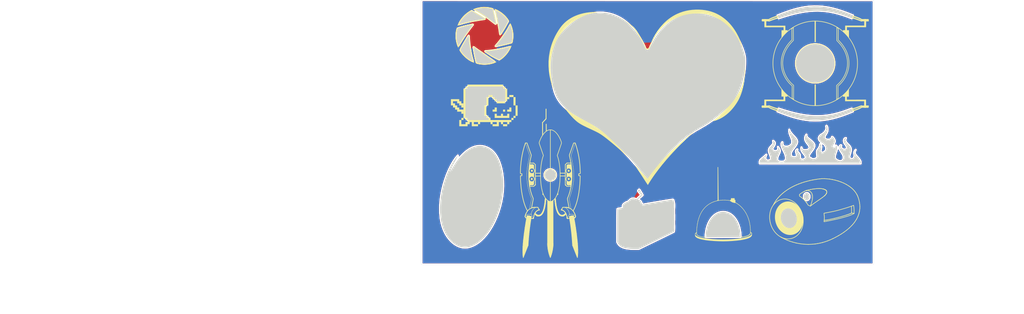
<source format=kicad_pcb>
(kicad_pcb (version 20241229) (generator "pcbnew") (generator_version "9.0")
  (layers (0 "F.Cu" signal) (2 "B.Cu" signal) (13 "F.Paste" user) (15 "B.Paste" user) (5 "F.SilkS" user "F.Silkscreen") (7 "B.SilkS" user "B.Silkscreen") (1 "F.Mask" user) (3 "B.Mask" user) (25 "Edge.Cuts" user))
  (net 0 "")
  (net 1 "GND")
  (net 2 "+3V3")
  (gr_line (start 87.541819 129.216923) (end 87.615661 129.307023) (stroke (width 0.119062)) (layer "F.SilkS"))
  (gr_line (start 66.494303 129.660732) (end 66.484952 129.6346) (stroke (width 0.297656)) (layer "F.SilkS"))
  (gr_line (start 83.763493 116.448627) (end 84.093258 116.775969) (stroke (width 0.297656)) (layer "F.SilkS"))
  (gr_line (start 82.918799 128.987479) (end 82.965338 128.954814) (stroke (width 0.595312)) (layer "F.SilkS"))
  (gr_line (start 87.737634 129.34758) (end 87.710035 129.171097) (stroke (width 0.297656)) (layer "F.SilkS"))
  (gr_line (start 85.960488 116.277317) (end 84.457373 116.271624) (stroke (width 0.119062)) (layer "F.SilkS"))
  (gr_line (start 66.519985 129.405343) (end 66.459656 129.51222) (stroke (width 0.119062)) (layer "F.SilkS"))
  (gr_line (start 71.981094 126.872753) (end 71.926579 126.887923) (stroke (width 0.297656)) (layer "F.SilkS"))
  (gr_line (start 70.223684 114.372483) (end 70.17449 114.433677) (stroke (width 0.1)) (layer "F.SilkS"))
  (gr_line (start 139.321756 132.698898) (end 139.58103 131.452943) (stroke (width 0.165364)) (layer "F.SilkS"))
  (gr_line (start 83.013012 128.918648) (end 83.061997 128.878801) (stroke (width 0.595312)) (layer "F.SilkS"))
  (gr_line (start 175.029643 138.472118) (end 174.575482 138.200789) (stroke (width 0.264583)) (layer "F.SilkS"))
  (gr_line (start 80.281387 127.76988) (end 80.424895 128.037229) (stroke (width 0.595312)) (layer "F.SilkS"))
  (gr_line (start 160.757575 137.670497) (end 160.61025 137.735712) (stroke (width 0.1)) (layer "F.SilkS"))
  (gr_line (start 78.22125 141.878943) (end 78.236736 141.590755) (stroke (width 0.297656)) (layer "F.SilkS"))
  (gr_line (start 87.683041 129.405343) (end 87.74337 129.51222) (stroke (width 0.119062)) (layer "F.SilkS"))
  (gr_line (start 69.155495 122.040895) (end 68.349852 126.273671) (stroke (width 0.119062)) (layer "F.SilkS"))
  (gr_line (start 85.618227 120.464988) (end 85.347151 121.242693) (stroke (width 0.119062)) (layer "F.SilkS"))
  (gr_line (start 193.815778 118.532019) (end 193.771803 118.486651) (stroke (width 0.264583)) (layer "F.SilkS"))
  (gr_line (start 88.547789 146.853026) (end 86.536865 141.755679) (stroke (width 0.297656)) (layer "F.SilkS"))
  (gr_line (start 69.359965 127.302247) (end 69.422419 127.176115) (stroke (width 0.119062)) (layer "F.SilkS"))
  (gr_line (start 162.319686 136.804779) (end 162.312551 136.781885) (stroke (width 0.165364)) (layer "F.SilkS"))
  (gr_line (start 70.16873 107.966372) (end 70.165397 107.961313) (stroke (width 0.119062)) (layer "F.SilkS"))
  (gr_line (start 87.698217 129.687179) (end 87.708723 129.660732) (stroke (width 0.297656)) (layer "F.SilkS"))
  (gr_line (start 67.13275 127.704844) (end 67.296579 127.436833) (stroke (width 0.297656)) (layer "F.SilkS"))
  (gr_line (start 65.481912 144.844068) (end 65.536185 145.924419) (stroke (width 0.297656)) (layer "F.SilkS"))
  (gr_line (start 187.135568 125.138158) (end 187.838806 124.588287) (stroke (width 0.264583)) (layer "F.SilkS"))
  (gr_line (start 188.550919 124.064624) (end 189.270487 123.557696) (stroke (width 0.264583)) (layer "F.SilkS"))
  (gr_line (start 161.12374 137.474707) (end 161.013728 137.539602) (stroke (width 0.1)) (layer "F.SilkS"))
  (gr_line (start 86.232842 129.298236) (end 86.414075 129.274494) (stroke (width 0.297656)) (layer "F.SilkS"))
  (gr_line (start 160.973883 137.442261) (end 160.852025 137.507655) (stroke (width 0.165364)) (layer "F.SilkS"))
  (gr_line (start 207.498749 128.825296) (end 207.253663 129.462436) (stroke (width 0.264583)) (layer "F.SilkS"))
  (gr_line (start 188.150897 114.084066) (end 189.545998 113.839063) (stroke (width 0.264583)) (layer "F.SilkS"))
  (gr_line (start 203.044677 128.71323) (end 202.359843 128.944578) (stroke (width 0.264583)) (layer "F.SilkS"))
  (gr_line (start 72.949183 111.255409) (end 70.767075 111.257273) (stroke (width 0.297656)) (layer "F.SilkS"))
  (gr_line (start 83.442075 111.232273) (end 81.239326 111.21676) (stroke (width 0.297656)) (layer "F.SilkS"))
  (gr_line (start 75.071629 122.107273) (end 75.00139 123.009813) (stroke (width 0.595312)) (layer "F.SilkS"))
  (gr_line (start 87.768609 134.243056) (end 88.127543 136.810818) (stroke (width 0.297656)) (layer "F.SilkS"))
  (gr_line (start 188.127036 141.270423) (end 186.19768 141.342971) (stroke (width 0.264583)) (layer "F.SilkS"))
  (gr_line (start 84.037631 107.961313) (end 84.050279 107.945396) (stroke (width 0.119062)) (layer "F.SilkS"))
  (gr_line (start 69.785236 125.754627) (end 69.88573 125.727939) (stroke (width 0.297656)) (layer "F.SilkS"))
  (gr_line (start 70.411209 113.422125) (end 70.423737 113.476329) (stroke (width 0.1)) (layer "F.SilkS"))
  (gr_line (start 84.26648 130.289187) (end 84.272948 130.297951) (stroke (width 0.297656)) (layer "F.SilkS"))
  (gr_line (start 83.806938 110.552174) (end 83.824575 110.604239) (stroke (width 0.1)) (layer "F.SilkS"))
  (gr_line (start 76.059349 142.717906) (end 76.002728 142.163134) (stroke (width 0.297656)) (layer "F.SilkS"))
  (gr_line (start 69.303423 127.426962) (end 69.359965 127.302247) (stroke (width 0.119062)) (layer "F.SilkS"))
  (gr_line (start 84.342258 130.35592) (end 84.356295 130.3637) (stroke (width 0.297656)) (layer "F.SilkS"))
  (gr_line (start 83.674721 128.262331) (end 83.78714 128.496698) (stroke (width 0.297656)) (layer "F.SilkS"))
  (gr_line (start 70.284125 114.28305) (end 70.254952 114.328531) (stroke (width 0.1)) (layer "F.SilkS"))
  (gr_line (start 69.860766 130.35592) (end 69.846729 130.3637) (stroke (width 0.297656)) (layer "F.SilkS"))
  (gr_line (start 66.662767 129.969658) (end 66.631815 129.922508) (stroke (width 0.297656)) (layer "F.SilkS"))
  (gr_line (start 162.183926 136.541288) (end 162.165094 136.518317) (stroke (width 0.165364)) (layer "F.SilkS"))
  (gr_line (start 83.76229 113.587556) (end 83.757957 113.644437) (stroke (width 0.1)) (layer "F.SilkS"))
  (gr_line (start 87.257088 128.037074) (end 87.070271 127.704844) (stroke (width 0.297656)) (layer "F.SilkS"))
  (gr_line (start 68.980708 128.661904) (end 68.971014 128.656793) (stroke (width 0.119062)) (layer "F.SilkS"))
  (gr_line (start 84.213327 130.123643) (end 84.21869 130.144621) (stroke (width 0.297656)) (layer "F.SilkS"))
  (gr_line (start 66.570522 129.820556) (end 66.542073 129.767384) (stroke (width 0.297656)) (layer "F.SilkS"))
  (gr_line (start 66.470187 129.583685) (end 66.465009 129.559107) (stroke (width 0.297656)) (layer "F.SilkS"))
  (gr_line (start 86.438915 117.547133) (end 86.07911 118.968669) (stroke (width 0.119062)) (layer "F.SilkS"))
  (gr_poly (pts (xy 176.555558 52.165458) (xy 177.177045 51.572899) (xy 177.451915 51.328126) (xy 177.443126 50.73957) (xy 176.533794 50.73957) (xy 176.533794 48.823563) (xy 168.466747 48.823563) (xy 168.466747 46.01637) (xy 167.648034 46.01215) (xy 167.666707 49.505766) (xy 175.782775 49.487882) (xy 175.782775 50.760005) (xy 174.91917 50.765113) (xy 174.910891 54.039719) (xy 175.400483 53.436218) (xy 175.962999 52.786945) (xy 176.555562 52.165462)) (fill yes) (layer "F.SilkS"))
  (gr_line (start 67.970183 129.298236) (end 67.78895 129.274494) (stroke (width 0.297656)) (layer "F.SilkS"))
  (gr_line (start 190.873224 117.723014) (end 190.343873 117.734509) (stroke (width 0.264583)) (layer "F.SilkS"))
  (gr_line (start 70.312109 125.655569) (end 70.352658 125.654663) (stroke (width 0.297656)) (layer "F.SilkS"))
  (gr_line (start 83.186236 127.567042) (end 83.28543 127.680007) (stroke (width 0.297656)) (layer "F.SilkS"))
  (gr_line (start 69.975471 130.185442) (end 69.971032 130.20526) (stroke (width 0.297656)) (layer "F.SilkS"))
  (gr_line (start 190.151334 141.017235) (end 189.128046 141.168153) (stroke (width 0.264583)) (layer "F.SilkS"))
  (gr_line (start 66.740926 129.134703) (end 66.661208 129.216923) (stroke (width 0.119062)) (layer "F.SilkS"))
  (gr_line (start 66.760671 128.408726) (end 66.851574 128.219522) (stroke (width 0.297656)) (layer "F.SilkS"))
  (gr_line (start 69.831483 130.371351) (end 69.814969 130.37887) (stroke (width 0.297656)) (layer "F.SilkS"))
  (gr_line (start 138.766373 136.52183) (end 138.736073 136.540673) (stroke (width 0.165364)) (layer "F.SilkS"))
  (gr_line (start 69.989702 130.123643) (end 69.984338 130.144621) (stroke (width 0.297656)) (layer "F.SilkS"))
  (gr_line (start 84.612397 125.81263) (end 84.51672 125.783166) (stroke (width 0.297656)) (layer "F.SilkS"))
  (gr_line (start 68.123916 118.968669) (end 68.341177 119.70718) (stroke (width 0.119062)) (layer "F.SilkS"))
  (gr_line (start 161.476989 137.074115) (end 161.417325 137.130627) (stroke (width 0.165364)) (layer "F.SilkS"))
  (gr_line (start 70.396091 114.035183) (end 70.378454 114.087249) (stroke (width 0.1)) (layer "F.SilkS"))
  (gr_line (start 69.846729 130.3637) (end 69.831483 130.371351) (stroke (width 0.297656)) (layer "F.SilkS"))
  (gr_line (start 162.144803 136.495625) (end 162.123006 136.473367) (stroke (width 0.165364)) (layer "F.SilkS"))
  (gr_line (start 162.258486 137.588717) (end 162.319686 136.804779) (stroke (width 0.165364)) (layer "F.SilkS"))
  (gr_line (start 69.885446 130.339976) (end 69.873652 130.348011) (stroke (width 0.297656)) (layer "F.SilkS"))
  (gr_line (start 83.979345 110.889474) (end 84.03026 110.952167) (stroke (width 0.1)) (layer "F.SilkS"))
  (gr_line (start 69.000704 128.441723) (end 69.02986 128.289423) (stroke (width 0.119062)) (layer "F.SilkS"))
  (gr_line (start 156.026136 124.01717) (end 156.454875 124.305337) (stroke (width 0.165364)) (layer "F.SilkS"))
  (gr_line (start 68.994857 128.675883) (end 68.980708 128.661904) (stroke (width 0.119062)) (layer "F.SilkS"))
  (gr_line (start 87.193576 128.931936) (end 87.287392 128.992548) (stroke (width 0.119062)) (layer "F.SilkS"))
  (gr_line (start 161.013728 137.539602) (end 160.89187 137.604996) (stroke (width 0.1)) (layer "F.SilkS"))
  (gr_line (start 161.572025 136.970048) (end 161.528358 137.020458) (stroke (width 0.165364)) (layer "F.SilkS"))
  (gr_line (start 138.628322 136.62706) (end 138.604677 136.650593) (stroke (width 0.165364)) (layer "F.SilkS"))
  (gr_line (start 68.374356 116.775969) (end 68.242541 116.277317) (stroke (width 0.297656)) (layer "F.SilkS"))
  (gr_line (start 85.828666 106.930509) (end 84.132054 106.94121) (stroke (width 0.297656)) (layer "F.SilkS"))
  (gr_line (start 146.739259 123.159659) (end 147.399152 122.974836) (stroke (width 0.165364)) (layer "F.SilkS"))
  (gr_line (start 87.540258 129.969658) (end 87.57121 129.922508) (stroke (width 0.297656)) (layer "F.SilkS"))
  (gr_line (start 206.166166 119.246872) (end 206.511581 119.755782) (stroke (width 0.264583)) (layer "F.SilkS"))
  (gr_line (start 71.801037 125.654663) (end 72.148764 126.226063) (stroke (width 0.297656)) (layer "F.SilkS"))
  (gr_line (start 67.207062 128.82995) (end 67.106789 128.87785) (stroke (width 0.119062)) (layer "F.SilkS"))
  (gr_line (start 84.306818 130.331815) (end 84.317578 130.339976) (stroke (width 0.297656)) (layer "F.SilkS"))
  (gr_line (start 73.778129 128.037229) (end 73.623241 128.283154) (stroke (width 0.595312)) (layer "F.SilkS"))
  (gr_line (start 84.265783 126.428884) (end 84.153977 126.312492) (stroke (width 0.119062)) (layer "F.SilkS"))
  (gr_line (start 67.78895 129.274494) (end 67.702053 129.266053) (stroke (width 0.297656)) (layer "F.SilkS"))
  (gr_line (start 71.418768 129.066242) (end 71.374592 129.043014) (stroke (width 0.595312)) (layer "F.SilkS"))
  (gr_line (start 82.784255 129.066242) (end 82.828432 129.043014) (stroke (width 0.595312)) (layer "F.SilkS"))
  (gr_line (start 70.254952 114.328531) (end 70.223684 114.372483) (stroke (width 0.1)) (layer "F.SilkS"))
  (gr_line (start 83.28543 127.680007) (end 83.377049 127.794619) (stroke (width 0.297656)) (layer "F.SilkS"))
  (gr_line (start 77.101511 146.853026) (end 77.280905 146.383755) (stroke (width 0.297656)) (layer "F.SilkS"))
  (gr_line (start 67.547885 129.259529) (end 67.485488 129.262848) (stroke (width 0.297656)) (layer "F.SilkS"))
  (gr_line (start 85.828666 116.775969) (end 85.960488 116.277317) (stroke (width 0.297656)) (layer "F.SilkS"))
  (gr_line (start 189.996086 123.058027) (end 190.726296 122.556142) (stroke (width 0.264583)) (layer "F.SilkS"))
  (gr_line (start 73.814683 89.800673) (end 74.55827 88.997274) (stroke (width 0.357187)) (layer "F.SilkS"))
  (gr_line (start 161.321932 131.868618) (end 161.47592 132.598728) (stroke (width 0.165364)) (layer "F.SilkS"))
  (gr_line (start 76.922118 146.383755) (end 76.73824 145.836055) (stroke (width 0.297656)) (layer "F.SilkS"))
  (gr_line (start 78.236736 141.590755) (end 78.246337 141.298975) (stroke (width 0.297656)) (layer "F.SilkS"))
  (gr_line (start 70.311133 114.23611) (end 70.284125 114.28305) (stroke (width 0.1)) (layer "F.SilkS"))
  (gr_line (start 86.800777 129.286149) (end 86.817206 129.299627) (stroke (width 0.297656)) (layer "F.SilkS"))
  (gr_line (start 70.741585 127.910518) (end 70.664074 128.027343) (stroke (width 0.297656)) (layer "F.SilkS"))
  (gr_line (start 79.142075 122.107273) (end 79.201633 123.009813) (stroke (width 0.595312)) (layer "F.SilkS"))
  (gr_line (start 86.193347 137.254483) (end 85.986153 135.321184) (stroke (width 0.297656)) (layer "F.SilkS"))
  (gr_line (start 70.023647 130.003278) (end 69.996309 130.102302) (stroke (width 0.297656)) (layer "F.SilkS"))
  (gr_line (start 83.78714 128.496698) (end 83.878985 128.727561) (stroke (width 0.297656)) (layer "F.SilkS"))
  (gr_line (start 161.958085 136.357671) (end 161.924486 136.342818) (stroke (width 0.165364)) (layer "F.SilkS"))
  (gr_line (start 85.281505 130.332205) (end 85.179964 129.562033) (stroke (width 0.297656)) (layer "F.SilkS"))
  (gr_line (start 155.404938 123.666317) (end 155.69463 123.818431) (stroke (width 0.165364)) (layer "F.SilkS"))
  (gr_line (start 66.796843 130.152112) (end 66.745495 130.086007) (stroke (width 0.297656)) (layer "F.SilkS"))
  (gr_line (start 83.061997 128.878801) (end 83.112465 128.835095) (stroke (width 0.595312)) (layer "F.SilkS"))
  (gr_line (start 67.476357 108.29044) (end 67.341976 109.286692) (stroke (width 0.119062)) (layer "F.SilkS"))
  (gr_line (start 70.440739 110.104545) (end 70.445072 110.161426) (stroke (width 0.1)) (layer "F.SilkS"))
  (gr_line (start 82.401989 125.654663) (end 82.054261 126.226063) (stroke (width 0.297656)) (layer "F.SilkS"))
  (gr_line (start 160.044332 137.828373) (end 159.838969 137.888518) (stroke (width 0.165364)) (layer "F.SilkS"))
  (gr_line (start 208.047556 126.093522) (end 207.979619 126.804232) (stroke (width 0.264583)) (layer "F.SilkS"))
  (gr_line (start 172.297967 123.182197) (end 172.799372 122.471909) (stroke (width 0.264583)) (layer "F.SilkS"))
  (gr_line (start 68.145084 129.326454) (end 67.970183 129.298236) (stroke (width 0.297656)) (layer "F.SilkS"))
  (gr_line (start 83.79182 113.982013) (end 83.806938 114.035183) (stroke (width 0.1)) (layer "F.SilkS"))
  (gr_line (start 189.170555 47.015103) (end 189.170555 55.528381) (stroke (width 0.508)) (layer "F.SilkS"))
  (gr_line (start 81.321748 128.99906) (end 81.539996 129.097698) (stroke (width 0.595312)) (layer "F.SilkS"))
  (gr_line (start 66.516352 129.713838) (end 66.504809 129.687179) (stroke (width 0.297656)) (layer "F.SilkS"))
  (gr_line (start 72.430815 129.158845) (end 72.184209 129.179822) (stroke (width 0.595312)) (layer "F.SilkS"))
  (gr_line (start 85.222317 128.661904) (end 85.232012 128.656793) (stroke (width 0.119062)) (layer "F.SilkS"))
  (gr_line (start 87.708723 129.660732) (end 87.718074 129.6346) (stroke (width 0.297656)) (layer "F.SilkS"))
  (gr_line (start 66.825931 129.060024) (end 66.740926 129.134703) (stroke (width 0.119062)) (layer "F.SilkS"))
  (gr_line (start 160.570405 137.638371) (end 160.409459 137.702907) (stroke (width 0.165364)) (layer "F.SilkS"))
  (gr_line (start 159.926426 128.233232) (end 160.202397 128.753988) (stroke (width 0.165364)) (layer "F.SilkS"))
  (gr_line (start 204.511493 125.184146) (end 204.565784 128.087926) (stroke (width 0.264583)) (layer "F.SilkS"))
  (gr_line (start 153.556982 123.129939) (end 153.684936 123.209212) (stroke (width 0.165364)) (layer "F.SilkS"))
  (gr_line (start 67.112003 130.140617) (end 66.796843 130.152112) (stroke (width 0.297656)) (layer "F.SilkS"))
  (gr_line (start 86.995965 128.82995) (end 87.096238 128.87785) (stroke (width 0.119062)) (layer "F.SilkS"))
  (gr_line (start 71.680691 129.153281) (end 71.63654 129.144113) (stroke (width 0.595312)) (layer "F.SilkS"))
  (gr_line (start 161.608583 136.923278) (end 161.572025 136.970048) (stroke (width 0.165364)) (layer "F.SilkS"))
  (gr_line (start 80.925421 128.700022) (end 81.117033 128.865609) (stroke (width 0.595312)) (layer "F.SilkS"))
  (gr_line (start 138.522847 136.747557) (end 138.489388 136.795449) (stroke (width 0.165364)) (layer "F.SilkS"))
  (gr_line (start 87.643085 98.444908) (end 85.892421 103.686128) (stroke (width 0.119062)) (layer "F.SilkS"))
  (gr_line (start 194.056568 119.049126) (end 194.045226 118.97895) (stroke (width 0.264583)) (layer "F.SilkS"))
  (gr_line (start 66.542073 129.767384) (end 66.516352 129.713838) (stroke (width 0.297656)) (layer "F.SilkS"))
  (gr_line (start 87.070593 130.024731) (end 87.091015 130.140617) (stroke (width 0.297656)) (layer "F.SilkS"))
  (gr_line (start 86.833249 129.316399) (end 86.848897 129.33622) (stroke (width 0.297656)) (layer "F.SilkS"))
  (gr_line (start 83.806938 113.368955) (end 83.79182 113.422125) (stroke (width 0.1)) (layer "F.SilkS"))
  (gr_line (start 83.769425 110.048486) (end 83.76229 110.104545) (stroke (width 0.1)) (layer "F.SilkS"))
  (gr_line (start 67.282118 129.472533) (end 67.256386 129.539864) (stroke (width 0.297656)) (layer "F.SilkS"))
  (gr_line (start 159.379682 138.001668) (end 159.124574 138.053888) (stroke (width 0.165364)) (layer "F.SilkS"))
  (gr_line (start 67.232517 129.611585) (end 67.210582 129.685741) (stroke (width 0.297656)) (layer "F.SilkS"))
  (gr_line (start 84.231993 130.20526) (end 84.237059 130.224668) (stroke (width 0.297656)) (layer "F.SilkS"))
  (gr_line (start 156.960438 124.688663) (end 157.522422 125.172878) (stroke (width 0.165364)) (layer "F.SilkS"))
  (gr_line (start 193.894459 118.628844) (end 193.856722 118.579398) (stroke (width 0.264583)) (layer "F.SilkS"))
  (gr_line (start 153.222834 122.88614) (end 153.277521 122.930514) (stroke (width 0.165364)) (layer "F.SilkS"))
  (gr_line (start 82.564472 127.039541) (end 82.706755 127.138863) (stroke (width 0.297656)) (layer "F.SilkS"))
  (gr_line (start 193.929615 119.752689) (end 193.959239 119.683284) (stroke (width 0.264583)) (layer "F.SilkS"))
  (gr_line (start 83.756497 113.70207) (end 83.757957 113.759702) (stroke (width 0.1)) (layer "F.SilkS"))
  (gr_line (start 72.386211 126.618901) (end 72.490745 126.797464) (stroke (width 0.297656)) (layer "F.SilkS"))
  (gr_line (start 85.315156 128.64487) (end 85.539501 128.623551) (stroke (width 0.119062)) (layer "F.SilkS"))
  (gr_line (start 161.310595 137.347984) (end 161.222498 137.410703) (stroke (width 0.1)) (layer "F.SilkS"))
  (gr_line (start 69.206944 127.669334) (end 69.303423 127.426962) (stroke (width 0.119062)) (layer "F.SilkS"))
  (gr_line (start 75.981776 141.878943) (end 75.966289 141.590755) (stroke (width 0.297656)) (layer "F.SilkS"))
  (gr_line (start 85.90887 129.353546) (end 86.057941 129.326454) (stroke (width 0.297656)) (layer "F.SilkS"))
  (gr_line (start 87.406179 130.152112) (end 87.457528 130.086007) (stroke (width 0.297656)) (layer "F.SilkS"))
  (gr_line (start 85.220332 128.557462) (end 85.202322 128.441723) (stroke (width 0.119062)) (layer "F.SilkS"))
  (gr_line (start 70.358368 110.65513) (end 70.335904 110.704774) (stroke (width 0.1)) (layer "F.SilkS"))
  (gr_line (start 83.844661 114.138139) (end 83.867125 114.187783) (stroke (width 0.1)) (layer "F.SilkS"))
  (gr_line (start 139.354654 137.46681) (end 139.226717 137.365045) (stroke (width 0.165364)) (layer "F.SilkS"))
  (gr_line (start 160.234298 137.766372) (end 160.044332 137.828373) (stroke (width 0.165364)) (layer "F.SilkS"))
  (gr_line (start 185.539278 118.517465) (end 185.137979 118.652378) (stroke (width 0.264583)) (layer "F.SilkS"))
  (gr_line (start 86.706376 116.195577) (end 86.438915 117.547133) (stroke (width 0.119062)) (layer "F.SilkS"))
  (gr_line (start 66.459656 129.51222) (end 66.459598 129.431574) (stroke (width 0.297656)) (layer "F.SilkS"))
  (gr_line (start 87.718074 129.6346) (end 87.726153 129.608884) (stroke (width 0.297656)) (layer "F.SilkS"))
  (gr_line (start 72.038179 126.859225) (end 71.981094 126.872753) (stroke (width 0.297656)) (layer "F.SilkS"))
  (gr_line (start 67.620886 129.260831) (end 67.547885 129.259529) (stroke (width 0.297656)) (layer "F.SilkS"))
  (gr_line (start 84.780606 127.176115) (end 84.711954 127.049268) (stroke (width 0.119062)) (layer "F.SilkS"))
  (gr_line (start 178.559336 117.519621) (end 179.381564 117.06365) (stroke (width 0.264583)) (layer "F.SilkS"))
  (gr_line (start 87.01237 129.760382) (end 87.045922 129.903304) (stroke (width 0.297656)) (layer "F.SilkS"))
  (gr_line (start 84.012079 129.167242) (end 84.058887 129.370293) (stroke (width 0.297656)) (layer "F.SilkS"))
  (gr_line (start 71.964399 129.178427) (end 71.865088 129.174545) (stroke (width 0.595312)) (layer "F.SilkS"))
  (gr_line (start 197.843971 138.303113) (end 196.677289 138.894736) (stroke (width 0.264583)) (layer "F.SilkS"))
  (gr_line (start 70.358368 109.782989) (end 70.378454 109.833879) (stroke (width 0.1)) (layer "F.SilkS"))
  (gr_line (start 83.76229 113.816583) (end 83.769425 113.872642) (stroke (width 0.1)) (layer "F.SilkS"))
  (gr_line (start 83.891896 109.685018) (end 83.867125 109.733345) (stroke (width 0.1)) (layer "F.SilkS"))
  (gr_line (start 83.824575 114.087249) (end 83.844661 114.138139) (stroke (width 0.1)) (layer "F.SilkS"))
  (gr_line (start 82.054261 126.226063) (end 81.816815 126.618901) (stroke (width 0.297656)) (layer "F.SilkS"))
  (gr_line (start 70.593096 128.144734) (end 70.528304 128.262331) (stroke (width 0.297656)) (layer "F.SilkS"))
  (gr_line (start 84.554921 126.796238) (end 84.465971 126.671459) (stroke (width 0.119062)) (layer "F.SilkS"))
  (gr_line (start 81.883104 126.813603) (end 81.990242 126.827746) (stroke (width 0.297656)) (layer "F.SilkS"))
  (gr_line (start 71.865088 129.174545) (end 71.770983 129.166639) (stroke (width 0.595312)) (layer "F.SilkS"))
  (gr_poly (pts (xy 96.691633 43.047416) (xy 97.150853 43.089206) (xy 95.85599 43.32548) (xy 94.406797 43.671202) (xy 93.531164 43.923762) (xy 92.573661 44.23814) (xy 91.548404 44.620852) (xy 90.469507 45.078412) (xy 89.351087 45.617336) (xy 88.207259 46.244138) (xy 87.052138 46.965334) (xy 85.899839 47.787438) (xy 84.764479 48.716964) (xy 84.207562 49.224047) (xy 83.660173 49.760429) (xy 82.693109 50.806159) (xy 81.82016 51.875146) (xy 81.037166 52.963686) (xy 80.339969 54.068079) (xy 79.724411 55.184621) (xy 79.186333 56.30961) (xy 78.721575 57.439345) (xy 78.325981 58.570123) (xy 77.995389 59.698242) (xy 77.725644 60.819999) (xy 77.512584 61.931692) (xy 77.352053 63.02962) (xy 77.23989 64.110079) (xy 77.171939 65.169368) (xy 77.144039 66.203784) (xy 77.152032 67.209625) (xy 77.259064 69.120775) (xy 77.459765 70.873197) (xy 77.720866 72.437276) (xy 78.009098 73.783392) (xy 78.291192 74.881929) (xy 78.533877 75.703267) (xy 78.767949 76.39588) (xy 78.489055 75.792721) (xy 77.834245 74.089649) (xy 77.451122 72.875522) (xy 77.076322 71.44627) (xy 76.743945 69.821843) (xy 76.488092 68.022191) (xy 76.342863 66.067267) (xy 76.342358 63.97702) (xy 76.52068 61.771402) (xy 76.911927 59.470363) (xy 77.198054 58.290296) (xy 77.550201 57.093854) (xy 77.972629 55.883533) (xy 78.469602 54.661827) (xy 79.045382 53.431228) (xy 79.704231 52.194231) (xy 80.450412 50.95333) (xy 81.288188 49.711018) (xy 81.810716 49.022325) (xy 82.359821 48.381997) (xy 82.932673 47.788304) (xy 83.526442 47.239518) (xy 84.138295 46.733911) (xy 84.765403 46.269756) (xy 85.404934 45.845323) (xy 86.054059 45.458884) (xy 86.709945 45.108711) (xy 87.369763 44.793076) (xy 88.030681 44.510251) (xy 88.689869 44.258507) (xy 89.344496 44.036117) (xy 89.991731 43.841351) (xy 91.252702 43.52778) (xy 92.450136 43.30397) (xy 93.561387 43.156095) (xy 94.563809 43.070328) (xy 95.434755 43.032843) (xy 96.151578 43.029814)) (fill yes) (layer "F.SilkS"))
  (gr_line (start 141.587228 138.202764) (end 141.09083 138.113153) (stroke (width 0.165364)) (layer "F.SilkS"))
  (gr_line (start 183.25701 115.386331) (end 184.380837 115.018283) (stroke (width 0.264583)) (layer "F.SilkS"))
  (gr_line (start 204.583683 133.42534) (end 203.582083 134.402088) (stroke (width 0.264583)) (layer "F.SilkS"))
  (gr_line (start 84.034299 107.966372) (end 84.037631 107.961313) (stroke (width 0.119062)) (layer "F.SilkS"))
  (gr_line (start 70.08467 125.683819) (end 70.179742 125.668238) (stroke (width 0.297656)) (layer "F.SilkS"))
  (gr_line (start 84.246856 130.252983) (end 84.250942 130.262203) (stroke (width 0.297656)) (layer "F.SilkS"))
  (gr_line (start 83.377049 127.794619) (end 83.46144 127.910518) (stroke (width 0.297656)) (layer "F.SilkS"))
  (gr_line (start 86.414075 129.274494) (end 86.500973 129.266053) (stroke (width 0.297656)) (layer "F.SilkS"))
  (gr_line (start 161.27075 137.250643) (end 161.182653 137.313362) (stroke (width 0.165364)) (layer "F.SilkS"))
  (gr_line (start 193.86127 119.889984) (end 193.896897 119.821613) (stroke (width 0.264583)) (layer "F.SilkS"))
  (gr_line (start 71.284226 128.987479) (end 71.237687 128.954814) (stroke (width 0.595312)) (layer "F.SilkS"))
  (gr_line (start 67.132427 130.024731) (end 67.112003 130.140617) (stroke (width 0.297656)) (layer "F.SilkS"))
  (gr_line (start 84.054463 115.922458) (end 84.028528 114.433677) (stroke (width 0.119062)) (layer "F.SilkS"))
  (gr_line (start 161.716125 136.727249) (end 161.695554 136.780444) (stroke (width 0.165364)) (layer "F.SilkS"))
  (gr_line (start 86.97051 129.611585) (end 86.992443 129.685741) (stroke (width 0.297656)) (layer "F.SilkS"))
  (gr_line (start 154.954834 123.656716) (end 155.064755 123.666661) (stroke (width 0.165364)) (layer "F.SilkS"))
  (gr_line (start 84.023282 125.668238) (end 83.93339 125.658211) (stroke (width 0.297656)) (layer "F.SilkS"))
  (gr_poly (pts (xy 84.916591 109.1283) (xy 84.973473 109.132633) (xy 85.029533 109.139768) (xy 85.084701 109.149635) (xy 85.138905 109.162163) (xy 85.192075 109.177281) (xy 85.244141 109.194918) (xy 85.295031 109.215004) (xy 85.344676 109.237468) (xy 85.393003 109.262239) (xy 85.439943 109.289247) (xy 85.485424 109.31842) (xy 85.529376 109.349688) (xy 85.571729 109.38298) (xy 85.61241 109.418226) (xy 85.651351 109.455354) (xy 85.68848 109.494295) (xy 85.723725 109.534977) (xy 85.757018 109.577329) (xy 85.788286 109.621281) (xy 85.817459 109.666762) (xy 85.844467 109.713702) (xy 85.869238 109.762029) (xy 85.891701 109.811673) (xy 85.911787 109.862563) (xy 85.929425 109.914629) (xy 85.944543 109.967799) (xy 85.957071 110.022003) (xy 85.966938 110.07717) (xy 85.974073 110.13323) (xy 85.978406 110.190111) (xy 85.979866 110.247744) (xy 85.978406 110.305376) (xy 85.974073 110.362257) (xy 85.966938 110.418316) (xy 85.957071 110.473484) (xy 85.944543 110.527687) (xy 85.929425 110.580857) (xy 85.911787 110.632923) (xy 85.891701 110.683813) (xy 85.869238 110.733457) (xy 85.844467 110.781784) (xy 85.817459 110.828724) (xy 85.788286 110.874205) (xy 85.757018 110.918157) (xy 85.723725 110.960509) (xy 85.68848 111.001191) (xy 85.651351 111.040132) (xy 85.61241 111.07726) (xy 85.571729 111.112506) (xy 85.529376 111.145799) (xy 85.485424 111.177067) (xy 85.439943 111.20624) (xy 85.393003 111.233248) (xy 85.344676 111.258019) (xy 85.295031 111.280483) (xy 85.244141 111.300569) (xy 85.192075 111.318206) (xy 85.138905 111.333324) (xy 85.084701 111.345852) (xy 85.029533 111.355719) (xy 84.973473 111.362855) (xy 84.916591 111.367188) (xy 84.858959 111.368648) (xy 84.801327 111.367188) (xy 84.744445 111.362855) (xy 84.688386 111.355719) (xy 84.633219 111.345852) (xy 84.579015 111.333324) (xy 84.525845 111.318206) (xy 84.47378 111.300569) (xy 84.42289 111.280483) (xy 84.373246 111.258019) (xy 84.324919 111.233248) (xy 84.27798 111.20624) (xy 84.232499 111.177067) (xy 84.188547 111.145799) (xy 84.146194 111.112506) (xy 84.105513 111.07726) (xy 84.066572 111.040132) (xy 84.029444 111.001191) (xy 83.994198 110.960509) (xy 83.960906 110.918157) (xy 83.929638 110.874205) (xy 83.900465 110.828724) (xy 83.873458 110.781784) (xy 83.848687 110.733457) (xy 83.826223 110.683813) (xy 83.806137 110.632923) (xy 83.788499 110.580857) (xy 83.773382 110.527687) (xy 83.760854 110.473484) (xy 83.750987 110.418316) (xy 83.743851 110.362257) (xy 83.739518 110.305376) (xy 83.738058 110.247744) (xy 83.739518 110.190111) (xy 83.743851 110.13323) (xy 83.750987 110.07717) (xy 83.760854 110.022003) (xy 83.773382 109.967799) (xy 83.788499 109.914629) (xy 83.806137 109.862563) (xy 83.826223 109.811673) (xy 83.848687 109.762029) (xy 83.873458 109.713702) (xy 83.900465 109.666762) (xy 83.929638 109.621281) (xy 83.960906 109.577329) (xy 83.994198 109.534977) (xy 84.029444 109.494295) (xy 84.066572 109.455354) (xy 84.105513 109.418226) (xy 84.146194 109.38298) (xy 84.188547 109.349688) (xy 84.232499 109.31842) (xy 84.27798 109.289247) (xy 84.324919 109.262239) (xy 84.373246 109.237468) (xy 84.42289 109.215004) (xy 84.47378 109.194918) (xy 84.525845 109.177281) (xy 84.579015 109.162163) (xy 84.633219 109.149635) (xy 84.688386 109.139768) (xy 84.744445 109.132633) (xy 84.801327 109.1283) (xy 84.858959 109.12684)) (stroke (width 0.254)) (fill no) (layer "F.SilkS"))
  (gr_line (start 84.431644 107.542547) (end 85.920353 107.541747) (stroke (width 0.119062)) (layer "F.SilkS"))
  (gr_line (start 86.261262 128.639432) (end 86.471153 128.671399) (stroke (width 0.119062)) (layer "F.SilkS"))
  (gr_line (start 82.276449 126.887923) (end 82.327191 126.904809) (stroke (width 0.297656)) (layer "F.SilkS"))
  (gr_line (start 84.179381 130.003278) (end 84.20672 130.102302) (stroke (width 0.297656)) (layer "F.SilkS"))
  (gr_line (start 70.767075 112.457273) (end 70.769294 116.135837) (stroke (width 0.297656)) (layer "F.SilkS"))
  (gr_line (start 83.806938 109.885944) (end 83.79182 109.939114) (stroke (width 0.1)) (layer "F.SilkS"))
  (gr_line (start 76.634528 145.495283) (end 76.527453 145.114217) (stroke (width 0.297656)) (layer "F.SilkS"))
  (gr_line (start 191.934382 113.555052) (end 192.950489 113.54129) (stroke (width 0.264583)) (layer "F.SilkS"))
  (gr_line (start 77.983343 143.761663) (end 78.070237 143.251829) (stroke (width 0.297656)) (layer "F.SilkS"))
  (gr_line (start 83.918904 113.121088) (end 83.891896 113.168028) (stroke (width 0.1)) (layer "F.SilkS"))
  (gr_line (start 75.953395 141.004008) (end 75.98048 122.774054) (stroke (width 0.297656)) (layer "F.SilkS"))
  (gr_line (start 193.33231 118.189176) (end 193.20461 118.13089) (stroke (width 0.264583)) (layer "F.SilkS"))
  (gr_line (start 82.327191 126.904809) (end 82.372953 126.923486) (stroke (width 0.297656)) (layer "F.SilkS"))
  (gr_line (start 181.198648 116.189822) (end 182.196836 115.77782) (stroke (width 0.264583)) (layer "F.SilkS"))
  (gr_line (start 160.464415 129.307846) (end 160.709928 129.895522) (stroke (width 0.165364)) (layer "F.SilkS"))
  (gr_line (start 70.445072 110.161426) (end 70.446532 110.219059) (stroke (width 0.1)) (layer "F.SilkS"))
  (gr_line (start 149.882637 122.617341) (end 150.957889 122.605715) (stroke (width 0.165364)) (layer "F.SilkS"))
  (gr_line (start 193.959239 119.683284) (end 193.985588 119.613472) (stroke (width 0.264583)) (layer "F.SilkS"))
  (gr_line (start 161.678467 136.977881) (end 161.648428 137.020619) (stroke (width 0.1)) (layer "F.SilkS"))
  (gr_line (start 65.628996 140.984607) (end 65.536197 142.344958) (stroke (width 0.297656)) (layer "F.SilkS"))
  (gr_line (start 77.568495 145.495283) (end 77.675571 145.114217) (stroke (width 0.297656)) (layer "F.SilkS"))
  (gr_line (start 76.527453 145.114217) (end 76.420378 144.696097) (stroke (width 0.297656)) (layer "F.SilkS"))
  (gr_line (start 69.984338 130.144621) (end 69.975471 130.185442) (stroke (width 0.297656)) (layer "F.SilkS"))
  (gr_line (start 161.417325 137.130627) (end 161.348777 137.1896) (stroke (width 0.165364)) (layer "F.SilkS"))
  (gr_line (start 84.51672 125.783166) (end 84.417792 125.754627) (stroke (width 0.297656)) (layer "F.SilkS"))
  (gr_line (start 69.48571 129.471141) (end 69.312598 129.173156) (stroke (width 0.119062)) (layer "F.SilkS"))
  (gr_poly (pts (xy 185.933028 118.500227) (xy 185.998862 118.505317) (xy 186.064623 118.513452) (xy 186.130248 118.524534) (xy 186.195674 118.538463) (xy 186.260839 118.55514) (xy 186.325679 118.574465) (xy 186.390132 118.596341) (xy 186.454134 118.620667) (xy 186.517622 118.647345) (xy 186.642807 118.70736) (xy 186.765182 118.775593) (xy 186.884244 118.851251) (xy 186.999489 118.933541) (xy 187.110414 119.021671) (xy 187.216514 119.114848) (xy 187.317286 119.212279) (xy 187.412227 119.313172) (xy 187.500832 119.416734) (xy 187.582597 119.522173) (xy 187.660788 119.637554) (xy 187.729811 119.758176) (xy 187.790202 119.883531) (xy 187.842497 120.013114) (xy 187.887232 120.146421) (xy 187.924941 120.282944) (xy 187.95616 120.42218) (xy 187.981425 120.563621) (xy 188.001271 120.706763) (xy 188.016235 120.8511) (xy 188.026851 120.996126) (xy 188.033655 121.141336) (xy 188.037969 121.430284) (xy 188.033461 121.713899) (xy 188.01817 121.946745) (xy 187.985808 122.199706) (xy 187.938866 122.467933) (xy 187.879836 122.746578) (xy 187.811209 123.030792) (xy 187.735477 123.315729) (xy 187.655132 123.596539) (xy 187.572666 123.868373) (xy 187.411336 124.365725) (xy 187.271421 124.768997) (xy 187.135568 125.138158) (xy 186.664269 124.951682) (xy 186.338097 124.823479) (xy 186.185309 124.765206) (xy 186.026613 124.519319) (xy 185.849616 124.25217) (xy 185.62652 123.924628) (xy 185.371572 123.563498) (xy 185.099023 123.195588) (xy 184.9606 123.017468) (xy 184.82312 122.847705) (xy 184.688365 122.689651) (xy 184.558115 122.546655) (xy 184.399689 122.385296) (xy 184.235234 122.227988) (xy 184.06699 122.075611) (xy 183.897202 121.929039) (xy 183.72811 121.789152) (xy 183.561958 121.656827) (xy 183.400987 121.53294) (xy 183.24744 121.418369) (xy 182.971589 121.220684) (xy 182.752342 121.070791) (xy 182.555418 120.942455) (xy 182.481336 120.271908) (xy 182.689705 120.098604) (xy 182.934292 119.909004) (xy 183.258372 119.674802) (xy 183.651363 119.414017) (xy 183.870393 119.279288) (xy 184.102683 119.144671) (xy 184.346909 119.012419) (xy 184.601749 118.884784) (xy 184.86588 118.76402) (xy 185.137979 118.652378) (xy 185.211076 118.625532) (xy 185.286205 118.600572) (xy 185.362581 118.577742) (xy 185.43942 118.557292) (xy 185.515938 118.539467) (xy 185.591351 118.524515) (xy 185.664873 118.512683) (xy 185.735721 118.504218) (xy 185.801395 118.499578) (xy 185.867185 118.498281)) (stroke (width 0.264583)) (fill no) (layer "F.SilkS"))
  (gr_line (start 84.297033 130.323531) (end 84.306818 130.331815) (stroke (width 0.297656)) (layer "F.SilkS"))
  (gr_line (start 68.341177 119.70718) (end 68.584799 120.464988) (stroke (width 0.119062)) (layer "F.SilkS"))
  (gr_line (start 138.561239 136.698835) (end 138.522847 136.747557) (stroke (width 0.165364)) (layer "F.SilkS"))
  (gr_line (start 69.970625 107.748651) (end 69.771378 107.542547) (stroke (width 0.119062)) (layer "F.SilkS"))
  (gr_line (start 84.787244 125.870634) (end 84.612397 125.81263) (stroke (width 0.297656)) (layer "F.SilkS"))
  (gr_line (start 70.352658 125.654663) (end 71.076849 125.654663) (stroke (width 0.297656)) (layer "F.SilkS"))
  (gr_line (start 171.685715 124.228154) (end 171.931192 123.77542) (stroke (width 0.264583)) (layer "F.SilkS"))
  (gr_line (start 83.891896 114.23611) (end 83.918904 114.28305) (stroke (width 0.1)) (layer "F.SilkS"))
  (gr_line (start 194.062992 119.119554) (end 194.056568 119.049126) (stroke (width 0.264583)) (layer "F.SilkS"))
  (gr_line (start 69.777904 130.393509) (end 68.92152 130.332205) (stroke (width 0.297656)) (layer "F.SilkS"))
  (gr_line (start 83.953039 128.952037) (end 84.012079 129.167242) (stroke (width 0.297656)) (layer "F.SilkS"))
  (gr_line (start 79.914841 126.86607) (end 80.14883 127.483785) (stroke (width 0.595312)) (layer "F.SilkS"))
  (gr_line (start 204.565784 128.087926) (end 205.617581 128.26035) (stroke (width 0.264583)) (layer "F.SilkS"))
  (gr_line (start 172.799372 122.471909) (end 173.448737 121.667982) (stroke (width 0.264583)) (layer "F.SilkS"))
  (gr_line (start 68.663525 128.623551) (end 68.510163 128.616142) (stroke (width 0.119062)) (layer "F.SilkS"))
  (gr_line (start 84.317578 130.339976) (end 84.329372 130.348011) (stroke (width 0.297656)) (layer "F.SilkS"))
  (gr_line (start 78.070237 143.251829) (end 78.143676 142.717906) (stroke (width 0.297656)) (layer "F.SilkS"))
  (gr_line (start 71.875837 126.904809) (end 71.830076 126.923486) (stroke (width 0.297656)) (layer "F.SilkS"))
  (gr_line (start 67.312798 114.909193) (end 67.49665 116.195577) (stroke (width 0.119062)) (layer "F.SilkS"))
  (gr_line (start 182.670431 141.057783) (end 181.095856 140.755866) (stroke (width 0.264583)) (layer "F.SilkS"))
  (gr_line (start 207.253663 129.462436) (end 206.969957 130.081539) (stroke (width 0.264583)) (layer "F.SilkS"))
  (gr_line (start 84.388055 130.37887) (end 84.405896 130.386256) (stroke (width 0.297656)) (layer "F.SilkS"))
  (gr_line (start 86.382631 139.412364) (end 86.193347 137.254483) (stroke (width 0.297656)) (layer "F.SilkS"))
  (gr_line (start 83.53678 116.227672) (end 83.763493 116.448627) (stroke (width 0.297656)) (layer "F.SilkS"))
  (gr_line (start 83.779292 110.4448) (end 83.79182 110.499004) (stroke (width 0.1)) (layer "F.SilkS"))
  (gr_line (start 82.706755 127.138863) (end 82.839726 127.241635) (stroke (width 0.297656)) (layer "F.SilkS"))
  (gr_line (start 69.952082 130.262203) (end 69.947488 130.271311) (stroke (width 0.297656)) (layer "F.SilkS"))
  (gr_line (start 83.76229 110.104545) (end 83.757957 110.161426) (stroke (width 0.1)) (layer "F.SilkS"))
  (gr_line (start 177.079175 118.455035) (end 177.792428 117.984392) (stroke (width 0.264583)) (layer "F.SilkS"))
  (gr_line (start 83.757957 110.276691) (end 83.76229 110.333572) (stroke (width 0.1)) (layer "F.SilkS"))
  (gr_poly (pts (xy 189.597062 56.485084) (xy 190.018011 56.517151) (xy 190.432879 56.569957) (xy 190.841142 56.642978) (xy 191.242278 56.73569) (xy 191.635763 56.847571) (xy 192.021073 56.978096) (xy 192.397684 57.126742) (xy 192.765073 57.292986) (xy 193.122718 57.476303) (xy 193.470093 57.676172) (xy 193.806677 57.892067) (xy 194.131944 58.123466) (xy 194.445372 58.369846) (xy 194.746438 58.630682) (xy 195.034617 58.905451) (xy 195.309387 59.19363) (xy 195.570223 59.494695) (xy 195.816603 59.808123) (xy 196.048002 60.13339) (xy 196.263898 60.469973) (xy 196.463767 60.817348) (xy 196.647085 61.174992) (xy 196.813329 61.542381) (xy 196.961976 61.918992) (xy 197.092501 62.304302) (xy 197.204382 62.697786) (xy 197.297094 63.098922) (xy 197.370116 63.507186) (xy 197.422922 63.922054) (xy 197.454989 64.343003) (xy 197.465795 64.76951) (xy 197.454989 65.196017) (xy 197.422922 65.616966) (xy 197.370116 66.031834) (xy 197.297094 66.440098) (xy 197.204382 66.841235) (xy 197.092501 67.234719) (xy 196.961976 67.620029) (xy 196.813329 67.99664) (xy 196.647085 68.36403) (xy 196.463767 68.721674) (xy 196.263898 69.06905) (xy 196.048002 69.405633) (xy 195.816603 69.7309) (xy 195.570223 70.044328) (xy 195.309387 70.345393) (xy 195.034617 70.633572) (xy 194.746438 70.908342) (xy 194.445372 71.169178) (xy 194.131944 71.415557) (xy 193.806677 71.646956) (xy 193.470093 71.862852) (xy 193.122718 72.06272) (xy 192.765073 72.246038) (xy 192.397684 72.412282) (xy 192.021073 72.560928) (xy 191.635763 72.691453) (xy 191.242278 72.803334) (xy 190.841142 72.896046) (xy 190.432879 72.969067) (xy 190.018011 73.021873) (xy 189.597062 73.053941) (xy 189.170555 73.064746) (xy 188.744048 73.053941) (xy 188.323099 73.021873) (xy 187.90823 72.969067) (xy 187.499966 72.896046) (xy 187.09883 72.803334) (xy 186.705345 72.691453) (xy 186.320035 72.560928) (xy 185.943423 72.412282) (xy 185.576034 72.246038) (xy 185.21839 72.06272) (xy 184.871014 71.862852) (xy 184.534431 71.646956) (xy 184.209164 71.415557) (xy 183.895736 71.169178) (xy 183.594671 70.908342) (xy 183.306492 70.633572) (xy 183.031723 70.345393) (xy 182.770886 70.044328) (xy 182.524507 69.7309) (xy 182.293108 69.405633) (xy 182.077212 69.06905) (xy 181.877344 68.721674) (xy 181.694026 68.36403) (xy 181.527783 67.99664) (xy 181.379137 67.620029) (xy 181.248612 67.234719) (xy 181.136731 66.841235) (xy 181.044019 66.440098) (xy 180.970998 66.031834) (xy 180.918192 65.616966) (xy 180.886125 65.196017) (xy 180.875319 64.76951) (xy 180.886125 64.343003) (xy 180.918192 63.922054) (xy 180.970998 63.507186) (xy 181.044019 63.098922) (xy 181.136731 62.697786) (xy 181.248612 62.304302) (xy 181.379137 61.918992) (xy 181.527783 61.542381) (xy 181.694026 61.174992) (xy 181.877344 60.817348) (xy 182.077212 60.469973) (xy 182.293108 60.13339) (xy 182.524507 59.808123) (xy 182.770886 59.494695) (xy 183.031723 59.19363) (xy 183.306492 58.905451) (xy 183.594671 58.630682) (xy 183.895736 58.369846) (xy 184.209164 58.123466) (xy 184.534431 57.892067) (xy 184.871014 57.676172) (xy 185.21839 57.476303) (xy 185.576034 57.292986) (xy 185.943423 57.126742) (xy 186.320035 56.978096) (xy 186.705345 56.847571) (xy 187.09883 56.73569) (xy 187.499966 56.642978) (xy 187.90823 56.569957) (xy 188.323099 56.517151) (xy 188.744048 56.485084) (xy 189.170555 56.474278)) (stroke (width 0.264583)) (fill no) (layer "F.SilkS"))
  (gr_line (start 195.197102 113.713983) (end 196.392592 113.905554) (stroke (width 0.264583)) (layer "F.SilkS"))
  (gr_poly (pts (xy 176.524198 77.415866) (xy 177.145685 78.008425) (xy 177.420555 78.253198) (xy 177.411766 78.841754) (xy 176.502434 78.841754) (xy 176.502434 80.757761) (xy 168.435387 80.757761) (xy 168.435387 83.564954) (xy 167.616674 83.569174) (xy 167.635347 80.075558) (xy 175.751415 80.093442) (xy 175.751415 78.821319) (xy 174.88781 78.816211) (xy 174.879531 75.541605) (xy 175.369123 76.145106) (xy 175.931639 76.794379) (xy 176.524202 77.415862)) (fill yes) (layer "F.SilkS"))
  (gr_line (start 70.070968 106.94121) (end 70.769294 107.600742) (stroke (width 0.297656)) (layer "F.SilkS"))
  (gr_line (start 175.806964 119.402224) (end 176.417909 118.928622) (stroke (width 0.264583)) (layer "F.SilkS"))
  (gr_line (start 159.639053 127.74486) (end 159.926426 128.233232) (stroke (width 0.165364)) (layer "F.SilkS"))
  (gr_line (start 83.948077 113.075607) (end 83.918904 113.121088) (stroke (width 0.1)) (layer "F.SilkS"))
  (gr_line (start 69.947488 130.271311) (end 69.942328 130.280306) (stroke (width 0.297656)) (layer "F.SilkS"))
  (gr_line (start 208.031296 124.615717) (end 208.065537 125.364065) (stroke (width 0.264583)) (layer "F.SilkS"))
  (gr_line (start 153.684936 123.209212) (end 153.828455 123.290231) (stroke (width 0.165364)) (layer "F.SilkS"))
  (gr_line (start 70.769294 107.600742) (end 70.767075 111.257273) (stroke (width 0.297656)) (layer "F.SilkS"))
  (gr_line (start 83.462068 116.157772) (end 83.53678 116.227672) (stroke (width 0.297656)) (layer "F.SilkS"))
  (gr_line (start 71.038435 128.787353) (end 70.928513 128.679044) (stroke (width 0.595312)) (layer "F.SilkS"))
  (gr_line (start 139.902738 130.311548) (end 140.281678 129.270288) (stroke (width 0.165364)) (layer "F.SilkS"))
  (gr_line (start 70.434725 125.991324) (end 70.580985 125.895944) (stroke (width 0.119062)) (layer "F.SilkS"))
  (gr_line (start 142.770568 138.349576) (end 142.155811 138.280322) (stroke (width 0.165364)) (layer "F.SilkS"))
  (gr_line (start 138.679536 136.581991) (end 138.65327 136.604138) (stroke (width 0.165364)) (layer "F.SilkS"))
  (gr_line (start 83.609929 128.144734) (end 83.674721 128.262331) (stroke (width 0.297656)) (layer "F.SilkS"))
  (gr_line (start 83.824575 113.316889) (end 83.806938 113.368955) (stroke (width 0.1)) (layer "F.SilkS"))
  (gr_line (start 70.769294 116.135837) (end 70.767402 116.135966) (stroke (width 0.297656)) (layer "F.SilkS"))
  (gr_line (start 83.905519 126.09301) (end 83.768298 125.991324) (stroke (width 0.119062)) (layer "F.SilkS"))
  (gr_line (start 159.164419 138.151229) (end 158.891545 138.200022) (stroke (width 0.1)) (layer "F.SilkS"))
  (gr_line (start 71.329803 129.016819) (end 71.284226 128.987479) (stroke (width 0.595312)) (layer "F.SilkS"))
  (gr_line (start 84.243219 130.243653) (end 84.246856 130.252983) (stroke (width 0.297656)) (layer "F.SilkS"))
  (gr_line (start 85.232012 128.656793) (end 85.220332 128.557462) (stroke (width 0.119062)) (layer "F.SilkS"))
  (gr_line (start 153.277521 122.930514) (end 153.352174 122.987799) (stroke (width 0.165364)) (layer "F.SilkS"))
  (gr_line (start 162.287472 136.716361) (end 162.268803 136.676224) (stroke (width 0.165364)) (layer "F.SilkS"))
  (gr_line (start 154.637416 123.601592) (end 154.741027 123.623833) (stroke (width 0.165364)) (layer "F.SilkS"))
  (gr_line (start 194.008479 119.543327) (end 194.02773 119.472922) (stroke (width 0.264583)) (layer "F.SilkS"))
  (gr_line (start 70.411209 109.939114) (end 70.423737 109.993318) (stroke (width 0.1)) (layer "F.SilkS"))
  (gr_line (start 189.270487 123.557696) (end 189.996086 123.058027) (stroke (width 0.264583)) (layer "F.SilkS"))
  (gr_line (start 158.120418 125.763711) (end 158.426545 126.100901) (stroke (width 0.165364)) (layer "F.SilkS"))
  (gr_line (start 158.600315 138.244997) (end 158.290134 138.285759) (stroke (width 0.1)) (layer "F.SilkS"))
  (gr_line (start 81.794634 126.80424) (end 81.883104 126.813603) (stroke (width 0.297656)) (layer "F.SilkS"))
  (gr_line (start 185.569983 114.676604) (end 186.826114 114.364222) (stroke (width 0.264583)) (layer "F.SilkS"))
  (gr_line (start 186.826114 114.364222) (end 188.150897 114.084066) (stroke (width 0.264583)) (layer "F.SilkS"))
  (gr_line (start 180.260779 116.619408) (end 181.198648 116.189822) (stroke (width 0.264583)) (layer "F.SilkS"))
  (gr_line (start 66.631815 129.922508) (end 66.600751 129.872535) (stroke (width 0.297656)) (layer "F.SilkS"))
  (gr_line (start 196.392592 113.905554) (end 197.612861 114.170686) (stroke (width 0.264583)) (layer "F.SilkS"))
  (gr_line (start 83.79182 109.939114) (end 83.779292 109.993318) (stroke (width 0.1)) (layer "F.SilkS"))
  (gr_line (start 150.957889 122.605715) (end 151.866651 122.658301) (stroke (width 0.165364)) (layer "F.SilkS"))
  (gr_line (start 87.096238 128.87785) (end 87.193576 128.931936) (stroke (width 0.119062)) (layer "F.SilkS"))
  (gr_line (start 203.473132 116.689279) (end 203.984903 117.058112) (stroke (width 0.264583)) (layer "F.SilkS"))
  (gr_line (start 76.002728 142.163134) (end 75.981776 141.878943) (stroke (width 0.297656)) (layer "F.SilkS"))
  (gr_line (start 67.625746 128.693446) (end 67.519612 128.719985) (stroke (width 0.119062)) (layer "F.SilkS"))
  (gr_line (start 83.867125 109.733345) (end 83.844661 109.782989) (stroke (width 0.1)) (layer "F.SilkS"))
  (gr_line (start 70.18537 109.500247) (end 70.223684 109.548645) (stroke (width 0.1)) (layer "F.SilkS"))
  (gr_line (start 83.918904 110.80004) (end 83.948077 110.845522) (stroke (width 0.1)) (layer "F.SilkS"))
  (gr_poly (pts (xy 136.289829 95.19576) (xy 133.961323 97.384365) (xy 132.575546 98.740275) (xy 131.078329 100.251673) (xy 129.496853 101.904371) (xy 127.858299 103.684181) (xy 126.189849 105.576916) (xy 124.518685 107.568388) (xy 122.871986 109.644408) (xy 121.276936 111.790789) (xy 120.507273 112.885931) (xy 119.760715 113.993342) (xy 119.04066 115.11125) (xy 118.350505 116.237881) (xy 117.065597 114.280979) (xy 115.306672 111.590251) (xy 112.667619 107.540582) (xy 118.251683 113.569387) (xy 119.679288 111.517692) (xy 121.210733 109.520721) (xy 122.818981 107.589188) (xy 124.476994 105.733806) (xy 126.157737 103.965288) (xy 127.834173 102.294349) (xy 129.479265 100.7317) (xy 131.065976 99.288057) (xy 133.956111 96.800636) (xy 136.288285 94.917794) (xy 138.413576 93.308673)) (fill yes) (layer "F.SilkS"))
  (gr_line (start 69.771378 107.542547) (end 68.282669 107.541747) (stroke (width 0.119062)) (layer "F.SilkS"))
  (gr_line (start 70.809869 128.552449) (end 70.681113 128.40614) (stroke (width 0.595312)) (layer "F.SilkS"))
  (gr_line (start 73.921636 127.76988) (end 73.778129 128.037229) (stroke (width 0.595312)) (layer "F.SilkS"))
  (gr_line (start 76.316666 144.244166) (end 76.219682 143.761663) (stroke (width 0.297656)) (layer "F.SilkS"))
  (gr_line (start 85.179964 129.562033) (end 85.766215 129.381943) (stroke (width 0.297656)) (layer "F.SilkS"))
  (gr_line (start 76.73824 145.836055) (end 76.634528 145.495283) (stroke (width 0.297656)) (layer "F.SilkS"))
  (gr_line (start 84.371541 130.371351) (end 84.388055 130.37887) (stroke (width 0.297656)) (layer "F.SilkS"))
  (gr_line (start 71.59282 129.133047) (end 71.549357 129.119905) (stroke (width 0.595312)) (layer "F.SilkS"))
  (gr_line (start 67.338888 129.358848) (end 67.309643 129.411543) (stroke (width 0.297656)) (layer "F.SilkS"))
  (gr_line (start 83.442075 112.398569) (end 81.242698 112.394463) (stroke (width 0.297656)) (layer "F.SilkS"))
  (gr_line (start 203.984903 117.058112) (end 204.474419 117.449491) (stroke (width 0.264583)) (layer "F.SilkS"))
  (gr_line (start 162.048134 136.410758) (end 162.019864 136.391796) (stroke (width 0.165364)) (layer "F.SilkS"))
  (gr_line (start 87.351448 128.219522) (end 87.257088 128.037074) (stroke (width 0.297656)) (layer "F.SilkS"))
  (gr_line (start 69.415784 125.870634) (end 69.590631 125.81263) (stroke (width 0.297656)) (layer "F.SilkS"))
  (gr_line (start 71.63654 129.144113) (end 71.59282 129.133047) (stroke (width 0.595312)) (layer "F.SilkS"))
  (gr_line (start 191.459694 122.042569) (end 192.194857 121.507831) (stroke (width 0.264583)) (layer "F.SilkS"))
  (gr_line (start 70.335904 110.704774) (end 70.311133 110.753101) (stroke (width 0.1)) (layer "F.SilkS"))
  (gr_line (start 81.117033 128.865609) (end 81.321748 128.99906) (stroke (width 0.595312)) (layer "F.SilkS"))
  (gr_line (start 88.574026 140.984607) (end 88.666826 142.344958) (stroke (width 0.297656)) (layer "F.SilkS"))
  (gr_line (start 82.697047 129.10451) (end 82.740518 129.086681) (stroke (width 0.595312)) (layer "F.SilkS"))
  (gr_line (start 194.043899 113.593415) (end 195.197102 113.713983) (stroke (width 0.264583)) (layer "F.SilkS"))
  (gr_line (start 158.290134 138.285759) (end 157.960413 138.321917) (stroke (width 0.1)) (layer "F.SilkS"))
  (gr_line (start 67.106789 128.87785) (end 67.00945 128.931936) (stroke (width 0.119062)) (layer "F.SilkS"))
  (gr_line (start 162.312551 136.781885) (end 162.301934 136.751997) (stroke (width 0.165364)) (layer "F.SilkS"))
  (gr_line (start 175.244675 119.872913) (end 175.806964 119.402224) (stroke (width 0.264583)) (layer "F.SilkS"))
  (gr_line (start 83.93339 125.658211) (end 83.890913 125.655569) (stroke (width 0.297656)) (layer "F.SilkS"))
  (gr_poly (pts (xy 176.62698 122.143987) (xy 176.977803 122.172054) (xy 177.326733 122.220402) (xy 177.673204 122.288622) (xy 178.016656 122.376303) (xy 178.356523 122.483036) (xy 178.692244 122.60841) (xy 179.023255 122.752015) (xy 179.348992 122.913441) (xy 179.668894 123.092278) (xy 179.982396 123.288115) (xy 180.288936 123.500543) (xy 180.587951 123.729152) (xy 180.878877 123.97353) (xy 181.161151 124.23327) (xy 181.434211 124.507959) (xy 181.697493 124.797188) (xy 181.950433 125.100547) (xy 182.19247 125.417626) (xy 182.42304 125.748014) (xy 182.641579 126.091302) (xy 182.847525 126.44708) (xy 183.040315 126.814937) (xy 183.219385 127.194463) (xy 183.384172 127.585248) (xy 183.534114 127.986882) (xy 183.668646 128.398954) (xy 183.787207 128.821056) (xy 183.88808 129.24773) (xy 183.970122 129.673373) (xy 184.078888 130.51904) (xy 184.115853 131.353003) (xy 184.08337 132.170208) (xy 183.983786 132.965604) (xy 183.819454 133.734136) (xy 183.592723 134.470752) (xy 183.305943 135.170398) (xy 182.961464 135.82802) (xy 182.768323 136.139494) (xy 182.561638 136.438567) (xy 182.341703 136.724608) (xy 182.108813 136.996985) (xy 181.86326 137.255066) (xy 181.60534 137.49822) (xy 181.335345 137.725815) (xy 181.053569 137.93722) (xy 180.760307 138.131802) (xy 180.455852 138.308931) (xy 180.140497 138.467974) (xy 179.814536 138.6083) (xy 179.478264 138.729277) (xy 179.131974 138.830274) (xy 178.780125 138.909766) (xy 178.427354 138.966927) (xy 178.074226 139.002166) (xy 177.721303 139.015892) (xy 177.369148 139.008517) (xy 177.018324 138.98045) (xy 176.669395 138.932101) (xy 176.322923 138.863881) (xy 175.979472 138.776199) (xy 175.639604 138.669467) (xy 175.303883 138.544093) (xy 174.972873 138.400487) (xy 174.647135 138.239061) (xy 174.327233 138.060225) (xy 174.013731 137.864387) (xy 173.707191 137.651959) (xy 173.408176 137.42335) (xy 173.11725 137.178972) (xy 172.834976 136.919233) (xy 172.561916 136.644543) (xy 172.298635 136.355314) (xy 172.045694 136.051955) (xy 171.803657 135.734876) (xy 171.573087 135.404488) (xy 171.354548 135.0612) (xy 171.148602 134.705423) (xy 170.955813 134.337566) (xy 170.776743 133.958041) (xy 170.611955 133.567256) (xy 170.462014 133.165622) (xy 170.327481 132.75355) (xy 170.208921 132.331449) (xy 170.108047 131.904774) (xy 170.026005 131.479131) (xy 169.91724 130.633465) (xy 169.880274 129.799502) (xy 169.912758 128.982297) (xy 170.012341 128.186901) (xy 170.176673 127.418369) (xy 170.403404 126.681754) (xy 170.690184 125.982108) (xy 171.034663 125.324485) (xy 171.227804 125.013011) (xy 171.434489 124.713938) (xy 171.654424 124.427897) (xy 171.887314 124.15552) (xy 172.132867 123.897439) (xy 172.390787 123.654285) (xy 172.660782 123.42669) (xy 172.942557 123.215285) (xy 173.23582 123.020703) (xy 173.540276 122.843574) (xy 173.85563 122.684531) (xy 174.181591 122.544205) (xy 174.517863 122.423228) (xy 174.864153 122.322231) (xy 175.216003 122.242738) (xy 175.568773 122.185577) (xy 175.921901 122.150339) (xy 176.274825 122.136612)) (stroke (width 0.264583)) (fill no) (layer "F.SilkS"))
  (gr_line (start 154.741027 123.623833) (end 154.846879 123.642324) (stroke (width 0.165364)) (layer "F.SilkS"))
  (gr_line (start 71.237687 128.954814) (end 71.190013 128.918648) (stroke (width 0.595312)) (layer "F.SilkS"))
  (gr_line (start 154.846879 123.642324) (end 154.954834 123.656716) (stroke (width 0.165364)) (layer "F.SilkS"))
  (gr_line (start 87.070271 127.704844) (end 86.906443 127.436833) (stroke (width 0.297656)) (layer "F.SilkS"))
  (gr_poly (pts (xy 171.192552 84.115181) (xy 171.800401 84.344714) (xy 172.351665 84.538239) (xy 172.801253 84.687139) (xy 173.215033 84.816599) (xy 173.36383 84.453866) (xy 173.467205 84.204486) (xy 173.502038 84.122305) (xy 173.516455 84.091132) (xy 173.313558 84.042537) (xy 173.042181 83.968615) (xy 172.644291 83.849896) (xy 172.109967 83.677593) (xy 171.429286 83.44292) (xy 170.592328 83.137093) (xy 169.589172 82.751325) (xy 169.398663 82.859879) (xy 168.533209 82.859879) (xy 168.544918 83.299445) (xy 169.480413 83.296692) (xy 169.721286 83.440354) (xy 169.987467 83.582553) (xy 170.273321 83.722213) (xy 170.57321 83.858255) (xy 170.8815 83.989603)) (stroke (width 0.508)) (fill no) (layer "F.SilkS"))
  (gr_line (start 194.043158 119.402329) (end 194.054581 119.331623) (stroke (width 0.264583)) (layer "F.SilkS"))
  (gr_line (start 70.740955 116.157772) (end 70.666243 116.227672) (stroke (width 0.297656)) (layer "F.SilkS"))
  (gr_line (start 70.284125 110.80004) (end 70.254952 110.845522) (stroke (width 0.1)) (layer "F.SilkS"))
  (gr_line (start 162.074717 136.430778) (end 162.048134 136.410758) (stroke (width 0.165364)) (layer "F.SilkS"))
  (gr_line (start 67.49665 116.195577) (end 67.764111 117.547133) (stroke (width 0.119062)) (layer "F.SilkS"))
  (gr_line (start 70.445072 110.276691) (end 70.440739 110.333572) (stroke (width 0.1)) (layer "F.SilkS"))
  (gr_line (start 193.539118 131.095456) (end 192.981015 131.164566) (stroke (width 0.264583)) (layer "F.SilkS"))
  (gr_line (start 70.378454 110.604239) (end 70.358368 110.65513) (stroke (width 0.1)) (layer "F.SilkS"))
  (gr_line (start 160.852025 137.507655) (end 160.71773 137.573156) (stroke (width 0.165364)) (layer "F.SilkS"))
  (gr_line (start 73.08599 128.865609) (end 72.881275 128.99906) (stroke (width 0.595312)) (layer "F.SilkS"))
  (gr_line (start 69.956169 130.252983) (end 69.952082 130.262203) (stroke (width 0.297656)) (layer "F.SilkS"))
  (gr_line (start 193.512717 118.28795) (end 193.454304 118.253436) (stroke (width 0.264583)) (layer "F.SilkS"))
  (gr_line (start 66.465009 129.559107) (end 66.461459 129.535252) (stroke (width 0.297656)) (layer "F.SilkS"))
  (gr_line (start 69.937241 126.428884) (end 70.049047 126.312492) (stroke (width 0.119062)) (layer "F.SilkS"))
  (gr_line (start 66.745495 130.086007) (end 66.692662 130.013168) (stroke (width 0.297656)) (layer "F.SilkS"))
  (gr_poly (pts (xy 84.941591 112.5783) (xy 84.998473 112.582633) (xy 85.054533 112.589768) (xy 85.109701 112.599635) (xy 85.163905 112.612163) (xy 85.217075 112.627281) (xy 85.269141 112.644918) (xy 85.320031 112.665004) (xy 85.369676 112.687468) (xy 85.418003 112.712239) (xy 85.464943 112.739247) (xy 85.510424 112.76842) (xy 85.554376 112.799688) (xy 85.596729 112.83298) (xy 85.63741 112.868226) (xy 85.676351 112.905354) (xy 85.71348 112.944295) (xy 85.748725 112.984977) (xy 85.782018 113.027329) (xy 85.813286 113.071281) (xy 85.842459 113.116762) (xy 85.869467 113.163702) (xy 85.894238 113.212029) (xy 85.916701 113.261673) (xy 85.936787 113.312563) (xy 85.954425 113.364629) (xy 85.969543 113.417799) (xy 85.982071 113.472003) (xy 85.991938 113.52717) (xy 85.999073 113.58323) (xy 86.003406 113.640111) (xy 86.004866 113.697744) (xy 86.003406 113.755376) (xy 85.999073 113.812257) (xy 85.991938 113.868316) (xy 85.982071 113.923484) (xy 85.969543 113.977687) (xy 85.954425 114.030857) (xy 85.936787 114.082923) (xy 85.916701 114.133813) (xy 85.894238 114.183457) (xy 85.869467 114.231784) (xy 85.842459 114.278724) (xy 85.813286 114.324205) (xy 85.782018 114.368157) (xy 85.748725 114.410509) (xy 85.71348 114.451191) (xy 85.676351 114.490132) (xy 85.63741 114.52726) (xy 85.596729 114.562506) (xy 85.554376 114.595799) (xy 85.510424 114.627067) (xy 85.464943 114.65624) (xy 85.418003 114.683248) (xy 85.369676 114.708019) (xy 85.320031 114.730483) (xy 85.269141 114.750569) (xy 85.217075 114.768206) (xy 85.163905 114.783324) (xy 85.109701 114.795852) (xy 85.054533 114.805719) (xy 84.998473 114.812855) (xy 84.941591 114.817188) (xy 84.883959 114.818648) (xy 84.826327 114.817188) (xy 84.769445 114.812855) (xy 84.713386 114.805719) (xy 84.658219 114.795852) (xy 84.604015 114.783324) (xy 84.550845 114.768206) (xy 84.49878 114.750569) (xy 84.44789 114.730483) (xy 84.398246 114.708019) (xy 84.349919 114.683248) (xy 84.30298 114.65624) (xy 84.257499 114.627067) (xy 84.213547 114.595799) (xy 84.171194 114.562506) (xy 84.130513 114.52726) (xy 84.091572 114.490132) (xy 84.054444 114.451191) (xy 84.019198 114.410509) (xy 83.985906 114.368157) (xy 83.954638 114.324205) (xy 83.925465 114.278724) (xy 83.898458 114.231784) (xy 83.873687 114.183457) (xy 83.851223 114.133813) (xy 83.831137 114.082923) (xy 83.813499 114.030857) (xy 83.798382 113.977687) (xy 83.785854 113.923484) (xy 83.775987 113.868316) (xy 83.768851 113.812257) (xy 83.764518 113.755376) (xy 83.763058 113.697744) (xy 83.764518 113.640111) (xy 83.768851 113.58323) (xy 83.775987 113.52717) (xy 83.785854 113.472003) (xy 83.798382 113.417799) (xy 83.813499 113.364629) (xy 83.831137 113.312563) (xy 83.851223 113.261673) (xy 83.873687 113.212029) (xy 83.898458 113.163702) (xy 83.925465 113.116762) (xy 83.954638 113.071281) (xy 83.985906 113.027329) (xy 84.019198 112.984977) (xy 84.054444 112.944295) (xy 84.091572 112.905354) (xy 84.130513 112.868226) (xy 84.171194 112.83298) (xy 84.213547 112.799688) (xy 84.257499 112.76842) (xy 84.30298 112.739247) (xy 84.349919 112.712239) (xy 84.398246 112.687468) (xy 84.44789 112.665004) (xy 84.49878 112.644918) (xy 84.550845 112.627281) (xy 84.604015 112.612163) (xy 84.658219 112.599635) (xy 84.713386 112.589768) (xy 84.769445 112.582633) (xy 84.826327 112.5783) (xy 84.883959 112.57684)) (stroke (width 0.254)) (fill no) (layer "F.SilkS"))
  (gr_line (start 70.664074 128.027343) (end 70.593096 128.144734) (stroke (width 0.297656)) (layer "F.SilkS"))
  (gr_line (start 161.182653 137.313362) (end 161.083895 137.377366) (stroke (width 0.165364)) (layer "F.SilkS"))
  (gr_line (start 162.099659 136.451699) (end 162.074717 136.430778) (stroke (width 0.165364)) (layer "F.SilkS"))
  (gr_line (start 87.741566 129.535252) (end 87.74337 129.51222) (stroke (width 0.297656)) (layer "F.SilkS"))
  (gr_line (start 84.261528 130.281658) (end 84.717313 129.471141) (stroke (width 0.119062)) (layer "F.SilkS"))
  (gr_line (start 171.931192 123.77542) (end 172.297967 123.182197) (stroke (width 0.264583)) (layer "F.SilkS"))
  (gr_line (start 84.465971 126.671459) (end 84.369686 126.548774) (stroke (width 0.119062)) (layer "F.SilkS"))
  (gr_line (start 67.309643 129.411543) (end 67.282118 129.472533) (stroke (width 0.297656)) (layer "F.SilkS"))
  (gr_line (start 65.65524 146.853026) (end 67.666164 141.755679) (stroke (width 0.297656)) (layer "F.SilkS"))
  (gr_line (start 66.587365 129.307023) (end 66.519985 129.405343) (stroke (width 0.119062)) (layer "F.SilkS"))
  (gr_line (start 85.347151 121.242693) (end 85.047531 122.040895) (stroke (width 0.119062)) (layer "F.SilkS"))
  (gr_line (start 70.190392 112.989303) (end 70.223684 113.031655) (stroke (width 0.1)) (layer "F.SilkS"))
  (gr_line (start 207.863994 127.496336) (end 207.702948 128.169977) (stroke (width 0.264583)) (layer "F.SilkS"))
  (gr_line (start 83.824575 109.833879) (end 83.806938 109.885944) (stroke (width 0.1)) (layer "F.SilkS"))
  (gr_line (start 182.196836 115.77782) (end 183.25701 115.386331) (stroke (width 0.264583)) (layer "F.SilkS"))
  (gr_line (start 53.567114 87.845873) (end 53.567114 87.845873) (stroke (width 0.1)) (layer "F.SilkS"))
  (gr_line (start 84.017659 109.500247) (end 84.033156 107.969302) (stroke (width 0.119062)) (layer "F.SilkS"))
  (gr_line (start 69.833338 126.548774) (end 69.937241 126.428884) (stroke (width 0.119062)) (layer "F.SilkS"))
  (gr_line (start 152.567299 122.739694) (end 153.177765 122.847292) (stroke (width 0.165364)) (layer "F.SilkS"))
  (gr_line (start 71.374592 129.043014) (end 71.329803 129.016819) (stroke (width 0.595312)) (layer "F.SilkS"))
  (gr_line (start 162.165094 136.518317) (end 162.144803 136.495625) (stroke (width 0.165364)) (layer "F.SilkS"))
  (gr_line (start 69.312598 129.173156) (end 69.155789 128.912834) (stroke (width 0.119062)) (layer "F.SilkS"))
  (gr_line (start 70.15275 107.945396) (end 70.107608 107.894438) (stroke (width 0.119062)) (layer "F.SilkS"))
  (gr_line (start 82.965338 128.954814) (end 83.013012 128.918648) (stroke (width 0.595312)) (layer "F.SilkS"))
  (gr_line (start 70.928513 128.679044) (end 70.809869 128.552449) (stroke (width 0.595312)) (layer "F.SilkS"))
  (gr_line (start 154.070513 123.408929) (end 154.15779 123.446344) (stroke (width 0.165364)) (layer "F.SilkS"))
  (gr_line (start 85.232012 128.656793) (end 85.315156 128.64487) (stroke (width 0.119062)) (layer "F.SilkS"))
  (gr_line (start 84.255536 130.271311) (end 84.260696 130.280306) (stroke (width 0.297656)) (layer "F.SilkS"))
  (gr_line (start 159.342827 127.288158) (end 159.639053 127.74486) (stroke (width 0.165364)) (layer "F.SilkS"))
  (gr_line (start 208.065537 125.364065) (end 208.047556 126.093522) (stroke (width 0.264583)) (layer "F.SilkS"))
  (gr_line (start 70.901763 125.726911) (end 71.076849 125.654663) (stroke (width 0.119062)) (layer "F.SilkS"))
  (gr_poly (pts (xy 69.363517 109.11586) (xy 69.420399 109.120193) (xy 69.476459 109.127328) (xy 69.531627 109.137195) (xy 69.585831 109.149723) (xy 69.639001 109.164841) (xy 69.691067 109.182478) (xy 69.741957 109.202564) (xy 69.791602 109.225028) (xy 69.839929 109.249799) (xy 69.886869 109.276807) (xy 69.93235 109.30598) (xy 69.976302 109.337248) (xy 70.018655 109.37054) (xy 70.059336 109.405786) (xy 70.098277 109.442914) (xy 70.135406 109.481855) (xy 70.170651 109.522537) (xy 70.203944 109.564889) (xy 70.235212 109.608841) (xy 70.264385 109.654322) (xy 70.291393 109.701262) (xy 70.316164 109.749589) (xy 70.338627 109.799233) (xy 70.358713 109.850123) (xy 70.376351 109.902189) (xy 70.391469 109.955359) (xy 70.403997 110.009563) (xy 70.413864 110.06473) (xy 70.420999 110.12079) (xy 70.425332 110.177671) (xy 70.426792 110.235304) (xy 70.425332 110.292936) (xy 70.420999 110.349817) (xy 70.413864 110.405876) (xy 70.403997 110.461044) (xy 70.391469 110.515247) (xy 70.376351 110.568417) (xy 70.358713 110.620483) (xy 70.338627 110.671373) (xy 70.316164 110.721017) (xy 70.291393 110.769344) (xy 70.264385 110.816284) (xy 70.235212 110.861765) (xy 70.203944 110.905717) (xy 70.170651 110.948069) (xy 70.135406 110.988751) (xy 70.098277 111.027692) (xy 70.059336 111.06482) (xy 70.018655 111.100066) (xy 69.976302 111.133359) (xy 69.93235 111.164627) (xy 69.886869 111.1938) (xy 69.839929 111.220808) (xy 69.791602 111.245579) (xy 69.741957 111.268043) (xy 69.691067 111.288129) (xy 69.639001 111.305766) (xy 69.585831 111.320884) (xy 69.531627 111.333412) (xy 69.476459 111.343279) (xy 69.420399 111.350415) (xy 69.363517 111.354748) (xy 69.305885 111.356208) (xy 69.248253 111.354748) (xy 69.191371 111.350415) (xy 69.135312 111.343279) (xy 69.080145 111.333412) (xy 69.025941 111.320884) (xy 68.972771 111.305766) (xy 68.920706 111.288129) (xy 68.869816 111.268043) (xy 68.820172 111.245579) (xy 68.771845 111.220808) (xy 68.724906 111.1938) (xy 68.679425 111.164627) (xy 68.635473 111.133359) (xy 68.59312 111.100066) (xy 68.552439 111.06482) (xy 68.513498 111.027692) (xy 68.47637 110.988751) (xy 68.441124 110.948069) (xy 68.407832 110.905717) (xy 68.376564 110.861765) (xy 68.347391 110.816284) (xy 68.320384 110.769344) (xy 68.295613 110.721017) (xy 68.273149 110.671373) (xy 68.253063 110.620483) (xy 68.235425 110.568417) (xy 68.220308 110.515247) (xy 68.20778 110.461044) (xy 68.197913 110.405876) (xy 68.190777 110.349817) (xy 68.186444 110.292936) (xy 68.184984 110.235304) (xy 68.186444 110.177671) (xy 68.190777 110.12079) (xy 68.197913 110.06473) (xy 68.20778 110.009563) (xy 68.220308 109.955359) (xy 68.235425 109.902189) (xy 68.253063 109.850123) (xy 68.273149 109.799233) (xy 68.295613 109.749589) (xy 68.320384 109.701262) (xy 68.347391 109.654322) (xy 68.376564 109.608841) (xy 68.407832 109.564889) (xy 68.441124 109.522537) (xy 68.47637 109.481855) (xy 68.513498 109.442914) (xy 68.552439 109.405786) (xy 68.59312 109.37054) (xy 68.635473 109.337248) (xy 68.679425 109.30598) (xy 68.724906 109.276807) (xy 68.771845 109.249799) (xy 68.820172 109.225028) (xy 68.869816 109.202564) (xy 68.920706 109.182478) (xy 68.972771 109.164841) (xy 69.025941 109.149723) (xy 69.080145 109.137195) (xy 69.135312 109.127328) (xy 69.191371 109.120193) (xy 69.248253 109.11586) (xy 69.305885 109.1144)) (stroke (width 0.254)) (fill no) (layer "F.SilkS"))
  (gr_line (start 78.246337 141.298975) (end 78.24963 141.004008) (stroke (width 0.297656)) (layer "F.SilkS"))
  (gr_line (start 87.632504 129.820556) (end 87.660953 129.767384) (stroke (width 0.297656)) (layer "F.SilkS"))
  (gr_line (start 161.45717 137.227968) (end 161.388622 137.286941) (stroke (width 0.1)) (layer "F.SilkS"))
  (gr_line (start 69.745649 116.271624) (end 70.148563 115.922458) (stroke (width 0.119062)) (layer "F.SilkS"))
  (gr_line (start 82.047797 126.836796) (end 82.106401 126.847264) (stroke (width 0.297656)) (layer "F.SilkS"))
  (gr_line (start 68.982693 128.557462) (end 69.000704 128.441723) (stroke (width 0.119062)) (layer "F.SilkS"))
  (gr_line (start 83.878985 128.727561) (end 83.953039 128.952037) (stroke (width 0.297656)) (layer "F.SilkS"))
  (gr_line (start 138.604677 136.650593) (end 138.561239 136.698835) (stroke (width 0.165364)) (layer "F.SilkS"))
  (gr_line (start 67.702053 129.266053) (end 67.620886 129.260831) (stroke (width 0.297656)) (layer "F.SilkS"))
  (gr_line (start 83.979345 109.548645) (end 83.948077 109.592597) (stroke (width 0.1)) (layer "F.SilkS"))
  (gr_line (start 83.844661 109.782989) (end 83.824575 109.833879) (stroke (width 0.1)) (layer "F.SilkS"))
  (gr_line (start 82.164848 126.859225) (end 82.221932 126.872753) (stroke (width 0.297656)) (layer "F.SilkS"))
  (gr_line (start 87.74337 129.51222) (end 87.743427 129.431574) (stroke (width 0.297656)) (layer "F.SilkS"))
  (gr_line (start 66.945933 128.037074) (end 67.13275 127.704844) (stroke (width 0.297656)) (layer "F.SilkS"))
  (gr_line (start 193.675476 118.401714) (end 193.623481 118.362031) (stroke (width 0.264583)) (layer "F.SilkS"))
  (gr_line (start 161.60065 133.366237) (end 161.69357 134.171861) (stroke (width 0.165364)) (layer "F.SilkS"))
  (gr_line (start 69.797129 130.386256) (end 69.777904 130.393509) (stroke (width 0.297656)) (layer "F.SilkS"))
  (gr_line (start 86.785925 129.278022) (end 86.800777 129.286149) (stroke (width 0.297656)) (layer "F.SilkS"))
  (gr_line (start 204.565784 128.087926) (end 204.161525 128.281419) (stroke (width 0.264583)) (layer "F.SilkS"))
  (gr_line (start 69.942328 130.280306) (end 69.936544 130.289187) (stroke (width 0.297656)) (layer "F.SilkS"))
  (gr_line (start 68.310605 103.686128) (end 67.633208 107.325724) (stroke (width 0.119062)) (layer "F.SilkS"))
  (gr_line (start 82.337934 129.174545) (end 82.432039 129.166639) (stroke (width 0.595312)) (layer "F.SilkS"))
  (gr_line (start 186.19768 141.342971) (end 184.374925 141.262788) (stroke (width 0.264583)) (layer "F.SilkS"))
  (gr_line (start 206.6499 130.682747) (end 206.295758 131.266203) (stroke (width 0.264583)) (layer "F.SilkS"))
  (gr_line (start 75.956689 141.298975) (end 75.953395 141.004008) (stroke (width 0.297656)) (layer "F.SilkS"))
  (gr_line (start 158.891545 138.200022) (end 158.600315 138.244997) (stroke (width 0.1)) (layer "F.SilkS"))
  (gr_line (start 161.47592 132.598728) (end 161.60065 133.366237) (stroke (width 0.165364)) (layer "F.SilkS"))
  (gr_line (start 84.15924 107.82575) (end 84.2324 107.748651) (stroke (width 0.119062)) (layer "F.SilkS"))
  (gr_line (start 160.71773 137.573156) (end 160.570405 137.638371) (stroke (width 0.165364)) (layer "F.SilkS"))
  (gr_line (start 84.012637 112.989303) (end 83.979345 113.031655) (stroke (width 0.1)) (layer "F.SilkS"))
  (gr_line (start 72.408392 126.80424) (end 72.319921 126.813603) (stroke (width 0.297656)) (layer "F.SilkS"))
  (gr_line (start 69.566204 126.922408) (end 69.648104 126.796238) (stroke (width 0.119062)) (layer "F.SilkS"))
  (gr_line (start 81.816815 126.618901) (end 81.712281 126.797464) (stroke (width 0.297656)) (layer "F.SilkS"))
  (gr_line (start 70.445072 113.644437) (end 70.446532 113.70207) (stroke (width 0.1)) (layer "F.SilkS"))
  (gr_line (start 70.190392 112.989303) (end 70.172769 110.952167) (stroke (width 0.1)) (layer "F.SilkS"))
  (gr_line (start 65.536185 145.924419) (end 65.65524 146.853026) (stroke (width 0.297656)) (layer "F.SilkS"))
  (gr_line (start 83.538951 128.027343) (end 83.609929 128.144734) (stroke (width 0.297656)) (layer "F.SilkS"))
  (gr_line (start 190.343873 117.734509) (end 189.79728 117.767808) (stroke (width 0.264583)) (layer "F.SilkS"))
  (gr_line (start 144.749176 124.01401) (end 145.409068 123.674821) (stroke (width 0.165364)) (layer "F.SilkS"))
  (gr_line (start 84.317297 125.727939) (end 84.216922 125.704028) (stroke (width 0.297656)) (layer "F.SilkS"))
  (gr_line (start 71.076849 125.654663) (end 71.801037 125.654663) (stroke (width 0.297656)) (layer "F.SilkS"))
  (gr_line (start 82.412529 126.944028) (end 82.564472 127.039541) (stroke (width 0.297656)) (layer "F.SilkS"))
  (gr_line (start 151.866651 122.658301) (end 152.567299 122.739694) (stroke (width 0.165364)) (layer "F.SilkS"))
  (gr_line (start 70.378454 109.833879) (end 70.396091 109.885944) (stroke (width 0.1)) (layer "F.SilkS"))
  (gr_line (start 70.335904 113.216355) (end 70.358368 113.265999) (stroke (width 0.1)) (layer "F.SilkS"))
  (gr_line (start 69.02986 128.289423) (end 69.072436 128.106181) (stroke (width 0.119062)) (layer "F.SilkS"))
  (gr_line (start 83.76229 110.333572) (end 83.769425 110.389632) (stroke (width 0.1)) (layer "F.SilkS"))
  (gr_line (start 83.890913 125.655569) (end 83.850364 125.654663) (stroke (width 0.297656)) (layer "F.SilkS"))
  (gr_line (start 155.176504 123.671808) (end 155.289944 123.67181) (stroke (width 0.165364)) (layer "F.SilkS"))
  (gr_line (start 67.764111 117.547133) (end 68.123916 118.968669) (stroke (width 0.119062)) (layer "F.SilkS"))
  (gr_poly (pts (xy 166.787433 46.750818) (xy 166.797656 46.270581) (xy 167.601278 46.281879) (xy 167.601278 46.756879)) (stroke (width 0.508)) (fill no) (layer "F.SilkS"))
  (gr_line (start 66.692662 130.013168) (end 66.662767 129.969658) (stroke (width 0.297656)) (layer "F.SilkS"))
  (gr_line (start 68.335613 128.614512) (end 68.144578 128.621372) (stroke (width 0.119062)) (layer "F.SilkS"))
  (gr_line (start 66.504809 129.687179) (end 66.494303 129.660732) (stroke (width 0.297656)) (layer "F.SilkS"))
  (gr_line (start 154.248133 123.482103) (end 154.341404 123.515856) (stroke (width 0.165364)) (layer "F.SilkS"))
  (gr_line (start 154.536183 123.575949) (end 154.637416 123.601592) (stroke (width 0.165364)) (layer "F.SilkS"))
  (gr_line (start 71.123908 127.456085) (end 71.01679 127.567042) (stroke (width 0.297656)) (layer "F.SilkS"))
  (gr_line (start 67.354134 129.33622) (end 67.338888 129.358848) (stroke (width 0.297656)) (layer "F.SilkS"))
  (gr_line (start 85.428532 131.260229) (end 85.281505 130.393509) (stroke (width 0.297656)) (layer "F.SilkS"))
  (gr_line (start 82.393589 126.933519) (end 82.412529 126.944028) (stroke (width 0.297656)) (layer "F.SilkS"))
  (gr_line (start 70.223684 109.548645) (end 70.254952 109.592597) (stroke (width 0.1)) (layer "F.SilkS"))
  (gr_line (start 81.712281 126.797464) (end 81.794634 126.80424) (stroke (width 0.297656)) (layer "F.SilkS"))
  (gr_line (start 153.905708 123.330523) (end 153.98644 123.370205) (stroke (width 0.165364)) (layer "F.SilkS"))
  (gr_line (start 195.679258 130.70594) (end 194.184112 130.993658) (stroke (width 0.264583)) (layer "F.SilkS"))
  (gr_line (start 83.466453 125.807573) (end 83.301259 125.726911) (stroke (width 0.119062)) (layer "F.SilkS"))
  (gr_line (start 76.219682 143.761663) (end 76.132788 143.251829) (stroke (width 0.297656)) (layer "F.SilkS"))
  (gr_line (start 82.018813 129.179822) (end 82.238623 129.178427) (stroke (width 0.595312)) (layer "F.SilkS"))
  (gr_line (start 83.891896 113.168028) (end 83.867125 113.216355) (stroke (width 0.1)) (layer "F.SilkS"))
  (gr_poly (pts (xy 207.122284 84.115632) (xy 206.514435 84.345165) (xy 205.963171 84.53869) (xy 205.513583 84.68759) (xy 205.099803 84.81705) (xy 204.951006 84.454317) (xy 204.847631 84.204937) (xy 204.812798 84.122756) (xy 204.798381 84.091583) (xy 205.001278 84.042988) (xy 205.272655 83.969066) (xy 205.670545 83.850347) (xy 206.204869 83.678044) (xy 206.88555 83.443371) (xy 207.722508 83.137544) (xy 208.725664 82.751776) (xy 208.916173 82.86033) (xy 209.781627 82.86033) (xy 209.769918 83.299896) (xy 208.834423 83.297143) (xy 208.59355 83.440805) (xy 208.327369 83.583004) (xy 208.041515 83.722664) (xy 207.741626 83.858706) (xy 207.433336 83.990054)) (stroke (width 0.508)) (fill no) (layer "F.SilkS"))
  (gr_line (start 69.491071 127.049268) (end 69.566204 126.922408) (stroke (width 0.119062)) (layer "F.SilkS"))
  (gr_line (start 84.288166 130.315124) (end 84.297033 130.323531) (stroke (width 0.297656)) (layer "F.SilkS"))
  (gr_line (start 138.707132 136.560781) (end 138.679536 136.581991) (stroke (width 0.165364)) (layer "F.SilkS"))
  (gr_line (start 83.918904 109.638079) (end 83.891896 109.685018) (stroke (width 0.1)) (layer "F.SilkS"))
  (gr_line (start 161.568203 137.117799) (end 161.516834 137.171456) (stroke (width 0.1)) (layer "F.SilkS"))
  (gr_line (start 70.148563 115.922458) (end 70.17449 114.433677) (stroke (width 0.119062)) (layer "F.SilkS"))
  (gr_line (start 84.996081 127.669334) (end 84.899602 127.426962) (stroke (width 0.119062)) (layer "F.SilkS"))
  (gr_line (start 138.4175 136.921057) (end 138.392203 136.976649) (stroke (width 0.165364)) (layer "F.SilkS"))
  (gr_line (start 138.798045 136.504415) (end 138.766373 136.52183) (stroke (width 0.165364)) (layer "F.SilkS"))
  (gr_poly (pts (xy 205.458168 125.065877) (xy 205.524397 125.641607) (xy 205.559502 125.993427) (xy 205.589801 126.35421) (xy 205.610694 126.698699) (xy 205.616176 126.856941) (xy 205.617581 127.001639) (xy 205.607927 127.802905) (xy 205.600342 128.26035) (xy 205.312798 128.421748) (xy 205.016577 128.573909) (xy 204.71264 128.717465) (xy 204.401948 128.853048) (xy 204.085462 128.98129) (xy 203.764142 129.102822) (xy 203.110847 129.328284) (xy 202.44975 129.534487) (xy 201.788538 129.726483) (xy 200.496524 130.088068) (xy 199.455297 130.36303) (xy 198.260139 130.647827) (xy 195.768966 131.189602) (xy 192.909772 131.760602) (xy 192.929043 131.559886) (xy 192.971219 131.07305) (xy 192.993567 130.776388) (xy 193.012846 130.47306) (xy 193.026124 130.184685) (xy 193.030469 129.932884) (xy 193.023716 129.687339) (xy 193.007703 129.408323) (xy 192.98556 129.116242) (xy 192.960421 128.831504) (xy 192.892529 128.174138) (xy 194.682278 127.82893) (xy 196.389818 127.488632) (xy 197.225442 127.308704) (xy 198.055734 127.11606) (xy 198.885765 126.906051) (xy 199.720609 126.67403) (xy 201.106525 126.272136) (xy 202.495699 125.855633) (xy 203.202765 125.630205) (xy 203.924154 125.387088) (xy 204.66437 125.121602) (xy 205.427914 124.829068)) (stroke (width 0.264583)) (fill no) (layer "F.SilkS"))
  (gr_line (start 67.369783 129.316399) (end 67.354134 129.33622) (stroke (width 0.297656)) (layer "F.SilkS"))
  (gr_line (start 87.377096 129.060024) (end 87.462101 129.134703) (stroke (width 0.119062)) (layer "F.SilkS"))
  (gr_line (start 139.729346 137.685764) (end 139.520568 137.574576) (stroke (width 0.165364)) (layer "F.SilkS"))
  (gr_line (start 69.941494 130.281658) (end 69.48571 129.471141) (stroke (width 0.119062)) (layer "F.SilkS"))
  (gr_line (start 199.101601 129.891597) (end 197.35543 130.329293) (stroke (width 0.264583)) (layer "F.SilkS"))
  (gr_line (start 71.638556 127.039541) (end 71.496272 127.138863) (stroke (width 0.297656)) (layer "F.SilkS"))
  (gr_line (start 86.788965 128.751357) (end 86.893345 128.787899) (stroke (width 0.119062)) (layer "F.SilkS"))
  (gr_line (start 71.239296 127.347495) (end 71.123908 127.456085) (stroke (width 0.297656)) (layer "F.SilkS"))
  (gr_line (start 83.757957 113.644437) (end 83.756497 113.70207) (stroke (width 0.1)) (layer "F.SilkS"))
  (gr_line (start 83.769425 113.872642) (end 83.779292 113.92781) (stroke (width 0.1)) (layer "F.SilkS"))
  (gr_line (start 161.141237 131.175192) (end 161.321932 131.868618) (stroke (width 0.165364)) (layer "F.SilkS"))
  (gr_line (start 70.446532 113.70207) (end 70.445072 113.759702) (stroke (width 0.1)) (layer "F.SilkS"))
  (gr_line (start 82.873221 129.016819) (end 82.918799 128.987479) (stroke (width 0.595312)) (layer "F.SilkS"))
  (gr_line (start 87.660953 129.767384) (end 87.686674 129.713838) (stroke (width 0.297656)) (layer "F.SilkS"))
  (gr_line (start 66.915635 128.992548) (end 66.825931 129.060024) (stroke (width 0.119062)) (layer "F.SilkS"))
  (gr_line (start 173.448737 121.667982) (end 173.833071 121.238225) (stroke (width 0.264583)) (layer "F.SilkS"))
  (gr_line (start 161.773781 135.900322) (end 161.766275 136.289831) (stroke (width 0.165364)) (layer "F.SilkS"))
  (gr_line (start 70.580985 125.895944) (end 70.73657 125.807573) (stroke (width 0.119062)) (layer "F.SilkS"))
  (gr_line (start 205.377933 118.301169) (end 205.787554 118.762108) (stroke (width 0.264583)) (layer "F.SilkS"))
  (gr_line (start 70.396091 109.885944) (end 70.411209 109.939114) (stroke (width 0.1)) (layer "F.SilkS"))
  (gr_line (start 71.830076 126.923486) (end 71.809439 126.933519) (stroke (width 0.297656)) (layer "F.SilkS"))
  (gr_line (start 158.56047 138.147656) (end 158.250289 138.188418) (stroke (width 0.165364)) (layer "F.SilkS"))
  (gr_line (start 67.1571 129.903304) (end 67.132427 130.024731) (stroke (width 0.297656)) (layer "F.SilkS"))
  (gr_line (start 192.937798 118.0304) (end 192.801537 117.987278) (stroke (width 0.264583)) (layer "F.SilkS"))
  (gr_line (start 192.950489 113.54129) (end 194.043899 113.593415) (stroke (width 0.264583)) (layer "F.SilkS"))
  (gr_line (start 139.985874 137.797795) (end 139.729346 137.685764) (stroke (width 0.165364)) (layer "F.SilkS"))
  (gr_line (start 157.522422 125.172878) (end 157.818194 125.454609) (stroke (width 0.165364)) (layer "F.SilkS"))
  (gr_line (start 205.494287 132.380424) (end 205.051493 132.911474) (stroke (width 0.264583)) (layer "F.SilkS"))
  (gr_line (start 87.663639 128.985871) (end 87.601514 128.795) (stroke (width 0.297656)) (layer "F.SilkS"))
  (gr_line (start 87.743427 129.431574) (end 87.737634 129.34758) (stroke (width 0.297656)) (layer "F.SilkS"))
  (gr_line (start 83.918904 114.28305) (end 83.948077 114.328531) (stroke (width 0.1)) (layer "F.SilkS"))
  (gr_line (start 83.46144 127.910518) (end 83.538951 128.027343) (stroke (width 0.297656)) (layer "F.SilkS"))
  (gr_line (start 161.638622 136.88054) (end 161.608583 136.923278) (stroke (width 0.165364)) (layer "F.SilkS"))
  (gr_line (start 161.083895 137.377366) (end 160.973883 137.442261) (stroke (width 0.165364)) (layer "F.SilkS"))
  (gr_line (start 69.90599 130.323531) (end 69.896206 130.331815) (stroke (width 0.297656)) (layer "F.SilkS"))
  (gr_line (start 138.865563 136.474527) (end 138.831104 136.488593) (stroke (width 0.165364)) (layer "F.SilkS"))
  (gr_line (start 66.43441 134.243056) (end 66.075477 136.810818) (stroke (width 0.297656)) (layer "F.SilkS"))
  (gr_line (start 84.132054 106.94121) (end 83.433728 107.600742) (stroke (width 0.297656)) (layer "F.SilkS"))
  (gr_line (start 193.04435 120.848833) (end 193.159103 120.748013) (stroke (width 0.264583)) (layer "F.SilkS"))
  (gr_line (start 139.131869 137.27186) (end 139.065225 137.189834) (stroke (width 0.165364)) (layer "F.SilkS"))
  (gr_line (start 72.155229 126.836796) (end 72.096625 126.847264) (stroke (width 0.297656)) (layer "F.SilkS"))
  (gr_line (start 83.768298 125.991324) (end 83.622037 125.895944) (stroke (width 0.119062)) (layer "F.SilkS"))
  (gr_line (start 88.718482 143.64118) (end 88.721113 144.844068) (stroke (width 0.297656)) (layer "F.SilkS"))
  (gr_line (start 69.072436 128.106181) (end 69.130706 127.897612) (stroke (width 0.119062)) (layer "F.SilkS"))
  (gr_line (start 184.374925 141.262788) (end 182.670431 141.057783) (stroke (width 0.264583)) (layer "F.SilkS"))
  (gr_line (start 82.106401 126.847264) (end 82.164848 126.859225) (stroke (width 0.297656)) (layer "F.SilkS"))
  (gr_line (start 67.417106 129.278022) (end 67.402255 129.286149) (stroke (width 0.297656)) (layer "F.SilkS"))
  (gr_line (start 206.969957 130.081539) (end 206.6499 130.682747) (stroke (width 0.264583)) (layer "F.SilkS"))
  (gr_line (start 192.258915 140.555497) (end 191.195443 140.814179) (stroke (width 0.264583)) (layer "F.SilkS"))
  (gr_line (start 70.043786 107.82575) (end 69.970625 107.748651) (stroke (width 0.119062)) (layer "F.SilkS"))
  (gr_line (start 87.434189 132.11968) (end 87.768609 134.243056) (stroke (width 0.297656)) (layer "F.SilkS"))
  (gr_line (start 161.989863 136.374048) (end 161.958085 136.357671) (stroke (width 0.165364)) (layer "F.SilkS"))
  (gr_line (start 161.516834 137.171456) (end 161.45717 137.227968) (stroke (width 0.1)) (layer "F.SilkS"))
  (gr_line (start 86.07911 118.968669) (end 85.861849 119.70718) (stroke (width 0.119062)) (layer "F.SilkS"))
  (gr_line (start 66.601508 128.795) (end 66.676293 128.601585) (stroke (width 0.297656)) (layer "F.SilkS"))
  (gr_line (start 68.282669 107.541747) (end 68.374356 106.930509) (stroke (width 0.119062)) (layer "F.SilkS"))
  (gr_line (start 71.926579 126.887923) (end 71.875837 126.904809) (stroke (width 0.297656)) (layer "F.SilkS"))
  (gr_line (start 67.341976 109.286692) (end 67.238797 110.319287) (stroke (width 0.119062)) (layer "F.SilkS"))
  (gr_line (start 65.484542 143.64118) (end 65.481912 144.844068) (stroke (width 0.297656)) (layer "F.SilkS"))
  (gr_poly (pts (xy 211.558763 82.830957) (xy 211.54854 83.311194) (xy 210.744918 83.299896) (xy 210.744918 82.824896)) (stroke (width 0.508)) (fill no) (layer "F.SilkS"))
  (gr_line (start 191.376621 117.736543) (end 190.873224 117.723014) (stroke (width 0.264583)) (layer "F.SilkS"))
  (gr_line (start 138.977482 136.444501) (end 139.011321 135.52219) (stroke (width 0.165364)) (layer "F.SilkS"))
  (gr_line (start 84.20672 130.102302) (end 84.213327 130.123643) (stroke (width 0.297656)) (layer "F.SilkS"))
  (gr_line (start 70.358368 113.265999) (end 70.378454 113.316889) (stroke (width 0.1)) (layer "F.SilkS"))
  (gr_line (start 194.054581 119.331623) (end 194.061816 119.260876) (stroke (width 0.264583)) (layer "F.SilkS"))
  (gr_line (start 184.380837 115.018283) (end 185.569983 114.676604) (stroke (width 0.264583)) (layer "F.SilkS"))
  (gr_line (start 193.856722 118.579398) (end 193.815778 118.532019) (stroke (width 0.264583)) (layer "F.SilkS"))
  (gr_line (start 67.820396 139.412364) (end 68.00968 137.254483) (stroke (width 0.297656)) (layer "F.SilkS"))
  (gr_line (start 206.511581 119.755782) (end 206.821611 120.289158) (stroke (width 0.264583)) (layer "F.SilkS"))
  (gr_line (start 86.683415 128.719985) (end 86.788965 128.751357) (stroke (width 0.119062)) (layer "F.SilkS"))
  (gr_line (start 161.924486 136.342818) (end 161.889018 136.329648) (stroke (width 0.165364)) (layer "F.SilkS"))
  (gr_line (start 161.69357 134.171861) (end 161.752131 135.016317) (stroke (width 0.165364)) (layer "F.SilkS"))
  (gr_line (start 85.047234 128.912834) (end 85.167758 128.728079) (stroke (width 0.119062)) (layer "F.SilkS"))
  (gr_line (start 72.148764 126.226063) (end 72.386211 126.618901) (stroke (width 0.297656)) (layer "F.SilkS"))
  (gr_line (start 68.43681 129.381943) (end 68.294155 129.353546) (stroke (width 0.297656)) (layer "F.SilkS"))
  (gr_line (start 68.92152 130.332205) (end 69.023061 129.562033) (stroke (width 0.297656)) (layer "F.SilkS"))
  (gr_line (start 84.63682 126.922408) (end 84.554921 126.796238) (stroke (width 0.119062)) (layer "F.SilkS"))
  (gr_line (start 68.144578 128.621372) (end 67.941764 128.639432) (stroke (width 0.119062)) (layer "F.SilkS"))
  (gr_line (start 193.454304 118.253436) (end 193.33231 118.189176) (stroke (width 0.264583)) (layer "F.SilkS"))
  (gr_line (start 66.76883 132.11968) (end 66.43441 134.243056) (stroke (width 0.297656)) (layer "F.SilkS"))
  (gr_line (start 76.132788 143.251829) (end 76.059349 142.717906) (stroke (width 0.297656)) (layer "F.SilkS"))
  (gr_line (start 72.490745 126.797464) (end 72.408392 126.80424) (stroke (width 0.297656)) (layer "F.SilkS"))
  (gr_line (start 67.402255 129.286149) (end 67.385826 129.299627) (stroke (width 0.297656)) (layer "F.SilkS"))
  (gr_line (start 72.96074 112.428971) (end 70.767075 112.457273) (stroke (width 0.297656)) (layer "F.SilkS"))
  (gr_line (start 187.838806 124.588287) (end 188.550919 124.064624) (stroke (width 0.264583)) (layer "F.SilkS"))
  (gr_line (start 85.778191 133.65161) (end 85.428532 131.260229) (stroke (width 0.297656)) (layer "F.SilkS"))
  (gr_line (start 86.655143 129.259529) (end 86.717541 129.262848) (stroke (width 0.297656)) (layer "F.SilkS"))
  (gr_line (start 141.709855 126.703061) (end 142.265691 126.018086) (stroke (width 0.165364)) (layer "F.SilkS"))
  (gr_line (start 67.459027 129.266459) (end 67.436132 129.271488) (stroke (width 0.297656)) (layer "F.SilkS"))
  (gr_line (start 84.237059 130.224668) (end 84.243219 130.243653) (stroke (width 0.297656)) (layer "F.SilkS"))
  (gr_line (start 70.433604 113.531496) (end 70.440739 113.587556) (stroke (width 0.1)) (layer "F.SilkS"))
  (gr_line (start 85.208168 128.675883) (end 85.222317 128.661904) (stroke (width 0.119062)) (layer "F.SilkS"))
  (gr_line (start 68.216874 135.321184) (end 68.424835 133.65161) (stroke (width 0.297656)) (layer "F.SilkS"))
  (gr_line (start 67.296579 127.436833) (end 67.457094 127.192666) (stroke (width 0.297656)) (layer "F.SilkS"))
  (gr_line (start 77.101511 123.225077) (end 77.107262 114.393532) (stroke (width 0.254)) (layer "F.SilkS"))
  (gr_line (start 69.971032 130.20526) (end 69.965967 130.224668) (stroke (width 0.297656)) (layer "F.SilkS"))
  (gr_line (start 70.249986 128.952037) (end 70.190946 129.167242) (stroke (width 0.297656)) (layer "F.SilkS"))
  (gr_line (start 82.566482 129.144113) (end 82.610203 129.133047) (stroke (width 0.595312)) (layer "F.SilkS"))
  (gr_line (start 161.735399 136.877785) (end 161.702581 136.939567) (stroke (width 0.1)) (layer "F.SilkS"))
  (gr_line (start 156.454875 124.305337) (end 156.960438 124.688663) (stroke (width 0.165364)) (layer "F.SilkS"))
  (gr_line (start 138.436826 136.883508) (end 138.4175 136.921057) (stroke (width 0.165364)) (layer "F.SilkS"))
  (gr_line (start 161.851638 136.318315) (end 161.766275 136.289831) (stroke (width 0.165364)) (layer "F.SilkS"))
  (gr_line (start 84.417792 125.754627) (end 84.317297 125.727939) (stroke (width 0.297656)) (layer "F.SilkS"))
  (gr_line (start 84.711954 127.049268) (end 84.63682 126.922408) (stroke (width 0.119062)) (layer "F.SilkS"))
  (gr_poly (pts (xy 171.223912 45.466143) (xy 171.831761 45.23661) (xy 172.383025 45.043085) (xy 172.832613 44.894185) (xy 173.246393 44.764725) (xy 173.39519 45.127458) (xy 173.498565 45.376838) (xy 173.533398 45.459019) (xy 173.547815 45.490192) (xy 173.344918 45.538787) (xy 173.073541 45.612709) (xy 172.675651 45.731428) (xy 172.141327 45.903731) (xy 171.460646 46.138404) (xy 170.623688 46.444231) (xy 169.620532 46.829999) (xy 169.430023 46.721445) (xy 168.564569 46.721445) (xy 168.576278 46.281879) (xy 169.511773 46.284632) (xy 169.752646 46.14097) (xy 170.018827 45.998771) (xy 170.304681 45.859111) (xy 170.60457 45.723069) (xy 170.91286 45.591721)) (stroke (width 0.508)) (fill no) (layer "F.SilkS"))
  (gr_line (start 88.666826 142.344958) (end 88.718482 143.64118) (stroke (width 0.297656)) (layer "F.SilkS"))
  (gr_line (start 69.130706 127.897612) (end 69.206944 127.669334) (stroke (width 0.119062)) (layer "F.SilkS"))
  (gr_line (start 70.254952 113.075607) (end 70.284125 113.121088) (stroke (width 0.1)) (layer "F.SilkS"))
  (gr_line (start 77.280905 146.383755) (end 77.464783 145.836055) (stroke (width 0.297656)) (layer "F.SilkS"))
  (gr_line (start 69.686307 125.783166) (end 69.785236 125.754627) (stroke (width 0.297656)) (layer "F.SilkS"))
  (gr_line (start 83.757957 113.759702) (end 83.76229 113.816583) (stroke (width 0.1)) (layer "F.SilkS"))
  (gr_line (start 84.216922 125.704028) (end 84.118355 125.683819) (stroke (width 0.297656)) (layer "F.SilkS"))
  (gr_line (start 143.465811 124.877734) (end 144.099689 124.413506) (stroke (width 0.165364)) (layer "F.SilkS"))
  (gr_line (start 139.130119 134.053838) (end 139.321756 132.698898) (stroke (width 0.165364)) (layer "F.SilkS"))
  (gr_line (start 71.770983 129.166639) (end 71.680691 129.153281) (stroke (width 0.595312)) (layer "F.SilkS"))
  (gr_line (start 70.107608 107.894438) (end 70.043786 107.82575) (stroke (width 0.119062)) (layer "F.SilkS"))
  (gr_line (start 66.55994 98.444908) (end 68.310605 103.686128) (stroke (width 0.119062)) (layer "F.SilkS"))
  (gr_line (start 86.569818 107.325724) (end 86.726668 108.29044) (stroke (width 0.119062)) (layer "F.SilkS"))
  (gr_line (start 87.738017 129.559107) (end 87.741566 129.535252) (stroke (width 0.297656)) (layer "F.SilkS"))
  (gr_poly (pts (xy 190.090354 46.903431) (xy 190.998167 46.972588) (xy 191.892866 47.086468) (xy 192.773321 47.243944) (xy 193.638405 47.443886) (xy 194.486988 47.685166) (xy 195.317942 47.966654) (xy 196.130136 48.287223) (xy 196.922443 48.645741) (xy 197.693733 49.041082) (xy 198.442877 49.472115) (xy 199.168747 49.937712) (xy 199.870214 50.436744) (xy 200.546148 50.968083) (xy 201.195421 51.530598) (xy 201.816903 52.123161) (xy 202.409466 52.744644) (xy 202.971982 53.393917) (xy 203.50332 54.069851) (xy 204.002352 54.771317) (xy 204.467949 55.497187) (xy 204.898982 56.246332) (xy 205.294323 57.017622) (xy 205.652841 57.809929) (xy 205.973409 58.622123) (xy 206.254898 59.453077) (xy 206.496178 60.30166) (xy 206.69612 61.166744) (xy 206.853596 62.0472) (xy 206.967476 62.941899) (xy 207.036632 63.849712) (xy 207.059935 64.76951) (xy 207.036632 65.689308) (xy 206.967476 66.597122) (xy 206.853596 67.491821) (xy 206.69612 68.372277) (xy 206.496178 69.237361) (xy 206.254898 70.085945) (xy 205.973409 70.916898) (xy 205.652841 71.729093) (xy 205.294323 72.5214) (xy 204.898982 73.29269) (xy 204.467949 74.041835) (xy 204.002352 74.767705) (xy 203.50332 75.469172) (xy 202.971982 76.145106) (xy 202.409466 76.794379) (xy 201.816903 77.415862) (xy 201.195421 78.008425) (xy 200.546148 78.570941) (xy 199.870214 79.102279) (xy 199.168747 79.601311) (xy 198.442877 80.066909) (xy 197.693733 80.497942) (xy 196.922443 80.893283) (xy 196.130136 81.251801) (xy 195.317942 81.572369) (xy 194.486988 81.853858) (xy 193.638405 82.095138) (xy 192.773321 82.29508) (xy 191.892866 82.452556) (xy 190.998167 82.566437) (xy 190.090354 82.635593) (xy 189.170555 82.658896) (xy 188.250757 82.635593) (xy 187.342943 82.566437) (xy 186.448244 82.452556) (xy 185.567787 82.29508) (xy 184.702703 82.095138) (xy 183.854119 81.853858) (xy 183.023166 81.572369) (xy 182.210971 81.251801) (xy 181.418664 80.893283) (xy 180.647374 80.497942) (xy 179.898229 80.066909) (xy 179.172359 79.601311) (xy 178.470892 79.102279) (xy 177.794958 78.570941) (xy 177.145685 78.008425) (xy 176.524202 77.415862) (xy 175.931639 76.794379) (xy 175.369123 76.145106) (xy 174.837785 75.469172) (xy 174.338753 74.767705) (xy 173.873156 74.041835) (xy 173.442123 73.29269) (xy 173.046782 72.5214) (xy 172.688263 71.729093) (xy 172.367695 70.916898) (xy 172.086207 70.085945) (xy 171.844927 69.237361) (xy 171.644985 68.372277) (xy 171.487509 67.491821) (xy 171.373629 66.597122) (xy 171.304472 65.689308) (xy 171.281169 64.76951) (xy 171.304472 63.849712) (xy 171.373629 62.941899) (xy 171.487509 62.0472) (xy 171.644985 61.166744) (xy 171.844927 60.30166) (xy 172.086207 59.453077) (xy 172.367695 58.622123) (xy 172.688263 57.809929) (xy 173.046782 57.017622) (xy 173.442123 56.246332) (xy 173.873156 55.497187) (xy 174.338753 54.771317) (xy 174.837785 54.069851) (xy 175.369123 53.393917) (xy 175.931639 52.744644) (xy 176.524202 52.123161) (xy 177.145685 51.530598) (xy 177.794958 50.968083) (xy 178.470892 50.436744) (xy 179.172359 49.937712) (xy 179.898229 49.472115) (xy 180.647374 49.041082) (xy 181.418664 48.645741) (xy 182.210971 48.287223) (xy 183.023166 47.966654) (xy 183.854119 47.685166) (xy 184.702703 47.443886) (xy 185.567787 47.243944) (xy 186.448244 47.086468) (xy 187.342943 46.972588) (xy 188.250757 46.903431) (xy 189.170555 46.880128)) (stroke (width 0.264583)) (fill no) (layer "F.SilkS"))
  (gr_line (start 200.057706 114.931862) (end 201.247268 115.433023) (stroke (width 0.264583)) (layer "F.SilkS"))
  (gr_line (start 70.411209 110.499004) (end 70.396091 110.552174) (stroke (width 0.1)) (layer "F.SilkS"))
  (gr_line (start 194.045226 118.97895) (end 194.028784 118.9091) (stroke (width 0.264583)) (layer "F.SilkS"))
  (gr_line (start 87.287392 128.992548) (end 87.377096 129.060024) (stroke (width 0.119062)) (layer "F.SilkS"))
  (gr_line (start 74.054194 127.483785) (end 73.921636 127.76988) (stroke (width 0.595312)) (layer "F.SilkS"))
  (gr_line (start 86.893345 128.787899) (end 86.995965 128.82995) (stroke (width 0.119062)) (layer "F.SilkS"))
  (gr_line (start 138.997 137.069577) (end 138.982946 137.024906) (stroke (width 0.165364)) (layer "F.SilkS"))
  (gr_line (start 70.32404 128.727561) (end 70.249986 128.952037) (stroke (width 0.297656)) (layer "F.SilkS"))
  (gr_line (start 207.592564 122.255913) (end 207.797077 123.061783) (stroke (width 0.264583)) (layer "F.SilkS"))
  (gr_line (start 201.247268 115.433023) (end 202.391579 116.017976) (stroke (width 0.264583)) (layer "F.SilkS"))
  (gr_line (start 85.692863 128.616142) (end 85.867414 128.614512) (stroke (width 0.119062)) (layer "F.SilkS"))
  (gr_line (start 70.378454 114.087249) (end 70.358368 114.138139) (stroke (width 0.1)) (layer "F.SilkS"))
  (gr_line (start 80.14883 127.483785) (end 80.281387 127.76988) (stroke (width 0.595312)) (layer "F.SilkS"))
  (gr_line (start 83.844661 110.65513) (end 83.867125 110.704774) (stroke (width 0.1)) (layer "F.SilkS"))
  (gr_line (start 69.155789 128.912834) (end 69.035266 128.728079) (stroke (width 0.119062)) (layer "F.SilkS"))
  (gr_line (start 158.734022 126.466895) (end 159.0403 126.862408) (stroke (width 0.165364)) (layer "F.SilkS"))
  (gr_line (start 193.273166 120.640582) (end 193.385078 120.527125) (stroke (width 0.264583)) (layer "F.SilkS"))
  (gr_line (start 140.281678 129.270288) (end 140.712646 128.324737) (stroke (width 0.165364)) (layer "F.SilkS"))
  (gr_line (start 205.909797 131.832048) (end 205.494287 132.380424) (stroke (width 0.264583)) (layer "F.SilkS"))
  (gr_line (start 66.075477 136.810818) (end 65.755062 139.58933) (stroke (width 0.297656)) (layer "F.SilkS"))
  (gr_line (start 84.21869 130.144621) (end 84.227555 130.185442) (stroke (width 0.297656)) (layer "F.SilkS"))
  (gr_line (start 87.44235 128.408726) (end 87.351448 128.219522) (stroke (width 0.297656)) (layer "F.SilkS"))
  (gr_line (start 81.990242 126.827746) (end 82.047797 126.836796) (stroke (width 0.297656)) (layer "F.SilkS"))
  (gr_line (start 87.091015 130.140617) (end 87.434189 132.11968) (stroke (width 0.297656)) (layer "F.SilkS"))
  (gr_line (start 67.190654 129.760382) (end 67.1571 129.903304) (stroke (width 0.297656)) (layer "F.SilkS"))
  (gr_line (start 84.050279 107.945396) (end 84.09542 107.894438) (stroke (width 0.119062)) (layer "F.SilkS"))
  (gr_line (start 161.75597 136.82459) (end 161.735399 136.877785) (stroke (width 0.1)) (layer "F.SilkS"))
  (gr_line (start 70.445072 113.759702) (end 70.440739 113.816583) (stroke (width 0.1)) (layer "F.SilkS"))
  (gr_line (start 160.709928 129.895522) (end 160.936385 130.517731) (stroke (width 0.165364)) (layer "F.SilkS"))
  (gr_line (start 88.721113 144.844068) (end 88.666842 145.924419) (stroke (width 0.297656)) (layer "F.SilkS"))
  (gr_line (start 69.930076 130.297951) (end 69.922867 130.306597) (stroke (width 0.297656)) (layer "F.SilkS"))
  (gr_line (start 189.128046 141.168153) (end 188.127036 141.270423) (stroke (width 0.264583)) (layer "F.SilkS"))
  (gr_line (start 189.242155 117.819693) (end 188.687209 117.886943) (stroke (width 0.264583)) (layer "F.SilkS"))
  (gr_line (start 83.393157 128.552449) (end 83.521913 128.40614) (stroke (width 0.595312)) (layer "F.SilkS"))
  (gr_line (start 80.424895 128.037229) (end 80.579782 128.283154) (stroke (width 0.595312)) (layer "F.SilkS"))
  (gr_line (start 84.405896 130.386256) (end 84.425121 130.393509) (stroke (width 0.297656)) (layer "F.SilkS"))
  (gr_line (start 69.023061 129.562033) (end 68.43681 129.381943) (stroke (width 0.297656)) (layer "F.SilkS"))
  (gr_line (start 68.510163 128.616142) (end 68.335613 128.614512) (stroke (width 0.119062)) (layer "F.SilkS"))
  (gr_line (start 69.590631 125.81263) (end 69.686307 125.783166) (stroke (width 0.297656)) (layer "F.SilkS"))
  (gr_line (start 84.260696 130.280306) (end 84.26648 130.289187) (stroke (width 0.297656)) (layer "F.SilkS"))
  (gr_line (start 85.130589 128.106181) (end 85.072319 127.897612) (stroke (width 0.119062)) (layer "F.SilkS"))
  (gr_line (start 85.920353 107.541747) (end 85.828666 106.930509) (stroke (width 0.119062)) (layer "F.SilkS"))
  (gr_line (start 142.265691 126.018086) (end 142.852744 125.411119) (stroke (width 0.165364)) (layer "F.SilkS"))
  (gr_line (start 153.445695 123.055205) (end 153.556982 123.129939) (stroke (width 0.165364)) (layer "F.SilkS"))
  (gr_line (start 161.388622 137.286941) (end 161.310595 137.347984) (stroke (width 0.1)) (layer "F.SilkS"))
  (gr_line (start 160.61025 137.735712) (end 160.449304 137.800248) (stroke (width 0.1)) (layer "F.SilkS"))
  (gr_line (start 77.782646 144.696097) (end 77.886358 144.244166) (stroke (width 0.297656)) (layer "F.SilkS"))
  (gr_line (start 77.675571 145.114217) (end 77.782646 144.696097) (stroke (width 0.297656)) (layer "F.SilkS"))
  (gr_line (start 83.824575 110.604239) (end 83.844661 110.65513) (stroke (width 0.1)) (layer "F.SilkS"))
  (gr_line (start 70.396091 110.552174) (end 70.378454 110.604239) (stroke (width 0.1)) (layer "F.SilkS"))
  (gr_line (start 85.167758 128.728079) (end 85.208168 128.675883) (stroke (width 0.119062)) (layer "F.SilkS"))
  (gr_line (start 70.311133 110.753101) (end 70.284125 110.80004) (stroke (width 0.1)) (layer "F.SilkS"))
  (gr_line (start 193.623481 118.362031) (end 193.569168 118.324129) (stroke (width 0.264583)) (layer "F.SilkS"))
  (gr_line (start 69.737054 126.671459) (end 69.833338 126.548774) (stroke (width 0.119062)) (layer "F.SilkS"))
  (gr_line (start 71.090561 128.835095) (end 71.038435 128.787353) (stroke (width 0.595312)) (layer "F.SilkS"))
  (gr_line (start 159.124574 138.053888) (end 158.8517 138.102681) (stroke (width 0.165364)) (layer "F.SilkS"))
  (gr_line (start 83.948077 109.592597) (end 83.918904 109.638079) (stroke (width 0.1)) (layer "F.SilkS"))
  (gr_line (start 66.492989 129.171097) (end 66.539384 128.985871) (stroke (width 0.297656)) (layer "F.SilkS"))
  (gr_line (start 67.309682 128.787899) (end 67.207062 128.82995) (stroke (width 0.119062)) (layer "F.SilkS"))
  (gr_line (start 70.109767 116.775969) (end 68.374356 116.775969) (stroke (width 0.297656)) (layer "F.SilkS"))
  (gr_poly (pts (xy 166.756073 82.830506) (xy 166.766296 83.310743) (xy 167.569918 83.299445) (xy 167.569918 82.824445)) (stroke (width 0.508)) (fill no) (layer "F.SilkS"))
  (gr_line (start 86.057941 129.326454) (end 86.232842 129.298236) (stroke (width 0.297656)) (layer "F.SilkS"))
  (gr_line (start 82.839726 127.241635) (end 82.963731 127.347495) (stroke (width 0.297656)) (layer "F.SilkS"))
  (gr_line (start 73.277602 128.700022) (end 73.08599 128.865609) (stroke (width 0.595312)) (layer "F.SilkS"))
  (gr_poly (pts (xy 201.803429 78.872815) (xy 200.89431 78.872815) (xy 200.885521 78.284259) (xy 201.195421 78.008425) (xy 201.816903 77.415862) (xy 202.409466 76.794379) (xy 202.971982 76.145106) (xy 203.425975 75.572665) (xy 203.417687 78.847272) (xy 202.554277 78.85238) (xy 202.554277 80.124502) (xy 210.668529 80.106619) (xy 210.686528 83.590103) (xy 209.868663 83.596014) (xy 209.868663 80.788821) (xy 201.803429 80.788821)) (fill yes) (layer "F.SilkS"))
  (gr_line (start 84.84306 127.302247) (end 84.780606 127.176115) (stroke (width 0.119062)) (layer "F.SilkS"))
  (gr_line (start 87.510362 130.013168) (end 87.540258 129.969658) (stroke (width 0.297656)) (layer "F.SilkS"))
  (gr_line (start 83.79182 113.422125) (end 83.779292 113.476329) (stroke (width 0.1)) (layer "F.SilkS"))
  (gr_line (start 181.095856 140.755866) (end 179.662861 140.384945) (stroke (width 0.264583)) (layer "F.SilkS"))
  (gr_line (start 70.223684 110.889474) (end 70.172769 110.952167) (stroke (width 0.1)) (layer "F.SilkS"))
  (gr_line (start 71.363301 127.241635) (end 71.239296 127.347495) (stroke (width 0.297656)) (layer "F.SilkS"))
  (gr_line (start 87.686674 129.713838) (end 87.698217 129.687179) (stroke (width 0.297656)) (layer "F.SilkS"))
  (gr_line (start 82.610203 129.133047) (end 82.653666 129.119905) (stroke (width 0.595312)) (layer "F.SilkS"))
  (gr_line (start 85.173165 128.289423) (end 85.130589 128.106181) (stroke (width 0.119062)) (layer "F.SilkS"))
  (gr_line (start 67.485488 129.262848) (end 67.459027 129.266459) (stroke (width 0.297656)) (layer "F.SilkS"))
  (gr_line (start 74.55827 88.997274) (end 75.069487 88.44221) (stroke (width 0.357187)) (layer "F.SilkS"))
  (gr_line (start 69.896206 130.331815) (end 69.885446 130.339976) (stroke (width 0.297656)) (layer "F.SilkS"))
  (gr_line (start 70.423737 113.92781) (end 70.411209 113.982013) (stroke (width 0.1)) (layer "F.SilkS"))
  (gr_line (start 70.254952 110.845522) (end 70.223684 110.889474) (stroke (width 0.1)) (layer "F.SilkS"))
  (gr_line (start 67.00945 128.931936) (end 66.915635 128.992548) (stroke (width 0.119062)) (layer "F.SilkS"))
  (gr_line (start 75.966289 141.590755) (end 75.956689 141.298975) (stroke (width 0.297656)) (layer "F.SilkS"))
  (gr_line (start 83.112465 128.835095) (end 83.164591 128.787353) (stroke (width 0.595312)) (layer "F.SilkS"))
  (gr_line (start 83.850364 125.654663) (end 83.126173 125.654663) (stroke (width 0.297656)) (layer "F.SilkS"))
  (gr_line (start 86.992443 129.685741) (end 87.01237 129.760382) (stroke (width 0.297656)) (layer "F.SilkS"))
  (gr_line (start 189.79728 117.767808) (end 189.242155 117.819693) (stroke (width 0.264583)) (layer "F.SilkS"))
  (gr_line (start 84.928841 125.921233) (end 84.787244 125.870634) (stroke (width 0.297656)) (layer "F.SilkS"))
  (gr_line (start 70.423737 109.993318) (end 70.433604 110.048486) (stroke (width 0.1)) (layer "F.SilkS"))
  (gr_line (start 193.771803 118.486651) (end 193.724976 118.443235) (stroke (width 0.264583)) (layer "F.SilkS"))
  (gr_line (start 68.774493 131.260229) (end 68.92152 130.393509) (stroke (width 0.297656)) (layer "F.SilkS"))
  (gr_line (start 79.330766 124.180973) (end 79.430893 124.841535) (stroke (width 0.595312)) (layer "F.SilkS"))
  (gr_line (start 69.274187 125.921233) (end 69.415784 125.870634) (stroke (width 0.297656)) (layer "F.SilkS"))
  (gr_line (start 82.653666 129.119905) (end 82.697047 129.10451) (stroke (width 0.595312)) (layer "F.SilkS"))
  (gr_poly (pts (xy 203.430171 65.428939) (xy 203.370639 66.079731) (xy 203.369446 66.088183) (xy 203.368609 66.096699) (xy 203.273895 66.736329) (xy 203.27227 66.744508) (xy 203.271002 66.75276) (xy 203.142852 67.380206) (xy 203.140836 67.388085) (xy 203.139174 67.396055) (xy 202.979331 68.010298) (xy 202.976961 68.017864) (xy 202.974941 68.025538) (xy 202.785149 68.625558) (xy 202.781272 68.636002) (xy 202.781135 68.636323) (xy 202.781037 68.636658) (xy 202.777404 68.647186) (xy 202.314952 69.80048) (xy 202.310303 69.810606) (xy 202.308631 69.813821) (xy 202.30729 69.817183) (xy 202.302659 69.827317) (xy 201.741342 70.911482) (xy 201.735742 70.92111) (xy 201.73406 70.923701) (xy 201.732654 70.926451) (xy 201.727108 70.936102) (xy 201.080881 71.942979) (xy 201.074416 71.952042) (xy 201.072697 71.954218) (xy 201.071215 71.956564) (xy 201.064815 71.965675) (xy 200.347631 72.887106) (xy 200.340365 72.895551) (xy 200.338492 72.897523) (xy 200.336829 72.899694) (xy 200.329627 72.908195) (xy 199.555439 73.736022) (xy 199.547444 73.743772) (xy 199.545164 73.745775) (xy 199.54311 73.747996) (xy 199.535158 73.755792) (xy 198.821453 74.389873) (xy 198.836528 79.640103) (xy 198.234845 80.008388) (xy 198.208063 74.254247) (xy 198.208558 74.243121) (xy 198.212088 74.205476) (xy 198.220033 74.173119) (xy 198.222304 74.167566) (xy 198.225699 74.154555) (xy 198.237908 74.129392) (xy 198.248504 74.103467) (xy 198.255937 74.09223) (xy 198.258544 74.086855) (xy 198.277325 74.05934) (xy 198.302993 74.031577) (xy 198.310948 74.023778) (xy 199.117586 73.307133) (xy 199.872617 72.499791) (xy 200.57272 71.600306) (xy 201.203745 70.617117) (xy 201.751723 69.558715) (xy 202.204396 68.42981) (xy 202.388331 67.84831) (xy 202.544127 67.249617) (xy 202.668976 66.638332) (xy 202.761219 66.015388) (xy 202.819176 65.381824) (xy 202.84118 64.738524) (xy 202.825548 64.086428) (xy 202.770586 63.426431) (xy 202.67458 62.759446) (xy 202.535784 62.08627) (xy 202.352445 61.407832) (xy 202.122771 60.724985) (xy 201.844944 60.038596) (xy 201.517117 59.34953) (xy 201.137442 58.658721) (xy 200.70407 57.967128) (xy 200.215098 57.275661) (xy 199.668646 56.585294) (xy 199.062888 55.897093) (xy 198.390772 55.206747) (xy 198.383403 55.198394) (xy 198.362163 55.171795) (xy 198.363275 55.170907) (xy 198.361989 55.168969) (xy 198.360718 55.169985) (xy 198.359849 55.168898) (xy 198.344982 55.143341) (xy 198.344595 55.142758) (xy 198.344482 55.14248) (xy 198.343068 55.140051) (xy 198.329699 55.10651) (xy 198.31604 55.073278) (xy 198.315367 55.070556) (xy 198.315207 55.070157) (xy 198.315029 55.06919) (xy 198.308035 55.040938) (xy 198.307903 55.039558) (xy 198.30952 55.039403) (xy 198.309084 55.037043) (xy 198.307675 55.037178) (xy 198.304433 55.003308) (xy 198.303917 54.992179) (xy 198.311528 49.558388) (xy 198.936528 49.958388) (xy 198.917009 54.86887) (xy 199.507293 55.475169) (xy 199.512389 55.480943) (xy 199.51775 55.486463) (xy 200.133891 56.18646) (xy 200.138872 56.192711) (xy 200.144142 56.198737) (xy 200.700683 56.901849) (xy 200.705488 56.908571) (xy 200.710606 56.915105) (xy 201.209292 57.620312) (xy 201.213881 57.627528) (xy 201.218757 57.634523) (xy 201.661332 58.340803) (xy 201.665616 58.348446) (xy 201.670212 58.355917) (xy 202.05842 59.062252) (xy 202.06235 59.070312) (xy 202.066586 59.078197) (xy 202.402171 59.783568) (xy 202.405681 59.791985) (xy 202.409503 59.80024) (xy 202.69421 60.503624) (xy 202.697254 60.512349) (xy 202.700606 60.520903) (xy 202.936178 61.221283) (xy 202.9387 61.230207) (xy 202.941555 61.239028) (xy 203.129736 61.935384) (xy 203.131713 61.944442) (xy 203.134034 61.953443) (xy 203.27657 62.644755) (xy 203.277992 62.653897) (xy 203.279756 62.662974) (xy 203.378389 63.348222) (xy 203.379247 63.357323) (xy 203.380458 63.366446) (xy 203.436933 64.044609) (xy 203.437241 64.053651) (xy 203.437902 64.062691) (xy 203.453965 64.732752) (xy 203.453742 64.741675) (xy 203.453874 64.750568) (xy 203.431266 65.411504) (xy 203.430539 65.420216)) (stroke (width 0.254)) (fill no) (layer "F.SilkS"))
  (gr_line (start 70.297505 126.09301) (end 70.434725 125.991324) (stroke (width 0.119062)) (layer "F.SilkS"))
  (gr_line (start 65.536197 142.344958) (end 65.484542 143.64118) (stroke (width 0.297656)) (layer "F.SilkS"))
  (gr_line (start 71.01679 127.567042) (end 70.917596 127.680007) (stroke (width 0.297656)) (layer "F.SilkS"))
  (gr_line (start 193.569168 118.324129) (end 193.512717 118.28795) (stroke (width 0.264583)) (layer "F.SilkS"))
  (gr_line (start 87.045922 129.903304) (end 87.070593 130.024731) (stroke (width 0.297656)) (layer "F.SilkS"))
  (gr_line (start 73.623241 128.283154) (end 73.456542 128.504978) (stroke (width 0.595312)) (layer "F.SilkS"))
  (gr_line (start 70.411209 113.982013) (end 70.396091 114.035183) (stroke (width 0.1)) (layer "F.SilkS"))
  (gr_line (start 158.250289 138.188418) (end 157.920568 138.224576) (stroke (width 0.165364)) (layer "F.SilkS"))
  (gr_line (start 87.726153 129.608884) (end 87.732839 129.583685) (stroke (width 0.297656)) (layer "F.SilkS"))
  (gr_line (start 69.986104 125.704028) (end 70.08467 125.683819) (stroke (width 0.297656)) (layer "F.SilkS"))
  (gr_line (start 84.096241 129.558306) (end 84.153708 129.877682) (stroke (width 0.297656)) (layer "F.SilkS"))
  (gr_line (start 84.899602 127.426962) (end 84.84306 127.302247) (stroke (width 0.119062)) (layer "F.SilkS"))
  (gr_line (start 67.731874 128.671399) (end 67.625746 128.693446) (stroke (width 0.119062)) (layer "F.SilkS"))
  (gr_line (start 83.442075 112.398569) (end 83.433728 116.135837) (stroke (width 0.297656)) (layer "F.SilkS"))
  (gr_line (start 70.440739 113.816583) (end 70.433604 113.872642) (stroke (width 0.1)) (layer "F.SilkS"))
  (gr_line (start 71.141029 128.878801) (end 71.090561 128.835095) (stroke (width 0.595312)) (layer "F.SilkS"))
  (gr_line (start 82.238623 129.178427) (end 82.337934 129.174545) (stroke (width 0.595312)) (layer "F.SilkS"))
  (gr_line (start 67.633208 107.325724) (end 67.476357 108.29044) (stroke (width 0.119062)) (layer "F.SilkS"))
  (gr_line (start 86.848897 129.33622) (end 86.864142 129.358848) (stroke (width 0.297656)) (layer "F.SilkS"))
  (gr_line (start 83.948077 110.845522) (end 83.979345 110.889474) (stroke (width 0.1)) (layer "F.SilkS"))
  (gr_line (start 85.539501 128.623551) (end 85.692863 128.616142) (stroke (width 0.119062)) (layer "F.SilkS"))
  (gr_line (start 70.423737 113.476329) (end 70.433604 113.531496) (stroke (width 0.1)) (layer "F.SilkS"))
  (gr_line (start 83.274514 128.679044) (end 83.393157 128.552449) (stroke (width 0.595312)) (layer "F.SilkS"))
  (gr_line (start 74.643706 125.523521) (end 74.483538 126.205507) (stroke (width 0.595312)) (layer "F.SilkS"))
  (gr_line (start 153.98644 123.370205) (end 154.070513 123.408929) (stroke (width 0.165364)) (layer "F.SilkS"))
  (gr_line (start 70.917596 127.680007) (end 70.825976 127.794619) (stroke (width 0.297656)) (layer "F.SilkS"))
  (gr_line (start 84.457373 116.271624) (end 84.054463 115.922458) (stroke (width 0.119062)) (layer "F.SilkS"))
  (gr_line (start 71.549357 129.119905) (end 71.505976 129.10451) (stroke (width 0.595312)) (layer "F.SilkS"))
  (gr_line (start 71.505976 129.10451) (end 71.462505 129.086681) (stroke (width 0.595312)) (layer "F.SilkS"))
  (gr_line (start 67.941764 128.639432) (end 67.731874 128.671399) (stroke (width 0.119062)) (layer "F.SilkS"))
  (gr_line (start 69.873652 130.348011) (end 69.860766 130.35592) (stroke (width 0.297656)) (layer "F.SilkS"))
  (gr_line (start 179.662861 140.384945) (end 178.383103 139.972931) (stroke (width 0.264583)) (layer "F.SilkS"))
  (gr_line (start 77.464783 145.836055) (end 77.568495 145.495283) (stroke (width 0.297656)) (layer "F.SilkS"))
  (gr_line (start 79.559317 125.523521) (end 79.719486 126.205507) (stroke (width 0.595312)) (layer "F.SilkS"))
  (gr_line (start 70.767075 111.257273) (end 70.767075 112.457273) (stroke (width 0.297656)) (layer "F.SilkS"))
  (gr_line (start 200.212688 136.934697) (end 199.028483 137.650146) (stroke (width 0.264583)) (layer "F.SilkS"))
  (gr_line (start 85.047531 122.040895) (end 85.853174 126.273667) (stroke (width 0.119062)) (layer "F.SilkS"))
  (gr_line (start 87.732839 129.583685) (end 87.738017 129.559107) (stroke (width 0.297656)) (layer "F.SilkS"))
  (gr_line (start 68.584799 120.464988) (end 68.855874 121.242693) (stroke (width 0.119062)) (layer "F.SilkS"))
  (gr_line (start 85.072319 127.897612) (end 84.996081 127.669334) (stroke (width 0.119062)) (layer "F.SilkS"))
  (gr_line (start 202.391579 116.017976) (end 203.473132 116.689279) (stroke (width 0.264583)) (layer "F.SilkS"))
  (gr_line (start 141.09083 138.113153) (end 140.66173 138.014068) (stroke (width 0.165364)) (layer "F.SilkS"))
  (gr_line (start 86.726668 108.29044) (end 86.86105 109.286692) (stroke (width 0.119062)) (layer "F.SilkS"))
  (gr_line (start 174.259395 120.793842) (end 174.729374 120.337762) (stroke (width 0.264583)) (layer "F.SilkS"))
  (gr_line (start 191.845355 117.778317) (end 191.376621 117.736543) (stroke (width 0.264583)) (layer "F.SilkS"))
  (gr_line (start 204.161525 128.281419) (end 203.649863 128.491016) (stroke (width 0.264583)) (layer "F.SilkS"))
  (gr_line (start 161.662736 136.842226) (end 161.638622 136.88054) (stroke (width 0.165364)) (layer "F.SilkS"))
  (gr_line (start 83.979345 113.031655) (end 83.948077 113.075607) (stroke (width 0.1)) (layer "F.SilkS"))
  (gr_line (start 142.155811 138.280322) (end 141.587228 138.202764) (stroke (width 0.165364)) (layer "F.SilkS"))
  (gr_line (start 84.356295 130.3637) (end 84.371541 130.371351) (stroke (width 0.297656)) (layer "F.SilkS"))
  (gr_line (start 193.986639 118.790163) (end 193.959595 118.73417) (stroke (width 0.264583)) (layer "F.SilkS"))
  (gr_line (start 70.433604 110.389632) (end 70.423737 110.4448) (stroke (width 0.1)) (layer "F.SilkS"))
  (gr_line (start 86.058448 128.621372) (end 86.261262 128.639432) (stroke (width 0.119062)) (layer "F.SilkS"))
  (gr_line (start 84.153708 129.877682) (end 84.179381 130.003278) (stroke (width 0.297656)) (layer "F.SilkS"))
  (gr_line (start 207.797077 123.061783) (end 207.942565 123.848337) (stroke (width 0.264583)) (layer "F.SilkS"))
  (gr_line (start 187.110549 118.148687) (end 186.220029 118.340982) (stroke (width 0.264583)) (layer "F.SilkS"))
  (gr_line (start 138.938738 136.452318) (end 138.901436 136.462381) (stroke (width 0.165364)) (layer "F.SilkS"))
  (gr_line (start 77.101511 92.872615) (end 77.10651 109.54405) (stroke (width 0.254)) (layer "F.SilkS"))
  (gr_line (start 67.238797 110.319287) (end 67.175555 111.39303) (stroke (width 0.119062)) (layer "F.SilkS"))
  (gr_line (start 83.164591 128.787353) (end 83.274514 128.679044) (stroke (width 0.595312)) (layer "F.SilkS"))
  (gr_line (start 70.767402 116.135966) (end 70.761887 116.139828) (stroke (width 0.297656)) (layer "F.SilkS"))
  (gr_line (start 81.539996 129.097698) (end 81.772207 129.158845) (stroke (width 0.595312)) (layer "F.SilkS"))
  (gr_line (start 177.268244 139.547732) (end 176.329941 139.137257) (stroke (width 0.264583)) (layer "F.SilkS"))
  (gr_line (start 84.017659 109.500247) (end 83.979345 109.548645) (stroke (width 0.1)) (layer "F.SilkS"))
  (gr_line (start 66.46539 129.34758) (end 66.492989 129.171097) (stroke (width 0.297656)) (layer "F.SilkS"))
  (gr_line (start 205.051493 132.911474) (end 204.583683 133.42534) (stroke (width 0.264583)) (layer "F.SilkS"))
  (gr_line (start 162.201344 136.564381) (end 162.183926 136.541288) (stroke (width 0.165364)) (layer "F.SilkS"))
  (gr_line (start 138.65327 136.604138) (end 138.628322 136.62706) (stroke (width 0.165364)) (layer "F.SilkS"))
  (gr_line (start 155.289944 123.67181) (end 155.404938 123.666317) (stroke (width 0.165364)) (layer "F.SilkS"))
  (gr_line (start 193.896897 119.821613) (end 193.929615 119.752689) (stroke (width 0.264583)) (layer "F.SilkS"))
  (gr_line (start 160.449304 137.800248) (end 160.274143 137.863713) (stroke (width 0.1)) (layer "F.SilkS"))
  (gr_line (start 66.676293 128.601585) (end 66.760671 128.408726) (stroke (width 0.297656)) (layer "F.SilkS"))
  (gr_line (start 66.484952 129.6346) (end 66.476874 129.608884) (stroke (width 0.297656)) (layer "F.SilkS"))
  (gr_poly (pts (xy 72.96074 112.428971) (xy 72.959935 111.45244) (xy 72.949183 111.255409) (xy 73.006621 110.05721) (xy 73.033622 109.621942) (xy 73.065594 109.201681) (xy 73.142653 108.406429) (xy 73.234204 107.671951) (xy 73.336652 106.998741) (xy 73.446402 106.387294) (xy 73.55986 105.838107) (xy 73.673432 105.351675) (xy 73.783524 104.928493) (xy 73.88654 104.569056) (xy 73.978886 104.273861) (xy 74.117191 103.878175) (xy 74.169682 103.745399) (xy 72.404471 98.643738) (xy 72.404471 98.13939) (xy 72.594176 97.628493) (xy 72.787343 97.151608) (xy 72.983351 96.707566) (xy 73.181578 96.295202) (xy 73.381401 95.913348) (xy 73.582199 95.560839) (xy 73.783349 95.236506) (xy 73.98423 94.939183) (xy 74.184219 94.667704) (xy 74.382695 94.420901) (xy 74.579035 94.197609) (xy 74.772617 93.996659) (xy 74.96282 93.816885) (xy 75.149021 93.657121) (xy 75.330599 93.5162) (xy 75.506931 93.392955) (xy 75.677395 93.286218) (xy 75.84137 93.194824) (xy 75.998232 93.117606) (xy 76.147362 93.053396) (xy 76.288135 93.001028) (xy 76.41993 92.959335) (xy 76.542126 92.927151) (xy 76.6541 92.903308) (xy 76.844894 92.87598) (xy 76.987336 92.868017) (xy 77.095764 92.872847) (xy 77.215689 92.868017) (xy 77.358132 92.87598) (xy 77.548926 92.903308) (xy 77.660899 92.927151) (xy 77.783095 92.959335) (xy 77.91489 93.001028) (xy 78.055664 93.053396) (xy 78.204793 93.117606) (xy 78.361655 93.194824) (xy 78.52563 93.286218) (xy 78.696094 93.392955) (xy 78.872426 93.5162) (xy 79.054003 93.657121) (xy 79.240205 93.816885) (xy 79.430407 93.996659) (xy 79.62399 94.197609) (xy 79.82033 94.420901) (xy 80.018805 94.667704) (xy 80.218794 94.939183) (xy 80.419675 95.236506) (xy 80.620825 95.560839) (xy 80.821622 95.913348) (xy 81.021445 96.295202) (xy 81.219671 96.707566) (xy 81.415679 97.151608) (xy 81.608846 97.628493) (xy 81.798551 98.13939) (xy 81.798551 98.643738) (xy 80.033343 103.745399) (xy 80.085835 103.878175) (xy 80.22414 104.273861) (xy 80.316486 104.569056) (xy 80.419502 104.928493) (xy 80.529594 105.351675) (xy 80.643166 105.838107) (xy 80.756624 106.387294) (xy 80.866375 106.998741) (xy 80.968822 107.671951) (xy 81.060372 108.406429) (xy 81.137431 109.201681) (xy 81.169403 109.621942) (xy 81.196404 110.05721) (xy 81.217984 110.507424) (xy 81.233695 110.972521) (xy 81.239326 111.21676) (xy 81.242698 112.394463) (xy 81.23201 112.972005) (xy 81.19574 113.932844) (xy 81.13841 114.831701) (xy 81.061529 115.670645) (xy 80.966605 116.45174) (xy 80.855148 117.177055) (xy 80.728665 117.848654) (xy 80.588665 118.468605) (xy 80.423838 119.10278) (xy 80.274148 119.561827) (xy 79.950225 120.425716) (xy 79.549286 121.219417) (xy 79.163077 121.816848) (xy 78.777108 122.282079) (xy 78.403447 122.631643) (xy 78.054162 122.88207) (xy 77.741321 123.049894) (xy 77.476992 123.151645) (xy 77.273244 123.203857) (xy 77.101511 123.225077) (xy 76.929781 123.203857) (xy 76.726034 123.151645) (xy 76.461705 123.049894) (xy 76.148864 122.88207) (xy 75.799578 122.631643) (xy 75.425917 122.282079) (xy 75.039948 121.816848) (xy 74.653739 121.219417) (xy 74.252797 120.425716) (xy 73.928877 119.561827) (xy 73.779187 119.10278) (xy 73.614359 118.468605) (xy 73.474359 117.848654) (xy 73.347876 117.177055) (xy 73.236418 116.45174) (xy 73.141494 115.670645) (xy 73.064613 114.831701) (xy 73.007283 113.932844) (xy 72.971012 112.972005)) (stroke (width 0.254)) (fill no) (layer "F.SilkS"))
  (gr_line (start 83.433728 116.135837) (end 83.43562 116.135966) (stroke (width 0.297656)) (layer "F.SilkS"))
  (gr_line (start 196.677289 138.894736) (end 195.550937 139.410808) (stroke (width 0.264583)) (layer "F.SilkS"))
  (gr_line (start 162.301934 136.751997) (end 162.287472 136.716361) (stroke (width 0.165364)) (layer "F.SilkS"))
  (gr_line (start 75.301858 88.184176) (end 75.301858 84.110607) (stroke (width 0.357187)) (layer "F.SilkS"))
  (gr_line (start 85.892421 103.686128) (end 86.569818 107.325724) (stroke (width 0.119062)) (layer "F.SilkS"))
  (gr_poly (pts (xy 174.814907 65.360654) (xy 174.874439 66.011446) (xy 174.875632 66.019898) (xy 174.876469 66.028414) (xy 174.971183 66.668044) (xy 174.972808 66.676223) (xy 174.974076 66.684475) (xy 175.102226 67.311921) (xy 175.104242 67.3198) (xy 175.105904 67.32777) (xy 175.265747 67.942013) (xy 175.268117 67.949579) (xy 175.270137 67.957253) (xy 175.459929 68.557273) (xy 175.463806 68.567717) (xy 175.463943 68.568038) (xy 175.464041 68.568373) (xy 175.467674 68.578901) (xy 175.930126 69.732195) (xy 175.934775 69.742321) (xy 175.936447 69.745536) (xy 175.937788 69.748898) (xy 175.942419 69.759032) (xy 176.503736 70.843197) (xy 176.509336 70.852825) (xy 176.511018 70.855416) (xy 176.512424 70.858166) (xy 176.51797 70.867817) (xy 177.164197 71.874694) (xy 177.170662 71.883757) (xy 177.172381 71.885933) (xy 177.173863 71.888279) (xy 177.180263 71.89739) (xy 177.897447 72.818821) (xy 177.904713 72.827266) (xy 177.906586 72.829238) (xy 177.908249 72.831409) (xy 177.915451 72.83991) (xy 178.689639 73.667737) (xy 178.697634 73.675487) (xy 178.699914 73.67749) (xy 178.701968 73.679711) (xy 178.70992 73.687507) (xy 179.423625 74.321588) (xy 179.40855 79.565103) (xy 180.010233 79.965103) (xy 180.037015 74.185962) (xy 180.03652 74.174836) (xy 180.03299 74.137191) (xy 180.025045 74.104834) (xy 180.022774 74.099281) (xy 180.019379 74.08627) (xy 180.00717 74.061107) (xy 179.996574 74.035182) (xy 179.989141 74.023945) (xy 179.986534 74.01857) (xy 179.967753 73.991055) (xy 179.942085 73.963292) (xy 179.93413 73.955493) (xy 179.127492 73.238848) (xy 178.372461 72.431506) (xy 177.672358 71.532021) (xy 177.041333 70.548832) (xy 176.493355 69.49043) (xy 176.040682 68.361525) (xy 175.856747 67.780025) (xy 175.700951 67.181332) (xy 175.576102 66.570047) (xy 175.483859 65.947103) (xy 175.425902 65.313539) (xy 175.403898 64.670239) (xy 175.41953 64.018143) (xy 175.474492 63.358146) (xy 175.570498 62.691161) (xy 175.709294 62.017985) (xy 175.892633 61.339547) (xy 176.122307 60.6567) (xy 176.400134 59.970311) (xy 176.727961 59.281245) (xy 177.107636 58.590436) (xy 177.541008 57.898843) (xy 178.02998 57.207376) (xy 178.576432 56.517009) (xy 179.18219 55.828808) (xy 179.854306 55.138462) (xy 179.861675 55.130109) (xy 179.882915 55.10351) (xy 179.881803 55.102622) (xy 179.883089 55.100684) (xy 179.88436 55.1017) (xy 179.885229 55.100613) (xy 179.900096 55.075056) (xy 179.900483 55.074473) (xy 179.900596 55.074195) (xy 179.90201 55.071766) (xy 179.915379 55.038225) (xy 179.929038 55.004993) (xy 179.929711 55.002271) (xy 179.929871 55.001872) (xy 179.930049 55.000905) (xy 179.937043 54.972653) (xy 179.937175 54.971273) (xy 179.935558 54.971118) (xy 179.935994 54.968758) (xy 179.937403 54.968893) (xy 179.940645 54.935023) (xy 179.941161 54.923894) (xy 179.90855 49.615103) (xy 179.28355 50.015103) (xy 179.328069 54.800585) (xy 178.737785 55.406884) (xy 178.732689 55.412658) (xy 178.727328 55.418178) (xy 178.111187 56.118175) (xy 178.106206 56.124426) (xy 178.100936 56.130452) (xy 177.544395 56.833564) (xy 177.53959 56.840286) (xy 177.534472 56.84682) (xy 177.035786 57.552027) (xy 177.031197 57.559243) (xy 177.026321 57.566238) (xy 176.583746 58.272518) (xy 176.579462 58.280161) (xy 176.574866 58.287632) (xy 176.186658 58.993967) (xy 176.182728 59.002027) (xy 176.178492 59.009912) (xy 175.842907 59.715283) (xy 175.839397 59.7237) (xy 175.835575 59.731955) (xy 175.550868 60.435339) (xy 175.547824 60.444064) (xy 175.544472 60.452618) (xy 175.3089 61.152998) (xy 175.306378 61.161922) (xy 175.303523 61.170743) (xy 175.115342 61.867099) (xy 175.113365 61.876157) (xy 175.111044 61.885158) (xy 174.968508 62.57647) (xy 174.967086 62.585612) (xy 174.965322 62.594689) (xy 174.866689 63.279937) (xy 174.865831 63.289038) (xy 174.86462 63.298161) (xy 174.808145 63.976324) (xy 174.807837 63.985366) (xy 174.807176 63.994406) (xy 174.791113 64.664467) (xy 174.791336 64.67339) (xy 174.791204 64.682283) (xy 174.813812 65.343219) (xy 174.814539 65.351931)) (stroke (width 0.254)) (fill no) (layer "F.SilkS"))
  (gr_poly (pts (xy 67.241563 98.463767) (xy 69.052038 103.584825) (xy 69.053877 103.606629) (xy 69.052871 103.636217) (xy 69.049396 103.672321) (xy 69.04383 103.713673) (xy 69.027923 103.807047) (xy 69.008161 103.906193) (xy 68.987552 104.000968) (xy 68.969105 104.081225) (xy 68.950737 104.157604) (xy 68.575356 105.795898) (xy 68.268267 107.645172) (xy 68.132161 108.769418) (xy 68.025698 110.004672) (xy 67.962387 111.334383) (xy 67.95574 112.742002) (xy 68.019269 114.21098) (xy 68.166484 115.724768) (xy 68.410898 117.266816) (xy 68.766021 118.820576) (xy 69.245365 120.369496) (xy 69.535842 121.136971) (xy 69.862441 121.897029) (xy 69.862441 122.246192) (xy 69.144718 125.970598) (xy 69.05705 126.009894) (xy 68.843045 126.109332) (xy 68.711633 126.172957) (xy 68.576198 126.241242) (xy 68.445925 126.310727) (xy 68.330003 126.377954) (xy 68.266364 126.420186) (xy 68.198702 126.470598) (xy 68.128138 126.527685) (xy 68.055793 126.589943) (xy 67.98279 126.655868) (xy 67.910249 126.723953) (xy 67.839293 126.792696) (xy 67.771044 126.860591) (xy 67.647152 126.987818) (xy 67.547547 127.093598) (xy 67.457094 127.192666) (xy 67.017498 126.414019) (xy 66.562308 125.387586) (xy 66.303371 124.699597) (xy 66.034018 123.889191) (xy 65.762107 122.951941) (xy 65.495498 121.883419) (xy 65.24205 120.679199) (xy 65.00962 119.334854) (xy 64.806069 117.845956) (xy 64.639254 116.208078) (xy 64.517034 114.416794) (xy 64.447269 112.467677) (xy 64.44722 112.453223) (xy 64.447667 112.439656) (xy 64.448597 112.42695) (xy 64.449999 112.415075) (xy 64.451862 112.404005) (xy 64.454174 112.393711) (xy 64.456925 112.384166) (xy 64.460102 112.375342) (xy 64.463694 112.367211) (xy 64.467689 112.359746) (xy 64.472077 112.352918) (xy 64.476846 112.3467) (xy 64.481985 112.341064) (xy 64.487481 112.335982) (xy 64.493324 112.331426) (xy 64.499502 112.327369) (xy 64.506003 112.323783) (xy 64.512817 112.32064) (xy 64.519932 112.317913) (xy 64.527336 112.315572) (xy 64.535018 112.313592) (xy 64.542967 112.311943) (xy 64.559618 112.309531) (xy 64.577199 112.308112) (xy 64.595617 112.307466) (xy 64.6346 112.307599) (xy 65.084185 112.290567) (xy 65.094855 111.481947) (xy 64.655169 111.481947) (xy 64.635068 111.47254) (xy 64.61465 111.462042) (xy 64.594142 111.450493) (xy 64.57377 111.437935) (xy 64.55376 111.424408) (xy 64.53434 111.409952) (xy 64.515736 111.394609) (xy 64.498174 111.378419) (xy 64.481881 111.361423) (xy 64.474281 111.352635) (xy 64.467083 111.343662) (xy 64.460316 111.334507) (xy 64.454008 111.325176) (xy 64.448187 111.315674) (xy 64.442881 111.306007) (xy 64.43812 111.296178) (xy 64.43393 111.286194) (xy 64.430341 111.27606) (xy 64.42738 111.26578) (xy 64.425077 111.255359) (xy 64.423459 111.244804) (xy 64.422554 111.234118) (xy 64.422392 111.223307) (xy 64.451803 110.198859) (xy 64.497643 109.216374) (xy 64.559368 108.273312) (xy 64.636435 107.367132) (xy 64.7283 106.495293) (xy 64.834419 105.655254) (xy 64.954248 104.844474) (xy 65.087244 104.060413) (xy 65.232862 103.30053) (xy 65.390559 102.562285) (xy 65.559791 101.843135) (xy 65.740014 101.140542) (xy 66.131258 99.774858) (xy 66.55994 98.444908)) (stroke (width 0.297656)) (fill no) (layer "F.SilkS"))
  (gr_line (start 193.385078 120.527125) (end 193.493379 120.408229) (stroke (width 0.264583)) (layer "F.SilkS"))
  (gr_line (start 70.378454 113.316889) (end 70.396091 113.368955) (stroke (width 0.1)) (layer "F.SilkS"))
  (gr_line (start 75.069487 88.44221) (end 75.301858 88.184176) (stroke (width 0.357187)) (layer "F.SilkS"))
  (gr_line (start 72.096625 126.847264) (end 72.038179 126.859225) (stroke (width 0.297656)) (layer "F.SilkS"))
  (gr_line (start 159.419527 138.099009) (end 159.164419 138.151229) (stroke (width 0.1)) (layer "F.SilkS"))
  (gr_line (start 70.666243 116.227672) (end 70.43953 116.448627) (stroke (width 0.297656)) (layer "F.SilkS"))
  (gr_line (start 84.118355 125.683819) (end 84.023282 125.668238) (stroke (width 0.297656)) (layer "F.SilkS"))
  (gr_line (start 70.18537 109.500247) (end 70.169873 107.969302) (stroke (width 0.119062)) (layer "F.SilkS"))
  (gr_line (start 162.268803 136.676224) (end 162.245564 136.632835) (stroke (width 0.165364)) (layer "F.SilkS"))
  (gr_line (start 205.787554 118.762108) (end 206.166166 119.246872) (stroke (width 0.264583)) (layer "F.SilkS"))
  (gr_line (start 86.999204 113.683177) (end 86.890228 114.909193) (stroke (width 0.119062)) (layer "F.SilkS"))
  (gr_line (start 161.528358 137.020458) (end 161.476989 137.074115) (stroke (width 0.165364)) (layer "F.SilkS"))
  (gr_line (start 68.887869 128.64487) (end 68.663525 128.623551) (stroke (width 0.119062)) (layer "F.SilkS"))
  (gr_line (start 203.582083 134.402088) (end 202.507626 135.311805) (stroke (width 0.264583)) (layer "F.SilkS"))
  (gr_line (start 148.682517 122.72858) (end 149.882637 122.617341) (stroke (width 0.165364)) (layer "F.SilkS"))
  (gr_line (start 72.319921 126.813603) (end 72.212783 126.827746) (stroke (width 0.297656)) (layer "F.SilkS"))
  (gr_line (start 66.476874 129.608884) (end 66.470187 129.583685) (stroke (width 0.297656)) (layer "F.SilkS"))
  (gr_line (start 194.061816 119.260876) (end 194.06468 119.190162) (stroke (width 0.264583)) (layer "F.SilkS"))
  (gr_poly (pts (xy 77.687355 109.631472) (xy 77.569032 109.604372) (xy 77.448607 109.583027) (xy 77.326234 109.567592) (xy 77.202067 109.558219) (xy 77.076261 109.55506) (xy 76.950454 109.558219) (xy 76.826287 109.567592) (xy 76.703913 109.583027) (xy 76.583488 109.604372) (xy 76.465165 109.631472) (xy 76.349099 109.664175) (xy 76.235444 109.702329) (xy 76.124355 109.745779) (xy 76.015987 109.794373) (xy 75.910493 109.847957) (xy 75.808028 109.90638) (xy 75.708746 109.969487) (xy 75.612802 110.037127) (xy 75.52035 110.109145) (xy 75.431545 110.185388) (xy 75.346541 110.265705) (xy 75.265493 110.349941) (xy 75.188554 110.437944) (xy 75.11588 110.529561) (xy 75.047624 110.624638) (xy 74.983942 110.723023) (xy 74.924987 110.824563) (xy 74.870914 110.929104) (xy 74.821877 111.036494) (xy 74.778031 111.14658) (xy 74.73953 111.259208) (xy 74.706529 111.374226) (xy 74.679181 111.49148) (xy 74.657642 111.610818) (xy 74.642066 111.732086) (xy 74.632607 111.855132) (xy 74.62942 111.979803) (xy 74.632607 112.104473) (xy 74.642066 112.227518) (xy 74.657642 112.348787) (xy 74.679181 112.468124) (xy 74.706529 112.585378) (xy 74.73953 112.700396) (xy 74.778031 112.813024) (xy 74.821877 112.923109) (xy 74.870914 113.030499) (xy 74.924987 113.13504) (xy 74.983942 113.23658) (xy 75.047624 113.334965) (xy 75.11588 113.430042) (xy 75.188554 113.521659) (xy 75.265493 113.609661) (xy 75.346541 113.693898) (xy 75.431545 113.774214) (xy 75.52035 113.850458) (xy 75.612802 113.922476) (xy 75.708746 113.990115) (xy 75.808028 114.053222) (xy 75.910493 114.111645) (xy 76.015987 114.16523) (xy 76.124355 114.213823) (xy 76.235444 114.257273) (xy 76.349099 114.295427) (xy 76.465165 114.32813) (xy 76.583488 114.35523) (xy 76.703913 114.376575) (xy 76.826287 114.39201) (xy 76.950454 114.401384) (xy 77.076261 114.404542) (xy 77.202067 114.401384) (xy 77.326234 114.39201) (xy 77.448607 114.376575) (xy 77.569032 114.35523) (xy 77.687355 114.32813) (xy 77.803421 114.295427) (xy 77.917075 114.257273) (xy 78.028164 114.213823) (xy 78.136532 114.16523) (xy 78.242026 114.111645) (xy 78.344491 114.053222) (xy 78.443773 113.990115) (xy 78.539717 113.922476) (xy 78.632168 113.850458) (xy 78.720973 113.774214) (xy 78.805977 113.693898) (xy 78.887025 113.609661) (xy 78.963964 113.521659) (xy 79.036638 113.430042) (xy 79.104894 113.334965) (xy 79.168576 113.23658) (xy 79.227531 113.13504) (xy 79.281604 113.030499) (xy 79.330641 112.923109) (xy 79.374487 112.813024) (xy 79.412988 112.700396) (xy 79.445989 112.585378) (xy 79.473337 112.468124) (xy 79.494876 112.348787) (xy 79.510452 112.227518) (xy 79.519911 112.104473) (xy 79.523098 111.979803) (xy 79.519911 111.855132) (xy 79.510452 111.732086) (xy 79.494876 111.610818) (xy 79.473337 111.49148) (xy 79.445989 111.374226) (xy 79.412988 111.259208) (xy 79.374487 111.14658) (xy 79.330641 111.036494) (xy 79.281604 110.929104) (xy 79.227531 110.824563) (xy 79.168576 110.723023) (xy 79.104894 110.624638) (xy 79.036638 110.529561) (xy 78.963964 110.437944) (xy 78.887025 110.349941) (xy 78.805977 110.265705) (xy 78.720973 110.185388) (xy 78.632168 110.109145) (xy 78.539717 110.037127) (xy 78.443773 109.969487) (xy 78.344491 109.90638) (xy 78.242026 109.847957) (xy 78.136532 109.794373) (xy 78.028164 109.745779) (xy 77.917075 109.702329) (xy 77.803421 109.664175)) (stroke (width 0.381)) (fill no) (layer "F.SilkS"))
  (gr_line (start 138.392203 136.976649) (end 138.458486 137.838717) (stroke (width 0.165364)) (layer "F.SilkS"))
  (gr_line (start 87.601514 128.795) (end 87.526728 128.601585) (stroke (width 0.297656)) (layer "F.SilkS"))
  (gr_line (start 194.06468 119.190162) (end 194.062992 119.119554) (stroke (width 0.264583)) (layer "F.SilkS"))
  (gr_line (start 194.009761 118.848454) (end 193.986639 118.790163) (stroke (width 0.264583)) (layer "F.SilkS"))
  (gr_line (start 72.184209 129.179822) (end 71.964399 129.178427) (stroke (width 0.595312)) (layer "F.SilkS"))
  (gr_line (start 74.772131 124.841535) (end 74.643706 125.523521) (stroke (width 0.595312)) (layer "F.SilkS"))
  (gr_line (start 83.622037 125.895944) (end 83.466453 125.807573) (stroke (width 0.119062)) (layer "F.SilkS"))
  (gr_line (start 86.582141 129.260831) (end 86.655143 129.259529) (stroke (width 0.297656)) (layer "F.SilkS"))
  (gr_line (start 66.459598 129.431574) (end 66.46539 129.34758) (stroke (width 0.297656)) (layer "F.SilkS"))
  (gr_line (start 66.600751 129.872535) (end 66.570522 129.820556) (stroke (width 0.297656)) (layer "F.SilkS"))
  (gr_line (start 78.200297 142.163134) (end 78.22125 141.878943) (stroke (width 0.297656)) (layer "F.SilkS"))
  (gr_line (start 67.436132 129.271488) (end 67.417106 129.278022) (stroke (width 0.297656)) (layer "F.SilkS"))
  (gr_line (start 176.329941 139.137257) (end 175.029643 138.472118) (stroke (width 0.264583)) (layer "F.SilkS"))
  (gr_line (start 192.665272 117.948292) (end 192.53043 117.912982) (stroke (width 0.264583)) (layer "F.SilkS"))
  (gr_line (start 86.92091 129.472533) (end 86.946642 129.539864) (stroke (width 0.297656)) (layer "F.SilkS"))
  (gr_poly (pts (xy 178.316203 126.196923) (xy 178.1514 126.163833) (xy 177.985294 126.140618) (xy 177.818142 126.127495) (xy 177.650205 126.124679) (xy 177.481741 126.132388) (xy 177.31301 126.150835) (xy 177.144272 126.180239) (xy 176.977747 126.220317) (xy 176.815582 126.270446) (xy 176.657931 126.330324) (xy 176.504944 126.399649) (xy 176.356776 126.478121) (xy 176.213576 126.565438) (xy 176.075499 126.661299) (xy 175.942695 126.765403) (xy 175.815317 126.877449) (xy 175.693518 126.997135) (xy 175.577448 127.12416) (xy 175.467262 127.258223) (xy 175.265144 127.546258) (xy 175.088383 127.858829) (xy 174.938195 128.193527) (xy 174.815797 128.547943) (xy 174.722406 128.919666) (xy 174.659241 129.306287) (xy 174.627517 129.705395) (xy 174.628453 130.114581) (xy 174.663266 130.531435) (xy 174.733173 130.953548) (xy 174.781082 131.163351) (xy 174.83678 131.368677) (xy 174.900006 131.56931) (xy 174.970501 131.765033) (xy 175.048006 131.955632) (xy 175.132262 132.14089) (xy 175.223008 132.320591) (xy 175.319986 132.494519) (xy 175.422937 132.662459) (xy 175.5316 132.824193) (xy 175.645717 132.979508) (xy 175.765029 133.128185) (xy 175.889275 133.27001) (xy 176.018198 133.404766) (xy 176.151536 133.532238) (xy 176.289032 133.65221) (xy 176.430426 133.764465) (xy 176.575457 133.868788) (xy 176.723868 133.964963) (xy 176.875398 134.052773) (xy 177.029789 134.132004) (xy 177.186781 134.202438) (xy 177.346114 134.263861) (xy 177.50753 134.316055) (xy 177.670769 134.358806) (xy 177.835571 134.391896) (xy 178.001678 134.415111) (xy 178.168829 134.428234) (xy 178.445769 134.43105) (xy 178.520769 137.37202) (xy 178.076798 137.3524) (xy 177.780493 137.315519) (xy 177.486683 137.261742) (xy 177.195828 137.191432) (xy 176.908388 137.104955) (xy 176.624822 137.002675) (xy 176.345589 136.884957) (xy 176.07115 136.752166) (xy 175.801964 136.604665) (xy 175.538491 136.442821) (xy 175.281189 136.266996) (xy 175.03052 136.077557) (xy 174.786941 135.874868) (xy 174.550914 135.659293) (xy 174.322897 135.431197) (xy 174.103351 135.190944) (xy 173.892734 134.9389) (xy 173.691507 134.675428) (xy 173.500128 134.400894) (xy 173.319058 134.115662) (xy 173.148756 133.820097) (xy 172.989682 133.514564) (xy 172.842296 133.199426) (xy 172.707056 132.87505) (xy 172.584423 132.541798) (xy 172.474856 132.200037) (xy 172.378814 131.85013) (xy 172.296758 131.492442) (xy 172.229904 131.131605) (xy 172.178974 130.772349) (xy 172.143694 130.415192) (xy 172.123786 130.060651) (xy 172.128978 129.361488) (xy 172.192336 128.678998) (xy 172.311645 128.017317) (xy 172.484692 127.380586) (xy 172.709261 126.772941) (xy 172.983137 126.198521) (xy 173.304106 125.661464) (xy 173.481559 125.408239) (xy 173.669954 125.165907) (xy 173.869015 124.934985) (xy 174.078465 124.71599) (xy 174.298027 124.509439) (xy 174.527425 124.31585) (xy 174.766382 124.135739) (xy 175.01462 123.969625) (xy 175.271863 123.818023) (xy 175.537834 123.681453) (xy 175.812257 123.56043) (xy 176.094854 123.455472) (xy 176.385349 123.367097) (xy 176.683464 123.295822) (xy 176.985352 123.242749) (xy 177.287043 123.208397) (xy 177.588077 123.1924) (xy 177.887994 123.194394) (xy 178.186335 123.214013) (xy 178.48264 123.250894) (xy 178.77645 123.304672) (xy 179.067305 123.374981) (xy 179.354745 123.461458) (xy 179.638311 123.563738) (xy 179.917544 123.681456) (xy 180.191983 123.814248) (xy 180.461169 123.961748) (xy 180.724642 124.123593) (xy 180.981944 124.299417) (xy 181.232613 124.488856) (xy 181.476191 124.691545) (xy 181.712219 124.907121) (xy 181.940235 125.135217) (xy 182.159782 125.375469) (xy 182.370399 125.627514) (xy 182.571626 125.890985) (xy 182.763005 126.165519) (xy 182.944075 126.450751) (xy 183.114376 126.746316) (xy 183.273451 127.051849) (xy 183.420837 127.366987) (xy 183.556077 127.691363) (xy 183.67871 128.024615) (xy 183.788277 128.366376) (xy 183.884318 128.716283) (xy 183.966374 129.07397) (xy 184.033229 129.434808) (xy 184.084159 129.794064) (xy 184.119439 130.151221) (xy 184.139348 130.505761) (xy 184.134156 131.204924) (xy 184.070798 131.887415) (xy 183.951488 132.549095) (xy 183.778442 133.185827) (xy 183.553873 133.793472) (xy 183.279997 134.367892) (xy 182.959028 134.90495) (xy 182.781575 135.158174) (xy 182.59318 135.400506) (xy 182.394119 135.631428) (xy 182.184669 135.850423) (xy 181.965106 136.056974) (xy 181.735708 136.250564) (xy 181.496752 136.430674) (xy 181.248514 136.596789) (xy 180.99127 136.74839) (xy 180.725299 136.884961) (xy 180.450876 137.005983) (xy 180.168279 137.110941) (xy 179.877785 137.199316) (xy 179.579669 137.270592) (xy 179.277781 137.323664) (xy 178.97609 137.358016) (xy 178.495769 137.374013) (xy 178.420769 134.433806) (xy 178.673961 134.404893) (xy 178.842699 134.37549) (xy 179.009225 134.335412) (xy 179.17139 134.285283) (xy 179.329041 134.225405) (xy 179.482028 134.15608) (xy 179.630197 134.077608) (xy 179.773396 133.990291) (xy 179.911474 133.89443) (xy 180.044278 133.790326) (xy 180.171656 133.67828) (xy 180.293456 133.558594) (xy 180.409525 133.431569) (xy 180.519712 133.297506) (xy 180.721829 133.009472) (xy 180.898591 132.6969) (xy 181.048779 132.362202) (xy 181.171177 132.007786) (xy 181.264568 131.636063) (xy 181.327733 131.249442) (xy 181.359457 130.850334) (xy 181.358521 130.441148) (xy 181.323708 130.024293) (xy 181.253801 129.602181) (xy 181.205891 129.392378) (xy 181.150194 129.187052) (xy 181.086968 128.986419) (xy 181.016472 128.790695) (xy 180.938967 128.600096) (xy 180.854712 128.414839) (xy 180.763966 128.235138) (xy 180.666988 128.061209) (xy 180.564037 127.89327) (xy 180.455373 127.731535) (xy 180.341256 127.576221) (xy 180.221944 127.427544) (xy 180.097698 127.285719) (xy 179.968775 127.150963) (xy 179.835436 127.023491) (xy 179.69794 126.903519) (xy 179.556547 126.791264) (xy 179.411515 126.686941) (xy 179.263104 126.590766) (xy 179.111574 126.502956) (xy 178.957183 126.423725) (xy 178.800191 126.353291) (xy 178.640857 126.291868) (xy 178.479442 126.239674)) (fill yes) (layer "F.SilkS"))
  (gr_line (start 70.311133 109.685018) (end 70.335904 109.733345) (stroke (width 0.1)) (layer "F.SilkS"))
  (gr_line (start 82.963731 127.347495) (end 83.079118 127.456085) (stroke (width 0.297656)) (layer "F.SilkS"))
  (gr_line (start 161.222498 137.410703) (end 161.12374 137.474707) (stroke (width 0.1)) (layer "F.SilkS"))
  (gr_line (start 84.033984 126.2003) (end 83.905519 126.09301) (stroke (width 0.119062)) (layer "F.SilkS"))
  (gr_line (start 70.284125 109.638079) (end 70.311133 109.685018) (stroke (width 0.1)) (layer "F.SilkS"))
  (gr_line (start 68.242541 116.277317) (end 69.745649 116.271624) (stroke (width 0.119062)) (layer "F.SilkS"))
  (gr_line (start 171.505331 124.618451) (end 171.685715 124.228154) (stroke (width 0.264583)) (layer "F.SilkS"))
  (gr_line (start 86.500973 129.266053) (end 86.582141 129.260831) (stroke (width 0.297656)) (layer "F.SilkS"))
  (gr_line (start 66.661208 129.216923) (end 66.587365 129.307023) (stroke (width 0.119062)) (layer "F.SilkS"))
  (gr_line (start 177.792428 117.984392) (end 178.559336 117.519621) (stroke (width 0.264583)) (layer "F.SilkS"))
  (gr_line (start 174.729374 120.337762) (end 175.244675 119.872913) (stroke (width 0.264583)) (layer "F.SilkS"))
  (gr_line (start 202.507626 135.311805) (end 201.378448 136.155629) (stroke (width 0.264583)) (layer "F.SilkS"))
  (gr_line (start 192.53043 117.912982) (end 192.270715 117.851555) (stroke (width 0.264583)) (layer "F.SilkS"))
  (gr_line (start 67.256386 129.539864) (end 67.232517 129.611585) (stroke (width 0.297656)) (layer "F.SilkS"))
  (gr_line (start 71.462505 129.086681) (end 71.418768 129.066242) (stroke (width 0.595312)) (layer "F.SilkS"))
  (gr_line (start 70.269634 125.658211) (end 70.312109 125.655569) (stroke (width 0.297656)) (layer "F.SilkS"))
  (gr_line (start 192.801537 117.987278) (end 192.665272 117.948292) (stroke (width 0.264583)) (layer "F.SilkS"))
  (gr_line (start 66.461459 129.535252) (end 66.459656 129.51222) (stroke (width 0.297656)) (layer "F.SilkS"))
  (gr_line (start 162.123006 136.473367) (end 162.099659 136.451699) (stroke (width 0.165364)) (layer "F.SilkS"))
  (gr_line (start 69.422419 127.176115) (end 69.491071 127.049268) (stroke (width 0.119062)) (layer "F.SilkS"))
  (gr_line (start 84.890424 129.173156) (end 85.047234 128.912834) (stroke (width 0.119062)) (layer "F.SilkS"))
  (gr_line (start 65.755062 139.58933) (end 65.628996 140.984607) (stroke (width 0.297656)) (layer "F.SilkS"))
  (gr_line (start 82.432039 129.166639) (end 82.522331 129.153281) (stroke (width 0.595312)) (layer "F.SilkS"))
  (gr_line (start 207.979619 126.804232) (end 207.863994 127.496336) (stroke (width 0.264583)) (layer "F.SilkS"))
  (gr_line (start 202.359843 128.944578) (end 200.806747 129.420732) (stroke (width 0.264583)) (layer "F.SilkS"))
  (gr_line (start 160.936385 130.517731) (end 161.141237 131.175192) (stroke (width 0.165364)) (layer "F.SilkS"))
  (gr_line (start 84.2324 107.748651) (end 84.431644 107.542547) (stroke (width 0.119062)) (layer "F.SilkS"))
  (gr_line (start 83.844661 113.265999) (end 83.824575 113.316889) (stroke (width 0.1)) (layer "F.SilkS"))
  (gr_line (start 88.447959 139.58933) (end 88.574026 140.984607) (stroke (width 0.297656)) (layer "F.SilkS"))
  (gr_line (start 147.399152 122.974836) (end 148.682517 122.72858) (stroke (width 0.165364)) (layer "F.SilkS"))
  (gr_line (start 155.69463 123.818431) (end 156.026136 124.01717) (stroke (width 0.165364)) (layer "F.SilkS"))
  (gr_line (start 85.766215 129.381943) (end 85.90887 129.353546) (stroke (width 0.297656)) (layer "F.SilkS"))
  (gr_line (start 67.160985 112.512725) (end 67.203821 113.683177) (stroke (width 0.119062)) (layer "F.SilkS"))
  (gr_line (start 82.522331 129.153281) (end 82.566482 129.144113) (stroke (width 0.595312)) (layer "F.SilkS"))
  (gr_line (start 70.049047 126.312492) (end 70.16904 126.2003) (stroke (width 0.119062)) (layer "F.SilkS"))
  (gr_line (start 193.693307 120.156466) (end 193.782014 120.024772) (stroke (width 0.264583)) (layer "F.SilkS"))
  (gr_line (start 68.971014 128.656793) (end 68.887869 128.64487) (stroke (width 0.119062)) (layer "F.SilkS"))
  (gr_line (start 146.074164 123.391512) (end 146.739259 123.159659) (stroke (width 0.165364)) (layer "F.SilkS"))
  (gr_line (start 70.049319 129.877682) (end 70.023647 130.003278) (stroke (width 0.297656)) (layer "F.SilkS"))
  (gr_line (start 86.817206 129.299627) (end 86.833249 129.316399) (stroke (width 0.297656)) (layer "F.SilkS"))
  (gr_line (start 85.232012 128.656793) (end 85.047234 128.912834) (stroke (width 0.119062)) (layer "F.SilkS"))
  (gr_line (start 70.169873 107.969302) (end 70.16873 107.966372) (stroke (width 0.119062)) (layer "F.SilkS"))
  (gr_line (start 73.456542 128.504978) (end 73.277602 128.700022) (stroke (width 0.595312)) (layer "F.SilkS"))
  (gr_line (start 161.889018 136.329648) (end 161.851638 136.318315) (stroke (width 0.165364)) (layer "F.SilkS"))
  (gr_line (start 193.072631 118.078118) (end 192.937798 118.0304) (stroke (width 0.264583)) (layer "F.SilkS"))
  (gr_line (start 86.717541 129.262848) (end 86.744002 129.266459) (stroke (width 0.297656)) (layer "F.SilkS"))
  (gr_line (start 161.766275 136.289831) (end 161.716125 136.727249) (stroke (width 0.165364)) (layer "F.SilkS"))
  (gr_line (start 160.89187 137.604996) (end 160.757575 137.670497) (stroke (width 0.1)) (layer "F.SilkS"))
  (gr_line (start 138.489388 136.795449) (end 138.460751 136.841203) (stroke (width 0.165364)) (layer "F.SilkS"))
  (gr_line (start 75.00139 123.009813) (end 74.872256 124.180973) (stroke (width 0.595312)) (layer "F.SilkS"))
  (gr_line (start 139.065225 137.189834) (end 139.021898 137.121547) (stroke (width 0.165364)) (layer "F.SilkS"))
  (gr_line (start 78.143676 142.717906) (end 78.200297 142.163134) (stroke (width 0.297656)) (layer "F.SilkS"))
  (gr_line (start 204.939492 117.863737) (end 205.377933 118.301169) (stroke (width 0.264583)) (layer "F.SilkS"))
  (gr_poly (pts (xy 141.421548 42.110727) (xy 142.736914 42.282624) (xy 143.986496 42.53393) (xy 145.17183 42.858881) (xy 146.294453 43.251708) (xy 147.355901 43.706647) (xy 148.35771 44.217929) (xy 149.301416 44.779791) (xy 150.188556 45.386463) (xy 151.020666 46.032182) (xy 151.799282 46.711179) (xy 152.525939 47.417689) (xy 153.202176 48.145945) (xy 153.829526 48.890182) (xy 154.409528 49.644632) (xy 154.943716 50.403529) (xy 155.433628 51.161107) (xy 155.880799 51.9116) (xy 156.653065 53.368264) (xy 157.272802 54.72739) (xy 157.752301 55.942847) (xy 158.103852 56.968505) (xy 158.339744 57.758232) (xy 158.51371 58.44537) (xy 158.213478 57.827008) (xy 157.328212 56.193948) (xy 156.673425 55.100981) (xy 155.88106 53.879229) (xy 154.95401 52.570322) (xy 153.895169 51.21589) (xy 152.70743 49.857562) (xy 151.393687 48.536968) (xy 150.690468 47.903831) (xy 149.956833 47.295739) (xy 149.193144 46.717896) (xy 148.399762 46.175504) (xy 147.577048 45.673769) (xy 146.725366 45.217893) (xy 145.845076 44.813081) (xy 144.936539 44.464536) (xy 144.000119 44.177462) (xy 143.036176 43.957063) (xy 142.045072 43.808542) (xy 141.027168 43.737103) (xy 139.378245 43.730531) (xy 137.811347 43.809274) (xy 136.324527 43.967749) (xy 134.91584 44.200376) (xy 133.583339 44.501574) (xy 132.325078 44.865762) (xy 131.139111 45.287358) (xy 130.023491 45.760781) (xy 128.976272 46.28045) (xy 127.995508 46.840783) (xy 127.079253 47.436201) (xy 126.22556 48.061121) (xy 125.432482 48.709962) (xy 124.698075 49.377143) (xy 124.02039 50.057083) (xy 123.397483 50.744201) (xy 122.827407 51.432915) (xy 122.308215 52.117644) (xy 121.837961 52.792808) (xy 121.414699 53.452825) (xy 120.701366 54.705093) (xy 120.152644 55.829799) (xy 119.752965 56.782293) (xy 119.486758 57.517927) (xy 119.292476 58.160012) (xy 119.247365 58.261769) (xy 119.198227 58.356596) (xy 119.145326 58.444545) (xy 119.088924 58.525663) (xy 119.029286 58.6) (xy 118.966674 58.667605) (xy 118.901352 58.728528) (xy 118.833582 58.782817) (xy 118.763628 58.830522) (xy 118.691753 58.871691) (xy 118.618221 58.906374) (xy 118.543294 58.934621) (xy 118.467235 58.956479) (xy 118.390308 58.971998) (xy 118.312777 58.981229) (xy 118.234903 58.984218) (xy 118.156951 58.981017) (xy 118.079183 58.971673) (xy 118.001863 58.956236) (xy 117.925255 58.934756) (xy 117.84962 58.90728) (xy 117.775223 58.87386) (xy 117.702326 58.834542) (xy 117.631193 58.789378) (xy 117.562087 58.738415) (xy 117.495271 58.681704) (xy 117.431008 58.619293) (xy 117.369562 58.551231) (xy 117.311196 58.477567) (xy 117.256172 58.398351) (xy 117.204755 58.313632) (xy 117.157207 58.223459) (xy 116.904383 57.60664) (xy 116.577036 56.879724) (xy 116.105674 55.91301) (xy 115.482753 54.735905) (xy 114.700727 53.377812) (xy 114.247693 52.640084) (xy 113.752054 51.868137) (xy 113.212867 51.065645) (xy 112.629189 50.236285) (xy 112.480837 50.042149) (xy 112.311311 49.841216) (xy 111.915524 49.422359) (xy 111.455407 48.986513) (xy 110.94454 48.540478) (xy 110.396503 48.091053) (xy 109.824876 47.645036) (xy 109.24324 47.209228) (xy 108.665173 46.790428) (xy 107.574068 46.031046) (xy 106.660201 45.421286) (xy 105.798741 44.868205) (xy 106.599652 45.349412) (xy 107.459251 45.882042) (xy 108.499131 46.548129) (xy 109.624933 47.301753) (xy 110.742297 48.096996) (xy 111.268326 48.495874) (xy 111.756861 48.887937) (xy 112.196106 49.267444) (xy 112.574266 49.628656) (xy 112.781266 49.84855) (xy 112.988601 50.086025) (xy 113.40247 50.607277) (xy 113.812247 51.179524) (xy 114.21431 51.789881) (xy 114.605034 52.425462) (xy 114.980795 53.07338) (xy 115.337969 53.72075) (xy 115.672932 54.354685) (xy 116.261729 55.530707) (xy 116.718194 56.498356) (xy 117.118156 57.396182) (xy 117.190898 57.565073) (xy 117.26489 57.718348) (xy 117.339979 57.856446) (xy 117.416015 57.979805) (xy 117.492845 58.088865) (xy 117.570317 58.184065) (xy 117.64828 58.265844) (xy 117.72658 58.334641) (xy 117.805066 58.390895) (xy 117.883587 58.435045) (xy 117.96199 58.46753) (xy 118.040122 58.488789) (xy 118.117833 58.499262) (xy 118.19497 58.499386) (xy 118.271381 58.489602) (xy 118.346914 58.470348) (xy 118.421416 58.442064) (xy 118.494738 58.405187) (xy 118.566725 58.360159) (xy 118.637226 58.307417) (xy 118.706089 58.2474) (xy 118.773162 58.180549) (xy 118.838293 58.1073) (xy 118.90133 58.028095) (xy 118.962121 57.943371) (xy 119.020514 57.853568) (xy 119.076357 57.759125) (xy 119.129498 57.660481) (xy 119.179785 57.558075) (xy 119.227066 57.452346) (xy 119.312001 57.232675) (xy 119.53956 56.559425) (xy 120.277264 54.788597) (xy 120.863215 53.608273) (xy 121.607655 52.293575) (xy 122.520902 50.891174) (xy 123.613274 49.447744) (xy 124.895089 48.009957) (xy 125.610261 47.307765) (xy 126.376663 46.624487) (xy 127.195585 45.965956) (xy 128.068316 45.338007) (xy 128.996145 44.746473) (xy 129.980363 44.197189) (xy 131.02226 43.695989) (xy 132.123124 43.248707) (xy 133.284246 42.861178) (xy 134.506916 42.539234) (xy 135.792423 42.288711) (xy 137.142056 42.115443) (xy 138.557106 42.025263) (xy 140.038863 42.024006)) (fill yes) (layer "F.SilkS"))
  (gr_line (start 80.579782 128.283154) (end 80.746481 128.504978) (stroke (width 0.595312)) (layer "F.SilkS"))
  (gr_line (start 188.687209 117.886943) (end 188.141153 117.966338) (stroke (width 0.264583)) (layer "F.SilkS"))
  (gr_line (start 191.013083 113.632142) (end 191.934382 113.555052) (stroke (width 0.264583)) (layer "F.SilkS"))
  (gr_line (start 70.358368 114.138139) (end 70.335904 114.187783) (stroke (width 0.1)) (layer "F.SilkS"))
  (gr_line (start 69.922867 130.306597) (end 69.914858 130.315124) (stroke (width 0.297656)) (layer "F.SilkS"))
  (gr_line (start 199.028483 137.650146) (end 197.843971 138.303113) (stroke (width 0.264583)) (layer "F.SilkS"))
  (gr_line (start 193.959595 118.73417) (end 193.928809 118.680416) (stroke (width 0.264583)) (layer "F.SilkS"))
  (gr_line (start 68.00968 137.254483) (end 68.216874 135.321184) (stroke (width 0.297656)) (layer "F.SilkS"))
  (gr_line (start 201.378448 136.155629) (end 200.212688 136.934697) (stroke (width 0.264583)) (layer "F.SilkS"))
  (gr_poly (pts (xy 69.318998 112.584096) (xy 69.37588 112.588429) (xy 69.43194 112.595564) (xy 69.487108 112.605431) (xy 69.541312 112.617959) (xy 69.594482 112.633077) (xy 69.646548 112.650714) (xy 69.697438 112.6708) (xy 69.747083 112.693264) (xy 69.79541 112.718035) (xy 69.84235 112.745043) (xy 69.887831 112.774216) (xy 69.931783 112.805484) (xy 69.974136 112.838776) (xy 70.014817 112.874022) (xy 70.053758 112.91115) (xy 70.090887 112.950091) (xy 70.126132 112.990773) (xy 70.159425 113.033125) (xy 70.190693 113.077077) (xy 70.219866 113.122558) (xy 70.246874 113.169498) (xy 70.271645 113.217825) (xy 70.294108 113.267469) (xy 70.314194 113.318359) (xy 70.331832 113.370425) (xy 70.34695 113.423595) (xy 70.359478 113.477799) (xy 70.369345 113.532966) (xy 70.37648 113.589026) (xy 70.380813 113.645907) (xy 70.382273 113.70354) (xy 70.380813 113.761172) (xy 70.37648 113.818053) (xy 70.369345 113.874112) (xy 70.359478 113.92928) (xy 70.34695 113.983483) (xy 70.331832 114.036653) (xy 70.314194 114.088719) (xy 70.294108 114.139609) (xy 70.271645 114.189253) (xy 70.246874 114.23758) (xy 70.219866 114.28452) (xy 70.190693 114.330001) (xy 70.159425 114.373953) (xy 70.126132 114.416305) (xy 70.090887 114.456987) (xy 70.053758 114.495928) (xy 70.014817 114.533056) (xy 69.974136 114.568302) (xy 69.931783 114.601595) (xy 69.887831 114.632863) (xy 69.84235 114.662036) (xy 69.79541 114.689044) (xy 69.747083 114.713815) (xy 69.697438 114.736279) (xy 69.646548 114.756365) (xy 69.594482 114.774002) (xy 69.541312 114.78912) (xy 69.487108 114.801648) (xy 69.43194 114.811515) (xy 69.37588 114.818651) (xy 69.318998 114.822984) (xy 69.261366 114.824444) (xy 69.203734 114.822984) (xy 69.146852 114.818651) (xy 69.090793 114.811515) (xy 69.035626 114.801648) (xy 68.981422 114.78912) (xy 68.928252 114.774002) (xy 68.876187 114.756365) (xy 68.825297 114.736279) (xy 68.775653 114.713815) (xy 68.727326 114.689044) (xy 68.680387 114.662036) (xy 68.634906 114.632863) (xy 68.590954 114.601595) (xy 68.548601 114.568302) (xy 68.50792 114.533056) (xy 68.468979 114.495928) (xy 68.431851 114.456987) (xy 68.396605 114.416305) (xy 68.363313 114.373953) (xy 68.332045 114.330001) (xy 68.302872 114.28452) (xy 68.275865 114.23758) (xy 68.251094 114.189253) (xy 68.22863 114.139609) (xy 68.208544 114.088719) (xy 68.190906 114.036653) (xy 68.175789 113.983483) (xy 68.163261 113.92928) (xy 68.153394 113.874112) (xy 68.146258 113.818053) (xy 68.141925 113.761172) (xy 68.140465 113.70354) (xy 68.141925 113.645907) (xy 68.146258 113.589026) (xy 68.153394 113.532966) (xy 68.163261 113.477799) (xy 68.175789 113.423595) (xy 68.190906 113.370425) (xy 68.208544 113.318359) (xy 68.22863 113.267469) (xy 68.251094 113.217825) (xy 68.275865 113.169498) (xy 68.302872 113.122558) (xy 68.332045 113.077077) (xy 68.363313 113.033125) (xy 68.396605 112.990773) (xy 68.431851 112.950091) (xy 68.468979 112.91115) (xy 68.50792 112.874022) (xy 68.548601 112.838776) (xy 68.590954 112.805484) (xy 68.634906 112.774216) (xy 68.680387 112.745043) (xy 68.727326 112.718035) (xy 68.775653 112.693264) (xy 68.825297 112.6708) (xy 68.876187 112.650714) (xy 68.928252 112.633077) (xy 68.981422 112.617959) (xy 69.035626 112.605431) (xy 69.090793 112.595564) (xy 69.146852 112.588429) (xy 69.203734 112.584096) (xy 69.261366 112.582636)) (stroke (width 0.254)) (fill no) (layer "F.SilkS"))
  (gr_line (start 154.341404 123.515856) (end 154.437467 123.547254) (stroke (width 0.165364)) (layer "F.SilkS"))
  (gr_line (start 70.415885 128.496698) (end 70.32404 128.727561) (stroke (width 0.297656)) (layer "F.SilkS"))
  (gr_poly (pts (xy 159.495274 66.339263) (xy 159.509754 67.433892) (xy 159.497232 68.201288) (xy 159.461691 69.092845) (xy 159.395748 70.091645) (xy 159.292019 71.18077) (xy 159.14312 72.343299) (xy 158.941667 73.562315) (xy 158.680278 74.820897) (xy 158.351568 76.102128) (xy 158.159661 76.745949) (xy 157.948154 77.389088) (xy 157.716126 78.02943) (xy 157.462653 78.664859) (xy 157.186812 79.293261) (xy 156.88768 79.91252) (xy 156.564334 80.520523) (xy 156.215852 81.115155) (xy 155.779869 81.798772) (xy 155.338739 82.443073) (xy 154.893709 83.049212) (xy 154.446022 83.618346) (xy 153.996924 84.151629) (xy 153.547661 84.650216) (xy 153.099478 85.115262) (xy 152.653619 85.547923) (xy 151.773855 86.320709) (xy 150.918333 86.977814) (xy 150.097012 87.52848) (xy 149.319855 87.981947) (xy 148.596822 88.347457) (xy 147.937874 88.63425) (xy 147.352974 88.851568) (xy 146.852081 89.008651) (xy 146.142166 89.179077) (xy 145.887819 89.219458) (xy 147.440807 87.893172) (xy 148.869516 86.608176) (xy 150.179092 85.364206) (xy 151.374686 84.160995) (xy 152.461445 82.99828) (xy 153.444518 81.875794) (xy 154.329053 80.793275) (xy 155.1202 79.750456) (xy 155.823106 78.747073) (xy 156.442921 77.78286) (xy 156.984792 76.857554) (xy 157.453869 75.970889) (xy 158.194233 74.312422) (xy 158.705202 72.805341) (xy 159.027963 71.447527) (xy 159.203705 70.236861) (xy 159.273617 69.171224) (xy 159.278888 68.248497) (xy 159.260257 66.823297) (xy 159.318733 66.316585) (xy 159.477321 65.944308)) (fill yes) (layer "F.SilkS"))
  (gr_line (start 70.440739 110.333572) (end 70.433604 110.389632) (stroke (width 0.1)) (layer "F.SilkS"))
  (gr_line (start 69.965967 130.224668) (end 69.959806 130.243653) (stroke (width 0.297656)) (layer "F.SilkS"))
  (gr_poly (pts (xy 88.071769 99.774858) (xy 88.463013 101.140542) (xy 88.643236 101.843135) (xy 88.812467 102.562285) (xy 88.970164 103.30053) (xy 89.115782 104.060413) (xy 89.248777 104.844474) (xy 89.368606 105.655254) (xy 89.474725 106.495293) (xy 89.566589 107.367132) (xy 89.643656 108.273312) (xy 89.705382 109.216374) (xy 89.751222 110.198859) (xy 89.780633 111.223307) (xy 89.780471 111.234118) (xy 89.779567 111.244804) (xy 89.777949 111.255359) (xy 89.775645 111.26578) (xy 89.772685 111.27606) (xy 89.769095 111.286194) (xy 89.764905 111.296178) (xy 89.760144 111.306007) (xy 89.754838 111.315674) (xy 89.749017 111.325176) (xy 89.742708 111.334507) (xy 89.735941 111.343662) (xy 89.728743 111.352635) (xy 89.721144 111.361423) (xy 89.704851 111.378419) (xy 89.687289 111.394609) (xy 89.668685 111.409952) (xy 89.649265 111.424408) (xy 89.629256 111.437935) (xy 89.608884 111.450493) (xy 89.588377 111.462042) (xy 89.56796 111.47254) (xy 89.54786 111.481947) (xy 89.108167 111.481947) (xy 89.118844 112.290567) (xy 89.568425 112.307599) (xy 89.607409 112.307466) (xy 89.625828 112.308112) (xy 89.643408 112.309531) (xy 89.660059 112.311943) (xy 89.668008 112.313592) (xy 89.67569 112.315572) (xy 89.683094 112.317913) (xy 89.690208 112.32064) (xy 89.697022 112.323783) (xy 89.703524 112.327369) (xy 89.709701 112.331426) (xy 89.715544 112.335982) (xy 89.72104 112.341064) (xy 89.726178 112.3467) (xy 89.730947 112.352918) (xy 89.735335 112.359746) (xy 89.739331 112.367211) (xy 89.742923 112.375342) (xy 89.7461 112.384166) (xy 89.74885 112.393711) (xy 89.751163 112.404005) (xy 89.753026 112.415075) (xy 89.754428 112.42695) (xy 89.755358 112.439656) (xy 89.755805 112.453223) (xy 89.755756 112.467677) (xy 89.685991 114.416794) (xy 89.563772 116.208078) (xy 89.396957 117.845956) (xy 89.193405 119.334854) (xy 88.960975 120.679199) (xy 88.707526 121.883419) (xy 88.440917 122.951941) (xy 88.169006 123.889191) (xy 87.899652 124.699597) (xy 87.640715 125.387586) (xy 87.185525 126.414019) (xy 86.745928 127.192666) (xy 86.655476 127.093598) (xy 86.555871 126.987818) (xy 86.43198 126.860591) (xy 86.363731 126.792696) (xy 86.292775 126.723953) (xy 86.220235 126.655868) (xy 86.147232 126.589943) (xy 86.074887 126.527685) (xy 86.004323 126.470598) (xy 85.936661 126.420186) (xy 85.873023 126.377954) (xy 85.757101 126.310727) (xy 85.626828 126.241242) (xy 85.491393 126.172957) (xy 85.359982 126.109332) (xy 85.145978 126.009894) (xy 85.058311 125.970598) (xy 84.340581 122.246192) (xy 84.340581 121.897029) (xy 84.66718 121.136971) (xy 84.957657 120.369496) (xy 85.437001 118.820576) (xy 85.792124 117.266816) (xy 86.036538 115.724768) (xy 86.183754 114.21098) (xy 86.247283 112.742002) (xy 86.240637 111.334383) (xy 86.177326 110.004672) (xy 86.070863 108.769418) (xy 85.934758 107.645172) (xy 85.627668 105.795898) (xy 85.252288 104.157604) (xy 85.233921 104.081225) (xy 85.215475 104.000968) (xy 85.194867 103.906193) (xy 85.175106 103.807047) (xy 85.1592 103.713673) (xy 85.153634 103.672321) (xy 85.15016 103.636217) (xy 85.149155 103.606629) (xy 85.150994 103.584825) (xy 86.961466 98.463767) (xy 87.643085 98.444908)) (stroke (width 0.297656)) (fill no) (layer "F.SilkS"))
  (gr_line (start 77.886358 144.244166) (end 77.983343 143.761663) (stroke (width 0.297656)) (layer "F.SilkS"))
  (gr_line (start 194.028784 118.9091) (end 194.009761 118.848454) (stroke (width 0.264583)) (layer "F.SilkS"))
  (gr_line (start 155.064755 123.666661) (end 155.176504 123.671808) (stroke (width 0.165364)) (layer "F.SilkS"))
  (gr_line (start 192.930365 120.942455) (end 193.04435 120.848833) (stroke (width 0.264583)) (layer "F.SilkS"))
  (gr_line (start 70.165397 107.961313) (end 70.15275 107.945396) (stroke (width 0.119062)) (layer "F.SilkS"))
  (gr_line (start 86.890228 114.909193) (end 86.706376 116.195577) (stroke (width 0.119062)) (layer "F.SilkS"))
  (gr_line (start 70.311133 113.168028) (end 70.335904 113.216355) (stroke (width 0.1)) (layer "F.SilkS"))
  (gr_line (start 70.761887 116.139828) (end 70.740955 116.157772) (stroke (width 0.297656)) (layer "F.SilkS"))
  (gr_line (start 86.471153 128.671399) (end 86.577281 128.693446) (stroke (width 0.119062)) (layer "F.SilkS"))
  (gr_line (start 189.545998 113.839063) (end 191.013083 113.632142) (stroke (width 0.264583)) (layer "F.SilkS"))
  (gr_line (start 194.184112 130.993658) (end 193.539118 131.095456) (stroke (width 0.264583)) (layer "F.SilkS"))
  (gr_line (start 67.203821 113.683177) (end 67.312798 114.909193) (stroke (width 0.119062)) (layer "F.SilkS"))
  (gr_line (start 138.982946 137.024906) (end 138.977482 136.444501) (stroke (width 0.165364)) (layer "F.SilkS"))
  (gr_line (start 68.294155 129.353546) (end 68.145084 129.326454) (stroke (width 0.297656)) (layer "F.SilkS"))
  (gr_line (start 140.712646 128.324737) (end 141.190439 127.47047) (stroke (width 0.165364)) (layer "F.SilkS"))
  (gr_line (start 66.539384 128.985871) (end 66.601508 128.795) (stroke (width 0.297656)) (layer "F.SilkS"))
  (gr_line (start 161.648428 137.020619) (end 161.61187 137.067389) (stroke (width 0.1)) (layer "F.SilkS"))
  (gr_line (start 193.159103 120.748013) (end 193.273166 120.640582) (stroke (width 0.264583)) (layer "F.SilkS"))
  (gr_line (start 200.806747 129.420732) (end 199.101601 129.891597) (stroke (width 0.264583)) (layer "F.SilkS"))
  (gr_line (start 138.736073 136.540673) (end 138.707132 136.560781) (stroke (width 0.165364)) (layer "F.SilkS"))
  (gr_line (start 83.126173 125.654663) (end 82.401989 125.654663) (stroke (width 0.297656)) (layer "F.SilkS"))
  (gr_line (start 86.766898 129.271488) (end 86.785925 129.278022) (stroke (width 0.297656)) (layer "F.SilkS"))
  (gr_line (start 189.170555 82.540103) (end 189.170555 73.891772) (stroke (width 0.508)) (layer "F.SilkS"))
  (gr_line (start 69.814969 130.37887) (end 69.797129 130.386256) (stroke (width 0.297656)) (layer "F.SilkS"))
  (gr_line (start 82.221932 126.872753) (end 82.276449 126.887923) (stroke (width 0.297656)) (layer "F.SilkS"))
  (gr_line (start 74.872256 124.180973) (end 74.772131 124.841535) (stroke (width 0.595312)) (layer "F.SilkS"))
  (gr_line (start 86.946642 129.539864) (end 86.97051 129.611585) (stroke (width 0.297656)) (layer "F.SilkS"))
  (gr_line (start 162.217392 136.58744) (end 162.201344 136.564381) (stroke (width 0.165364)) (layer "F.SilkS"))
  (gr_line (start 190.726296 122.556142) (end 191.459694 122.042569) (stroke (width 0.264583)) (layer "F.SilkS"))
  (gr_line (start 86.893387 129.411543) (end 86.92091 129.472533) (stroke (width 0.297656)) (layer "F.SilkS"))
  (gr_line (start 83.441135 116.139828) (end 83.462068 116.157772) (stroke (width 0.297656)) (layer "F.SilkS"))
  (gr_line (start 67.385826 129.299627) (end 67.369783 129.316399) (stroke (width 0.297656)) (layer "F.SilkS"))
  (gr_line (start 138.901436 136.462381) (end 138.865563 136.474527) (stroke (width 0.165364)) (layer "F.SilkS"))
  (gr_line (start 70.423737 110.4448) (end 70.411209 110.499004) (stroke (width 0.1)) (layer "F.SilkS"))
  (gr_line (start 193.985588 119.613472) (end 194.008479 119.543327) (stroke (width 0.264583)) (layer "F.SilkS"))
  (gr_line (start 87.457528 130.086007) (end 87.510362 130.013168) (stroke (width 0.297656)) (layer "F.SilkS"))
  (gr_line (start 67.414062 128.751357) (end 67.309682 128.787899) (stroke (width 0.119062)) (layer "F.SilkS"))
  (gr_line (start 70.144139 129.370293) (end 70.106786 129.558306) (stroke (width 0.297656)) (layer "F.SilkS"))
  (gr_line (start 84.09542 107.894438) (end 84.15924 107.82575) (stroke (width 0.119062)) (layer "F.SilkS"))
  (gr_line (start 84.250942 130.262203) (end 84.255536 130.271311) (stroke (width 0.297656)) (layer "F.SilkS"))
  (gr_line (start 67.175555 111.39303) (end 67.160985 112.512725) (stroke (width 0.119062)) (layer "F.SilkS"))
  (gr_line (start 83.867125 113.216355) (end 83.844661 113.265999) (stroke (width 0.1)) (layer "F.SilkS"))
  (gr_line (start 83.301259 125.726911) (end 83.126173 125.654663) (stroke (width 0.119062)) (layer "F.SilkS"))
  (gr_line (start 77.101511 146.853026) (end 76.922118 146.383755) (stroke (width 0.297656)) (layer "F.SilkS"))
  (gr_line (start 68.971014 128.656793) (end 68.982693 128.557462) (stroke (width 0.119062)) (layer "F.SilkS"))
  (gr_line (start 72.881275 128.99906) (end 72.663027 129.097698) (stroke (width 0.595312)) (layer "F.SilkS"))
  (gr_line (start 161.752131 135.016317) (end 161.773781 135.900322) (stroke (width 0.165364)) (layer "F.SilkS"))
  (gr_line (start 70.73657 125.807573) (end 70.901763 125.726911) (stroke (width 0.119062)) (layer "F.SilkS"))
  (gr_line (start 139.520568 137.574576) (end 139.354654 137.46681) (stroke (width 0.165364)) (layer "F.SilkS"))
  (gr_line (start 83.867125 114.187783) (end 83.891896 114.23611) (stroke (width 0.1)) (layer "F.SilkS"))
  (gr_poly (pts (xy 207.153644 45.465692) (xy 206.545795 45.236159) (xy 205.994531 45.042634) (xy 205.544943 44.893734) (xy 205.131163 44.764274) (xy 204.982366 45.127007) (xy 204.878991 45.376387) (xy 204.844158 45.458568) (xy 204.829741 45.489741) (xy 205.032638 45.538336) (xy 205.304015 45.612258) (xy 205.701905 45.730977) (xy 206.236229 45.90328) (xy 206.91691 46.137953) (xy 207.753868 46.44378) (xy 208.757024 46.829548) (xy 208.947533 46.720994) (xy 209.812987 46.720994) (xy 209.801278 46.281428) (xy 208.865783 46.284181) (xy 208.62491 46.140519) (xy 208.358729 45.99832) (xy 208.072875 45.85866) (xy 207.772986 45.722618) (xy 207.464696 45.59127)) (stroke (width 0.508)) (fill no) (layer "F.SilkS"))
  (gr_line (start 87.602275 129.872535) (end 87.632504 129.820556) (stroke (width 0.297656)) (layer "F.SilkS"))
  (gr_line (start 74.483538 126.205507) (end 74.288182 126.86607) (stroke (width 0.595312)) (layer "F.SilkS"))
  (gr_line (start 207.702948 128.169977) (end 207.498749 128.825296) (stroke (width 0.264583)) (layer "F.SilkS"))
  (gr_line (start 69.035266 128.728079) (end 68.994857 128.675883) (stroke (width 0.119062)) (layer "F.SilkS"))
  (gr_line (start 193.928809 118.680416) (end 193.894459 118.628844) (stroke (width 0.264583)) (layer "F.SilkS"))
  (gr_line (start 206.821611 120.289158) (end 207.094067 120.847318) (stroke (width 0.264583)) (layer "F.SilkS"))
  (gr_line (start 67.112003 130.140617) (end 66.76883 132.11968) (stroke (width 0.297656)) (layer "F.SilkS"))
  (gr_line (start 203.649863 128.491016) (end 203.044677 128.71323) (stroke (width 0.264583)) (layer "F.SilkS"))
  (gr_line (start 75.359574 90.501393) (end 75.394855 93.406947) (stroke (width 0.357187)) (layer "F.SilkS"))
  (gr_line (start 153.352174 122.987799) (end 153.445695 123.055205) (stroke (width 0.165364)) (layer "F.SilkS"))
  (gr_line (start 70.440739 113.587556) (end 70.445072 113.644437) (stroke (width 0.1)) (layer "F.SilkS"))
  (gr_line (start 83.769425 110.389632) (end 83.779292 110.4448) (stroke (width 0.1)) (layer "F.SilkS"))
  (gr_line (start 76.420378 144.696097) (end 76.316666 144.244166) (stroke (width 0.297656)) (layer "F.SilkS"))
  (gr_line (start 72.212783 126.827746) (end 72.155229 126.836796) (stroke (width 0.297656)) (layer "F.SilkS"))
  (gr_line (start 86.906443 127.436833) (end 86.745928 127.192666) (stroke (width 0.297656)) (layer "F.SilkS"))
  (gr_line (start 71.809439 126.933519) (end 71.7905 126.944028) (stroke (width 0.297656)) (layer "F.SilkS"))
  (gr_line (start 142.852744 125.411119) (end 143.465811 124.877734) (stroke (width 0.165364)) (layer "F.SilkS"))
  (gr_line (start 138.977482 136.444501) (end 138.938738 136.452318) (stroke (width 0.165364)) (layer "F.SilkS"))
  (gr_line (start 85.986153 135.321184) (end 85.778191 133.65161) (stroke (width 0.297656)) (layer "F.SilkS"))
  (gr_line (start 83.769425 113.531496) (end 83.76229 113.587556) (stroke (width 0.1)) (layer "F.SilkS"))
  (gr_line (start 79.430893 124.841535) (end 79.559317 125.523521) (stroke (width 0.595312)) (layer "F.SilkS"))
  (gr_line (start 159.657461 138.043754) (end 159.419527 138.099009) (stroke (width 0.1)) (layer "F.SilkS"))
  (gr_line (start 160.409459 137.702907) (end 160.234298 137.766372) (stroke (width 0.165364)) (layer "F.SilkS"))
  (gr_line (start 193.340293 140.2377) (end 192.258915 140.555497) (stroke (width 0.264583)) (layer "F.SilkS"))
  (gr_line (start 83.948077 114.328531) (end 83.979345 114.372483) (stroke (width 0.1)) (layer "F.SilkS"))
  (gr_line (start 88.127543 136.810818) (end 88.447959 139.58933) (stroke (width 0.297656)) (layer "F.SilkS"))
  (gr_line (start 70.190946 129.167242) (end 70.144139 129.370293) (stroke (width 0.297656)) (layer "F.SilkS"))
  (gr_line (start 70.396091 113.368955) (end 70.411209 113.422125) (stroke (width 0.1)) (layer "F.SilkS"))
  (gr_line (start 85.867414 128.614512) (end 86.058448 128.621372) (stroke (width 0.119062)) (layer "F.SilkS"))
  (gr_poly (pts (xy 211.590123 46.750367) (xy 211.5799 46.27013) (xy 210.776278 46.281428) (xy 210.776278 46.756428)) (stroke (width 0.508)) (fill no) (layer "F.SilkS"))
  (gr_line (start 68.374356 106.930509) (end 70.070968 106.94121) (stroke (width 0.297656)) (layer "F.SilkS"))
  (gr_line (start 154.15779 123.446344) (end 154.248133 123.482103) (stroke (width 0.165364)) (layer "F.SilkS"))
  (gr_line (start 84.012637 112.989303) (end 84.03026 110.952167) (stroke (width 0.1)) (layer "F.SilkS"))
  (gr_line (start 70.433604 113.872642) (end 70.423737 113.92781) (stroke (width 0.1)) (layer "F.SilkS"))
  (gr_line (start 192.194857 121.507831) (end 192.930365 120.942455) (stroke (width 0.264583)) (layer "F.SilkS"))
  (gr_line (start 83.079118 127.456085) (end 83.186236 127.567042) (stroke (width 0.297656)) (layer "F.SilkS"))
  (gr_line (start 70.16904 126.2003) (end 70.297505 126.09301) (stroke (width 0.119062)) (layer "F.SilkS"))
  (gr_line (start 71.190013 128.918648) (end 71.141029 128.878801) (stroke (width 0.595312)) (layer "F.SilkS"))
  (gr_line (start 88.666842 145.924419) (end 88.547789 146.853026) (stroke (width 0.297656)) (layer "F.SilkS"))
  (gr_line (start 84.280157 130.306597) (end 84.288166 130.315124) (stroke (width 0.297656)) (layer "F.SilkS"))
  (gr_line (start 139.021898 137.121547) (end 138.997 137.069577) (stroke (width 0.165364)) (layer "F.SilkS"))
  (gr_line (start 68.424835 133.65161) (end 68.774493 131.260229) (stroke (width 0.297656)) (layer "F.SilkS"))
  (gr_line (start 193.724976 118.443235) (end 193.675476 118.401714) (stroke (width 0.264583)) (layer "F.SilkS"))
  (gr_line (start 159.0403 126.862408) (end 159.342827 127.288158) (stroke (width 0.165364)) (layer "F.SilkS"))
  (gr_line (start 84.717313 129.471141) (end 84.890424 129.173156) (stroke (width 0.119062)) (layer "F.SilkS"))
  (gr_line (start 86.86105 109.286692) (end 86.964229 110.319287) (stroke (width 0.119062)) (layer "F.SilkS"))
  (gr_line (start 139.226717 137.365045) (end 139.131869 137.27186) (stroke (width 0.165364)) (layer "F.SilkS"))
  (gr_line (start 70.223684 113.031655) (end 70.254952 113.075607) (stroke (width 0.1)) (layer "F.SilkS"))
  (gr_line (start 193.493379 120.408229) (end 193.596608 120.284481) (stroke (width 0.264583)) (layer "F.SilkS"))
  (gr_line (start 176.417909 118.928622) (end 177.079175 118.455035) (stroke (width 0.264583)) (layer "F.SilkS"))
  (gr_line (start 84.227555 130.185442) (end 84.231993 130.20526) (stroke (width 0.297656)) (layer "F.SilkS"))
  (gr_line (start 87.615661 129.307023) (end 87.683041 129.405343) (stroke (width 0.119062)) (layer "F.SilkS"))
  (gr_line (start 159.878814 137.985859) (end 159.657461 138.043754) (stroke (width 0.1)) (layer "F.SilkS"))
  (gr_line (start 158.426545 126.100901) (end 158.734022 126.466895) (stroke (width 0.165364)) (layer "F.SilkS"))
  (gr_line (start 84.058887 129.370293) (end 84.096241 129.558306) (stroke (width 0.297656)) (layer "F.SilkS"))
  (gr_line (start 191.195443 140.814179) (end 190.151334 141.017235) (stroke (width 0.264583)) (layer "F.SilkS"))
  (gr_line (start 154.437467 123.547254) (end 154.536183 123.575949) (stroke (width 0.165364)) (layer "F.SilkS"))
  (gr_line (start 83.979345 114.372483) (end 84.028528 114.433677) (stroke (width 0.1)) (layer "F.SilkS"))
  (gr_line (start 162.019864 136.391796) (end 161.989863 136.374048) (stroke (width 0.165364)) (layer "F.SilkS"))
  (gr_line (start 70.335904 109.733345) (end 70.358368 109.782989) (stroke (width 0.1)) (layer "F.SilkS"))
  (gr_line (start 145.409068 123.674821) (end 146.074164 123.391512) (stroke (width 0.165364)) (layer "F.SilkS"))
  (gr_line (start 87.710035 129.171097) (end 87.663639 128.985871) (stroke (width 0.297656)) (layer "F.SilkS"))
  (gr_line (start 84.425121 130.393509) (end 85.281505 130.332205) (stroke (width 0.297656)) (layer "F.SilkS"))
  (gr_line (start 84.093258 116.775969) (end 85.828666 116.775969) (stroke (width 0.297656)) (layer "F.SilkS"))
  (gr_line (start 197.612861 114.170686) (end 198.840402 114.511936) (stroke (width 0.264583)) (layer "F.SilkS"))
  (gr_line (start 86.536865 141.755679) (end 86.382631 139.412364) (stroke (width 0.297656)) (layer "F.SilkS"))
  (gr_line (start 79.719486 126.205507) (end 79.914841 126.86607) (stroke (width 0.595312)) (layer "F.SilkS"))
  (gr_line (start 83.779292 113.92781) (end 83.79182 113.982013) (stroke (width 0.1)) (layer "F.SilkS"))
  (gr_line (start 70.284125 113.121088) (end 70.311133 113.168028) (stroke (width 0.1)) (layer "F.SilkS"))
  (gr_line (start 192.270715 117.851555) (end 191.845355 117.778317) (stroke (width 0.264583)) (layer "F.SilkS"))
  (gr_line (start 157.818194 125.454609) (end 158.120418 125.763711) (stroke (width 0.165364)) (layer "F.SilkS"))
  (gr_line (start 70.335904 114.187783) (end 70.311133 114.23611) (stroke (width 0.1)) (layer "F.SilkS"))
  (gr_line (start 204.474419 117.449491) (end 204.939492 117.863737) (stroke (width 0.264583)) (layer "F.SilkS"))
  (gr_line (start 83.779292 113.476329) (end 83.769425 113.531496) (stroke (width 0.1)) (layer "F.SilkS"))
  (gr_line (start 206.295758 131.266203) (end 205.909797 131.832048) (stroke (width 0.264583)) (layer "F.SilkS"))
  (gr_line (start 159.838969 137.888518) (end 159.617616 137.946413) (stroke (width 0.165364)) (layer "F.SilkS"))
  (gr_line (start 86.744002 129.266459) (end 86.766898 129.271488) (stroke (width 0.297656)) (layer "F.SilkS"))
  (gr_line (start 140.66173 138.014068) (end 140.29504 137.908089) (stroke (width 0.165364)) (layer "F.SilkS"))
  (gr_line (start 70.43953 116.448627) (end 70.109767 116.775969) (stroke (width 0.297656)) (layer "F.SilkS"))
  (gr_line (start 83.891896 110.753101) (end 83.918904 110.80004) (stroke (width 0.1)) (layer "F.SilkS"))
  (gr_line (start 82.740518 129.086681) (end 82.784255 129.066242) (stroke (width 0.595312)) (layer "F.SilkS"))
  (gr_line (start 83.433728 107.600742) (end 83.442075 111.232273) (stroke (width 0.297656)) (layer "F.SilkS"))
  (gr_line (start 67.666164 141.755679) (end 67.820396 139.412364) (stroke (width 0.297656)) (layer "F.SilkS"))
  (gr_line (start 87.57121 129.922508) (end 87.602275 129.872535) (stroke (width 0.297656)) (layer "F.SilkS"))
  (gr_line (start 138.460751 136.841203) (end 138.436826 136.883508) (stroke (width 0.165364)) (layer "F.SilkS"))
  (gr_line (start 73.844855 95.056947) (end 73.814683 89.800673) (stroke (width 0.357187)) (layer "F.SilkS"))
  (gr_line (start 83.79182 110.499004) (end 83.806938 110.552174) (stroke (width 0.1)) (layer "F.SilkS"))
  (gr_line (start 82.828432 129.043014) (end 82.873221 129.016819) (stroke (width 0.595312)) (layer "F.SilkS"))
  (gr_line (start 140.29504 137.908089) (end 139.985874 137.797795) (stroke (width 0.165364)) (layer "F.SilkS"))
  (gr_line (start 74.288182 126.86607) (end 74.054194 127.483785) (stroke (width 0.595312)) (layer "F.SilkS"))
  (gr_line (start 139.58103 131.452943) (end 139.902738 130.311548) (stroke (width 0.165364)) (layer "F.SilkS"))
  (gr_line (start 53.567114 87.845873) (end 53.567114 87.845873) (stroke (width 0.1)) (layer "F.SilkS"))
  (gr_line (start 84.272948 130.297951) (end 84.280157 130.306597) (stroke (width 0.297656)) (layer "F.SilkS"))
  (gr_line (start 67.519612 128.719985) (end 67.414062 128.751357) (stroke (width 0.119062)) (layer "F.SilkS"))
  (gr_line (start 70.106786 129.558306) (end 70.049319 129.877682) (stroke (width 0.297656)) (layer "F.SilkS"))
  (gr_line (start 173.833071 121.238225) (end 174.259395 120.793842) (stroke (width 0.264583)) (layer "F.SilkS"))
  (gr_line (start 70.179742 125.668238) (end 70.269634 125.658211) (stroke (width 0.297656)) (layer "F.SilkS"))
  (gr_line (start 79.201633 123.009813) (end 79.330766 124.180973) (stroke (width 0.595312)) (layer "F.SilkS"))
  (gr_line (start 207.326761 121.430583) (end 207.592564 122.255913) (stroke (width 0.264583)) (layer "F.SilkS"))
  (gr_line (start 157.960413 138.321917) (end 157.610557 138.353078) (stroke (width 0.1)) (layer "F.SilkS"))
  (gr_line (start 69.914858 130.315124) (end 69.90599 130.323531) (stroke (width 0.297656)) (layer "F.SilkS"))
  (gr_line (start 84.153977 126.312492) (end 84.033984 126.2003) (stroke (width 0.119062)) (layer "F.SilkS"))
  (gr_line (start 70.825976 127.794619) (end 70.741585 127.910518) (stroke (width 0.297656)) (layer "F.SilkS"))
  (gr_line (start 193.596608 120.284481) (end 193.693307 120.156466) (stroke (width 0.264583)) (layer "F.SilkS"))
  (gr_line (start 83.756497 110.219059) (end 83.757957 110.276691) (stroke (width 0.1)) (layer "F.SilkS"))
  (gr_line (start 70.528304 128.262331) (end 70.415885 128.496698) (stroke (width 0.297656)) (layer "F.SilkS"))
  (gr_line (start 207.094067 120.847318) (end 207.326761 121.430583) (stroke (width 0.264583)) (layer "F.SilkS"))
  (gr_line (start 86.577281 128.693446) (end 86.683415 128.719985) (stroke (width 0.119062)) (layer "F.SilkS"))
  (gr_line (start 188.141153 117.966338) (end 187.110549 118.148687) (stroke (width 0.264583)) (layer "F.SilkS"))
  (gr_line (start 87.462101 129.134703) (end 87.541819 129.216923) (stroke (width 0.119062)) (layer "F.SilkS"))
  (gr_line (start 70.433604 110.048486) (end 70.440739 110.104545) (stroke (width 0.1)) (layer "F.SilkS"))
  (gr_line (start 69.88573 125.727939) (end 69.986104 125.704028) (stroke (width 0.297656)) (layer "F.SilkS"))
  (gr_line (start 194.43812 139.8573) (end 193.340293 140.2377) (stroke (width 0.264583)) (layer "F.SilkS"))
  (gr_line (start 69.996309 130.102302) (end 69.989702 130.123643) (stroke (width 0.297656)) (layer "F.SilkS"))
  (gr_line (start 66.851574 128.219522) (end 66.945933 128.037074) (stroke (width 0.297656)) (layer "F.SilkS"))
  (gr_line (start 70.254952 109.592597) (end 70.284125 109.638079) (stroke (width 0.1)) (layer "F.SilkS"))
  (gr_line (start 80.746481 128.504978) (end 80.925421 128.700022) (stroke (width 0.595312)) (layer "F.SilkS"))
  (gr_line (start 68.855874 121.242693) (end 69.155495 122.040895) (stroke (width 0.119062)) (layer "F.SilkS"))
  (gr_line (start 161.348777 137.1896) (end 161.27075 137.250643) (stroke (width 0.165364)) (layer "F.SilkS"))
  (gr_line (start 83.43562 116.135966) (end 83.441135 116.139828) (stroke (width 0.297656)) (layer "F.SilkS"))
  (gr_line (start 197.35543 130.329293) (end 195.679258 130.70594) (stroke (width 0.264583)) (layer "F.SilkS"))
  (gr_line (start 87.02747 111.39303) (end 87.04204 112.512725) (stroke (width 0.119062)) (layer "F.SilkS"))
  (gr_line (start 153.828455 123.290231) (end 153.905708 123.330523) (stroke (width 0.165364)) (layer "F.SilkS"))
  (gr_line (start 193.782014 120.024772) (end 193.86127 119.889984) (stroke (width 0.264583)) (layer "F.SilkS"))
  (gr_line (start 87.091015 130.140617) (end 87.406179 130.152112) (stroke (width 0.297656)) (layer "F.SilkS"))
  (gr_line (start 69.959806 130.243653) (end 69.956169 130.252983) (stroke (width 0.297656)) (layer "F.SilkS"))
  (gr_line (start 178.383103 139.972931) (end 177.268244 139.547732) (stroke (width 0.264583)) (layer "F.SilkS"))
  (gr_line (start 144.099689 124.413506) (end 144.749176 124.01401) (stroke (width 0.165364)) (layer "F.SilkS"))
  (gr_line (start 87.526728 128.601585) (end 87.44235 128.408726) (stroke (width 0.297656)) (layer "F.SilkS"))
  (gr_line (start 207.942565 123.848337) (end 208.031296 124.615717) (stroke (width 0.264583)) (layer "F.SilkS"))
  (gr_line (start 67.210582 129.685741) (end 67.190654 129.760382) (stroke (width 0.297656)) (layer "F.SilkS"))
  (gr_line (start 69.936544 130.289187) (end 69.930076 130.297951) (stroke (width 0.297656)) (layer "F.SilkS"))
  (gr_line (start 83.779292 109.993318) (end 83.769425 110.048486) (stroke (width 0.1)) (layer "F.SilkS"))
  (gr_line (start 83.442075 111.232273) (end 83.442075 112.398569) (stroke (width 0.297656)) (layer "F.SilkS"))
  (gr_line (start 86.864142 129.358848) (end 86.893387 129.411543) (stroke (width 0.297656)) (layer "F.SilkS"))
  (gr_line (start 85.861849 119.70718) (end 85.618227 120.464988) (stroke (width 0.119062)) (layer "F.SilkS"))
  (gr_line (start 78.24963 141.004008) (end 78.222542 122.774054) (stroke (width 0.297656)) (layer "F.SilkS"))
  (gr_poly (pts (xy 84.027365 84.227255) (xy 84.998244 84.93285) (xy 85.894909 85.554247) (xy 86.731297 86.10489) (xy 87.521346 86.598228) (xy 88.278996 87.047705) (xy 89.752847 87.868863) (xy 92.925025 89.576496) (xy 93.846141 90.095448) (xy 94.846362 90.67811) (xy 95.939627 91.337929) (xy 97.139873 92.088351) (xy 98.12052 92.75905) (xy 99.153305 93.548934) (xy 100.222302 94.435586) (xy 101.311588 95.39659) (xy 102.405239 96.409532) (xy 103.487333 97.451994) (xy 105.553149 99.535817) (xy 107.381648 101.468731) (xy 108.84544 103.071408) (xy 110.169341 104.568744) (xy 108.948421 103.453632) (xy 107.609163 102.251353) (xy 105.950165 100.789578) (xy 104.096022 99.196048) (xy 102.171327 97.598502) (xy 101.221458 96.838141) (xy 100.300675 96.12468) (xy 99.42455 95.474084) (xy 98.608659 94.902322) (xy 98.0894 94.570375) (xy 97.52857 94.244175) (xy 96.93227 93.922676) (xy 96.3066 93.60483) (xy 94.99155 92.975908) (xy 93.63222 92.34903) (xy 92.27741 91.715818) (xy 90.97592 91.067892) (xy 90.36042 90.735793) (xy 89.776551 90.396874) (xy 89.230411 90.050087) (xy 88.728102 89.694384) (xy 88.201203 89.275625) (xy 87.675332 88.818069) (xy 87.155038 88.330796) (xy 86.64487 87.822889) (xy 86.149375 87.303427) (xy 85.673104 86.781493) (xy 84.796423 85.766532) (xy 84.051217 84.850654) (xy 83.473874 84.106509) (xy 82.968333 83.424014)) (fill yes) (layer "F.SilkS"))
  (gr_line (start 198.840402 114.511936) (end 200.057706 114.931862) (stroke (width 0.264583)) (layer "F.SilkS"))
  (gr_line (start 161.61187 137.067389) (end 161.568203 137.117799) (stroke (width 0.1)) (layer "F.SilkS"))
  (gr_line (start 84.329372 130.348011) (end 84.342258 130.35592) (stroke (width 0.297656)) (layer "F.SilkS"))
  (gr_line (start 193.20461 118.13089) (end 193.072631 118.078118) (stroke (width 0.264583)) (layer "F.SilkS"))
  (gr_line (start 161.702581 136.939567) (end 161.678467 136.977881) (stroke (width 0.1)) (layer "F.SilkS"))
  (gr_line (start 82.372953 126.923486) (end 82.393589 126.933519) (stroke (width 0.297656)) (layer "F.SilkS"))
  (gr_line (start 160.274143 137.863713) (end 160.084177 137.925714) (stroke (width 0.1)) (layer "F.SilkS"))
  (gr_line (start 81.772207 129.158845) (end 82.018813 129.179822) (stroke (width 0.595312)) (layer "F.SilkS"))
  (gr_line (start 70.446532 110.219059) (end 70.445072 110.276691) (stroke (width 0.1)) (layer "F.SilkS"))
  (gr_line (start 83.757957 110.161426) (end 83.756497 110.219059) (stroke (width 0.1)) (layer "F.SilkS"))
  (gr_line (start 86.964229 110.319287) (end 87.02747 111.39303) (stroke (width 0.119062)) (layer "F.SilkS"))
  (gr_line (start 71.7905 126.944028) (end 71.638556 127.039541) (stroke (width 0.297656)) (layer "F.SilkS"))
  (gr_poly (pts (xy 201.834789 50.708509) (xy 200.92567 50.708509) (xy 200.916881 51.297065) (xy 201.226781 51.572899) (xy 201.848263 52.165462) (xy 202.440826 52.786945) (xy 203.003342 53.436218) (xy 203.457335 54.008659) (xy 203.449047 50.734052) (xy 202.585637 50.728944) (xy 202.585637 49.456822) (xy 210.699889 49.474705) (xy 210.717888 45.991221) (xy 209.900023 45.98531) (xy 209.900023 48.792503) (xy 201.834789 48.792503)) (fill yes) (layer "F.SilkS"))
  (gr_line (start 85.202322 128.441723) (end 85.173165 128.289423) (stroke (width 0.119062)) (layer "F.SilkS"))
  (gr_line (start 161.695554 136.780444) (end 161.662736 136.842226) (stroke (width 0.165364)) (layer "F.SilkS"))
  (gr_line (start 160.084177 137.925714) (end 159.878814 137.985859) (stroke (width 0.1)) (layer "F.SilkS"))
  (gr_line (start 87.04204 112.512725) (end 86.999204 113.683177) (stroke (width 0.119062)) (layer "F.SilkS"))
  (gr_line (start 69.648104 126.796238) (end 69.737054 126.671459) (stroke (width 0.119062)) (layer "F.SilkS"))
  (gr_line (start 71.496272 127.138863) (end 71.363301 127.241635) (stroke (width 0.297656)) (layer "F.SilkS"))
  (gr_line (start 162.245564 136.632835) (end 162.217392 136.58744) (stroke (width 0.165364)) (layer "F.SilkS"))
  (gr_line (start 160.202397 128.753988) (end 160.464415 129.307846) (stroke (width 0.165364)) (layer "F.SilkS"))
  (gr_line (start 83.867125 110.704774) (end 83.891896 110.753101) (stroke (width 0.1)) (layer "F.SilkS"))
  (gr_line (start 194.02773 119.472922) (end 194.043158 119.402329) (stroke (width 0.264583)) (layer "F.SilkS"))
  (gr_line (start 186.220029 118.340982) (end 185.539278 118.517465) (stroke (width 0.264583)) (layer "F.SilkS"))
  (gr_line (start 153.177765 122.847292) (end 153.222834 122.88614) (stroke (width 0.165364)) (layer "F.SilkS"))
  (gr_line (start 195.550937 139.410808) (end 194.43812 139.8573) (stroke (width 0.264583)) (layer "F.SilkS"))
  (gr_line (start 83.806938 114.035183) (end 83.824575 114.087249) (stroke (width 0.1)) (layer "F.SilkS"))
  (gr_line (start 158.8517 138.102681) (end 158.56047 138.147656) (stroke (width 0.165364)) (layer "F.SilkS"))
  (gr_line (start 139.011321 135.52219) (end 139.130119 134.053838) (stroke (width 0.165364)) (layer "F.SilkS"))
  (gr_line (start 141.190439 127.47047) (end 141.709855 126.703061) (stroke (width 0.165364)) (layer "F.SilkS"))
  (gr_line (start 159.617616 137.946413) (end 159.379682 138.001668) (stroke (width 0.165364)) (layer "F.SilkS"))
  (gr_line (start 84.369686 126.548774) (end 84.265783 126.428884) (stroke (width 0.119062)) (layer "F.SilkS"))
  (gr_line (start 72.663027 129.097698) (end 72.430815 129.158845) (stroke (width 0.595312)) (layer "F.SilkS"))
  (gr_line (start 84.033156 107.969302) (end 84.034299 107.966372) (stroke (width 0.119062)) (layer "F.SilkS"))
  (gr_line (start 179.381564 117.06365) (end 180.260779 116.619408) (stroke (width 0.264583)) (layer "F.SilkS"))
  (gr_line (start 213.925 100.45) (end 213.925 149.85) (stroke (width 0.05)) (layer "Edge.Cuts"))
  (gr_poly (pts (xy 60.520479 55.916405) (xy 60.489111 55.927393) (xy 60.415924 55.950125) (xy 60.327373 55.974985) (xy 60.221745 56.003322) (xy 59.9524 56.075823) (xy 58.350768 56.487512) (xy 56.4791 56.931336) (xy 54.865176 57.286334) (xy 54.3198 57.392724) (xy 54.036779 57.431547) (xy 54.03548 57.431126) (xy 54.034933 57.429876) (xy 54.035122 57.427819) (xy 54.03603 57.424974) (xy 54.039943 57.417006) (xy 54.046541 57.406137) (xy 54.055696 57.392532) (xy 54.067279 57.376358) (xy 54.08116 57.357778) (xy 54.097212 57.336959) (xy 54.115304 57.314066) (xy 54.135309 57.289263) (xy 54.180538 57.234593) (xy 54.231867 57.17427) (xy 54.288265 57.109617) (xy 55.055159 56.207643) (xy 55.844829 55.218388) (xy 56.633968 54.175092) (xy 57.399271 53.110993) (xy 58.117432 52.05933) (xy 58.765147 51.053344) (xy 59.319109 50.126271) (xy 59.55365 49.702715) (xy 59.756013 49.311353) (xy 60.095142 48.627008) (xy 60.248071 49.023222) (xy 60.281693 49.112885) (xy 60.318697 49.215979) (xy 60.397991 49.447878) (xy 60.476244 49.689749) (xy 60.511945 49.805307) (xy 60.543745 49.91242) (xy 60.642062 50.268765) (xy 60.729021 50.620277) (xy 60.804653 50.967666) (xy 60.868985 51.311645) (xy 60.922047 51.652923) (xy 60.963869 51.992212) (xy 60.99448 52.330223) (xy 61.013908 52.667666) (xy 61.022184 53.005253) (xy 61.019336 53.343694) (xy 61.005394 53.6837) (xy 60.980386 54.025983) (xy 60.944343 54.371252) (xy 60.897294 54.720219) (xy 60.839267 55.073596) (xy 60.770292 55.432092) (xy 60.752999 55.520426) (xy 60.739193 55.596053) (xy 60.727162 55.660321) (xy 60.71519 55.714579) (xy 60.708691 55.738376) (xy 60.701564 55.760176) (xy 60.693596 55.780147) (xy 60.684571 55.798459) (xy 60.674276 55.81528) (xy 60.662497 55.830779) (xy 60.649018 55.845124) (xy 60.633627 55.858484) (xy 60.616109 55.871027) (xy 60.596249 55.882922) (xy 60.573834 55.894337) (xy 60.548648 55.905442)) (fill yes) (layer "Edge.Cuts"))
  (gr_poly (pts (xy 53.983567 42.397135) (xy 53.98575 42.395942) (xy 53.988237 42.394999) (xy 53.991038 42.39431) (xy 53.994165 42.393878) (xy 53.997628 42.393707) (xy 54.001439 42.393801) (xy 54.005609 42.394163) (xy 54.01507 42.395706) (xy 54.026097 42.398363) (xy 54.03878 42.402165) (xy 54.053207 42.407138) (xy 54.069466 42.413312) (xy 54.087645 42.420716) (xy 54.107832 42.429377) (xy 54.130116 42.439325) (xy 54.154584 42.450587) (xy 54.210427 42.477171) (xy 54.276068 42.509356) (xy 54.352211 42.547371) (xy 54.439562 42.591444) (xy 54.538827 42.641803) (xy 54.895804 42.830786) (xy 55.246291 43.031595) (xy 55.589667 43.243668) (xy 55.925311 43.466448) (xy 56.252602 43.699375) (xy 56.57092 43.94189) (xy 56.879644 44.193433) (xy 57.178153 44.453446) (xy 57.465826 44.72137) (xy 57.742043 44.996644) (xy 58.006182 45.278711) (xy 58.257623 45.56701) (xy 58.495745 45.860983) (xy 58.719928 46.160071) (xy 58.92955 46.463714) (xy 59.123991 46.771353) (xy 59.203298 46.902917) (xy 58.541179 48.095989) (xy 58.171205 48.756426) (xy 57.825009 49.361196) (xy 57.49863 49.916732) (xy 57.188108 50.429466) (xy 56.889483 50.905829) (xy 56.598795 51.352256) (xy 56.312083 51.775176) (xy 56.025388 52.181023) (xy 55.90143 52.352937) (xy 55.76881 51.439198) (xy 55.593261 50.302215) (xy 55.385184 49.073968) (xy 54.909409 46.534733) (xy 54.660693 45.319267) (xy 54.417412 44.203584) (xy 54.189058 43.235446) (xy 53.98512 42.462614) (xy 53.979764 42.44264) (xy 53.977805 42.433798) (xy 53.976443 42.425757) (xy 53.975766 42.418547) (xy 53.975863 42.412195) (xy 53.976229 42.40935) (xy 53.976822 42.40673) (xy 53.977652 42.404339) (xy 53.97873 42.40218) (xy 53.980069 42.400258) (xy 53.981677 42.398575)) (fill yes) (layer "Edge.Cuts"))
  (gr_poly (pts (xy 37.479962 53.760339) (xy 37.464879 53.424556) (xy 37.459479 53.089472) (xy 37.463744 52.755765) (xy 37.477655 52.424114) (xy 37.501193 52.095196) (xy 37.53434 51.769691) (xy 37.577077 51.448277) (xy 37.629385 51.131631) (xy 37.691246 50.820432) (xy 37.762642 50.515358) (xy 37.843553 50.217088) (xy 37.902423 50.014682) (xy 38.456461 49.834633) (xy 38.985435 49.666963) (xy 39.511336 49.509121) (xy 40.043198 49.358783) (xy 40.59006 49.213623) (xy 41.160958 49.071315) (xy 41.764928 48.929534) (xy 42.411007 48.785956) (xy 43.108232 48.638253) (xy 44.287083 48.392455) (xy 44.28771 48.392303) (xy 44.288238 48.392267) (xy 44.288671 48.392345) (xy 44.289008 48.392533) (xy 44.289251 48.39283) (xy 44.289402 48.393233) (xy 44.289462 48.393739) (xy 44.289432 48.394346) (xy 44.289314 48.395052) (xy 44.28911 48.395853) (xy 44.288819 48.396747) (xy 44.288445 48.397731) (xy 44.287987 48.398804) (xy 44.287449 48.399962) (xy 44.286132 48.402526) (xy 44.284507 48.4054) (xy 44.282583 48.408566) (xy 44.280371 48.412003) (xy 44.277884 48.41569) (xy 44.275131 48.419608) (xy 44.272123 48.423736) (xy 44.268872 48.428053) (xy 44.265388 48.432539) (xy 43.465456 49.462908) (xy 42.679768 50.509482) (xy 41.912517 51.566183) (xy 41.167894 52.626937) (xy 40.450091 53.685666) (xy 39.763299 54.736293) (xy 39.111712 55.772744) (xy 38.499522 56.78894) (xy 38.399244 56.956931) (xy 38.315487 57.092855) (xy 38.28254 57.144446) (xy 38.257006 57.182804) (xy 38.23998 57.206191) (xy 38.235 57.211726) (xy 38.232557 57.212868) (xy 38.215661 57.187055) (xy 38.193431 57.139163) (xy 38.166543 57.07147) (xy 38.135675 56.986254) (xy 38.064705 56.772364) (xy 37.98594 56.515717) (xy 37.904797 56.234534) (xy 37.826693 55.947039) (xy 37.757046 55.671455) (xy 37.701274 55.426005) (xy 37.637496 55.0969) (xy 37.583495 54.765102) (xy 37.539251 54.431291) (xy 37.504746 54.096143)) (fill yes) (layer "Edge.Cuts"))
  (gr_line (start 22.569855 37.981947) (end 213.925 38.025) (stroke (width 0.05)) (layer "Edge.Cuts"))
  (gr_poly (pts (xy 99.351983 43.311505) (xy 100.524599 43.434309) (xy 101.726142 43.64186) (xy 102.713139 43.878157) (xy 103.664703 44.168437) (xy 104.581103 44.508668) (xy 105.462609 44.894818) (xy 106.309488 45.322855) (xy 107.12201 45.788747) (xy 107.900444 46.288461) (xy 108.645058 46.817966) (xy 109.356122 47.373229) (xy 110.033903 47.950219) (xy 110.678672 48.544902) (xy 111.290696 49.153248) (xy 112.417587 50.394795) (xy 113.416727 51.642605) (xy 114.290267 52.86442) (xy 115.040357 54.027982) (xy 115.669148 55.101035) (xy 116.17879 56.051322) (xy 116.849233 57.454568) (xy 117.068891 57.979662) (xy 117.108262 58.093914) (xy 117.151406 58.202182) (xy 117.198125 58.304396) (xy 117.248224 58.400482) (xy 117.301508 58.490369) (xy 117.357781 58.573983) (xy 117.416848 58.651253) (xy 117.478513 58.722107) (xy 117.542581 58.786472) (xy 117.608856 58.844276) (xy 117.677141 58.895447) (xy 117.747243 58.939912) (xy 117.818966 58.9776) (xy 117.892113 59.008437) (xy 117.966489 59.032352) (xy 118.041898 59.049273) (xy 118.118146 59.059126) (xy 118.195037 59.061841) (xy 118.272374 59.057344) (xy 118.349963 59.045564) (xy 118.427607 59.026428) (xy 118.505112 58.999863) (xy 118.582281 58.965799) (xy 118.65892 58.924161) (xy 118.734832 58.874879) (xy 118.809823 58.817879) (xy 118.883696 58.75309) (xy 118.956256 58.680439) (xy 119.027307 58.599855) (xy 119.096654 58.511264) (xy 119.164101 58.414594) (xy 119.229453 58.309774) (xy 119.494976 57.645946) (xy 119.836714 56.886212) (xy 120.326511 55.903533) (xy 120.970923 54.744609) (xy 121.776507 53.456141) (xy 122.74982 52.08483) (xy 123.301422 51.382703) (xy 123.897416 50.677378) (xy 124.538619 49.974692) (xy 125.225852 49.280483) (xy 125.959934 48.600589) (xy 126.741685 47.940848) (xy 127.571924 47.307097) (xy 128.45147 46.705173) (xy 129.381144 46.140915) (xy 130.361764 45.620159) (xy 131.394151 45.148744) (xy 132.479124 44.732507) (xy 133.617502 44.377286) (xy 134.810104 44.088918) (xy 136.057752 43.87324) (xy 137.361263 43.736092) (xy 138.721457 43.683309) (xy 140.139154 43.72073) (xy 141.507038 43.844531) (xy 142.814269 44.049222) (xy 144.061994 44.329707) (xy 145.251361 44.680891) (xy 146.383515 45.097679) (xy 147.459606 45.574974) (xy 148.480778 46.107681) (xy 149.448181 46.690705) (xy 150.36296 47.31895) (xy 151.226263 47.987321) (xy 152.039237 48.690722) (xy 152.803029 49.424057) (xy 153.518786 50.182232) (xy 154.187655 50.96015) (xy 154.810784 51.752716) (xy 155.389319 52.554834) (xy 156.417198 54.167347) (xy 157.280467 55.756923) (xy 157.988305 57.282798) (xy 158.549887 58.704209) (xy 158.974391 59.98039) (xy 159.270993 61.070578) (xy 159.448871 61.934009) (xy 159.5172 62.529918) (xy 159.542618 63.879261) (xy 159.519287 65.181762) (xy 159.45035 66.437682) (xy 159.338951 67.647285) (xy 159.001346 69.928591) (xy 158.531624 72.027781) (xy 157.954937 73.946957) (xy 157.296438 75.688221) (xy 156.581278 77.253674) (xy 155.834611 78.64542) (xy 155.081589 79.865558) (xy 154.347364 80.916192) (xy 153.657089 81.799424) (xy 153.035916 82.517354) (xy 152.101487 83.46572) (xy 151.745295 83.778106) (xy 150.453124 84.931482) (xy 149.268855 85.958741) (xy 148.182492 86.870969) (xy 147.184037 87.679254) (xy 146.263493 88.394682) (xy 145.410865 89.028341) (xy 144.616155 89.591318) (xy 143.869365 90.094699) (xy 142.479563 90.967024) (xy 141.161485 91.734012) (xy 138.4206 93.306762) (xy 136.682961 94.419251) (xy 134.96438 95.656552) (xy 133.274417 96.996313) (xy 131.622631 98.416182) (xy 130.018582 99.893811) (xy 128.471829 101.406847) (xy 126.991932 102.932941) (xy 125.58845 104.44974) (xy 124.270944 105.934896) (xy 123.048972 107.366056) (xy 120.929871 109.976988) (xy 119.307624 112.10373) (xy 118.258707 113.567477) (xy 110.610126 104.771355) (xy 109.077877 103.161503) (xy 107.421615 101.45558) (xy 105.402194 99.42134) (xy 103.192312 97.263044) (xy 102.069917 96.201208) (xy 100.964669 95.184955) (xy 99.898156 94.23982) (xy 98.891964 93.391333) (xy 97.967682 92.665029) (xy 97.146897 92.08644) (xy 95.855816 91.281192) (xy 94.522085 90.506167) (xy 91.77955 89.000818) (xy 89.025057 87.478462) (xy 87.676377 86.682178) (xy 86.36437 85.847168) (xy 85.102255 84.96194) (xy 83.903253 84.015003) (xy 82.780586 82.994865) (xy 82.252008 82.453755) (xy 81.747472 81.890036) (xy 81.26863 81.302271) (xy 80.817134 80.689023) (xy 80.394636 80.048857) (xy 80.002791 79.380335) (xy 79.643249 78.682022) (xy 79.317663 77.952481) (xy 79.027687 77.190275) (xy 78.774973 76.393969) (xy 78.412591 75.047562) (xy 78.106924 73.738821) (xy 77.653882 71.235653) (xy 77.392145 68.887106) (xy 77.298008 66.695818) (xy 77.347768 64.664429) (xy 77.51772 62.795578) (xy 77.784162 61.091903) (xy 78.123388 59.556045) (xy 78.511696 58.190643) (xy 78.925381 56.998336) (xy 79.34074 55.981763) (xy 79.734069 55.143563) (xy 80.359821 54.012841) (xy 80.613007 53.627285) (xy 80.991131 53.08359) (xy 81.453779 52.469893) (xy 82.092391 51.682936) (xy 82.902145 50.763699) (xy 83.878221 49.753162) (xy 85.015798 48.692305) (xy 85.643643 48.155812) (xy 86.310056 47.622107) (xy 87.014434 47.096312) (xy 87.756174 46.583549) (xy 88.534674 46.088941) (xy 89.349331 45.617611) (xy 90.199543 45.17468) (xy 91.084707 44.765272) (xy 92.00422 44.394508) (xy 92.95748 44.067512) (xy 93.943885 43.789405) (xy 94.962831 43.56531) (xy 96.013717 43.400351) (xy 97.095939 43.299648) (xy 98.208895 43.268325)) (fill yes) (layer "Edge.Cuts"))
  (gr_poly (pts (xy 52.68784 78.138967) (xy 50.924024 78.138967) (xy 50.924024 79.020981) (xy 50.042008 79.020981) (xy 50.042008 82.548723) (xy 49.160098 82.548723) (xy 49.160098 86.958481) (xy 50.042008 86.958481) (xy 50.042008 87.840391) (xy 50.924024 87.840391) (xy 50.924024 88.722298) (xy 42.104508 88.722298) (xy 42.104508 87.840391) (xy 41.222598 87.840391) (xy 41.222598 75.493133) (xy 42.104508 75.493133) (xy 42.104508 74.611224) (xy 57.097597 74.611224) (xy 57.097597 75.493133) (xy 57.979509 75.493133) (xy 57.979509 80.7848) (xy 54.451766 80.7848) (xy 54.451766 79.902891) (xy 53.569856 79.902891) (xy 53.569856 79.020981) (xy 52.68784 79.020981)) (fill yes) (layer "Edge.Cuts"))
  (gr_poly (pts (xy 77.202067 109.558219) (xy 77.326234 109.567592) (xy 77.448607 109.583027) (xy 77.569032 109.604372) (xy 77.687355 109.631472) (xy 77.803421 109.664175) (xy 77.917075 109.702329) (xy 78.028164 109.745779) (xy 78.136532 109.794373) (xy 78.242026 109.847957) (xy 78.344491 109.90638) (xy 78.443773 109.969487) (xy 78.539717 110.037127) (xy 78.632168 110.109145) (xy 78.720973 110.185388) (xy 78.805977 110.265705) (xy 78.887025 110.349941) (xy 78.963964 110.437944) (xy 79.036638 110.529561) (xy 79.104894 110.624638) (xy 79.168576 110.723023) (xy 79.227531 110.824563) (xy 79.281604 110.929104) (xy 79.330641 111.036494) (xy 79.374487 111.14658) (xy 79.412988 111.259208) (xy 79.445989 111.374226) (xy 79.473337 111.49148) (xy 79.494876 111.610818) (xy 79.510452 111.732086) (xy 79.519911 111.855132) (xy 79.523098 111.979803) (xy 79.519911 112.104473) (xy 79.510452 112.227518) (xy 79.494876 112.348787) (xy 79.473337 112.468124) (xy 79.445989 112.585378) (xy 79.412988 112.700396) (xy 79.374487 112.813024) (xy 79.330641 112.923109) (xy 79.281604 113.030499) (xy 79.227531 113.13504) (xy 79.168576 113.23658) (xy 79.104894 113.334965) (xy 79.036638 113.430042) (xy 78.963964 113.521659) (xy 78.887025 113.609661) (xy 78.805977 113.693898) (xy 78.720973 113.774214) (xy 78.632168 113.850458) (xy 78.539717 113.922476) (xy 78.443773 113.990115) (xy 78.344491 114.053222) (xy 78.242026 114.111645) (xy 78.136532 114.16523) (xy 78.028164 114.213823) (xy 77.917075 114.257273) (xy 77.803421 114.295427) (xy 77.687355 114.32813) (xy 77.569032 114.35523) (xy 77.448607 114.376575) (xy 77.326234 114.39201) (xy 77.202067 114.401384) (xy 77.076261 114.404542) (xy 76.950454 114.401384) (xy 76.826287 114.39201) (xy 76.703913 114.376575) (xy 76.583488 114.35523) (xy 76.465165 114.32813) (xy 76.349099 114.295427) (xy 76.235444 114.257273) (xy 76.124355 114.213823) (xy 76.015987 114.16523) (xy 75.910493 114.111645) (xy 75.808028 114.053222) (xy 75.708746 113.990115) (xy 75.612802 113.922476) (xy 75.52035 113.850458) (xy 75.431545 113.774214) (xy 75.346541 113.693898) (xy 75.265493 113.609661) (xy 75.188554 113.521659) (xy 75.11588 113.430042) (xy 75.047624 113.334965) (xy 74.983942 113.23658) (xy 74.924987 113.13504) (xy 74.870914 113.030499) (xy 74.821877 112.923109) (xy 74.778031 112.813024) (xy 74.73953 112.700396) (xy 74.706529 112.585378) (xy 74.679181 112.468124) (xy 74.657642 112.348787) (xy 74.642066 112.227518) (xy 74.632607 112.104473) (xy 74.62942 111.979803) (xy 74.632607 111.855132) (xy 74.642066 111.732086) (xy 74.657642 111.610818) (xy 74.679181 111.49148) (xy 74.706529 111.374226) (xy 74.73953 111.259208) (xy 74.778031 111.14658) (xy 74.821877 111.036494) (xy 74.870914 110.929104) (xy 74.924987 110.824563) (xy 74.983942 110.723023) (xy 75.047624 110.624638) (xy 75.11588 110.529561) (xy 75.188554 110.437944) (xy 75.265493 110.349941) (xy 75.346541 110.265705) (xy 75.431545 110.185388) (xy 75.52035 110.109145) (xy 75.612802 110.037127) (xy 75.708746 109.969487) (xy 75.808028 109.90638) (xy 75.910493 109.847957) (xy 76.015987 109.794373) (xy 76.124355 109.745779) (xy 76.235444 109.702329) (xy 76.349099 109.664175) (xy 76.465165 109.631472) (xy 76.583488 109.604372) (xy 76.703913 109.583027) (xy 76.826287 109.567592) (xy 76.950454 109.558219) (xy 77.076261 109.55506)) (fill yes) (layer "Edge.Cuts"))
  (gr_poly (pts (xy 49.937548 44.964494) (xy 49.05647 44.349399) (xy 48.212739 43.78616) (xy 47.397642 43.268825) (xy 46.602463 42.791439) (xy 45.818492 42.348049) (xy 45.635007 42.245929) (xy 45.482057 42.157954) (xy 45.422025 42.122203) (xy 45.375616 42.093507) (xy 45.344829 42.073037) (xy 45.335917 42.066255) (xy 45.331659 42.061968) (xy 45.331147 42.050542) (xy 45.342091 42.037165) (xy 45.396062 42.005093) (xy 45.489003 41.96683) (xy 45.616342 41.92345) (xy 45.773508 41.876029) (xy 45.955932 41.825644) (xy 46.378267 41.720284) (xy 46.846783 41.615974) (xy 47.324913 41.521322) (xy 47.776093 41.444934) (xy 47.98015 41.416279) (xy 48.163758 41.395417) (xy 48.471626 41.36499) (xy 48.671891 41.343889) (xy 48.787942 41.337635) (xy 48.971096 41.336136) (xy 49.201185 41.338794) (xy 49.458042 41.345014) (xy 49.7215 41.354197) (xy 49.971392 41.365748) (xy 50.187552 41.37907) (xy 50.349811 41.393565) (xy 50.618522 41.42803) (xy 50.897137 41.470119) (xy 51.180195 41.51873) (xy 51.462235 41.572762) (xy 51.737795 41.631113) (xy 52.001413 41.692681) (xy 52.247627 41.756366) (xy 52.470975 41.821065) (xy 52.68456 41.886947) (xy 52.817977 42.479481) (xy 53.197205 44.206066) (xy 53.573387 45.982241) (xy 53.857681 47.380902) (xy 53.937605 47.805194) (xy 53.96124 47.974942) (xy 53.959308 47.975501) (xy 53.954659 47.973913) (xy 53.937486 47.964497) (xy 53.910271 47.947104) (xy 53.873562 47.92214) (xy 53.773852 47.851133) (xy 53.642741 47.754735) (xy 53.484615 47.636208) (xy 53.303859 47.498813) (xy 53.104857 47.345812) (xy 52.891994 47.180465) (xy 51.846596 46.374074) (xy 50.864686 45.637401)) (fill yes) (layer "Edge.Cuts"))
  (gr_line (start 22.569855 149.856947) (end 22.569855 37.981947) (stroke (width 0.05)) (layer "Edge.Cuts"))
  (gr_poly (pts (xy 43.868251 42.683268) (xy 43.894664 42.681057) (xy 43.917662 42.683724) (xy 43.938646 42.690691) (xy 43.959016 42.701383) (xy 44.003516 42.731629) (xy 44.04507 42.757848) (xy 44.127738 42.807401) (xy 44.396621 42.964991) (xy 44.770576 43.181369) (xy 45.210016 43.433502) (xy 46.806461 44.362718) (xy 48.126774 45.162) (xy 48.629599 45.479513) (xy 48.998854 45.72446) (xy 49.213025 45.883478) (xy 49.255232 45.926589) (xy 49.258939 45.938314) (xy 49.2506 45.943207) (xy 48.942846 45.98066) (xy 48.477805 46.046751) (xy 47.240337 46.238457) (xy 45.86715 46.465547) (xy 44.687199 46.675243) (xy 43.940031 46.821118) (xy 43.196796 46.976298) (xy 42.462806 47.139493) (xy 41.743371 47.309408) (xy 41.043801 47.484753) (xy 40.369407 47.664234) (xy 39.7255 47.84656) (xy 39.11739 48.030439) (xy 38.575126 48.200168) (xy 38.609588 48.108822) (xy 38.743754 47.788355) (xy 38.90702 47.458305) (xy 39.097349 47.12094) (xy 39.312706 46.778525) (xy 39.551055 46.433326) (xy 39.810361 46.087611) (xy 40.088589 45.743646) (xy 40.383702 45.403697) (xy 40.693665 45.07003) (xy 41.016444 44.744913) (xy 41.350001 44.430611) (xy 41.692302 44.12939) (xy 42.041311 43.843518) (xy 42.394993 43.575261) (xy 42.751312 43.326885) (xy 43.108232 43.100656) (xy 43.365975 42.945831) (xy 43.559645 42.831297) (xy 43.700446 42.752437) (xy 43.754521 42.724941) (xy 43.79958 42.704633) (xy 43.837023 42.690934)) (fill yes) (layer "Edge.Cuts"))
  (gr_poly (pts (xy 205.161724 44.481367) (xy 202.787398 43.518084) (xy 200.531148 42.699684) (xy 198.378429 42.022663) (xy 196.314694 41.483518) (xy 194.325396 41.078746) (xy 192.395989 40.804842) (xy 190.511928 40.658305) (xy 188.658664 40.635629) (xy 186.821653 40.733313) (xy 184.986348 40.947852) (xy 183.138202 41.275743) (xy 181.26267 41.713482) (xy 179.345204 42.257567) (xy 177.371259 42.904494) (xy 175.326288 43.650759) (xy 173.195745 44.49286) (xy 173.692595 45.714695) (xy 176.096351 44.930773) (xy 178.378704 44.25765) (xy 180.552296 43.693982) (xy 182.62977 43.238424) (xy 184.623768 42.88963) (xy 186.546931 42.646256) (xy 188.411901 42.506956) (xy 190.231322 42.470387) (xy 192.017834 42.535201) (xy 193.78408 42.700056) (xy 195.542702 42.963605) (xy 197.306342 43.324504) (xy 199.087641 43.781407) (xy 200.899243 44.33297) (xy 202.753789 44.977848) (xy 204.663921 45.714695)) (fill yes) (layer "Edge.Cuts"))
  (gr_poly (pts (xy 193.955805 91.143647) (xy 193.975673 91.151174) (xy 193.996284 91.163539) (xy 194.017523 91.180772) (xy 194.039276 91.202901) (xy 194.061426 91.229955) (xy 194.083859 91.261965) (xy 194.106459 91.298958) (xy 194.129112 91.340966) (xy 194.151702 91.388016) (xy 194.174114 91.440138) (xy 194.196233 91.497361) (xy 194.217944 91.559715) (xy 194.239132 91.627228) (xy 194.259681 91.699931) (xy 194.310356 91.905969) (xy 194.350585 92.107298) (xy 194.380309 92.304276) (xy 194.39947 92.497261) (xy 194.408011 92.686612) (xy 194.405873 92.872688) (xy 194.392998 93.055847) (xy 194.369329 93.236447) (xy 194.334807 93.414848) (xy 194.289375 93.591407) (xy 194.232974 93.766484) (xy 194.165546 93.940436) (xy 194.087034 94.113623) (xy 193.997379 94.286403) (xy 193.896524 94.459134) (xy 193.78441 94.632174) (xy 193.657165 94.824915) (xy 193.544855 95.006947) (xy 193.447415 95.178748) (xy 193.404251 95.26096) (xy 193.364781 95.340795) (xy 193.328996 95.41831) (xy 193.296888 95.493567) (xy 193.268449 95.566624) (xy 193.243671 95.637541) (xy 193.222546 95.706379) (xy 193.205066 95.773196) (xy 193.191222 95.838053) (xy 193.181006 95.90101) (xy 193.174411 95.962125) (xy 193.171429 96.02146) (xy 193.17205 96.079073) (xy 193.176268 96.135024) (xy 193.184074 96.189373) (xy 193.195459 96.24218) (xy 193.210416 96.293505) (xy 193.228937 96.343407) (xy 193.251014 96.391946) (xy 193.276638 96.439181) (xy 193.305801 96.485173) (xy 193.338496 96.529982) (xy 193.374714 96.573666) (xy 193.414446 96.616286) (xy 193.457686 96.657902) (xy 193.504425 96.698573) (xy 193.59248 96.766138) (xy 193.685084 96.826758) (xy 193.781759 96.880555) (xy 193.882027 96.92765) (xy 193.98541 96.968162) (xy 194.09143 97.002213) (xy 194.199609 97.029923) (xy 194.309469 97.051413) (xy 194.420531 97.066805) (xy 194.532318 97.076218) (xy 194.644351 97.079773) (xy 194.756153 97.077592) (xy 194.867246 97.069795) (xy 194.977151 97.056502) (xy 195.085389 97.037835) (xy 195.191484 97.013914) (xy 195.294958 96.98486) (xy 195.395331 96.950794) (xy 195.492126 96.911836) (xy 195.584865 96.868108) (xy 195.673069 96.819729) (xy 195.756262 96.766822) (xy 195.833964 96.709505) (xy 195.905697 96.647901) (xy 195.970984 96.58213) (xy 196.029347 96.512313) (xy 196.080306 96.438571) (xy 196.123385 96.361023) (xy 196.158105 96.279792) (xy 196.183988 96.194997) (xy 196.200556 96.10676) (xy 196.207331 96.015202) (xy 196.212132 95.953277) (xy 196.22372 95.90452) (xy 196.24164 95.868342) (xy 196.265438 95.844154) (xy 196.294657 95.831369) (xy 196.328844 95.829399) (xy 196.367542 95.837655) (xy 196.410297 95.855549) (xy 196.456654 95.882493) (xy 196.506157 95.917899) (xy 196.612782 96.011745) (xy 196.726533 96.132382) (xy 196.843767 96.275104) (xy 196.960844 96.435207) (xy 197.074123 96.607985) (xy 197.179964 96.788734) (xy 197.274726 96.972748) (xy 197.354767 97.155324) (xy 197.416447 97.331755) (xy 197.439263 97.416196) (xy 197.456124 97.497336) (xy 197.466575 97.574588) (xy 197.470159 97.647364) (xy 197.467522 97.716426) (xy 197.459784 97.790126) (xy 197.447205 97.867803) (xy 197.430046 97.948795) (xy 197.408567 98.03244) (xy 197.38303 98.118077) (xy 197.353693 98.205043) (xy 197.320819 98.292679) (xy 197.284667 98.380321) (xy 197.245498 98.467308) (xy 197.203572 98.552979) (xy 197.15915 98.636671) (xy 197.112492 98.717724) (xy 197.063859 98.795476) (xy 197.013512 98.869264) (xy 196.96171 98.938428) (xy 196.903239 99.014088) (xy 196.848535 99.087578) (xy 196.797598 99.158922) (xy 196.750428 99.228146) (xy 196.707025 99.295273) (xy 196.66739 99.360328) (xy 196.631522 99.423337) (xy 196.599422 99.484323) (xy 196.571089 99.543311) (xy 196.546524 99.600326) (xy 196.525726 99.655393) (xy 196.508696 99.708536) (xy 196.495434 99.759779) (xy 196.485939 99.809148) (xy 196.480212 99.856666) (xy 196.478253 99.902359) (xy 196.480062 99.946252) (xy 196.485639 99.988368) (xy 196.494984 100.028732) (xy 196.508097 100.06737) (xy 196.524978 100.104305) (xy 196.545627 100.139562) (xy 196.570045 100.173167) (xy 196.598231 100.205142) (xy 196.630185 100.235514) (xy 196.665907 100.264307) (xy 196.705398 100.291545) (xy 196.748657 100.317253) (xy 196.795685 100.341456) (xy 196.846482 100.364178) (xy 196.901047 100.385443) (xy 196.959381 100.405278) (xy 197.01842 100.422792) (xy 197.076352 100.437605) (xy 197.133092 100.449766) (xy 197.188554 100.459326) (xy 197.242654 100.466333) (xy 197.295306 100.470837) (xy 197.346425 100.472888) (xy 197.395926 100.472535) (xy 197.443723 100.469828) (xy 197.489731 100.464816) (xy 197.533865 100.45755) (xy 197.57604 100.448077) (xy 197.61617 100.436449) (xy 197.65417 100.422715) (xy 197.689954 100.406923) (xy 197.723439 100.389125) (xy 197.754537 100.369368) (xy 197.783164 100.347704) (xy 197.809236 100.324181) (xy 197.832665 100.298848) (xy 197.853368 100.271757) (xy 197.871259 100.242955) (xy 197.886252 100.212493) (xy 197.898263 100.180421) (xy 197.907206 100.146787) (xy 197.912995 100.111641) (xy 197.915547 100.075034) (xy 197.914774 100.037013) (xy 197.910593 99.99763) (xy 197.902918 99.956933) (xy 197.891663 99.914973) (xy 197.876743 99.871798) (xy 197.870041 99.85357) (xy 197.86401 99.835573) (xy 197.858645 99.81783) (xy 197.85394 99.800364) (xy 197.849888 99.783196) (xy 197.846484 99.766351) (xy 197.843722 99.74985) (xy 197.841597 99.733718) (xy 197.840102 99.717976) (xy 197.839231 99.702647) (xy 197.83898 99.687754) (xy 197.839342 99.67332) (xy 197.840311 99.659368) (xy 197.841881 99.645921) (xy 197.844048 99.633001) (xy 197.846804 99.620631) (xy 197.850144 99.608834) (xy 197.854062 99.597633) (xy 197.858553 99.58705) (xy 197.86361 99.577109) (xy 197.869229 99.567832) (xy 197.875402 99.559242) (xy 197.882124 99.551362) (xy 197.88939 99.544215) (xy 197.897194 99.537823) (xy 197.905529 99.532209) (xy 197.91439 99.527396) (xy 197.923771 99.523408) (xy 197.933667 99.520266) (xy 197.944071 99.517993) (xy 197.954978 99.516613) (xy 197.966381 99.516148) (xy 198.009113 99.520386) (xy 198.049492 99.532877) (xy 198.087503 99.553286) (xy 198.12313 99.581278) (xy 198.156357 99.616519) (xy 198.187168 99.658672) (xy 198.241478 99.762378) (xy 198.285933 99.889716) (xy 198.320405 100.038006) (xy 198.344767 100.204569) (xy 198.358891 100.386724) (xy 198.362651 100.581792) (xy 198.355918 100.787093) (xy 198.338565 100.999947) (xy 198.310465 101.217674) (xy 198.27149 101.437593) (xy 198.221512 101.657026) (xy 198.160405 101.873292) (xy 198.088041 102.083711) (xy 197.944192 102.474954) (xy 197.820596 102.834848) (xy 197.766423 103.003616) (xy 197.717349 103.165239) (xy 197.673386 103.319947) (xy 197.634547 103.46797) (xy 197.600842 103.60954) (xy 197.572285 103.744886) (xy 197.548887 103.87424) (xy 197.53066 103.997831) (xy 197.517616 104.115891) (xy 197.509767 104.22865) (xy 197.507126 104.336338) (xy 197.509703 104.439186) (xy 197.517512 104.537424) (xy 197.530563 104.631284) (xy 197.54887 104.720995) (xy 197.572444 104.806789) (xy 197.601296 104.888895) (xy 197.63544 104.967544) (xy 197.674887 105.042967) (xy 197.719649 105.115394) (xy 197.769738 105.185056) (xy 197.825166 105.252183) (xy 197.885945 105.317007) (xy 197.952087 105.379756) (xy 198.023603 105.440663) (xy 198.100507 105.499957) (xy 198.18281 105.557869) (xy 198.270524 105.61463) (xy 198.495349 105.745775) (xy 198.714207 105.856231) (xy 198.926672 105.946607) (xy 199.13232 106.017513) (xy 199.330724 106.069557) (xy 199.521461 106.103348) (xy 199.704104 106.119495) (xy 199.878229 106.118608) (xy 200.04341 106.101295) (xy 200.199223 106.068165) (xy 200.345241 106.019827) (xy 200.481041 105.956891) (xy 200.606196 105.879966) (xy 200.720282 105.789659) (xy 200.822874 105.686581) (xy 200.913546 105.571341) (xy 200.991873 105.444547) (xy 201.05743 105.306808) (xy 201.109792 105.158734) (xy 201.148533 105.000933) (xy 201.17323 104.834015) (xy 201.183455 104.658588) (xy 201.178785 104.475262) (xy 201.158794 104.284645) (xy 201.123057 104.087347) (xy 201.071149 103.883977) (xy 201.002644 103.675143) (xy 200.917117 103.461454) (xy 200.814144 103.24352) (xy 200.6933 103.02195) (xy 200.554158 102.797352) (xy 200.396294 102.570336) (xy 200.305725 102.444839) (xy 200.217256 102.317984) (xy 200.131365 102.190638) (xy 200.048529 102.063665) (xy 199.969225 101.937932) (xy 199.893929 101.814304) (xy 199.823119 101.693648) (xy 199.757272 101.57683) (xy 199.696866 101.464714) (xy 199.642376 101.358168) (xy 199.594281 101.258057) (xy 199.553057 101.165247) (xy 199.519181 101.080604) (xy 199.493131 101.004993) (xy 199.475383 100.939281) (xy 199.466415 100.884333) (xy 199.4535 100.721004) (xy 199.44538 100.568807) (xy 199.443148 100.49678) (xy 199.44215 100.427413) (xy 199.442398 100.360664) (xy 199.443903 100.296493) (xy 199.446678 100.234859) (xy 199.450735 100.17572) (xy 199.456085 100.119036) (xy 199.46274 100.064766) (xy 199.470712 100.012868) (xy 199.480013 99.963301) (xy 199.490654 99.916025) (xy 199.502648 99.870998) (xy 199.516006 99.82818) (xy 199.53074 99.787529) (xy 199.546862 99.749004) (xy 199.564384 99.712565) (xy 199.583318 99.67817) (xy 199.603674 99.645778) (xy 199.625467 99.615348) (xy 199.648706 99.58684) (xy 199.673404 99.560211) (xy 199.699573 99.535422) (xy 199.727224 99.512431) (xy 199.75637 99.491197) (xy 199.787022 99.471678) (xy 199.819192 99.453835) (xy 199.852892 99.437626) (xy 199.888134 99.42301) (xy 199.941297 99.404088) (xy 199.988775 99.390474) (xy 200.030681 99.382393) (xy 200.049579 99.380499) (xy 200.067128 99.380073) (xy 200.083339 99.381143) (xy 200.098228 99.383738) (xy 200.111809 99.387886) (xy 200.124096 99.393615) (xy 200.135102 99.400953) (xy 200.144843 99.409929) (xy 200.153332 99.420571) (xy 200.160583 99.432907) (xy 200.166611 99.446965) (xy 200.171429 99.462774) (xy 200.175052 99.480362) (xy 200.177494 99.499757) (xy 200.178768 99.520987) (xy 200.17889 99.544081) (xy 200.175731 99.595973) (xy 200.168129 99.655658) (xy 200.156198 99.723362) (xy 200.140051 99.799311) (xy 200.1198 99.883732) (xy 200.104869 99.957401) (xy 200.096968 100.030732) (xy 200.09585 100.103547) (xy 200.101274 100.175669) (xy 200.112992 100.246919) (xy 200.130763 100.31712) (xy 200.15434 100.386094) (xy 200.18348 100.453663) (xy 200.217939 100.51965) (xy 200.257472 100.583876) (xy 200.301835 100.646165) (xy 200.350783 100.706337) (xy 200.404072 100.764216) (xy 200.461458 100.819623) (xy 200.522696 100.872381) (xy 200.587542 100.922313) (xy 200.655752 100.969239) (xy 200.727082 101.012983) (xy 200.801286 101.053367) (xy 200.878122 101.090212) (xy 200.957343 101.123342) (xy 201.038707 101.152577) (xy 201.121969 101.177742) (xy 201.206883 101.198657) (xy 201.293207 101.215145) (xy 201.380695 101.227029) (xy 201.469104 101.23413) (xy 201.558189 101.23627) (xy 201.647705 101.233272) (xy 201.737409 101.224959) (xy 201.827056 101.211152) (xy 201.916401 101.191673) (xy 201.995753 101.16895) (xy 202.069773 101.142055) (xy 202.138466 101.111101) (xy 202.201835 101.076201) (xy 202.259886 101.037467) (xy 202.312621 100.995011) (xy 202.360046 100.948946) (xy 202.402164 100.899385) (xy 202.43898 100.846439) (xy 202.470497 100.790222) (xy 202.496721 100.730845) (xy 202.517656 100.668422) (xy 202.533305 100.603064) (xy 202.543672 100.534884) (xy 202.548763 100.463994) (xy 202.548581 100.390507) (xy 202.54313 100.314536) (xy 202.532415 100.236192) (xy 202.51644 100.155589) (xy 202.495209 100.072838) (xy 202.468726 99.988053) (xy 202.436996 99.901345) (xy 202.400022 99.812827) (xy 202.357809 99.722611) (xy 202.257683 99.537538) (xy 202.136651 99.347023) (xy 201.994747 99.151967) (xy 201.832004 98.95327) (xy 201.760961 98.867002) (xy 201.694786 98.778365) (xy 201.633469 98.687632) (xy 201.577 98.595077) (xy 201.525369 98.500972) (xy 201.478567 98.405591) (xy 201.436583 98.309205) (xy 201.399408 98.212089) (xy 201.367033 98.114514) (xy 201.339447 98.016755) (xy 201.316641 97.919084) (xy 201.298605 97.821774) (xy 201.285329 97.725097) (xy 201.276803 97.629328) (xy 201.273018 97.534738) (xy 201.273964 97.441602) (xy 201.279632 97.350191) (xy 201.29001 97.260778) (xy 201.305091 97.173638) (xy 201.324863 97.089042) (xy 201.349318 97.007264) (xy 201.378445 96.928576) (xy 201.412234 96.853252) (xy 201.450677 96.781564) (xy 201.493762 96.713786) (xy 201.541481 96.650191) (xy 201.593824 96.59105) (xy 201.65078 96.536638) (xy 201.712341 96.487228) (xy 201.778496 96.443091) (xy 201.849236 96.404502) (xy 201.92455 96.371733) (xy 201.980276 96.351253) (xy 202.029195 96.335371) (xy 202.071386 96.324319) (xy 202.089982 96.320677) (xy 202.106924 96.31833) (xy 202.122222 96.317307) (xy 202.135886 96.317636) (xy 202.147926 96.319348) (xy 202.15835 96.32247) (xy 202.167168 96.327032) (xy 202.174391 96.333063) (xy 202.180027 96.340592) (xy 202.184087 96.349649) (xy 202.186579 96.360261) (xy 202.187514 96.372459) (xy 202.186901 96.38627) (xy 202.184749 96.401725) (xy 202.181068 96.418852) (xy 202.175869 96.437681) (xy 202.16095 96.480558) (xy 202.140069 96.530589) (xy 202.113304 96.588006) (xy 202.08073 96.653041) (xy 202.042425 96.725927) (xy 202.01275 96.785371) (xy 201.987098 96.845371) (xy 201.965494 96.905979) (xy 201.947961 96.967244) (xy 201.934523 97.029218) (xy 201.925204 97.091951) (xy 201.920029 97.155493) (xy 201.919022 97.219894) (xy 201.922206 97.285206) (xy 201.929606 97.351479) (xy 201.941246 97.418762) (xy 201.95715 97.487108) (xy 201.977342 97.556565) (xy 202.001846 97.627185) (xy 202.063887 97.772114) (xy 202.143465 97.922299) (xy 202.240774 98.078144) (xy 202.356005 98.240051) (xy 202.489353 98.408426) (xy 202.641009 98.583671) (xy 202.811166 98.766191) (xy 203.000017 98.956389) (xy 203.207755 99.154669) (xy 203.393182 99.335914) (xy 203.560592 99.517478) (xy 203.710148 99.699951) (xy 203.842013 99.883925) (xy 203.956348 100.069992) (xy 204.053317 100.258742) (xy 204.133082 100.450768) (xy 204.195805 100.64666) (xy 204.241648 100.847009) (xy 204.270775 101.052407) (xy 204.283348 101.263446) (xy 204.279529 101.480716) (xy 204.25948 101.70481) (xy 204.223364 101.936317) (xy 204.171344 102.17583) (xy 204.103582 102.42394) (xy 204.003586 102.760292) (xy 203.916039 103.060834) (xy 203.840697 103.328067) (xy 203.777315 103.564488) (xy 203.750033 103.671925) (xy 203.725649 103.772597) (xy 203.704133 103.866816) (xy 203.685454 103.954894) (xy 203.669581 104.037143) (xy 203.656484 104.113877) (xy 203.646133 104.185407) (xy 203.638497 104.252046) (xy 203.633544 104.314106) (xy 203.631246 104.3719) (xy 203.63157 104.42574) (xy 203.634486 104.475938) (xy 203.639965 104.522807) (xy 203.647975 104.566659) (xy 203.658485 104.607807) (xy 203.671466 104.646562) (xy 203.686885 104.683238) (xy 203.704714 104.718147) (xy 203.724921 104.751601) (xy 203.747476 104.783913) (xy 203.772348 104.815395) (xy 203.799507 104.846359) (xy 203.828921 104.877117) (xy 203.860561 104.907983) (xy 203.952011 104.988715) (xy 204.044129 105.058576) (xy 204.136635 105.117806) (xy 204.229251 105.166646) (xy 204.321698 105.205335) (xy 204.413696 105.234115) (xy 204.504968 105.253225) (xy 204.595233 105.262907) (xy 204.684213 105.263401) (xy 204.77163 105.254946) (xy 204.857203 105.237785) (xy 204.940655 105.212156) (xy 205.021706 105.178301) (xy 205.100078 105.13646) (xy 205.175491 105.086874) (xy 205.247666 105.029782) (xy 205.316326 104.965426) (xy 205.381189 104.894045) (xy 205.441979 104.815881) (xy 205.498415 104.731173) (xy 205.55022 104.640163) (xy 205.597113 104.54309) (xy 205.638817 104.440195) (xy 205.675051 104.331718) (xy 205.705538 104.217901) (xy 205.729998 104.098982) (xy 205.748152 103.975204) (xy 205.759722 103.846806) (xy 205.764429 103.714028) (xy 205.761993 103.577112) (xy 205.752135 103.436298) (xy 205.734577 103.291825) (xy 205.714047 103.141787) (xy 205.697915 103.000925) (xy 205.686271 102.868677) (xy 205.679203 102.744479) (xy 205.676799 102.627767) (xy 205.679147 102.517977) (xy 205.686336 102.414547) (xy 205.698454 102.316912) (xy 205.715588 102.224509) (xy 205.737828 102.136775) (xy 205.765261 102.053145) (xy 205.797976 101.973056) (xy 205.836061 101.895944) (xy 205.879605 101.821246) (xy 205.928694 101.748399) (xy 205.983419 101.676838) (xy 206.116535 101.512899) (xy 206.213537 101.396437) (xy 206.248992 101.356172) (xy 206.276015 101.32797) (xy 206.294806 101.311896) (xy 206.301177 101.308428) (xy 206.305564 101.308015) (xy 206.307993 101.310668) (xy 206.308488 101.316392) (xy 206.307074 101.325198) (xy 206.303776 101.337092) (xy 206.291628 101.370179) (xy 206.272244 101.415718) (xy 206.212561 101.544412) (xy 206.126319 101.723692) (xy 206.049019 101.891836) (xy 205.986225 102.049078) (xy 205.938828 102.19786) (xy 205.921182 102.269841) (xy 205.90772 102.340623) (xy 205.898552 102.41051) (xy 205.893791 102.479807) (xy 205.893547 102.548821) (xy 205.897932 102.617855) (xy 205.907058 102.687216) (xy 205.921035 102.757208) (xy 205.939976 102.828136) (xy 205.963991 102.900306) (xy 205.993192 102.974023) (xy 206.02769 103.049591) (xy 206.067597 103.127316) (xy 206.113023 103.207504) (xy 206.220883 103.376486) (xy 206.352159 103.558979) (xy 206.507742 103.757423) (xy 206.688524 103.974261) (xy 206.895396 104.211932) (xy 207.129249 104.472878) (xy 207.277622 104.639418) (xy 207.417486 104.801855) (xy 207.548693 104.959953) (xy 207.671097 105.113478) (xy 207.784552 105.262194) (xy 207.888911 105.405866) (xy 207.984027 105.544257) (xy 208.069753 105.677134) (xy 208.145943 105.804261) (xy 208.21245 105.925401) (xy 208.269128 106.040321) (xy 208.315829 106.148784) (xy 208.352408 106.250555) (xy 208.378717 106.3454) (xy 208.394611 106.433081) (xy 208.398605 106.474163) (xy 208.399941 106.513365) (xy 208.399941 107.15075) (xy 187.04854 107.136194) (xy 165.697143 107.121646) (xy 165.697143 106.39928) (xy 165.700066 106.300833) (xy 165.709038 106.20567) (xy 165.724366 106.113325) (xy 165.746356 106.023332) (xy 165.775314 105.935223) (xy 165.811546 105.848532) (xy 165.855358 105.762791) (xy 165.907056 105.677534) (xy 165.966947 105.592294) (xy 166.035336 105.506604) (xy 166.11253 105.419998) (xy 166.198834 105.332008) (xy 166.294556 105.242168) (xy 166.4 105.15001) (xy 166.515473 105.055069) (xy 166.641281 104.956877) (xy 166.841087 104.802047) (xy 167.047143 104.637967) (xy 167.253535 104.469632) (xy 167.454343 104.302033) (xy 167.64365 104.140164) (xy 167.815539 103.989018) (xy 167.964092 103.853589) (xy 168.083393 103.738868) (xy 168.243031 103.580025) (xy 168.307125 103.517577) (xy 168.36126 103.46643) (xy 168.40583 103.426571) (xy 168.441229 103.397986) (xy 168.455612 103.387918) (xy 168.46785 103.380665) (xy 168.477991 103.376224) (xy 168.486085 103.374594) (xy 168.492182 103.375773) (xy 168.49633 103.37976) (xy 168.498579 103.386554) (xy 168.498977 103.396153) (xy 168.497574 103.408555) (xy 168.49442 103.423759) (xy 168.483052 103.462566) (xy 168.465267 103.512562) (xy 168.441459 103.573734) (xy 168.377345 103.729557) (xy 168.322513 103.866622) (xy 168.273955 103.999686) (xy 168.231637 104.128686) (xy 168.195523 104.253561) (xy 168.165578 104.374249) (xy 168.141767 104.490687) (xy 168.124055 104.602813) (xy 168.112406 104.710566) (xy 168.106785 104.813884) (xy 168.107158 104.912704) (xy 168.113488 105.006964) (xy 168.125742 105.096603) (xy 168.143883 105.181558) (xy 168.167876 105.261767) (xy 168.197687 105.337169) (xy 168.233279 105.407701) (xy 168.274619 105.473301) (xy 168.321671 105.533907) (xy 168.374399 105.589458) (xy 168.432768 105.63989) (xy 168.496744 105.685143) (xy 168.56629 105.725154) (xy 168.641373 105.759861) (xy 168.721957 105.789202) (xy 168.808005 105.813115) (xy 168.899485 105.831537) (xy 168.996359 105.844408) (xy 169.098594 105.851665) (xy 169.206153 105.853245) (xy 169.319002 105.849088) (xy 169.437106 105.83913) (xy 169.560429 105.82331) (xy 169.734423 105.789809) (xy 169.814131 105.768393) (xy 169.888997 105.743791) (xy 169.959033 105.715946) (xy 170.024253 105.684801) (xy 170.084668 105.650298) (xy 170.140293 105.61238) (xy 170.191139 105.570991) (xy 170.23722 105.526074) (xy 170.278548 105.47757) (xy 170.315136 105.425424) (xy 170.346997 105.369578) (xy 170.374144 105.309975) (xy 170.396589 105.246558) (xy 170.414345 105.179269) (xy 170.427425 105.108053) (xy 170.435842 105.032851) (xy 170.439609 104.953607) (xy 170.438738 104.870264) (xy 170.423134 104.69105) (xy 170.389134 104.494754) (xy 170.336838 104.280918) (xy 170.266351 104.049087) (xy 170.177773 103.798803) (xy 170.071207 103.529609) (xy 169.930247 103.180133) (xy 169.810264 102.859845) (xy 169.711634 102.565729) (xy 169.670445 102.427543) (xy 169.634736 102.29477) (xy 169.604554 102.167032) (xy 169.579945 102.043953) (xy 169.560958 101.925155) (xy 169.547639 101.810261) (xy 169.540036 101.698896) (xy 169.538195 101.590681) (xy 169.542164 101.485239) (xy 169.551989 101.382195) (xy 169.567718 101.281171) (xy 169.589398 101.18179) (xy 169.617077 101.083674) (xy 169.6508 100.986448) (xy 169.690615 100.889734) (xy 169.73657 100.793156) (xy 169.788712 100.696336) (xy 169.847087 100.598897) (xy 169.911743 100.500463) (xy 169.982726 100.400656) (xy 170.060085 100.299101) (xy 170.143865 100.195418) (xy 170.330881 99.980167) (xy 170.54415 99.751888) (xy 170.694535 99.593521) (xy 170.829456 99.447155) (xy 170.949484 99.311657) (xy 171.055192 99.185891) (xy 171.147151 99.068721) (xy 171.225935 98.959012) (xy 171.260564 98.9066) (xy 171.292114 98.855629) (xy 171.320656 98.805955) (xy 171.346261 98.757436) (xy 171.369001 98.709932) (xy 171.388948 98.663299) (xy 171.406174 98.617396) (xy 171.420748 98.572081) (xy 171.432744 98.527213) (xy 171.442233 98.482649) (xy 171.449285 98.438247) (xy 171.453974 98.393865) (xy 171.456369 98.349362) (xy 171.456544 98.304596) (xy 171.454568 98.259424) (xy 171.450514 98.213705) (xy 171.444454 98.167297) (xy 171.436458 98.120057) (xy 171.414947 98.022518) (xy 171.36364 97.813427) (xy 171.345042 97.730349) (xy 171.33175 97.661223) (xy 171.327235 97.631807) (xy 171.324217 97.605778) (xy 171.322751 97.583102) (xy 171.322895 97.563745) (xy 171.324705 97.547674) (xy 171.328237 97.534854) (xy 171.333548 97.525252) (xy 171.340694 97.518835) (xy 171.349733 97.515568) (xy 171.36072 97.515419) (xy 171.373713 97.518352) (xy 171.388767 97.524334) (xy 171.405939 97.533333) (xy 171.425286 97.545313) (xy 171.446865 97.560241) (xy 171.470731 97.578084) (xy 171.525553 97.622378) (xy 171.590205 97.677925) (xy 171.750808 97.821698) (xy 171.849291 97.919552) (xy 171.892907 97.969981) (xy 171.932765 98.021467) (xy 171.968861 98.074054) (xy 172.001191 98.127783) (xy 172.02975 98.182696) (xy 172.054533 98.238836) (xy 172.075536 98.296244) (xy 172.092754 98.354963) (xy 172.106183 98.415036) (xy 172.115817 98.476504) (xy 172.121653 98.539409) (xy 172.123685 98.603794) (xy 172.121909 98.669701) (xy 172.11632 98.737173) (xy 172.106914 98.806251) (xy 172.093686 98.876977) (xy 172.055746 99.023544) (xy 172.002461 99.177213) (xy 171.933796 99.33832) (xy 171.849713 99.507203) (xy 171.750175 99.6842) (xy 171.635145 99.869648) (xy 171.504587 100.063886) (xy 171.402175 100.213658) (xy 171.313316 100.35018) (xy 171.273961 100.413882) (xy 171.237986 100.474765) (xy 171.205389 100.532992) (xy 171.176165 100.588728) (xy 171.150313 100.642136) (xy 171.127829 100.693381) (xy 171.108711 100.742628) (xy 171.092957 100.790039) (xy 171.080563 100.83578) (xy 171.071526 100.880014) (xy 171.065844 100.922907) (xy 171.063514 100.964621) (xy 171.064533 101.005321) (xy 171.068899 101.045172) (xy 171.076609 101.084338) (xy 171.087659 101.122982) (xy 171.102048 101.161269) (xy 171.119772 101.199364) (xy 171.140829 101.237429) (xy 171.165215 101.27563) (xy 171.192929 101.314131) (xy 171.223967 101.353096) (xy 171.258326 101.392689) (xy 171.296004 101.433074) (xy 171.336998 101.474416) (xy 171.381306 101.516878) (xy 171.479849 101.605822) (xy 171.563148 101.673138) (xy 171.648911 101.73192) (xy 171.736753 101.782375) (xy 171.826288 101.824711) (xy 171.917129 101.859133) (xy 172.008889 101.885848) (xy 172.101183 101.905062) (xy 172.193624 101.916983) (xy 172.285826 101.921816) (xy 172.377402 101.919769) (xy 172.467967 101.911047) (xy 172.557133 101.895858) (xy 172.644515 101.874407) (xy 172.729726 101.846902) (xy 172.812381 101.81355) (xy 172.892092 101.774555) (xy 172.968473 101.730126) (xy 173.041139 101.680468) (xy 173.109702 101.625789) (xy 173.173776 101.566295) (xy 173.232976 101.502192) (xy 173.286914 101.433686) (xy 173.335205 101.360986) (xy 173.377463 101.284296) (xy 173.4133 101.203824) (xy 173.44233 101.119776) (xy 173.464168 101.032359) (xy 173.478427 100.941779) (xy 173.48472 100.848243) (xy 173.482662 100.751957) (xy 173.471866 100.653128) (xy 173.451946 100.551963) (xy 173.403353 100.346463) (xy 173.385316 100.264975) (xy 173.371796 100.197414) (xy 173.363049 100.143596) (xy 173.360545 100.121783) (xy 173.359332 100.103337) (xy 173.35944 100.088234) (xy 173.360902 100.076452) (xy 173.363751 100.067967) (xy 173.368017 100.062756) (xy 173.373734 100.060797) (xy 173.380934 100.062065) (xy 173.389648 100.066539) (xy 173.399909 100.074195) (xy 173.411749 100.085009) (xy 173.4252 100.09896) (xy 173.457063 100.136176) (xy 173.495756 100.185658) (xy 173.541537 100.247222) (xy 173.655386 100.405857) (xy 173.781589 100.590254) (xy 173.891301 100.766104) (xy 173.984557 100.935147) (xy 174.061393 101.099123) (xy 174.121847 101.259773) (xy 174.145942 101.339393) (xy 174.165954 101.418835) (xy 174.181889 101.498314) (xy 174.19375 101.57805) (xy 174.201543 101.658258) (xy 174.205272 101.739157) (xy 174.204942 101.820964) (xy 174.200556 101.903896) (xy 174.192121 101.988172) (xy 174.179639 102.074008) (xy 174.142555 102.251232) (xy 174.089342 102.437307) (xy 174.020037 102.633975) (xy 173.934674 102.842974) (xy 173.83329 103.066044) (xy 173.715922 103.304926) (xy 173.525511 103.700318) (xy 173.443564 103.886735) (xy 173.370501 104.065734) (xy 173.306358 104.237393) (xy 173.251167 104.401789) (xy 173.204964 104.558999) (xy 173.167781 104.7091) (xy 173.139654 104.852169) (xy 173.120617 104.988284) (xy 173.110703 105.117521) (xy 173.109946 105.239957) (xy 173.118381 105.355669) (xy 173.136042 105.464735) (xy 173.162963 105.567231) (xy 173.199178 105.663234) (xy 173.244721 105.752823) (xy 173.299626 105.836073) (xy 173.363927 105.913061) (xy 173.437659 105.983866) (xy 173.520856 106.048563) (xy 173.613551 106.10723) (xy 173.715779 106.159944) (xy 173.827573 106.206782) (xy 173.948969 106.247821) (xy 174.08 106.283138) (xy 174.2207 106.312811) (xy 174.371103 106.336915) (xy 174.531243 106.355529) (xy 174.701155 106.368729) (xy 174.880873 106.376593) (xy 175.070431 106.379197) (xy 175.249337 106.374217) (xy 175.41851 106.359353) (xy 175.57793 106.334725) (xy 175.727575 106.300449) (xy 175.867425 106.256643) (xy 175.997459 106.203423) (xy 176.117656 106.140908) (xy 176.227994 106.069215) (xy 176.328454 105.988461) (xy 176.419014 105.898763) (xy 176.499653 105.80024) (xy 176.57035 105.693008) (xy 176.631085 105.577184) (xy 176.681836 105.452887) (xy 176.722584 105.320234) (xy 176.753306 105.179341) (xy 176.773982 105.030327) (xy 176.784591 104.873309) (xy 176.785112 104.708404) (xy 176.775525 104.53573) (xy 176.755808 104.355403) (xy 176.72594 104.167542) (xy 176.63567 103.769686) (xy 176.504547 103.343101) (xy 176.332405 102.888725) (xy 176.119075 102.407498) (xy 175.864391 101.900359) (xy 175.683426 101.551485) (xy 175.521091 101.222752) (xy 175.377202 100.913285) (xy 175.251576 100.622209) (xy 175.14403 100.348648) (xy 175.05438 100.091727) (xy 174.982444 99.85057) (xy 174.928038 99.624304) (xy 174.907351 99.516481) (xy 174.890978 99.412052) (xy 174.878896 99.310907) (xy 174.871081 99.212939) (xy 174.867512 99.118036) (xy 174.868165 99.026089) (xy 174.873017 98.93699) (xy 174.882045 98.850629) (xy 174.895226 98.766896) (xy 174.912538 98.685681) (xy 174.933957 98.606877) (xy 174.959461 98.530372) (xy 174.989027 98.456058) (xy 175.022631 98.383825) (xy 175.060251 98.313565) (xy 175.101864 98.245166) (xy 175.135482 98.195517) (xy 175.166229 98.155283) (xy 175.194205 98.124644) (xy 175.207186 98.112979) (xy 175.219512 98.103779) (xy 175.231197 98.097068) (xy 175.242254 98.092868) (xy 175.252694 98.091202) (xy 175.26253 98.092091) (xy 175.271776 98.095559) (xy 175.280444 98.101627) (xy 175.288547 98.110318) (xy 175.296097 98.121655) (xy 175.303107 98.13566) (xy 175.309591 98.152355) (xy 175.321028 98.193906) (xy 175.33051 98.246489) (xy 175.338138 98.310282) (xy 175.344015 98.385465) (xy 175.348243 98.472217) (xy 175.350923 98.570718) (xy 175.352157 98.681148) (xy 175.357548 98.806967) (xy 175.37231 98.927178) (xy 175.396124 99.041699) (xy 175.428674 99.15045) (xy 175.469641 99.253347) (xy 175.518708 99.350308) (xy 175.575557 99.441251) (xy 175.63987 99.526095) (xy 175.711331 99.604757) (xy 175.789621 99.677156) (xy 175.874423 99.743208) (xy 175.965419 99.802832) (xy 176.062292 99.855947) (xy 176.164723 99.902469) (xy 176.272396 99.942317) (xy 176.384992 99.975409) (xy 176.502195 100.001662) (xy 176.623686 100.020995) (xy 176.749148 100.033326) (xy 176.878263 100.038572) (xy 177.010713 100.036651) (xy 177.146182 100.027482) (xy 177.284351 100.010982) (xy 177.424903 99.987069) (xy 177.56752 99.955661) (xy 177.711884 99.916676) (xy 177.857678 99.870032) (xy 178.004585 99.815648) (xy 178.152286 99.753439) (xy 178.300464 99.683326) (xy 178.448802 99.605226) (xy 178.596982 99.519056) (xy 178.782648 99.391798) (xy 178.866781 99.32289) (xy 178.945114 99.250425) (xy 179.01765 99.174375) (xy 179.08439 99.094714) (xy 179.145335 99.011413) (xy 179.200487 98.924444) (xy 179.249848 98.833781) (xy 179.293418 98.739395) (xy 179.3312 98.641258) (xy 179.363194 98.539344) (xy 179.389402 98.433624) (xy 179.409825 98.32407) (xy 179.433325 98.093353) (xy 179.433704 97.84697) (xy 179.410974 97.584702) (xy 179.365146 97.306326) (xy 179.296231 97.01162) (xy 179.204242 96.700365) (xy 179.08919 96.372339) (xy 178.951086 96.027319) (xy 178.789942 95.665086) (xy 178.725541 95.522644) (xy 178.663081 95.376427) (xy 178.602881 95.227525) (xy 178.545258 95.077025) (xy 178.490531 94.926017) (xy 178.439018 94.775591) (xy 178.391036 94.626833) (xy 178.346904 94.480834) (xy 178.30694 94.338683) (xy 178.271462 94.201467) (xy 178.240788 94.070277) (xy 178.215236 93.9462) (xy 178.195123 93.830326) (xy 178.180769 93.723743) (xy 178.172491 93.627541) (xy 178.170607 93.542807) (xy 178.184284 92.78028) (xy 178.434871 93.415911) (xy 178.466875 93.487195) (xy 178.510644 93.569424) (xy 178.565411 93.66162) (xy 178.63041 93.762806) (xy 178.788042 93.988235) (xy 178.977409 94.237886) (xy 179.192384 94.503936) (xy 179.426837 94.77856) (xy 179.674639 95.053934) (xy 179.929661 95.322234) (xy 180.303623 95.712917) (xy 180.628324 96.073828) (xy 180.903898 96.409878) (xy 181.023303 96.570114) (xy 181.130476 96.725975) (xy 181.225433 96.878074) (xy 181.308192 97.027027) (xy 181.378767 97.173445) (xy 181.437177 97.317943) (xy 181.483438 97.461135) (xy 181.517566 97.603633) (xy 181.539577 97.746051) (xy 181.549489 97.889004) (xy 181.547318 98.033105) (xy 181.53308 98.178966) (xy 181.506793 98.327203) (xy 181.468472 98.478428) (xy 181.418134 98.633255) (xy 181.355797 98.792298) (xy 181.281475 98.95617) (xy 181.195187 99.125485) (xy 181.096948 99.300856) (xy 180.986775 99.482897) (xy 180.730694 99.869444) (xy 180.427076 100.290035) (xy 180.076055 100.749577) (xy 179.866418 101.022373) (xy 179.67897 101.275148) (xy 179.513043 101.5098) (xy 179.367969 101.728223) (xy 179.243079 101.932315) (xy 179.137705 102.123972) (xy 179.092128 102.21573) (xy 179.051178 102.30509) (xy 179.014773 102.392289) (xy 178.98283 102.477565) (xy 178.955264 102.561155) (xy 178.931992 102.643294) (xy 178.91293 102.724222) (xy 178.897996 102.804174) (xy 178.887104 102.883387) (xy 178.880173 102.962099) (xy 178.877117 103.040547) (xy 178.877854 103.118967) (xy 178.882301 103.197598) (xy 178.890372 103.276675) (xy 178.901986 103.356435) (xy 178.917058 103.437117) (xy 178.957244 103.602191) (xy 179.01026 103.773793) (xy 179.081079 103.978425) (xy 179.11361 104.061375) (xy 179.146691 104.132757) (xy 179.182174 104.193581) (xy 179.201396 104.220347) (xy 179.221913 104.244852) (xy 179.243957 104.267221) (xy 179.26776 104.28758) (xy 179.293552 104.306055) (xy 179.321566 104.322772) (xy 179.352033 104.337857) (xy 179.385185 104.351436) (xy 179.421253 104.363635) (xy 179.460468 104.37458) (xy 179.549269 104.393211) (xy 179.65344 104.408338) (xy 179.774832 104.420968) (xy 179.915299 104.43211) (xy 180.260867 104.453958) (xy 180.450533 104.459349) (xy 180.538543 104.457076) (xy 180.622029 104.451448) (xy 180.701008 104.442434) (xy 180.7755 104.43) (xy 180.845521 104.414116) (xy 180.91109 104.39475) (xy 180.972225 104.371868) (xy 181.028945 104.34544) (xy 181.081267 104.315433) (xy 181.12921 104.281816) (xy 181.172791 104.244556) (xy 181.212029 104.203622) (xy 181.246942 104.158981) (xy 181.277548 104.110601) (xy 181.303865 104.058451) (xy 181.325911 104.002499) (xy 181.343705 103.942712) (xy 181.357264 103.879059) (xy 181.366606 103.811507) (xy 181.371751 103.740025) (xy 181.372715 103.664581) (xy 181.369517 103.585142) (xy 181.362175 103.501678) (xy 181.350708 103.414154) (xy 181.315467 103.226806) (xy 181.263941 103.02284) (xy 181.196274 102.802002) (xy 181.144574 102.642752) (xy 181.100077 102.498962) (xy 181.062854 102.369315) (xy 181.032973 102.252491) (xy 181.020807 102.198475) (xy 181.010503 102.147171) (xy 181.002069 102.098412) (xy 180.995514 102.052035) (xy 180.990846 102.007875) (xy 180.988074 101.965766) (xy 180.987207 101.925543) (xy 180.988253 101.887043) (xy 180.99122 101.850099) (xy 180.996119 101.814548) (xy 181.002956 101.780224) (xy 181.011742 101.746962) (xy 181.022483 101.714597) (xy 181.03519 101.682965) (xy 181.049871 101.651901) (xy 181.066533 101.621239) (xy 181.085187 101.590815) (xy 181.105841 101.560465) (xy 181.128502 101.530022) (xy 181.15318 101.499323) (xy 181.179884 101.468202) (xy 181.208622 101.436494) (xy 181.272235 101.37066) (xy 181.398596 101.246252) (xy 181.44996 101.197859) (xy 181.493873 101.158794) (xy 181.530654 101.129145) (xy 181.54647 101.11788) (xy 181.560623 101.109002) (xy 181.573153 101.102524) (xy 181.5841 101.098455) (xy 181.593504 101.096808) (xy 181.601404 101.097594) (xy 181.607842 101.100823) (xy 181.612856 101.106507) (xy 181.616487 101.114657) (xy 181.618775 101.125285) (xy 181.619759 101.138401) (xy 181.619481 101.154017) (xy 181.615293 101.192792) (xy 181.606531 101.2417) (xy 181.593515 101.300831) (xy 181.576565 101.370274) (xy 181.556001 101.450119) (xy 181.54904 101.480003) (xy 181.543649 101.510327) (xy 181.539822 101.541078) (xy 181.537551 101.572241) (xy 181.53765 101.635743) (xy 181.543892 101.700717) (xy 181.55622 101.767048) (xy 181.574578 101.834618) (xy 181.598911 101.90331) (xy 181.629163 101.97301) (xy 181.665277 102.043599) (xy 181.707199 102.114963) (xy 181.754871 102.186984) (xy 181.808239 102.259546) (xy 181.867247 102.332533) (xy 181.931837 102.405827) (xy 182.001956 102.479314) (xy 182.077547 102.552876) (xy 182.163168 102.636432) (xy 182.241927 102.719871) (xy 182.31401 102.803641) (xy 182.379599 102.88819) (xy 182.438881 102.973968) (xy 182.492039 103.061421) (xy 182.539258 103.151) (xy 182.580723 103.243152) (xy 182.616619 103.338325) (xy 182.647129 103.436969) (xy 182.672439 103.539532) (xy 182.692734 103.646462) (xy 182.708197 103.758208) (xy 182.719013 103.875218) (xy 182.725368 103.997941) (xy 182.727445 104.126825) (xy 182.729399 104.239212) (xy 182.735225 104.3471) (xy 182.744869 104.450451) (xy 182.758279 104.549229) (xy 182.7754 104.643396) (xy 182.796179 104.732916) (xy 182.820562 104.817752) (xy 182.848495 104.897867) (xy 182.879926 104.973225) (xy 182.914801 105.043787) (xy 182.953066 105.109518) (xy 182.994667 105.17038) (xy 183.039551 105.226337) (xy 183.087665 105.277352) (xy 183.138954 105.323388) (xy 183.193366 105.364408) (xy 183.250846 105.400374) (xy 183.311342 105.431251) (xy 183.374799 105.457002) (xy 183.441164 105.477589) (xy 183.510384 105.492975) (xy 183.582405 105.503124) (xy 183.657173 105.507999) (xy 183.734635 105.507563) (xy 183.814737 105.501779) (xy 183.897426 105.490611) (xy 183.982648 105.47402) (xy 184.07035 105.451971) (xy 184.160478 105.424427) (xy 184.252978 105.39135) (xy 184.347797 105.352705) (xy 184.444882 105.308453) (xy 184.621632 105.217429) (xy 184.773756 105.124677) (xy 184.840553 105.077254) (xy 184.901156 105.02892) (xy 184.955555 104.979516) (xy 185.003736 104.928882) (xy 185.045687 104.876857) (xy 185.081397 104.823283) (xy 185.110853 104.768) (xy 185.134043 104.710848) (xy 185.150954 104.651668) (xy 185.161576 104.5903) (xy 185.165895 104.526583) (xy 185.1639 104.46036) (xy 185.155577 104.391469) (xy 185.140916 104.319751) (xy 185.119904 104.245047) (xy 185.092529 104.167197) (xy 185.058778 104.086041) (xy 185.01864 104.001419) (xy 184.919152 103.821142) (xy 184.793969 103.625086) (xy 184.642992 103.411976) (xy 184.466126 103.180534) (xy 184.263271 102.929482) (xy 184.120203 102.753876) (xy 183.990155 102.588713) (xy 183.872645 102.432954) (xy 183.767186 102.285563) (xy 183.673294 102.1455) (xy 183.590485 102.01173) (xy 183.518274 101.883214) (xy 183.456176 101.758913) (xy 183.403706 101.637792) (xy 183.360379 101.518811) (xy 183.325711 101.400934) (xy 183.299218 101.283123) (xy 183.280413 101.164339) (xy 183.268813 101.043545) (xy 183.263933 100.919704) (xy 183.265289 100.791778) (xy 183.269157 100.694008) (xy 183.273971 100.605616) (xy 183.279692 100.526697) (xy 183.286285 100.457346) (xy 183.293711 100.397657) (xy 183.301935 100.347725) (xy 183.306333 100.326447) (xy 183.310917 100.307644) (xy 183.315682 100.291328) (xy 183.320623 100.27751) (xy 183.325735 100.266202) (xy 183.331014 100.257417) (xy 183.336455 100.251165) (xy 183.342054 100.247459) (xy 183.34491 100.246564) (xy 183.347805 100.24631) (xy 183.353704 100.247731) (xy 183.359748 100.251733) (xy 183.36593 100.258328) (xy 183.372246 100.267528) (xy 183.378692 100.279345) (xy 183.385263 100.29379) (xy 183.391954 100.310875) (xy 183.398762 100.330613) (xy 183.40568 100.353014) (xy 183.419831 100.405857) (xy 183.460866 100.559017) (xy 183.505703 100.697982) (xy 183.555144 100.823292) (xy 183.581842 100.880995) (xy 183.609992 100.935486) (xy 183.639693 100.986832) (xy 183.671046 101.035102) (xy 183.704152 101.080363) (xy 183.73911 101.122682) (xy 183.77602 101.162126) (xy 183.814984 101.198763) (xy 183.8561 101.23266) (xy 183.899469 101.263885) (xy 183.945192 101.292505) (xy 183.993368 101.318588) (xy 184.044098 101.342201) (xy 184.097482 101.363411) (xy 184.15362 101.382286) (xy 184.212613 101.398893) (xy 184.27456 101.413299) (xy 184.339561 101.425573) (xy 184.479129 101.443991) (xy 184.632117 101.454687) (xy 184.799328 101.458199) (xy 184.981563 101.455066) (xy 185.159523 101.446276) (xy 185.328096 101.432113) (xy 185.487263 101.41263) (xy 185.637006 101.387882) (xy 185.777303 101.357923) (xy 185.908137 101.322807) (xy 186.029488 101.28259) (xy 186.141336 101.237324) (xy 186.243663 101.187065) (xy 186.336449 101.131867) (xy 186.419674 101.071784) (xy 186.49332 101.00687) (xy 186.557367 100.937179) (xy 186.611796 100.862767) (xy 186.656588 100.783687) (xy 186.691723 100.699993) (xy 186.717182 100.61174) (xy 186.732945 100.518982) (xy 186.738994 100.421774) (xy 186.73531 100.32017) (xy 186.721872 100.214223) (xy 186.698661 100.103989) (xy 186.665659 99.989521) (xy 186.622846 99.870875) (xy 186.570202 99.748104) (xy 186.507709 99.621262) (xy 186.435347 99.490404) (xy 186.353097 99.355584) (xy 186.260939 99.216857) (xy 186.158854 99.074277) (xy 186.046824 98.927897) (xy 185.924828 98.777773) (xy 185.731286 98.538159) (xy 185.557739 98.306205) (xy 185.403995 98.081115) (xy 185.269865 97.862093) (xy 185.155159 97.648339) (xy 185.059687 97.439058) (xy 185.019104 97.335845) (xy 184.983258 97.233451) (xy 184.952125 97.131777) (xy 184.925682 97.030723) (xy 184.903904 96.930189) (xy 184.886769 96.830075) (xy 184.874251 96.730282) (xy 184.866329 96.63071) (xy 184.862976 96.53126) (xy 184.864171 96.431831) (xy 184.869889 96.332325) (xy 184.880106 96.232641) (xy 184.894799 96.13268) (xy 184.913944 96.032343) (xy 184.937517 95.931528) (xy 184.965494 95.830138) (xy 185.034566 95.625231) (xy 185.12097 95.416824) (xy 185.16026 95.331476) (xy 185.198224 95.252401) (xy 185.234675 95.179846) (xy 185.269424 95.114054) (xy 185.286103 95.08377) (xy 185.302286 95.055269) (xy 185.317951 95.02858) (xy 185.333073 95.003735) (xy 185.34763 94.980764) (xy 185.361598 94.959697) (xy 185.374954 94.940565) (xy 185.387674 94.923399) (xy 185.399735 94.908229) (xy 185.411113 94.895086) (xy 185.421785 94.884) (xy 185.431728 94.875001) (xy 185.440919 94.868121) (xy 185.449333 94.863389) (xy 185.453242 94.861838) (xy 185.456948 94.860837) (xy 185.460448 94.860387) (xy 185.46374 94.860494) (xy 185.46682 94.861161) (xy 185.469686 94.862392) (xy 185.472334 94.86419) (xy 185.474762 94.86656) (xy 185.476966 94.869506) (xy 185.478944 94.87303) (xy 185.482211 94.881832) (xy 185.484538 94.892997) (xy 185.485901 94.906554) (xy 185.486278 94.922535) (xy 185.485644 94.94097) (xy 185.478955 95.08721) (xy 185.477856 95.220884) (xy 185.483792 95.344129) (xy 185.498206 95.459079) (xy 185.509043 95.514111) (xy 185.522541 95.567869) (xy 185.538881 95.620622) (xy 185.558242 95.672635) (xy 185.580805 95.724176) (xy 185.606751 95.775511) (xy 185.636259 95.826908) (xy 185.669512 95.878633) (xy 185.747969 95.984136) (xy 185.843565 96.094154) (xy 185.957744 96.210822) (xy 186.09195 96.336277) (xy 186.247625 96.472652) (xy 186.426215 96.622084) (xy 186.857908 96.968655) (xy 187.293775 97.321776) (xy 187.674816 97.6516) (xy 188.001585 97.96216) (xy 188.144792 98.111474) (xy 188.274639 98.257483) (xy 188.391197 98.400691) (xy 188.494533 98.541601) (xy 188.584719 98.680717) (xy 188.661823 98.818543) (xy 188.725915 98.955583) (xy 188.777063 99.09234) (xy 188.815339 99.229318) (xy 188.84081 99.367022) (xy 188.853548 99.505954) (xy 188.85362 99.646618) (xy 188.841096 99.789519) (xy 188.816046 99.935159) (xy 188.77854 100.084044) (xy 188.728646 100.236675) (xy 188.666434 100.393559) (xy 188.591974 100.555197) (xy 188.505335 100.722094) (xy 188.406587 100.894753) (xy 188.295798 101.073679) (xy 188.173038 101.259375) (xy 187.891885 101.653092) (xy 187.563683 102.079934) (xy 187.459428 102.21359) (xy 187.358094 102.346934) (xy 187.260204 102.47913) (xy 187.166284 102.609341) (xy 187.076859 102.736729) (xy 186.992454 102.860458) (xy 186.913596 102.979692) (xy 186.840808 103.093592) (xy 186.774616 103.201323) (xy 186.715546 103.302047) (xy 186.664123 103.394927) (xy 186.620871 103.479127) (xy 186.586317 103.55381) (xy 186.560985 103.618139) (xy 186.5454 103.671276) (xy 186.541427 103.693387) (xy 186.540089 103.712386) (xy 186.540973 103.769998) (xy 186.543595 103.826984) (xy 186.547909 103.883264) (xy 186.553869 103.938761) (xy 186.56143 103.993395) (xy 186.570545 104.047087) (xy 186.581168 104.099758) (xy 186.593254 104.15133) (xy 186.606757 104.201724) (xy 186.62163 104.25086) (xy 186.637829 104.29866) (xy 186.655306 104.345046) (xy 186.674017 104.389937) (xy 186.693914 104.433256) (xy 186.714954 104.474923) (xy 186.737088 104.514859) (xy 186.760273 104.552987) (xy 186.784461 104.589226) (xy 186.809607 104.623498) (xy 186.835665 104.655724) (xy 186.862589 104.685825) (xy 186.890333 104.713723) (xy 186.918852 104.739337) (xy 186.948099 104.762591) (xy 186.978028 104.783404) (xy 187.008594 104.801698) (xy 187.039751 104.817394) (xy 187.071453 104.830413) (xy 187.103654 104.840676) (xy 187.136308 104.848105) (xy 187.169369 104.85262) (xy 187.202791 104.854142) (xy 187.220938 104.854402) (xy 187.238856 104.855172) (xy 187.256522 104.856441) (xy 187.273913 104.858195) (xy 187.291007 104.860422) (xy 187.30778 104.863109) (xy 187.324211 104.866243) (xy 187.340277 104.869812) (xy 187.355953 104.873803) (xy 187.371219 104.878204) (xy 187.386051 104.883001) (xy 187.400426 104.888182) (xy 187.414322 104.893735) (xy 187.427716 104.899646) (xy 187.440584 104.905903) (xy 187.452905 104.912494) (xy 187.464656 104.919405) (xy 187.475814 104.926624) (xy 187.486355 104.934139) (xy 187.496258 104.941935) (xy 187.505499 104.950002) (xy 187.514056 104.958326) (xy 187.521906 104.966895) (xy 187.529027 104.975695) (xy 187.535395 104.984715) (xy 187.540988 104.993941) (xy 187.545782 105.00336) (xy 187.549756 105.012961) (xy 187.552887 105.022731) (xy 187.555151 105.032656) (xy 187.556526 105.042724) (xy 187.55699 105.052923) (xy 187.560898 105.086583) (xy 187.572367 105.117724) (xy 187.591011 105.146363) (xy 187.616445 105.172518) (xy 187.648285 105.196206) (xy 187.686146 105.217443) (xy 187.729643 105.236248) (xy 187.778391 105.252636) (xy 187.890099 105.278232) (xy 188.018194 105.29437) (xy 188.159595 105.301185) (xy 188.311224 105.298816) (xy 188.470001 105.287397) (xy 188.632849 105.267068) (xy 188.796687 105.237963) (xy 188.958437 105.200221) (xy 189.115019 105.153977) (xy 189.263356 105.09937) (xy 189.400368 105.036535) (xy 189.522976 104.965609) (xy 189.621894 104.899104) (xy 189.708985 104.835893) (xy 189.784735 104.773989) (xy 189.84963 104.711406) (xy 189.904154 104.646158) (xy 189.948794 104.576258) (xy 189.967558 104.538943) (xy 189.984034 104.49972) (xy 190.010362 104.414558) (xy 190.028261 104.318786) (xy 190.038219 104.210417) (xy 190.04072 104.087464) (xy 190.03625 103.947943) (xy 190.025295 103.789865) (xy 190.008341 103.611246) (xy 189.958374 103.184437) (xy 189.931512 102.961085) (xy 189.910014 102.759701) (xy 189.894433 102.577859) (xy 189.885323 102.413134) (xy 189.883239 102.2631) (xy 189.888736 102.125332) (xy 189.8945 102.06029) (xy 189.902367 101.997405) (xy 189.912406 101.936374) (xy 189.924686 101.876893) (xy 189.939277 101.81866) (xy 189.956249 101.761371) (xy 189.975669 101.704723) (xy 189.997608 101.648413) (xy 190.022135 101.592137) (xy 190.049319 101.535594) (xy 190.111936 101.420489) (xy 190.186012 101.300672) (xy 190.272103 101.173718) (xy 190.370761 101.037201) (xy 190.482543 100.888697) (xy 190.553482 100.792588) (xy 190.622434 100.693151) (xy 190.689041 100.591159) (xy 190.752947 100.487383) (xy 190.813792 100.382596) (xy 190.871221 100.27757) (xy 190.924877 100.173077) (xy 190.974401 100.069889) (xy 191.019436 99.968777) (xy 191.059626 99.870515) (xy 191.094614 99.775875) (xy 191.124041 99.685627) (xy 191.14755 99.600546) (xy 191.164785 99.521402) (xy 191.175388 99.448967) (xy 191.179002 99.384015) (xy 191.179841 99.301799) (xy 191.182468 99.228806) (xy 191.184504 99.195721) (xy 191.187048 99.164884) (xy 191.190122 99.136278) (xy 191.193745 99.109883) (xy 191.197939 99.085681) (xy 191.202724 99.063653) (xy 191.20812 99.04378) (xy 191.214149 99.026043) (xy 191.22083 99.010423) (xy 191.228185 98.996902) (xy 191.236233 98.98546) (xy 191.244996 98.97608) (xy 191.254494 98.968742) (xy 191.264748 98.963427) (xy 191.275777 98.960116) (xy 191.287603 98.958792) (xy 191.300247 98.959434) (xy 191.313728 98.962024) (xy 191.328068 98.966544) (xy 191.343287 98.972974) (xy 191.359405 98.981295) (xy 191.376443 98.99149) (xy 191.394423 99.003538) (xy 191.413363 99.017422) (xy 191.433285 99.033122) (xy 191.45421 99.05062) (xy 191.499148 99.090933) (xy 191.555343 99.15415) (xy 191.60398 99.231753) (xy 191.645062 99.323313) (xy 191.67859 99.428402) (xy 191.704565 99.546588) (xy 191.722989 99.677444) (xy 191.733862 99.82054) (xy 191.737186 99.975446) (xy 191.732962 100.141734) (xy 191.721191 100.318974) (xy 191.701875 100.506736) (xy 191.675016 100.704592) (xy 191.640613 100.912112) (xy 191.598669 101.128866) (xy 191.549185 101.354426) (xy 191.492161 101.588362) (xy 191.474198 101.66919) (xy 191.462315 101.746771) (xy 191.45633 101.821031) (xy 191.456061 101.891897) (xy 191.461326 101.959297) (xy 191.471942 102.023158) (xy 191.487729 102.083407) (xy 191.508503 102.139972) (xy 191.534084 102.192779) (xy 191.564289 102.241757) (xy 191.598935 102.286832) (xy 191.637842 102.327931) (xy 191.680827 102.364982) (xy 191.727708 102.397912) (xy 191.778303 102.426649) (xy 191.83243 102.451119) (xy 191.889907 102.47125) (xy 191.950552 102.486969) (xy 192.014183 102.498203) (xy 192.080619 102.50488) (xy 192.149676 102.506926) (xy 192.221174 102.50427) (xy 192.29493 102.496838) (xy 192.370762 102.484557) (xy 192.448488 102.467356) (xy 192.527926 102.44516) (xy 192.608895 102.417898) (xy 192.691212 102.385496) (xy 192.774695 102.347883) (xy 192.859162 102.304984) (xy 192.944431 102.256728) (xy 193.030321 102.203042) (xy 193.151137 102.117813) (xy 193.261627 102.027451) (xy 193.361858 101.932243) (xy 193.4519 101.832479) (xy 193.531821 101.728447) (xy 193.601691 101.620436) (xy 193.661577 101.508735) (xy 193.711549 101.393633) (xy 193.751675 101.275417) (xy 193.782024 101.154378) (xy 193.802665 101.030804) (xy 193.813666 100.904984) (xy 193.815097 100.777206) (xy 193.807026 100.647759) (xy 193.789522 100.516933) (xy 193.762653 100.385015) (xy 193.726489 100.252295) (xy 193.681098 100.119061) (xy 193.626548 99.985603) (xy 193.562909 99.852208) (xy 193.490249 99.719167) (xy 193.408637 99.586767) (xy 193.318142 99.455297) (xy 193.218833 99.325046) (xy 193.110778 99.196304) (xy 192.994045 99.069358) (xy 192.868705 98.944497) (xy 192.734825 98.822011) (xy 192.592474 98.702188) (xy 192.441721 98.585317) (xy 192.282635 98.471686) (xy 192.115284 98.361585) (xy 191.940753 98.247359) (xy 191.777433 98.132139) (xy 191.625325 98.016019) (xy 191.484429 97.899091) (xy 191.354746 97.78145) (xy 191.236277 97.66319) (xy 191.129022 97.544404) (xy 191.032981 97.425185) (xy 190.948155 97.305628) (xy 190.874545 97.185827) (xy 190.812151 97.065874) (xy 190.760974 96.945863) (xy 190.721014 96.825889) (xy 190.692271 96.706045) (xy 190.674747 96.586425) (xy 190.668442 96.467121) (xy 190.673356 96.348229) (xy 190.68949 96.229842) (xy 190.716844 96.112052) (xy 190.755419 95.994955) (xy 190.805215 95.878643) (xy 190.866234 95.763211) (xy 190.938475 95.648752) (xy 191.021939 95.53536) (xy 191.116627 95.423128) (xy 191.222538 95.31215) (xy 191.339675 95.20252) (xy 191.468036 95.094332) (xy 191.607624 94.987678) (xy 191.758437 94.882654) (xy 191.920477 94.779352) (xy 192.093745 94.677866) (xy 192.31068 94.546484) (xy 192.516987 94.402779) (xy 192.711891 94.248011) (xy 192.894621 94.083439) (xy 193.064404 93.910321) (xy 193.220467 93.729917) (xy 193.362039 93.543485) (xy 193.488346 93.352285) (xy 193.598617 93.157575) (xy 193.692078 92.960614) (xy 193.767957 92.762661) (xy 193.799062 92.663707) (xy 193.825482 92.564976) (xy 193.84712 92.466627) (xy 193.86388 92.368817) (xy 193.875665 92.271703) (xy 193.882379 92.175443) (xy 193.883925 92.080194) (xy 193.880206 91.986113) (xy 193.871126 91.893358) (xy 193.856588 91.802086) (xy 193.843383 91.727534) (xy 193.832993 91.657293) (xy 193.825305 91.591393) (xy 193.820203 91.529862) (xy 193.817571 91.47273) (xy 193.817295 91.420027) (xy 193.81926 91.371781) (xy 193.82335 91.328022) (xy 193.82945 91.28878) (xy 193.837445 91.254082) (xy 193.84722 91.223959) (xy 193.858659 91.198441) (xy 193.871648 91.177555) (xy 193.886072 91.161331) (xy 193.901814 91.1498) (xy 193.918761 91.142989) (xy 193.936796 91.140928)) (fill yes) (layer "Edge.Cuts"))
  (gr_line (start 213.925 149.85) (end 22.569855 149.856947) (stroke (width 0.05)) (layer "Edge.Cuts"))
  (gr_poly (pts (xy 109.365554 123.450605) (xy 109.254286 123.504165) (xy 109.127643 123.571591) (xy 108.985638 123.652894) (xy 108.768315 123.785926) (xy 108.572557 123.916339) (xy 108.39807 124.044732) (xy 108.318711 124.108358) (xy 108.244561 124.171703) (xy 108.175581 124.234843) (xy 108.111736 124.297852) (xy 108.052989 124.360805) (xy 107.999303 124.423777) (xy 107.950641 124.486842) (xy 107.906967 124.550075) (xy 107.868245 124.613552) (xy 107.834437 124.677347) (xy 107.805507 124.741534) (xy 107.781418 124.80619) (xy 107.762133 124.871387) (xy 107.747616 124.937202) (xy 107.737831 125.003709) (xy 107.73274 125.070984) (xy 107.732307 125.1391) (xy 107.736495 125.208132) (xy 107.745267 125.278156) (xy 107.758588 125.349246) (xy 107.776419 125.421477) (xy 107.798725 125.494924) (xy 107.825469 125.569662) (xy 107.856615 125.645765) (xy 107.892124 125.723309) (xy 107.47483 126.0086) (xy 107.23062 126.029223) (xy 106.907514 126.069411) (xy 106.545374 126.122885) (xy 106.184062 126.183364) (xy 105.863442 126.244566) (xy 105.623374 126.300213) (xy 105.546005 126.32399) (xy 105.503722 126.344023) (xy 105.49742 126.353332) (xy 105.491405 126.371554) (xy 105.48022 126.436614) (xy 105.47012 126.542969) (xy 105.461059 126.694384) (xy 105.445866 127.147457) (xy 105.43427 127.825955) (xy 105.425898 128.76) (xy 105.420379 129.979716) (xy 105.41641 133.39665) (xy 105.41641 140.381544) (xy 105.633475 140.788685) (xy 105.723331 140.947742) (xy 105.820374 141.101111) (xy 105.924721 141.248831) (xy 106.036487 141.390944) (xy 106.155787 141.527491) (xy 106.282737 141.658511) (xy 106.417452 141.784045) (xy 106.560047 141.904135) (xy 106.710638 142.01882) (xy 106.86934 142.128142) (xy 107.03627 142.232141) (xy 107.211541 142.330857) (xy 107.395271 142.424331) (xy 107.587573 142.512604) (xy 107.788564 142.595717) (xy 107.998359 142.673709) (xy 108.217074 142.746622) (xy 108.444823 142.814496) (xy 108.681723 142.877372) (xy 108.927889 142.935291) (xy 109.183435 142.988293) (xy 109.448479 143.036418) (xy 109.723134 143.079708) (xy 110.007517 143.118202) (xy 110.605928 143.180969) (xy 111.244633 143.225043) (xy 111.924558 143.250749) (xy 112.646625 143.258412) (xy 114.532787 143.255342) (xy 121.902701 139.672776) (xy 127.143608 137.110806) (xy 128.765866 136.306689) (xy 129.394855 135.981947) (xy 129.409642 135.959863) (xy 129.423638 135.921253) (xy 129.449212 135.798973) (xy 129.471494 135.624145) (xy 129.490405 135.405808) (xy 129.517782 134.874756) (xy 129.530691 134.278123) (xy 129.528479 133.688211) (xy 129.510494 133.177326) (xy 129.495382 132.974113) (xy 129.476083 132.817771) (xy 129.466215 131.454116) (xy 129.500091 131.183402) (xy 129.502787 131.133253) (xy 129.507324 131.019707) (xy 129.510823 130.887055) (xy 129.513409 130.73357) (xy 129.515205 130.557524) (xy 129.516335 130.357189) (xy 129.51709 129.876741) (xy 129.520316 129.257328) (xy 129.520673 129.013204) (xy 129.516925 128.809984) (xy 129.506621 128.645556) (xy 129.498245 128.577229) (xy 129.487311 128.517807) (xy 129.473512 128.467026) (xy 129.462909 126.55417) (xy 129.488111 126.335133) (xy 129.524255 125.802159) (xy 129.540747 125.20322) (xy 129.536819 124.610997) (xy 129.526958 124.340118) (xy 129.511705 124.098174) (xy 129.490964 123.894251) (xy 129.464639 123.737434) (xy 129.432635 123.636808) (xy 129.200622 122.641701) (xy 129.13657 122.511789) (xy 129.130936 122.503495) (xy 129.124479 122.495664) (xy 129.117041 122.488315) (xy 129.108466 122.481469) (xy 129.098598 122.475146) (xy 129.087281 122.469368) (xy 129.074358 122.464154) (xy 129.059673 122.459525) (xy 129.04307 122.455501) (xy 129.024393 122.452103) (xy 129.003485 122.449352) (xy 128.98019 122.447267) (xy 128.954352 122.44587) (xy 128.925815 122.445181) (xy 128.894421 122.445219) (xy 128.860016 122.446007) (xy 128.822442 122.447563) (xy 128.781544 122.44991) (xy 128.737165 122.453066) (xy 128.689149 122.457053) (xy 128.581581 122.4676) (xy 128.457589 122.481715) (xy 128.315923 122.499562) (xy 128.155334 122.521303) (xy 127.97457 122.547104) (xy 127.772383 122.577128) (xy 127.547521 122.611538) (xy 127.298735 122.650498) (xy 127.024775 122.694172) (xy 126.72439 122.742724) (xy 126.39633 122.796317) (xy 125.652185 122.919282) (xy 124.78234 123.064378) (xy 122.625543 123.426199) (xy 118.906694 124.052117) (xy 117.068328 124.376767) (xy 116.644792 124.466722) (xy 115.838352 124.438244) (xy 115.817639 124.270761) (xy 115.787248 124.105756) (xy 115.747436 123.94416) (xy 115.698464 123.786905) (xy 115.640591 123.634923) (xy 115.574077 123.489146) (xy 115.499181 123.350505) (xy 115.416162 123.219934) (xy 115.32528 123.098363) (xy 115.226795 122.986724) (xy 115.120966 122.88595) (xy 115.008052 122.796973) (xy 114.888313 122.720724) (xy 114.762009 122.658134) (xy 114.629399 122.610137) (xy 114.490742 122.577664) (xy 114.346298 122.561646) (xy 113.981798 122.32367) (xy 114.071259 122.268631) (xy 114.194442 122.182863) (xy 114.345434 122.071248) (xy 114.707196 121.789996) (xy 115.109248 121.463917) (xy 115.50429 121.132053) (xy 115.845023 120.833448) (xy 115.980243 120.708817) (xy 116.084149 120.607143) (xy 116.150828 120.533304) (xy 116.16836 120.508348) (xy 116.174368 120.492182) (xy 116.159173 120.445559) (xy 116.116134 120.355672) (xy 115.961823 120.071443) (xy 115.74202 119.69016) (xy 115.487311 119.262491) (xy 115.22828 118.839103) (xy 114.995514 118.470664) (xy 114.819598 118.20784) (xy 114.762517 118.131868) (xy 114.731117 118.1013) (xy 114.726727 118.100175) (xy 114.721923 118.099572) (xy 114.71672 118.099479) (xy 114.711136 118.099885) (xy 114.705188 118.10078) (xy 114.698893 118.102153) (xy 114.692267 118.103993) (xy 114.685327 118.10629) (xy 114.670574 118.112207) (xy 114.654768 118.11982) (xy 114.638044 118.129041) (xy 114.620536 118.139784) (xy 114.60238 118.151962) (xy 114.58371 118.165488) (xy 114.56466 118.180275) (xy 114.545366 118.196238) (xy 114.525963 118.213289) (xy 114.506584 118.231341) (xy 114.487365 118.250309) (xy 114.46844 118.270104) (xy 114.429526 118.313337) (xy 114.394109 118.355349) (xy 114.362198 118.396115) (xy 114.333804 118.43561) (xy 114.308936 118.473807) (xy 114.287603 118.510683) (xy 114.269816 118.546212) (xy 114.255583 118.580368) (xy 114.244915 118.613126) (xy 114.237821 118.644462) (xy 114.235617 118.659588) (xy 114.234311 118.674349) (xy 114.233902 118.688741) (xy 114.234393 118.702762) (xy 114.235785 118.716409) (xy 114.238079 118.729677) (xy 114.241276 118.742565) (xy 114.245377 118.755068) (xy 114.250384 118.767184) (xy 114.256298 118.778909) (xy 114.263119 118.790241) (xy 114.27085 118.801176) (xy 114.340681 118.889316) (xy 114.483587 119.067268) (xy 114.905321 119.589105) (xy 115.142634 119.88252) (xy 115.235137 120.002491) (xy 115.274656 120.05704) (xy 115.309614 120.108439) (xy 115.339956 120.157045) (xy 115.365626 120.203214) (xy 115.386569 120.247301) (xy 115.40273 120.289665) (xy 115.414055 120.33066) (xy 115.420487 120.370644) (xy 115.421971 120.409972) (xy 115.418453 120.449001) (xy 115.409878 120.488087) (xy 115.39619 120.527586) (xy 115.377333 120.567855) (xy 115.353254 120.60925) (xy 115.323896 120.652127) (xy 115.289205 120.696842) (xy 115.249125 120.743753) (xy 115.203602 120.793214) (xy 115.096003 120.901216) (xy 114.965967 121.023697) (xy 114.636821 121.323502) (xy 114.491878 121.456585) (xy 114.361213 121.579223) (xy 114.24465 121.691674) (xy 114.142012 121.794193) (xy 114.053122 121.887037) (xy 113.977801 121.970462) (xy 113.915874 122.044725) (xy 113.867162 122.110082) (xy 113.831489 122.16679) (xy 113.808677 122.215105) (xy 113.255386 122.231498) (xy 113.137738 122.138815) (xy 113.075038 122.100318) (xy 113.002646 122.061388) (xy 112.924782 122.026009) (xy 112.842175 121.994261) (xy 112.755556 121.966222) (xy 112.665653 121.941972) (xy 112.573196 121.921589) (xy 112.478914 121.905152) (xy 112.383537 121.89274) (xy 112.287794 121.884431) (xy 112.192414 121.880306) (xy 112.098128 121.880443) (xy 112.005664 121.88492) (xy 111.915751 121.893816) (xy 111.82912 121.907211) (xy 111.746499 121.925184) (xy 111.668619 121.947813) (xy 111.458446 122.027875) (xy 111.261351 122.123438) (xy 111.077358 122.233461) (xy 110.906491 122.356901) (xy 110.748775 122.492716) (xy 110.604234 122.639864) (xy 110.472893 122.797302) (xy 110.354774 122.963988) (xy 110.249904 123.13888) (xy 109.5036 123.396238) (xy 109.461434 123.410899) (xy 109.415418 123.429021)) (fill yes) (layer "Edge.Cuts"))
  (gr_poly (pts (xy 205.130364 85.099957) (xy 202.756038 86.06324) (xy 200.499788 86.88164) (xy 198.347069 87.558661) (xy 196.283334 88.097806) (xy 194.294036 88.502578) (xy 192.364629 88.776482) (xy 190.480568 88.923019) (xy 188.627304 88.945695) (xy 186.790293 88.848011) (xy 184.954988 88.633472) (xy 183.106842 88.305581) (xy 181.23131 87.867842) (xy 179.313844 87.323757) (xy 177.339899 86.67683) (xy 175.294928 85.930565) (xy 173.164385 85.088464) (xy 173.661235 83.866629) (xy 176.064991 84.650551) (xy 178.347344 85.323674) (xy 180.520936 85.887342) (xy 182.59841 86.3429) (xy 184.592408 86.691694) (xy 186.515571 86.935068) (xy 188.380541 87.074368) (xy 190.199962 87.110937) (xy 191.986474 87.046123) (xy 193.75272 86.881268) (xy 195.511342 86.617719) (xy 197.274982 86.25682) (xy 199.056281 85.799917) (xy 200.867883 85.248354) (xy 202.722429 84.603476) (xy 204.632561 83.866629)) (fill yes) (layer "Edge.Cuts"))
  (gr_poly (pts (xy 39.509923 59.714685) (xy 39.282027 59.366445) (xy 39.217618 59.266522) (xy 39.20475 59.245011) (xy 39.193486 59.224025) (xy 39.183983 59.203133) (xy 39.176397 59.181903) (xy 39.170883 59.159903) (xy 39.167598 59.136703) (xy 39.166839 59.124518) (xy 39.166696 59.11187) (xy 39.168335 59.084974) (xy 39.172669 59.055583) (xy 39.179855 59.023265) (xy 39.190048 58.987588) (xy 39.203404 58.948123) (xy 39.220079 58.904436) (xy 39.240229 58.856096) (xy 39.26401 58.802673) (xy 39.291577 58.743734) (xy 39.323086 58.678848) (xy 39.358694 58.607584) (xy 39.442826 58.444194) (xy 39.54522 58.250114) (xy 39.667123 58.02189) (xy 39.974441 57.449207) (xy 40.201775 57.036879) (xy 40.499674 56.513919) (xy 41.217999 55.286413) (xy 41.951083 54.067303) (xy 42.26743 53.554839) (xy 42.520592 53.157204) (xy 42.525587 53.149692) (xy 42.530296 53.142941) (xy 42.534734 53.137047) (xy 42.538912 53.132102) (xy 42.542843 53.128199) (xy 42.544719 53.126668) (xy 42.546539 53.125432) (xy 42.548304 53.124504) (xy 42.550014 53.123894) (xy 42.551672 53.123615) (xy 42.55328 53.123678) (xy 42.554838 53.124096) (xy 42.556349 53.124878) (xy 42.557814 53.126039) (xy 42.559234 53.127587) (xy 42.560612 53.129537) (xy 42.561948 53.131899) (xy 42.563244 53.134684) (xy 42.564503 53.137905) (xy 42.565724 53.141573) (xy 42.566911 53.1457) (xy 42.569186 53.155378) (xy 42.57134 53.167031) (xy 42.573385 53.180752) (xy 42.575335 53.196635) (xy 42.577201 53.214773) (xy 42.578996 53.23526) (xy 42.580733 53.258189) (xy 42.582425 53.283652) (xy 42.584083 53.311744) (xy 42.587351 53.376186) (xy 42.590639 53.45226) (xy 42.594046 53.540713) (xy 42.601622 53.757742) (xy 42.615169 54.07539) (xy 42.634893 54.431032) (xy 42.658139 54.781205) (xy 42.682253 55.082444) (xy 42.795443 56.190781) (xy 42.934384 57.302856) (xy 43.096753 58.405857) (xy 43.280228 59.486971) (xy 43.482486 60.533387) (xy 43.701205 61.532292) (xy 43.934062 62.470873) (xy 44.178736 63.336319) (xy 44.314137 63.783399) (xy 44.223385 63.749136) (xy 43.911621 63.618732) (xy 43.589847 63.459966) (xy 43.26029 63.274817) (xy 42.925181 63.065262) (xy 42.586747 62.833276) (xy 42.247218 62.580836) (xy 41.908823 62.309921) (xy 41.573789 62.022507) (xy 41.244347 61.72057) (xy 40.922725 61.406087) (xy 40.611152 61.081036) (xy 40.311856 60.747394) (xy 40.027067 60.407136) (xy 39.759013 60.062241)) (fill yes) (layer "Edge.Cuts"))
  (gr_poly (pts (xy 157.624889 138.181947) (xy 142.774889 138.256947) (xy 142.798956 137.887019) (xy 142.825575 137.342204) (xy 142.869538 136.804722) (xy 142.930517 136.275285) (xy 143.008183 135.754609) (xy 143.102207 135.243407) (xy 143.212261 134.742394) (xy 143.338016 134.252285) (xy 143.479143 133.773793) (xy 143.635314 133.307632) (xy 143.806201 132.854518) (xy 143.991473 132.415164) (xy 144.190804 131.990285) (xy 144.403863 131.580595) (xy 144.630324 131.186808) (xy 144.869856 130.809639) (xy 145.122131 130.449802) (xy 145.386821 130.108011) (xy 145.663597 129.784981) (xy 145.95213 129.481426) (xy 146.252092 129.198059) (xy 146.563154 128.935596) (xy 146.884987 128.694751) (xy 147.217263 128.476238) (xy 147.559653 128.280772) (xy 147.911828 128.109066) (xy 148.273461 127.961835) (xy 148.644221 127.839793) (xy 149.023781 127.743655) (xy 149.411812 127.674135) (xy 149.807985 127.631947) (xy 150.211971 127.617806) (xy 150.615862 127.63187) (xy 151.01182 127.673376) (xy 151.399525 127.741656) (xy 151.778655 127.836042) (xy 152.148891 127.955866) (xy 152.509911 128.100459) (xy 152.861395 128.269154) (xy 153.203023 128.461281) (xy 153.534473 128.676173) (xy 153.855425 128.913161) (xy 154.165559 129.171578) (xy 154.464554 129.450755) (xy 154.752089 129.750023) (xy 155.027844 130.068715) (xy 155.542729 130.761697) (xy 156.006646 131.524354) (xy 156.41703 132.35134) (xy 156.771314 133.23731) (xy 157.066935 134.176918) (xy 157.301327 135.164818) (xy 157.471926 136.195663) (xy 157.576166 137.264109)) (fill yes) (layer "Edge.Cuts"))
  (gr_poly (pts (xy 55.071393 105.343501) (xy 54.638608 104.495139) (xy 54.405278 104.09047) (xy 54.160456 103.699687) (xy 53.90399 103.323451) (xy 53.635731 102.96242) (xy 53.355528 102.617255) (xy 53.063229 102.288614) (xy 52.758686 101.977157) (xy 52.441746 101.683544) (xy 52.11226 101.408434) (xy 51.770077 101.152487) (xy 51.415046 100.916361) (xy 51.047016 100.700717) (xy 50.368568 100.364327) (xy 49.695634 100.099505) (xy 49.028742 99.90334) (xy 48.368419 99.772917) (xy 47.715193 99.705323) (xy 47.069592 99.697644) (xy 46.432142 99.746967) (xy 45.803372 99.850377) (xy 45.183808 100.004962) (xy 44.573978 100.207809) (xy 43.974411 100.456002) (xy 43.385632 100.74663) (xy 42.80817 101.076778) (xy 42.242552 101.443532) (xy 41.689306 101.84398) (xy 41.148958 102.275208) (xy 40.109071 103.218347) (xy 39.127109 104.249643) (xy 38.207292 105.345786) (xy 37.353842 106.483468) (xy 36.570976 107.639381) (xy 35.862915 108.790217) (xy 35.233879 109.912666) (xy 34.688087 110.98342) (xy 34.823352 110.461477) (xy 34.97808 109.958979) (xy 35.150077 109.473732) (xy 35.33715 109.003547) (xy 35.537104 108.546232) (xy 35.747748 108.099595) (xy 36.192328 107.229593) (xy 37.113245 105.521316) (xy 37.337296 105.088075) (xy 37.554488 104.647982) (xy 37.762629 104.198846) (xy 37.959524 103.738476) (xy 36.966159 104.963353) (xy 35.989217 106.415761) (xy 35.043964 108.070372) (xy 34.145665 109.90186) (xy 33.309584 111.884899) (xy 32.550986 113.994164) (xy 31.885135 116.204328) (xy 31.327295 118.490067) (xy 30.892731 120.826053) (xy 30.596707 123.186961) (xy 30.454488 125.547465) (xy 30.477622 127.559146) (xy 30.481338 127.882239) (xy 30.692521 130.165957) (xy 30.872008 131.280755) (xy 31.103303 132.373293) (xy 31.388313 133.440404) (xy 31.728946 134.478922) (xy 32.127112 135.485681) (xy 32.584717 136.457517) (xy 32.926531 137.084132) (xy 33.318998 137.722423) (xy 33.760692 138.362418) (xy 34.250191 138.994145) (xy 34.786069 139.607631) (xy 35.366904 140.192902) (xy 35.991271 140.739988) (xy 36.657747 141.238915) (xy 37.006331 141.467203) (xy 37.364907 141.679711) (xy 37.733299 141.875193) (xy 38.111329 142.052403) (xy 38.498817 142.210093) (xy 38.895587 142.347019) (xy 39.30146 142.461931) (xy 39.716259 142.553586) (xy 40.139804 142.620734) (xy 40.571919 142.662131) (xy 41.012426 142.67653) (xy 41.461146 142.662683) (xy 41.917901 142.619345) (xy 42.382514 142.545269) (xy 42.854806 142.439208) (xy 43.334599 142.299915) (xy 44.093675 142.020349) (xy 44.840818 141.677923) (xy 45.575105 141.275119) (xy 46.295612 140.814421) (xy 47.001415 140.298312) (xy 47.69159 139.729273) (xy 49.021359 138.442337) (xy 50.277528 136.973477) (xy 51.452705 135.342552) (xy 52.539497 133.569425) (xy 53.530513 131.673955) (xy 54.418361 129.676004) (xy 55.195648 127.595433) (xy 55.854984 125.452104) (xy 56.388975 123.265877) (xy 56.79023 121.056614) (xy 57.051357 118.844175) (xy 57.164963 116.648421) (xy 57.123658 114.489215) (xy 57.044977 113.402069) (xy 56.93177 112.320352) (xy 56.782832 111.24934) (xy 56.596958 110.194309) (xy 56.372944 109.160533) (xy 56.109585 108.153289) (xy 55.805677 107.177852) (xy 55.460014 106.239497)) (fill yes) (layer "Edge.Cuts"))
  (gr_line (start 213.925 38.025) (end 213.925 100.45) (stroke (width 0.05)) (layer "Edge.Cuts"))
  (gr_poly (pts (xy 185.637027 119.595782) (xy 185.698058 119.601731) (xy 185.758207 119.611527) (xy 185.817399 119.625073) (xy 185.875557 119.642273) (xy 185.932606 119.663028) (xy 185.988469 119.687242) (xy 186.043072 119.714818) (xy 186.096337 119.745658) (xy 186.14819 119.779666) (xy 186.198554 119.816745) (xy 186.247353 119.856796) (xy 186.294511 119.899724) (xy 186.339953 119.94543) (xy 186.383602 119.993819) (xy 186.425384 120.044792) (xy 186.465221 120.098253) (xy 186.503038 120.154105) (xy 186.538759 120.21225) (xy 186.572308 120.272591) (xy 186.603609 120.335032) (xy 186.632587 120.399475) (xy 186.659165 120.465822) (xy 186.683267 120.533978) (xy 186.704819 120.603844) (xy 186.723743 120.675324) (xy 186.739964 120.748321) (xy 186.753405 120.822737) (xy 186.763992 120.898475) (xy 186.771648 120.975439) (xy 186.776297 121.053531) (xy 186.777864 121.132653) (xy 186.776297 121.211776) (xy 186.771648 121.289867) (xy 186.753405 121.442569) (xy 186.723743 121.589982) (xy 186.683267 121.731328) (xy 186.632587 121.865831) (xy 186.572308 121.992715) (xy 186.503038 122.111201) (xy 186.425384 122.220514) (xy 186.383602 122.271487) (xy 186.339953 122.319876) (xy 186.294511 122.365582) (xy 186.247353 122.40851) (xy 186.198554 122.448561) (xy 186.14819 122.48564) (xy 186.096337 122.519648) (xy 186.043072 122.550488) (xy 185.988469 122.578064) (xy 185.932606 122.602278) (xy 185.875557 122.623033) (xy 185.817399 122.640233) (xy 185.758207 122.653779) (xy 185.698058 122.663575) (xy 185.637027 122.669524) (xy 185.575191 122.671529) (xy 185.513354 122.669524) (xy 185.452323 122.663575) (xy 185.392174 122.653779) (xy 185.332982 122.640233) (xy 185.274824 122.623033) (xy 185.217775 122.602278) (xy 185.161911 122.578064) (xy 185.107309 122.550488) (xy 185.054043 122.519648) (xy 185.002191 122.48564) (xy 184.951827 122.448561) (xy 184.903028 122.40851) (xy 184.855869 122.365582) (xy 184.810427 122.319876) (xy 184.766778 122.271487) (xy 184.724996 122.220514) (xy 184.685159 122.167053) (xy 184.647342 122.111201) (xy 184.611621 122.053056) (xy 184.578072 121.992715) (xy 184.546771 121.930274) (xy 184.517793 121.865831) (xy 184.491215 121.799484) (xy 184.467112 121.731328) (xy 184.445561 121.661462) (xy 184.426637 121.589982) (xy 184.410416 121.516985) (xy 184.396975 121.442569) (xy 184.386388 121.366831) (xy 184.378732 121.289867) (xy 184.374082 121.211776) (xy 184.372516 121.132653) (xy 184.374082 121.053531) (xy 184.378732 120.975439) (xy 184.396975 120.822737) (xy 184.426637 120.675324) (xy 184.467112 120.533978) (xy 184.517793 120.399475) (xy 184.578072 120.272591) (xy 184.647342 120.154105) (xy 184.724996 120.044792) (xy 184.766778 119.993819) (xy 184.810427 119.94543) (xy 184.855869 119.899724) (xy 184.903028 119.856796) (xy 184.951827 119.816745) (xy 185.002191 119.779666) (xy 185.054043 119.745658) (xy 185.107309 119.714818) (xy 185.161911 119.687242) (xy 185.217775 119.663028) (xy 185.274824 119.642273) (xy 185.332982 119.625073) (xy 185.392174 119.611527) (xy 185.452323 119.601731) (xy 185.513354 119.595782) (xy 185.575191 119.593777)) (fill yes) (layer "Edge.Cuts"))
  (gr_poly (pts (xy 45.81411 63.90523) (xy 45.744805 63.615852) (xy 45.613931 63.067443) (xy 45.490136 62.520592) (xy 45.369097 61.953164) (xy 45.246487 61.343023) (xy 45.117984 60.668033) (xy 44.979261 59.906059) (xy 44.653862 58.032614) (xy 44.647419 57.993515) (xy 44.645137 57.977803) (xy 44.643568 57.964529) (xy 44.642779 57.953599) (xy 44.642833 57.944924) (xy 44.643197 57.941402) (xy 44.643796 57.93841) (xy 44.644639 57.935935) (xy 44.645734 57.933967) (xy 44.647088 57.932493) (xy 44.648711 57.931502) (xy 44.650609 57.930983) (xy 44.652792 57.930925) (xy 44.655268 57.931316) (xy 44.658044 57.932144) (xy 44.661129 57.933398) (xy 44.664531 57.935067) (xy 44.672318 57.939603) (xy 44.68147 57.94566) (xy 44.704133 57.961971) (xy 44.879709 58.09389) (xy 45.20188 58.33748) (xy 45.386476 58.475893) (xy 45.583025 58.61985) (xy 45.808787 58.781383) (xy 46.081024 58.972522) (xy 46.833966 59.491745) (xy 47.979938 60.273767) (xy 49.331405 61.201116) (xy 50.699988 62.150192) (xy 52.760232 63.584829) (xy 53.024107 63.769081) (xy 53.240269 63.923231) (xy 53.386408 64.031146) (xy 53.426246 64.062722) (xy 53.436638 64.072033) (xy 53.440212 64.076689) (xy 53.438664 64.080447) (xy 53.433931 64.085101) (xy 53.415332 64.096944) (xy 53.385265 64.111925) (xy 53.344577 64.129751) (xy 53.294119 64.150126) (xy 53.234738 64.172758) (xy 53.092606 64.223616) (xy 52.924971 64.279974) (xy 52.738626 64.339483) (xy 52.54036 64.399791) (xy 52.336965 64.458549) (xy 51.958961 64.559016) (xy 51.585254 64.64678) (xy 51.215239 64.72185) (xy 50.848309 64.784235) (xy 50.483858 64.833944) (xy 50.12128 64.870986) (xy 49.75997 64.895372) (xy 49.399321 64.90711) (xy 49.038727 64.906208) (xy 48.677581 64.892678) (xy 48.315279 64.866526) (xy 47.951214 64.827764) (xy 47.584779 64.7764) (xy 47.215369 64.712443) (xy 46.842378 64.635902) (xy 46.465199 64.546787) (xy 46.275175 64.501037) (xy 46.200071 64.482481) (xy 46.136353 64.464366) (xy 46.108321 64.454903) (xy 46.082605 64.444865) (xy 46.059028 64.434022) (xy 46.037413 64.422147) (xy 46.017584 64.409011) (xy 45.999363 64.394386) (xy 45.982573 64.378042) (xy 45.967038 64.359752) (xy 45.952581 64.339286) (xy 45.939025 64.316417) (xy 45.926193 64.290915) (xy 45.913908 64.262552) (xy 45.901994 64.2311) (xy 45.890273 64.19633) (xy 45.866705 64.115921) (xy 45.841789 64.019497)) (fill yes) (layer "Edge.Cuts"))
  (gr_poly (pts (xy 53.792015 62.27452) (xy 53.234926 61.971755) (xy 52.669157 61.646376) (xy 52.090294 61.295777) (xy 51.493925 60.917352) (xy 50.875635 60.508494) (xy 50.231014 60.066599) (xy 49.617577 59.639297) (xy 50.124981 59.614359) (xy 50.980452 59.550258) (xy 51.974573 59.437962) (xy 53.076577 59.282814) (xy 54.255698 59.090153) (xy 55.481169 58.865321) (xy 56.722225 58.613657) (xy 57.948099 58.340504) (xy 59.128025 58.051201) (xy 59.583384 57.935374) (xy 59.732617 57.899473) (xy 59.838935 57.876411) (xy 59.909377 57.864809) (xy 59.933343 57.862874) (xy 59.950979 57.863288) (xy 59.963165 57.865877) (xy 59.97078 57.87047) (xy 59.974704 57.876894) (xy 59.975816 57.884977) (xy 59.969914 57.906466) (xy 59.953027 57.947588) (xy 59.891218 58.079327) (xy 59.800229 58.26139) (xy 59.689901 58.474973) (xy 59.570072 58.701271) (xy 59.450583 58.921481) (xy 59.341274 59.116798) (xy 59.251983 59.268417) (xy 59.069478 59.555467) (xy 58.878292 59.837953) (xy 58.678963 60.115329) (xy 58.472025 60.387046) (xy 58.258015 60.652558) (xy 58.037469 60.911317) (xy 57.810923 61.162774) (xy 57.578914 61.406382) (xy 57.341977 61.641595) (xy 57.100649 61.867863) (xy 56.855465 62.084639) (xy 56.606962 62.291376) (xy 56.355675 62.487526) (xy 56.102142 62.672542) (xy 55.846898 62.845875) (xy 55.590478 63.006979) (xy 55.461826 63.084568) (xy 54.8978 62.822632) (xy 54.344835 62.557277)) (fill yes) (layer "Edge.Cuts"))
  (gr_poly (pts (xy 179.784723 133.995633) (xy 179.922801 133.899772) (xy 180.055605 133.795668) (xy 180.182983 133.683622) (xy 180.304783 133.563936) (xy 180.420852 133.436911) (xy 180.531039 133.302848) (xy 180.733156 133.014814) (xy 180.909918 132.702242) (xy 181.060106 132.367544) (xy 181.182504 132.013128) (xy 181.275895 131.641405) (xy 181.33906 131.254784) (xy 181.370784 130.855676) (xy 181.369848 130.44649) (xy 181.335035 130.029635) (xy 181.265128 129.607523) (xy 181.217218 129.39772) (xy 181.161521 129.192394) (xy 181.098295 128.991761) (xy 181.027799 128.796037) (xy 180.950294 128.605438) (xy 180.866039 128.420181) (xy 180.775293 128.24048) (xy 180.678315 128.066551) (xy 180.575364 127.898612) (xy 180.4667 127.736877) (xy 180.352583 127.581563) (xy 180.233271 127.432886) (xy 180.109025 127.291061) (xy 179.980102 127.156305) (xy 179.846763 127.028833) (xy 179.709267 126.908861) (xy 179.567874 126.796606) (xy 179.422842 126.692283) (xy 179.274431 126.596108) (xy 179.122901 126.508298) (xy 178.96851 126.429067) (xy 178.811518 126.358633) (xy 178.652184 126.29721) (xy 178.490769 126.245016) (xy 178.32753 126.202265) (xy 178.162727 126.169175) (xy 177.996621 126.14596) (xy 177.829469 126.132837) (xy 177.661532 126.130021) (xy 177.493068 126.13773) (xy 177.324337 126.156177) (xy 177.155599 126.185581) (xy 176.989074 126.225659) (xy 176.826909 126.275788) (xy 176.669258 126.335666) (xy 176.516271 126.404991) (xy 176.368103 126.483463) (xy 176.224903 126.57078) (xy 176.086826 126.666641) (xy 175.954022 126.770745) (xy 175.826644 126.882791) (xy 175.704845 127.002477) (xy 175.588775 127.129502) (xy 175.478589 127.263565) (xy 175.276471 127.5516) (xy 175.09971 127.864171) (xy 174.949522 128.198869) (xy 174.827124 128.553285) (xy 174.733733 128.925008) (xy 174.670568 129.311629) (xy 174.638844 129.710737) (xy 174.63978 130.119923) (xy 174.674593 130.536777) (xy 174.7445 130.95889) (xy 174.792409 131.168693) (xy 174.848107 131.374019) (xy 174.911333 131.574652) (xy 174.981828 131.770375) (xy 175.059333 131.960974) (xy 175.143589 132.146232) (xy 175.234335 132.325933) (xy 175.331313 132.499861) (xy 175.434264 132.667801) (xy 175.542927 132.829535) (xy 175.657044 132.98485) (xy 175.776356 133.133527) (xy 175.900602 133.275352) (xy 176.029525 133.410108) (xy 176.162863 133.53758) (xy 176.300359 133.657552) (xy 176.441753 133.769807) (xy 176.586784 133.87413) (xy 176.735195 133.970305) (xy 176.886725 134.058115) (xy 177.041116 134.137346) (xy 177.198108 134.20778) (xy 177.357441 134.269203) (xy 177.518857 134.321397) (xy 177.682096 134.364148) (xy 177.846898 134.397238) (xy 178.013005 134.420453) (xy 178.180156 134.433576) (xy 178.348094 134.436392) (xy 178.516557 134.428683) (xy 178.685288 134.410235) (xy 178.854026 134.380832) (xy 179.020552 134.340754) (xy 179.182717 134.290625) (xy 179.340368 134.230747) (xy 179.493355 134.161422) (xy 179.641524 134.08295)) (fill yes) (layer "Edge.Cuts"))
  (gr_poly (pts (xy 189.572208 56.666888) (xy 189.984049 56.69825) (xy 190.389941 56.749896) (xy 190.789371 56.821311) (xy 191.181827 56.911986) (xy 191.566798 57.021407) (xy 191.94377 57.149063) (xy 192.312233 57.294441) (xy 192.671673 57.457031) (xy 193.021578 57.636319) (xy 193.361437 57.831794) (xy 193.690738 58.042944) (xy 194.008967 58.269256) (xy 194.315613 58.51022) (xy 194.610164 58.765322) (xy 194.892108 59.034051) (xy 195.160932 59.315896) (xy 195.416124 59.610343) (xy 195.657172 59.916881) (xy 195.883565 60.234999) (xy 196.094789 60.564183) (xy 196.290333 60.903922) (xy 196.469684 61.253705) (xy 196.632331 61.613018) (xy 196.777761 61.981351) (xy 196.905462 62.358191) (xy 197.014921 62.743026) (xy 197.105628 63.135345) (xy 197.177069 63.534634) (xy 197.228732 63.940383) (xy 197.260106 64.352079) (xy 197.270677 64.769211) (xy 197.260106 65.186342) (xy 197.228732 65.598037) (xy 197.177069 66.003786) (xy 197.105628 66.403075) (xy 197.014921 66.795393) (xy 196.905462 67.180228) (xy 196.777761 67.557068) (xy 196.632331 67.9254) (xy 196.469684 68.284714) (xy 196.290333 68.634496) (xy 196.094789 68.974235) (xy 195.883565 69.30342) (xy 195.657172 69.621537) (xy 195.416124 69.928075) (xy 195.160932 70.222522) (xy 194.892108 70.504366) (xy 194.610164 70.773096) (xy 194.315613 71.028198) (xy 194.008967 71.269162) (xy 193.690738 71.495474) (xy 193.361437 71.706624) (xy 193.021578 71.902099) (xy 192.671673 72.081387) (xy 192.312233 72.243977) (xy 191.94377 72.389355) (xy 191.566798 72.517011) (xy 191.181827 72.626432) (xy 190.789371 72.717107) (xy 190.389941 72.788522) (xy 189.984049 72.840168) (xy 189.572208 72.87153) (xy 189.15493 72.882098) (xy 188.737652 72.87153) (xy 188.32581 72.840168) (xy 187.919918 72.788522) (xy 187.520488 72.717107) (xy 187.128031 72.626432) (xy 186.743061 72.517011) (xy 186.366088 72.389355) (xy 185.997625 72.243977) (xy 185.638185 72.081387) (xy 185.288279 71.902099) (xy 184.94842 71.706624) (xy 184.61912 71.495474) (xy 184.30089 71.269162) (xy 183.994244 71.028198) (xy 183.699693 70.773096) (xy 183.417749 70.504366) (xy 183.148925 70.222522) (xy 182.893733 69.928075) (xy 182.652685 69.621537) (xy 182.426292 69.30342) (xy 182.215068 68.974235) (xy 182.019524 68.634496) (xy 181.840173 68.284714) (xy 181.677526 67.9254) (xy 181.532097 67.557068) (xy 181.404396 67.180228) (xy 181.294936 66.795393) (xy 181.20423 66.403075) (xy 181.132789 66.003786) (xy 181.081126 65.598037) (xy 181.049752 65.186342) (xy 181.03918 64.769211) (xy 181.049752 64.352079) (xy 181.081126 63.940383) (xy 181.132789 63.534634) (xy 181.20423 63.135345) (xy 181.294936 62.743026) (xy 181.404396 62.358191) (xy 181.532097 61.981351) (xy 181.677526 61.613018) (xy 181.840173 61.253705) (xy 182.019524 60.903922) (xy 182.215068 60.564183) (xy 182.426292 60.234999) (xy 182.652685 59.916881) (xy 182.893733 59.610343) (xy 183.148925 59.315896) (xy 183.417749 59.034051) (xy 183.699693 58.765322) (xy 183.994244 58.51022) (xy 184.30089 58.269256) (xy 184.61912 58.042944) (xy 184.94842 57.831794) (xy 185.288279 57.636319) (xy 185.638185 57.457031) (xy 185.997625 57.294441) (xy 186.366088 57.149063) (xy 186.743061 57.021407) (xy 187.128031 56.911986) (xy 187.520488 56.821311) (xy 187.919918 56.749896) (xy 188.32581 56.69825) (xy 188.737652 56.666888) (xy 189.15493 56.65632)) (fill yes) (layer "Edge.Cuts"))
  (zone (net 0) (net_name "") (layer "F.Cu") (connect_pads (clearance 0)) (min_thickness 0.25)
    (keepout (tracks allowed) (vias allowed) (pads allowed) (copperpour not_allowed) (footprints allowed))
    (fill (thermal_gap 0.5) (thermal_bridge_width 0.5) (island_removal_mode 1) (island_area_min 9.999999))
    (polygon (pts (xy -104.150497 141.086941) (xy -104.117782 141.098476) (xy -104.089463 141.117332) (xy -104.065233 141.143773) (xy -104.044787 141.178063) (xy -104.027818 141.220466) (xy -104.014019 141.271247) (xy -104.003085 141.330669) (xy -103.994709 141.398996) (xy -103.984405 141.563424) (xy -103.980657 141.766644) (xy -103.981014 142.010768) (xy -103.98424 142.630181) (xy -103.984995 143.110629) (xy -103.986125 143.310964) (xy -103.987921 143.48701) (xy -103.990507 143.640495) (xy -103.994006 143.773147) (xy -103.998543 143.886693) (xy -104.001239 143.936842) (xy -104.004241 143.982862) (xy -104.007565 144.024971) (xy -104.011224 144.063382) (xy -104.015236 144.098314) (xy -104.019616 144.129981) (xy -104.024379 144.1586) (xy -104.02954 144.184386) (xy -104.035115 144.207556) (xy -104.04112 144.228326) (xy -104.04757 144.246912) (xy -104.05448 144.263529) (xy -104.061866 144.278393) (xy -104.069743 144.291722) (xy -104.078127 144.303729) (xy -104.087034 144.314633) (xy -104.096478 144.324648) (xy -104.106475 144.333991) (xy -106.496398 145.537251) (xy -111.550592 147.995201) (xy -116.582899 150.410151) (xy -118.907159 151.484407) (xy -118.919303 151.471211) (xy -118.930712 151.441926) (xy -118.95131 151.339278) (xy -118.968928 151.184846) (xy -118.983544 150.987011) (xy -119.003674 150.494656) (xy -119.011511 149.929266) (xy -119.006866 149.357894) (xy -118.989551 148.847591) (xy -118.976083 148.636293) (xy -118.959377 148.465408) (xy -118.939409 148.343316) (xy -118.916155 148.278398) (xy -118.420671 147.998091) (xy -116.724083 147.149897) (xy -107.791488 142.795598) (xy -106.408497 142.120632) (xy -105.241644 141.546234) (xy -104.786826 141.316131) (xy -104.607237 141.226516) (xy -104.45626 141.156677) (xy -104.331445 141.108726) (xy -104.278083 141.093619) (xy -104.230341 141.084776) (xy -104.187915 141.082462)))
  )
  (zone (net 0) (net_name "") (layer "F.Cu") (connect_pads (clearance 0)) (min_thickness 0.25)
    (keepout (tracks allowed) (vias allowed) (pads allowed) (copperpour not_allowed) (footprints allowed))
    (fill (thermal_gap 0.5) (thermal_bridge_width 0.5) (island_removal_mode 1) (island_area_min 9.999999))
    (polygon (pts (xy -123.844711 136.128239) (xy -123.82568 136.134314) (xy -123.81051 136.14384) (xy -123.799204 136.156816) (xy -123.791762 136.173241) (xy -123.788187 136.193112) (xy -123.788479 136.216429) (xy -123.792641 136.24319) (xy -123.800673 136.273393) (xy -123.812579 136.307038) (xy -123.828359 136.344123) (xy -123.848014 136.384647) (xy -123.871547 136.428607) (xy -123.930253 136.526834) (xy -124.004487 136.638793) (xy -124.094264 136.764473) (xy -124.172604 136.872023) (xy -124.244368 136.972933) (xy -124.309764 137.067614) (xy -124.368996 137.156477) (xy -124.422272 137.23993) (xy -124.469797 137.318386) (xy -124.511777 137.392253) (xy -124.54842 137.461941) (xy -124.57993 137.527863) (xy -124.606514 137.590426) (xy -124.628379 137.650042) (xy -124.64573 137.707121) (xy -124.658774 137.762073) (xy -124.667717 137.815308) (xy -124.672764 137.867236) (xy -124.674124 137.918268) (xy -124.668698 137.97367) (xy -124.653864 138.062012) (xy -124.600812 138.318242) (xy -124.52465 138.648415) (xy -124.435059 139.013987) (xy -124.341723 139.376414) (xy -124.254324 139.697152) (xy -124.182544 139.937656) (xy -124.155538 140.015776) (xy -124.136067 140.059383) (xy -124.134346 140.062365) (xy -124.132816 140.065413) (xy -124.131473 140.068521) (xy -124.130317 140.071684) (xy -124.129344 140.074893) (xy -124.128554 140.078145) (xy -124.127944 140.081431) (xy -124.127512 140.084746) (xy -124.127257 140.088084) (xy -124.127177 140.091438) (xy -124.12727 140.094802) (xy -124.127533 140.098171) (xy -124.127966 140.101537) (xy -124.128566 140.104894) (xy -124.129331 140.108237) (xy -124.130259 140.111558) (xy -124.131349 140.114852) (xy -124.132599 140.118113) (xy -124.134006 140.121334) (xy -124.13557 140.124509) (xy -124.137287 140.127632) (xy -124.139157 140.130696) (xy -124.141176 140.133696) (xy -124.143345 140.136624) (xy -124.145659 140.139476) (xy -124.148119 140.142243) (xy -124.150721 140.144922) (xy -124.153463 140.147504) (xy -124.156345 140.149984) (xy -124.159364 140.152356) (xy -124.162518 140.154613) (xy -124.165806 140.156749) (xy -124.182955 140.16293) (xy -124.204035 140.162968) (xy -124.228823 140.157115) (xy -124.2571 140.145622) (xy -124.323236 140.106724) (xy -124.400679 140.048287) (xy -124.487664 139.972324) (xy -124.582424 139.880848) (xy -124.683195 139.775873) (xy -124.788211 139.659412) (xy -124.895709 139.533478) (xy -125.003921 139.400085) (xy -125.111084 139.261244) (xy -125.215431 139.118971) (xy -125.315199 138.975277) (xy -125.408621 138.832177) (xy -125.493932 138.691682) (xy -125.569368 138.555808) (xy -125.609206 138.476749) (xy -125.644715 138.399205) (xy -125.675861 138.323102) (xy -125.702605 138.248364) (xy -125.724911 138.174917) (xy -125.742742 138.102686) (xy -125.756063 138.031596) (xy -125.764835 137.961572) (xy -125.769023 137.89254) (xy -125.76859 137.824424) (xy -125.763499 137.757149) (xy -125.753714 137.690642) (xy -125.739197 137.624827) (xy -125.719912 137.55963) (xy -125.695823 137.494974) (xy -125.666893 137.430787) (xy -125.633085 137.366992) (xy -125.594363 137.303515) (xy -125.550689 137.240282) (xy -125.502027 137.177217) (xy -125.448341 137.114245) (xy -125.389594 137.051292) (xy -125.325749 136.988283) (xy -125.256769 136.925143) (xy -125.182619 136.861798) (xy -125.10326 136.798172) (xy -124.928773 136.669779) (xy -124.733015 136.539366) (xy -124.515692 136.406334) (xy -124.373687 136.325031) (xy -124.247044 136.257605) (xy -124.135776 136.204045) (xy -124.085912 136.182461) (xy -124.039896 136.164339) (xy -123.99773 136.149678) (xy -123.959416 136.138477) (xy -123.924956 136.130734) (xy -123.89435 136.126447) (xy -123.867602 136.125616)))
  )
  (zone (net 0) (net_name "") (layer "F.Cu") (connect_pads (clearance 0)) (min_thickness 0.25)
    (keepout (tracks allowed) (vias allowed) (pads allowed) (copperpour not_allowed) (footprints allowed))
    (fill (thermal_gap 0.5) (thermal_bridge_width 0.5))
    (polygon (pts (xy -151.952311 137.898755) (xy -151.948385 137.898239) (xy -151.943127 137.899107) (xy -151.937797 137.899311) (xy -151.934052 137.900605) (xy -151.919373 137.903029) (xy -151.789276 137.937888) (xy -151.775351 137.943129) (xy -151.771459 137.943881) (xy -151.766743 137.946368) (xy -151.761755 137.948246) (xy -151.758614 137.950656) (xy -151.74545 137.9576) (xy -151.567733 138.074938) (xy -151.544899 138.093467) (xy -151.54188 138.097933) (xy -151.537605 138.101213) (xy -151.520477 138.125115) (xy -151.472858 138.207594) (xy -151.460722 138.234378) (xy -151.460019 138.239722) (xy -151.457662 138.244568) (xy -151.453032 138.273606) (xy -151.440271 138.486183) (xy -151.44084 138.501055) (xy -151.440323 138.504981) (xy -151.441192 138.510239) (xy -151.441395 138.515567) (xy -151.442689 138.51931) (xy -151.445113 138.533994) (xy -151.47601 138.649299) (xy -151.360703 138.680196) (xy -151.346777 138.685437) (xy -151.342887 138.686189) (xy -151.338173 138.688675) (xy -151.333182 138.690554) (xy -151.330039 138.692966) (xy -151.316878 138.699908) (xy -151.139161 138.817246) (xy -151.116327 138.835775) (xy -151.113308 138.840241) (xy -151.109033 138.843521) (xy -151.091905 138.867423) (xy -150.901429 139.197337) (xy -150.889293 139.224121) (xy -150.88859 139.229465) (xy -150.886233 139.234311) (xy -150.881602 139.26335) (xy -150.868843 139.475928) (xy -150.869412 139.490798) (xy -150.868895 139.494724) (xy -150.869764 139.499982) (xy -150.869967 139.505312) (xy -150.871262 139.509057) (xy -150.873685 139.523737) (xy -150.908544 139.653833) (xy -150.913786 139.667758) (xy -150.914537 139.67165) (xy -150.917025 139.676366) (xy -150.918902 139.681354) (xy -150.921313 139.684495) (xy -150.928256 139.697659) (xy -151.045594 139.875376) (xy -151.064123 139.89821) (xy -151.06859 139.901229) (xy -151.071869 139.905504) (xy -151.095771 139.922632) (xy -151.425686 140.113108) (xy -151.452471 140.125244) (xy -151.457814 140.125947) (xy -151.462659 140.128304) (xy -151.491698 140.132934) (xy -151.704274 140.145694) (xy -151.719145 140.145125) (xy -151.723073 140.145643) (xy -151.728334 140.144774) (xy -151.733658 140.144571) (xy -151.737401 140.143277) (xy -151.752086 140.140853) (xy -151.882183 140.105993) (xy -151.89611 140.100751) (xy -151.899999 140.1) (xy -151.904714 140.097513) (xy -151.909704 140.095635) (xy -151.912848 140.093222) (xy -151.926008 140.086281) (xy -152.103725 139.968943) (xy -152.126559 139.950414) (xy -152.129579 139.945947) (xy -152.133853 139.942668) (xy -152.150981 139.918766) (xy -152.341457 139.588851) (xy -152.353593 139.562066) (xy -152.354297 139.556722) (xy -152.356653 139.551877) (xy -152.361284 139.522838) (xy -152.374043 139.310262) (xy -152.373475 139.295391) (xy -152.373991 139.291466) (xy -152.373123 139.286207) (xy -152.372919 139.280878) (xy -152.371625 139.277132) (xy -152.369201 139.262453) (xy -152.338306 139.147145) (xy -152.45361 139.11625) (xy -152.467536 139.111008) (xy -152.471427 139.110257) (xy -152.476144 139.107769) (xy -152.481131 139.105892) (xy -152.484273 139.103481) (xy -152.497436 139.096538) (xy -152.675153 138.9792) (xy -152.697987 138.960671) (xy -152.701007 138.956204) (xy -152.705281 138.952925) (xy -152.722409 138.929022) (xy -152.770028 138.846544) (xy -152.782164 138.819759) (xy -152.782868 138.814416) (xy -152.785224 138.809571) (xy -152.789854 138.780532) (xy -152.802614 138.567956) (xy -152.802046 138.553086) (xy -152.802563 138.549158) (xy -152.801695 138.543897) (xy -152.801491 138.538572) (xy -152.800198 138.534828) (xy -152.797773 138.520145) (xy -152.762913 138.390047) (xy -152.757672 138.37612) (xy -152.75692 138.372231) (xy -152.754434 138.367516) (xy -152.752555 138.362526) (xy -152.750143 138.359382) (xy -152.743201 138.346222) (xy -152.625863 138.168505) (xy -152.607334 138.145671) (xy -152.602868 138.142651) (xy -152.599588 138.138377) (xy -152.575686 138.121249) (xy -152.245771 137.930773) (xy -152.218986 137.918637) (xy -152.213643 137.917933) (xy -152.208797 137.915577) (xy -152.179758 137.910946) (xy -151.967182 137.898187)))
    (polygon (pts (xy -151.697865 138.950593) (xy -151.966448 139.105659) (xy -152.050865 139.233511) (xy -152.073123 139.316583) (xy -152.063944 139.469517) (xy -151.908878 139.7381) (xy -151.781026 139.822514) (xy -151.69795 139.844775) (xy -151.54502 139.835594) (xy -151.276437 139.680528) (xy -151.192022 139.552676) (xy -151.169764 139.469605) (xy -151.178943 139.31667) (xy -151.334009 139.048088) (xy -151.46186 138.963674) (xy -151.544937 138.941413)))
    (polygon (pts (xy -152.126438 138.208286) (xy -152.395021 138.363352) (xy -152.479435 138.491203) (xy -152.501696 138.57428) (xy -152.492515 138.72721) (xy -152.480306 138.748357) (xy -152.352454 138.832772) (xy -152.269383 138.85503) (xy -152.116448 138.845851) (xy -151.847866 138.690785) (xy -151.763452 138.562933) (xy -151.741191 138.479857) (xy -151.750371 138.326928) (xy -151.76258 138.30578) (xy -151.890433 138.221366) (xy -151.973505 138.199107)))
  )
  (zone (net 0) (net_name "") (layer "F.Cu") (connect_pads (clearance 0)) (min_thickness 0.25)
    (keepout (tracks allowed) (vias allowed) (pads allowed) (copperpour not_allowed) (footprints allowed))
    (fill (thermal_gap 0.5) (thermal_bridge_width 0.5))
    (polygon (pts (xy -146.226804 137.009419) (xy -145.306875 137.255914) (xy -145.279354 137.266272) (xy -145.232921 137.301902) (xy -145.203659 137.352587) (xy -145.196019 137.410613) (xy -145.211167 137.467147) (xy -145.246797 137.513579) (xy -145.297481 137.542842) (xy -145.355508 137.550482) (xy -145.384521 137.545692) (xy -146.159561 137.33802) (xy -146.32841 137.968171) (xy -145.829348 138.101895) (xy -145.801827 138.112253) (xy -145.755395 138.147883) (xy -145.726132 138.198567) (xy -145.718492 138.256594) (xy -145.73364 138.313128) (xy -145.76927 138.35956) (xy -145.819955 138.388823) (xy -145.877981 138.396463) (xy -145.906994 138.391673) (xy -146.406056 138.25795) (xy -146.638376 139.124983) (xy -146.648734 139.152504) (xy -146.684364 139.198936) (xy -146.735049 139.228199) (xy -146.793075 139.235839) (xy -146.849609 139.220691) (xy -146.896041 139.185061) (xy -146.925304 139.134376) (xy -146.932944 139.07635) (xy -146.928154 139.047337) (xy -146.410516 137.115485) (xy -146.400158 137.087965) (xy -146.400158 137.087964) (xy -146.364528 137.041532) (xy -146.313844 137.012269) (xy -146.255817 137.004629)))
  )
  (zone (net 0) (net_name "") (layer "F.Cu") (connect_pads (clearance 0)) (min_thickness 0.25)
    (keepout (tracks allowed) (vias allowed) (pads allowed) (copperpour not_allowed) (footprints allowed))
    (fill (thermal_gap 0.5) (thermal_bridge_width 0.5))
    (polygon (pts (xy -147.78177 136.605841) (xy -147.776793 136.607902) (xy -147.771415 136.608285) (xy -147.743952 136.618795) (xy -147.553476 136.714033) (xy -147.540883 136.72196) (xy -147.537223 136.723476) (xy -147.533104 136.726857) (xy -147.52859 136.729698) (xy -147.525994 136.732692) (xy -147.514492 136.742131) (xy -147.419254 136.837369) (xy -147.409815 136.84887) (xy -147.406821 136.851467) (xy -147.403981 136.85598) (xy -147.400599 136.8601) (xy -147.399084 136.863759) (xy -147.391156 136.876353) (xy -147.295918 137.066829) (xy -147.285408 137.094293) (xy -147.285027 137.099668) (xy -147.282964 137.104647) (xy -147.280082 137.133911) (xy -147.280082 137.324387) (xy -147.281541 137.339198) (xy -147.28126 137.343148) (xy -147.282442 137.348342) (xy -147.282964 137.353651) (xy -147.284482 137.357313) (xy -147.28778 137.371821) (xy -147.383018 137.657535) (xy -147.395006 137.684386) (xy -147.398537 137.688456) (xy -147.400599 137.693436) (xy -147.419254 137.716167) (xy -148.306045 138.602959) (xy -147.430082 138.602959) (xy -147.400818 138.605841) (xy -147.346746 138.628239) (xy -147.305362 138.669623) (xy -147.282964 138.723695) (xy -147.282964 138.782223) (xy -147.305362 138.836295) (xy -147.346746 138.877679) (xy -147.400818 138.900077) (xy -147.430082 138.902959) (xy -148.668177 138.902959) (xy -148.697441 138.900077) (xy -148.719838 138.890799) (xy -148.751512 138.87768) (xy -148.792898 138.836294) (xy -148.815295 138.782222) (xy -148.815295 138.723696) (xy -148.792898 138.669624) (xy -148.774243 138.646893) (xy -147.656425 137.529073) (xy -147.580082 137.300047) (xy -147.580082 137.169321) (xy -147.648598 137.032289) (xy -147.709412 136.971475) (xy -147.846444 136.902959) (xy -148.251815 136.902959) (xy -148.388847 136.971475) (xy -148.466873 137.049501) (xy -148.489604 137.068156) (xy -148.543676 137.090553) (xy -148.602202 137.090553) (xy -148.656274 137.068156) (xy -148.69766 137.02677) (xy -148.720057 136.972698) (xy -148.720057 136.914172) (xy -148.69766 136.8601) (xy -148.679005 136.837369) (xy -148.583767 136.742131) (xy -148.572266 136.732691) (xy -148.569669 136.729698) (xy -148.565156 136.726857) (xy -148.561036 136.723476) (xy -148.557377 136.72196) (xy -148.544783 136.714033) (xy -148.354307 136.618795) (xy -148.326843 136.608285) (xy -148.321468 136.607903) (xy -148.316489 136.605841) (xy -148.287225 136.602959) (xy -147.811034 136.602959)))
  )
  (zone (net 2) (net_name "+3V3") (layer "F.Cu") (connect_pads (clearance 0.3)) (min_thickness 0.25) (fill yes (thermal_gap 0.5) (thermal_bridge_width 0.5) (island_removal_mode 1) (island_area_min 9.999999))
    (polygon (pts (xy 22.569855 37.981947) (xy 277.5 38.025) (xy 277.5 149.856947) (xy 22.569855 149.856947)))
  )
  (zone (net 0) (net_name "") (layer "F.Cu") (connect_pads (clearance 0)) (min_thickness 0.25)
    (keepout (tracks allowed) (vias allowed) (pads allowed) (copperpour not_allowed) (footprints allowed))
    (fill (thermal_gap 0.5) (thermal_bridge_width 0.5))
    (polygon (pts (xy -144.896751 137.521289) (xy -144.870828 137.523549) (xy -144.867862 137.525092) (xy -144.864544 137.525529) (xy -144.841983 137.538555) (xy -144.818906 137.55056) (xy -144.816758 137.553118) (xy -144.813858 137.554793) (xy -144.798001 137.575458) (xy -144.781273 137.595382) (xy -144.780267 137.59857) (xy -144.778229 137.601226) (xy -144.77149 137.626376) (xy -144.763656 137.651195) (xy -144.763605 137.655804) (xy -144.763081 137.657758) (xy -144.763544 137.661269) (xy -144.763327 137.680599) (xy -144.872343 138.930897) (xy -143.844059 138.211338) (xy -143.827212 138.20186) (xy -143.824402 138.199705) (xy -143.822449 138.199181) (xy -143.81843 138.196921) (xy -143.793007 138.191292) (xy -143.76787 138.184558) (xy -143.764555 138.184994) (xy -143.761286 138.184271) (xy -143.735642 138.1888) (xy -143.709843 138.192196) (xy -143.706947 138.193868) (xy -143.703652 138.19445) (xy -143.68169 138.20845) (xy -143.659157 138.22146) (xy -143.657123 138.224111) (xy -143.6543 138.225911) (xy -143.639366 138.247254) (xy -143.623528 138.267894) (xy -143.622663 138.271122) (xy -143.620744 138.273865) (xy -143.615115 138.29929) (xy -143.60838 138.324425) (xy -143.608817 138.32774) (xy -143.608093 138.331008) (xy -143.612623 138.356651) (xy -143.616019 138.382452) (xy -143.617922 138.38665) (xy -143.618273 138.388642) (xy -143.620178 138.391629) (xy -143.628155 138.409236) (xy -144.628155 140.141286) (xy -144.645283 140.165188) (xy -144.691716 140.200817) (xy -144.748248 140.215965) (xy -144.806275 140.208326) (xy -144.856961 140.179062) (xy -144.89259 140.132629) (xy -144.907738 140.076097) (xy -144.900099 140.01807) (xy -144.887963 139.991286) (xy -144.226031 138.844785) (xy -144.963695 139.360979) (xy -144.97455 139.367085) (xy -144.977507 139.369568) (xy -144.980826 139.370615) (xy -144.989324 139.375396) (xy -145.011582 139.380323) (xy -145.033321 139.387185) (xy -145.039963 139.386605) (xy -145.046468 139.388046) (xy -145.068912 139.384081) (xy -145.091627 139.382101) (xy -145.097541 139.379024) (xy -145.104101 139.377866) (xy -145.123323 139.365612) (xy -145.143549 139.355091) (xy -145.147834 139.349987) (xy -145.153454 139.346405) (xy -145.166526 139.327725) (xy -145.181182 139.310269) (xy -145.183188 139.303913) (xy -145.18701 139.298452) (xy -145.191938 139.276194) (xy -145.198799 139.254455) (xy -145.198909 139.244704) (xy -145.19966 139.241308) (xy -145.198989 139.237507) (xy -145.199128 139.225052) (xy -145.120924 138.328118) (xy -145.782856 139.47462) (xy -145.799984 139.498522) (xy -145.846417 139.534151) (xy -145.902949 139.549299) (xy -145.960976 139.54166) (xy -146.011662 139.512396) (xy -146.047291 139.465963) (xy -146.062439 139.409431) (xy -146.0548 139.351404) (xy -146.042664 139.32462) (xy -145.042664 137.592569) (xy -145.031404 137.576854) (xy -145.02977 137.573715) (xy -145.028222 137.572415) (xy -145.025536 137.568667) (xy -145.004882 137.552818) (xy -144.984948 137.536082) (xy -144.981758 137.535075) (xy -144.979103 137.533038) (xy -144.953948 137.526297) (xy -144.929135 137.518466) (xy -144.925805 137.518756) (xy -144.922571 137.51789)))
  )
  (zone (net 0) (net_name "") (layer "F.Cu") (connect_pads (clearance 0)) (min_thickness 0.25)
    (keepout (tracks allowed) (vias allowed) (pads allowed) (copperpour not_allowed) (footprints allowed))
    (fill (thermal_gap 0.5) (thermal_bridge_width 0.5) (island_removal_mode 1) (island_area_min 9.999999))
    (polygon (pts (xy -104.546978 135.19931) (xy -104.52114 135.200707) (xy -104.497845 135.202792) (xy -104.476937 135.205543) (xy -104.45826 135.208941) (xy -104.441657 135.212965) (xy -104.426972 135.217594) (xy -104.414049 135.222808) (xy -104.402732 135.228586) (xy -104.392864 135.234909) (xy -104.384289 135.241755) (xy -104.376851 135.249104) (xy -104.370394 135.256935) (xy -104.36476 135.265229) (xy -104.359795 135.273965) (xy -104.355342 135.283122) (xy -104.347345 135.302617) (xy -104.33952 135.323552) (xy -104.323725 135.377699) (xy -104.325051 135.432175) (xy -104.35352 135.492019) (xy -104.419153 135.562272) (xy -104.531974 135.647972) (xy -104.702003 135.754159) (xy -105.253773 136.048154) (xy -106.15464 136.484572) (xy -107.484778 137.103731) (xy -111.753567 139.051532) (xy -119.108244 142.395548) (xy -120.749929 142.393324) (xy -121.289969 142.38716) (xy -121.805304 142.370007) (xy -122.296938 142.341614) (xy -122.765874 142.301733) (xy -123.213119 142.250111) (xy -123.639675 142.186498) (xy -124.046548 142.110645) (xy -124.434742 142.0223) (xy -124.805261 141.921212) (xy -125.159111 141.807132) (xy -125.497294 141.679809) (xy -125.820816 141.538992) (xy -126.130681 141.384431) (xy -126.427894 141.215875) (xy -126.713459 141.033073) (xy -126.988381 140.835776) (xy -127.08446 140.763414) (xy -127.175334 140.695904) (xy -127.258923 140.634724) (xy -127.333146 140.581353) (xy -127.395925 140.537269) (xy -127.445179 140.50395) (xy -127.464085 140.491789) (xy -127.478829 140.482874) (xy -127.489152 140.47739) (xy -127.492574 140.475992) (xy -127.494794 140.47552) (xy -127.506895 140.961953) (xy -127.516674 142.286407) (xy -127.525379 146.640311) (xy -127.524639 152.805208) (xy -127.352765 153.174458) (xy -127.187445 153.467107) (xy -126.973419 153.741583) (xy -126.712404 153.997382) (xy -126.406116 154.233998) (xy -126.056272 154.450924) (xy -125.664589 154.647655) (xy -125.232784 154.823685) (xy -124.762574 154.978508) (xy -124.255675 155.111618) (xy -123.713804 155.22251) (xy -123.138678 155.310677) (xy -122.532014 155.375614) (xy -121.895528 155.416814) (xy -121.230938 155.433773) (xy -120.53996 155.425983) (xy -119.824311 155.39294) (xy -119.003468 155.341185) (xy -119.003468 154.069176) (xy -119.002277 153.751992) (xy -118.998606 153.480479) (xy -118.995794 153.361121) (xy -118.992306 153.252308) (xy -118.988123 153.153747) (xy -118.983227 153.065148) (xy -118.9776 152.986218) (xy -118.971222 152.916668) (xy -118.964075 152.856205) (xy -118.956141 152.804538) (xy -118.9474 152.761376) (xy -118.937835 152.726428) (xy -118.927426 152.699402) (xy -118.9219 152.688768) (xy -118.916155 152.680007) (xy -116.581289 151.496183) (xy -111.522044 149.011572) (xy -106.45 146.55) (xy -104.076736 145.435292) (xy -104.062227 145.444352) (xy -104.048816 145.470778) (xy -104.025247 145.571211) (xy -104.005948 145.727553) (xy -103.990836 145.930766) (xy -103.972851 146.441651) (xy -103.970639 147.031563) (xy -103.983548 147.628196) (xy -104.010925 148.159248) (xy -104.029836 148.377585) (xy -104.052118 148.552413) (xy -104.077692 148.674693) (xy -104.091688 148.713303) (xy -104.106475 148.735387) (xy -104.735464 149.060129) (xy -106.357722 149.864246) (xy -111.598629 152.426216) (xy -118.968543 156.008782) (xy -120.854705 156.011852) (xy -121.576772 156.004189) (xy -122.256697 155.978483) (xy -122.895402 155.934409) (xy -123.493813 155.871642) (xy -123.778196 155.833148) (xy -124.052851 155.789858) (xy -124.317895 155.741733) (xy -124.573441 155.688731) (xy -124.819607 155.630812) (xy -125.056507 155.567936) (xy -125.284256 155.500062) (xy -125.502971 155.427149) (xy -125.712766 155.349157) (xy -125.913757 155.266044) (xy -126.106059 155.177771) (xy -126.289789 155.084297) (xy -126.46506 154.985581) (xy -126.63199 154.881582) (xy -126.790692 154.77226) (xy -126.941283 154.657575) (xy -127.083878 154.537485) (xy -127.218593 154.411951) (xy -127.345543 154.280931) (xy -127.464843 154.144384) (xy -127.576609 154.002271) (xy -127.680956 153.854551) (xy -127.777999 153.701182) (xy -127.867855 153.542125) (xy -128.08492 153.134984) (xy -128.08492 146.15009) (xy -128.080951 142.733156) (xy -128.075432 141.51344) (xy -128.06706 140.579395) (xy -128.055464 139.900897) (xy -128.040271 139.447824) (xy -128.03121 139.296409) (xy -128.02111 139.190054) (xy -128.009925 139.124994) (xy -128.00391 139.106772) (xy -127.997608 139.097463) (xy -127.955325 139.07743) (xy -127.877956 139.053653) (xy -127.637888 138.998006) (xy -127.317268 138.936804) (xy -126.955956 138.876325) (xy -126.593816 138.822851) (xy -126.27071 138.782663) (xy -126.0265 138.76204) (xy -125.946439 138.761029) (xy -125.901049 138.767264) (xy -125.859611 138.784611) (xy -125.822799 138.803) (xy -125.790537 138.82235) (xy -125.762751 138.842577) (xy -125.739367 138.863599) (xy -125.72031 138.885334) (xy -125.705505 138.907698) (xy -125.694878 138.930609) (xy -125.688354 138.953984) (xy -125.685858 138.977741) (xy -125.687317 139.001798) (xy -125.692655 139.02607) (xy -125.701797 139.050476) (xy -125.71467 139.074933) (xy -125.731199 139.099359) (xy -125.751309 139.123671) (xy -125.774925 139.147785) (xy -125.801972 139.17162) (xy -125.832378 139.195093) (xy -125.866066 139.218121) (xy -125.942991 139.262512) (xy -126.032152 139.304131) (xy -126.132952 139.342318) (xy -126.244794 139.376412) (xy -126.367082 139.405751) (xy -126.499219 139.429674) (xy -126.806599 139.477227) (xy -126.928516 139.497837) (xy -127.030084 139.517722) (xy -127.073433 139.527718) (xy -127.111929 139.537923) (xy -127.145651 139.548467) (xy -127.174677 139.55948) (xy -127.199085 139.571092) (xy -127.218954 139.583432) (xy -127.23436 139.596632) (xy -127.245384 139.610821) (xy -127.249276 139.618327) (xy -127.252102 139.626129) (xy -127.254593 139.642685) (xy -127.252936 139.660621) (xy -127.247208 139.680066) (xy -127.237487 139.70115) (xy -127.223852 139.724003) (xy -127.206382 139.748755) (xy -127.185153 139.775536) (xy -127.160245 139.804476) (xy -127.131735 139.835705) (xy -127.064225 139.905551) (xy -126.889427 140.078432) (xy -126.661363 140.286995) (xy -126.414907 140.481245) (xy -126.149615 140.661304) (xy -125.865043 140.827294) (xy -125.560747 140.979338) (xy -125.236285 141.11756) (xy -124.891212 141.24208) (xy -124.525084 141.353023) (xy -124.137458 141.450511) (xy -123.72789 141.534665) (xy -123.295936 141.60561) (xy -122.841153 141.663467) (xy -122.363098 141.70836) (xy -121.861325 141.74041) (xy -121.335392 141.759741) (xy -120.784855 141.766475) (xy -119.247943 141.76785) (xy -113.188244 139.01396) (xy -110.837448 137.942602) (xy -108.916388 137.061217) (xy -107.623026 136.461038) (xy -107.273594 136.29491) (xy -107.155322 136.233296) (xy -107.51319 136.281024) (xy -108.467681 136.430887) (xy -111.585186 136.943756) (xy -114.722073 137.466267) (xy -116.081199 137.686917) (xy -116.108858 137.691015) (xy -116.11674 137.694415) (xy -116.120877 137.698642) (xy -116.121432 137.70364) (xy -116.11857 137.709353) (xy -116.10325 137.722697) (xy -116.076232 137.738227) (xy -116.038829 137.755495) (xy -115.992355 137.774052) (xy -115.938125 137.793451) (xy -115.811649 137.83298) (xy -115.669912 137.870496) (xy -115.523424 137.902414) (xy -115.451684 137.915153) (xy -115.382697 137.925148) (xy -115.298687 137.937498) (xy -115.22064 137.952563) (xy -115.148547 137.970287) (xy -115.0824 137.990614) (xy -115.02219 138.01349) (xy -114.96791 138.038858) (xy -114.919549 138.066663) (xy -114.877099 138.09685) (xy -114.840553 138.129361) (xy -114.809901 138.164142) (xy -114.785134 138.201138) (xy -114.766245 138.240292) (xy -114.753224 138.281549) (xy -114.746063 138.324852) (xy -114.744753 138.370148) (xy -114.749286 138.417379) (xy -114.759653 138.466491) (xy -114.775845 138.517427) (xy -114.797855 138.570131) (xy -114.825672 138.62455) (xy -114.859289 138.680625) (xy -114.898697 138.738303) (xy -114.943888 138.797527) (xy -114.994852 138.858241) (xy -115.051582 138.92039) (xy -115.114068 138.983919) (xy -115.182302 139.048771) (xy -115.256276 139.114892) (xy -115.33598 139.182224) (xy -115.421407 139.250714) (xy -115.609393 139.390939) (xy -115.767858 139.500512) (xy -115.932209 139.60766) (xy -116.100223 139.711382) (xy -116.269677 139.810673) (xy -116.438349 139.904531) (xy -116.604015 139.991954) (xy -116.764453 140.071938) (xy -116.91744 140.14348) (xy -117.060753 140.205578) (xy -117.19217 140.257229) (xy -117.309467 140.29743) (xy -117.410422 140.325177) (xy -117.454076 140.334068) (xy -117.492812 140.339469) (xy -117.52635 140.341256) (xy -117.554413 140.339302) (xy -117.576724 140.333483) (xy -117.593005 140.323674) (xy -117.602977 140.309748) (xy -117.606362 140.29158) (xy -117.6054 140.277578) (xy -117.602551 140.262168) (xy -117.591421 140.22739) (xy -117.573425 140.187787) (xy -117.549019 140.143897) (xy -117.518656 140.096259) (xy -117.482792 140.045411) (xy -117.441881 139.991894) (xy -117.396376 139.936245) (xy -117.346732 139.879004) (xy -117.293405 139.820709) (xy -117.236847 139.7619) (xy -117.177514 139.703114) (xy -117.11586 139.644892) (xy -117.05234 139.587772) (xy -116.987407 139.532293) (xy -116.921516 139.478993) (xy -116.846132 139.418454) (xy -116.775277 139.358826) (xy -116.70895 139.300095) (xy -116.647149 139.242249) (xy -116.589872 139.185273) (xy -116.537118 139.129154) (xy -116.488885 139.073877) (xy -116.445172 139.019429) (xy -116.405977 138.965797) (xy -116.371299 138.912966) (xy -116.341136 138.860924) (xy -116.315486 138.809655) (xy -116.294349 138.759146) (xy -116.277722 138.709384) (xy -116.265603 138.660355) (xy -116.257992 138.612046) (xy -116.254887 138.564441) (xy -116.256286 138.517528) (xy -116.262188 138.471293) (xy -116.272591 138.425723) (xy -116.287493 138.380802) (xy -116.306894 138.336519) (xy -116.33079 138.292858) (xy -116.359182 138.249807) (xy -116.392068 138.207351) (xy -116.429445 138.165476) (xy -116.471312 138.12417) (xy -116.517668 138.083418) (xy -116.568511 138.043207) (xy -116.62384 138.003522) (xy -116.683653 137.96435) (xy -116.747949 137.925678) (xy -116.816882 137.885159) (xy -116.878864 137.847093) (xy -116.934132 137.811166) (xy -116.982925 137.777062) (xy -117.004968 137.760596) (xy -117.025483 137.744467) (xy -117.044497 137.728637) (xy -117.062043 137.713066) (xy -117.078149 137.697715) (xy -117.092845 137.682545) (xy -117.106161 137.667515) (xy -117.118127 137.652587) (xy -117.128773 137.637721) (xy -117.138129 137.622879) (xy -117.146224 137.608019) (xy -117.153088 137.593105) (xy -117.158751 137.578095) (xy -117.163244 137.56295) (xy -117.166595 137.547632) (xy -117.168835 137.532101) (xy -117.169993 137.516317) (xy -117.1701 137.500241) (xy -117.169185 137.483834) (xy -117.167278 137.467056) (xy -117.164409 137.449868) (xy -117.160608 137.432231) (xy -117.155904 137.414105) (xy -117.150327 137.395451) (xy -117.131387 137.336542) (xy -117.108011 137.310313) (xy -117.061395 137.283526) (xy -116.856538 137.220162) (xy -116.433002 137.130207) (xy -114.594636 136.805557) (xy -110.875787 136.179639) (xy -108.71899 135.817818) (xy -107.849145 135.672722) (xy -107.105 135.549757) (xy -106.77694 135.496164) (xy -106.476555 135.447612) (xy -106.202595 135.403938) (xy -105.953809 135.364978) (xy -105.728947 135.330568) (xy -105.52676 135.300544) (xy -105.345996 135.274743) (xy -105.185407 135.253002) (xy -105.043741 135.235155) (xy -104.919749 135.22104) (xy -104.812181 135.210493) (xy -104.764165 135.206506) (xy -104.719786 135.20335) (xy -104.678888 135.201003) (xy -104.641314 135.199447) (xy -104.606909 135.198659) (xy -104.575515 135.198621)))
  )
  (zone (net 0) (net_name "") (layer "F.Cu") (connect_pads (clearance 0)) (min_thickness 0.25)
    (keepout (tracks allowed) (vias allowed) (pads allowed) (copperpour not_allowed) (footprints allowed))
    (fill (thermal_gap 0.5) (thermal_bridge_width 0.5))
    (polygon (pts (xy -150.19253 136.742115) (xy -150.141845 136.771378) (xy -150.106216 136.81781) (xy -150.091068 136.874344) (xy -150.098708 136.93237) (xy -150.12797 136.983055) (xy -150.174403 137.018685) (xy -150.201924 137.029043) (xy -150.990732 137.240403) (xy -150.910205 137.732719) (xy -150.879016 137.705063) (xy -150.855208 137.687803) (xy -150.850115 137.686042) (xy -150.845839 137.682762) (xy -150.818318 137.672404) (xy -150.358354 137.549157) (xy -150.329341 137.544367) (xy -150.323999 137.54507) (xy -150.318707 137.544048) (xy -150.289459 137.547091) (xy -150.080823 137.589785) (xy -150.066609 137.594182) (xy -150.062679 137.5947) (xy -150.057822 137.596901) (xy -150.052731 137.598476) (xy -150.049451 137.600694) (xy -150.035894 137.606837) (xy -149.919252 137.674181) (xy -149.907159 137.682846) (xy -149.903595 137.68458) (xy -149.899683 137.688204) (xy -149.89535 137.691309) (xy -149.89294 137.69445) (xy -149.882023 137.704563) (xy -149.740731 137.8639) (xy -149.723471 137.887707) (xy -149.721711 137.8928) (xy -149.71843 137.897076) (xy -149.708072 137.924597) (xy -149.584825 138.384562) (xy -149.580035 138.413575) (xy -149.580739 138.418917) (xy -149.579716 138.424209) (xy -149.582759 138.453457) (xy -149.625453 138.662092) (xy -149.629851 138.676306) (xy -149.630368 138.680236) (xy -149.63257 138.685094) (xy -149.634144 138.690184) (xy -149.636362 138.693463) (xy -149.642504 138.70702) (xy -149.709848 138.823663) (xy -149.718515 138.835756) (xy -149.720248 138.839322) (xy -149.723874 138.843235) (xy -149.726976 138.847565) (xy -149.730117 138.849974) (xy -149.740232 138.860894) (xy -149.899568 139.002185) (xy -149.923375 139.019444) (xy -149.928469 139.021204) (xy -149.932744 139.024485) (xy -149.960265 139.034843) (xy -150.42023 139.158091) (xy -150.449243 139.162881) (xy -150.454586 139.162177) (xy -150.459877 139.1632) (xy -150.489125 139.160157) (xy -150.69776 139.117463) (xy -150.711975 139.113065) (xy -150.715904 139.112548) (xy -150.720764 139.110346) (xy -150.725852 139.108772) (xy -150.729131 139.106555) (xy -150.742689 139.100412) (xy -150.859331 139.033067) (xy -150.883233 139.015939) (xy -150.918861 138.969506) (xy -150.934009 138.912974) (xy -150.92637 138.854948) (xy -150.897105 138.804261) (xy -150.850672 138.768633) (xy -150.79414 138.753485) (xy -150.736114 138.761124) (xy -150.709329 138.773261) (xy -150.61377 138.828432) (xy -150.463673 138.859148) (xy -150.072115 138.754229) (xy -149.957486 138.652582) (xy -149.914484 138.5781) (xy -149.883768 138.428003) (xy -149.988686 138.036446) (xy -150.090333 137.921817) (xy -150.164815 137.878814) (xy -150.314912 137.848099) (xy -150.706469 137.953017) (xy -150.821099 138.054665) (xy -150.876271 138.150227) (xy -150.893399 138.17413) (xy -150.899391 138.178727) (xy -150.903799 138.18486) (xy -150.922435 138.196409) (xy -150.939832 138.209759) (xy -150.947129 138.211714) (xy -150.953547 138.215692) (xy -150.975178 138.21923) (xy -150.996363 138.224907) (xy -151.003854 138.22392) (xy -151.011307 138.22514) (xy -151.032647 138.22013) (xy -151.05439 138.217268) (xy -151.060934 138.213489) (xy -151.068286 138.211764) (xy -151.086086 138.198968) (xy -151.105077 138.188004) (xy -151.109677 138.18201) (xy -151.115807 138.177603) (xy -151.127357 138.158968) (xy -151.140706 138.141571) (xy -151.142661 138.134276) (xy -151.14664 138.127856) (xy -151.154208 138.099441) (xy -151.30871 137.154862) (xy -151.309405 137.144008) (xy -151.310356 137.140459) (xy -151.30987 137.13676) (xy -151.310589 137.125517) (xy -151.305578 137.104169) (xy -151.302716 137.082433) (xy -151.298941 137.075894) (xy -151.297214 137.068538) (xy -151.284412 137.050728) (xy -151.273453 137.031748) (xy -151.267463 137.027151) (xy -151.263053 137.021017) (xy -151.244416 137.009465) (xy -151.227021 136.996118) (xy -151.216476 136.992149) (xy -151.213305 136.990184) (xy -151.209679 136.98959) (xy -151.1995 136.98576) (xy -150.27957 136.739265) (xy -150.250557 136.734475)))
  )
  (zone (net 0) (net_name "") (layer "F.Cu") (connect_pads (clearance 0)) (min_thickness 0.25)
    (keepout (tracks allowed) (vias allowed) (pads allowed) (copperpour not_allowed) (footprints allowed))
    (fill (thermal_gap 0.5) (thermal_bridge_width 0.5) (island_removal_mode 1) (island_area_min 9.999999))
    (polygon (pts (xy -123.265223 139.313991) (xy -123.251014 139.318487) (xy -123.235059 139.325865) (xy -123.217262 139.336183) (xy -123.175759 139.365886) (xy -123.125741 139.408077) (xy -123.066441 139.463239) (xy -122.997094 139.531854) (xy -122.916933 139.614403) (xy -122.825195 139.711369) (xy -122.603918 139.950479) (xy -122.461091 140.105111) (xy -122.332919 140.240506) (xy -122.216775 140.357493) (xy -122.110028 140.456897) (xy -122.010052 140.539545) (xy -121.961781 140.574843) (xy -121.914216 140.606263) (xy -121.86703 140.633906) (xy -121.819894 140.657877) (xy -121.772479 140.678279) (xy -121.724456 140.695215) (xy -121.675497 140.708789) (xy -121.625273 140.719103) (xy -121.573457 140.726261) (xy -121.519718 140.730367) (xy -121.463729 140.731523) (xy -121.405162 140.729833) (xy -121.278975 140.718328) (xy -121.138531 140.696679) (xy -120.981199 140.665712) (xy -120.804352 140.626253) (xy -120.605361 140.579129) (xy -120.431383 140.538264) (xy -120.276368 140.503964) (xy -120.139918 140.476336) (xy -120.078529 140.465057) (xy -120.021631 140.455485) (xy -119.969173 140.447634) (xy -119.921106 140.441518) (xy -119.87738 140.437149) (xy -119.837944 140.434541) (xy -119.802748 140.433708) (xy -119.771743 140.434661) (xy -119.744877 140.437415) (xy -119.722102 140.441983) (xy -119.703367 140.448378) (xy -119.695499 140.452265) (xy -119.688622 140.456614) (xy -119.68273 140.461426) (xy -119.677817 140.466703) (xy -119.673877 140.472447) (xy -119.670902 140.478659) (xy -119.668887 140.485342) (xy -119.667827 140.492496) (xy -119.667713 140.500123) (xy -119.668541 140.508226) (xy -119.672995 140.525863) (xy -119.681138 140.54542) (xy -119.692921 140.56691) (xy -119.708293 140.590347) (xy -119.727205 140.615744) (xy -119.749605 140.643114) (xy -119.775445 140.672471) (xy -119.804675 140.703827) (xy -119.837243 140.737197) (xy -119.8731 140.772592) (xy -119.983951 140.872816) (xy -120.104976 140.968735) (xy -120.234518 141.059747) (xy -120.370918 141.14525) (xy -120.51252 141.224644) (xy -120.657664 141.297326) (xy -120.804694 141.362694) (xy -120.951952 141.420148) (xy -121.09778 141.469085) (xy -121.24052 141.508903) (xy -121.378514 141.539002) (xy -121.510106 141.558778) (xy -121.633636 141.567632) (xy -121.691861 141.567774) (xy -121.747448 141.56496) (xy -121.800191 141.559114) (xy -121.849883 141.550162) (xy -121.896317 141.538027) (xy -121.939285 141.522635) (xy -121.984984 141.500934) (xy -122.033054 141.472885) (xy -122.135306 141.399201) (xy -122.244036 141.304506) (xy -122.357237 141.19172) (xy -122.472905 141.063763) (xy -122.589035 140.923556) (xy -122.703621 140.77402) (xy -122.814658 140.618076) (xy -122.920142 140.458644) (xy -123.018067 140.298646) (xy -123.106428 140.141002) (xy -123.18322 139.988632) (xy -123.246437 139.844458) (xy -123.294075 139.711401) (xy -123.324128 139.59238) (xy -123.331934 139.539046) (xy -123.334591 139.490317) (xy -123.333651 139.437462) (xy -123.330321 139.393239) (xy -123.323834 139.358131) (xy -123.319168 139.344146) (xy -123.313426 139.33262) (xy -123.306512 139.323614) (xy -123.29833 139.317188) (xy -123.288786 139.313402) (xy -123.277782 139.312316)))
  )
  (zone (net 0) (net_name "") (layer "F.Cu") (connect_pads (clearance 0)) (min_thickness 0.25)
    (keepout (tracks allowed) (vias allowed) (pads allowed) (copperpour not_allowed) (footprints allowed))
    (fill (thermal_gap 0.5) (thermal_bridge_width 0.5) (island_removal_mode 1) (island_area_min 9.999999))
    (polygon (pts (xy 99.351983 43.311505) (xy 100.524599 43.434309) (xy 101.726142 43.64186) (xy 102.713139 43.878157) (xy 103.664703 44.168437) (xy 104.581103 44.508668) (xy 105.462609 44.894818) (xy 106.309488 45.322855) (xy 107.12201 45.788747) (xy 107.900444 46.288461) (xy 108.645058 46.817966) (xy 109.356122 47.373229) (xy 110.033903 47.950219) (xy 110.678672 48.544902) (xy 111.290696 49.153248) (xy 112.417587 50.394795) (xy 113.416727 51.642605) (xy 114.290267 52.86442) (xy 115.040357 54.027982) (xy 115.669148 55.101035) (xy 116.17879 56.051322) (xy 116.849233 57.454568) (xy 117.068891 57.979662) (xy 117.108262 58.093914) (xy 117.151406 58.202182) (xy 117.198125 58.304396) (xy 117.248224 58.400482) (xy 117.301508 58.490369) (xy 117.357781 58.573983) (xy 117.416848 58.651253) (xy 117.478513 58.722107) (xy 117.542581 58.786472) (xy 117.608856 58.844276) (xy 117.677141 58.895447) (xy 117.747243 58.939912) (xy 117.818966 58.9776) (xy 117.892113 59.008437) (xy 117.966489 59.032352) (xy 118.041898 59.049273) (xy 118.118146 59.059126) (xy 118.195037 59.061841) (xy 118.272374 59.057344) (xy 118.349963 59.045564) (xy 118.427607 59.026428) (xy 118.505112 58.999863) (xy 118.582281 58.965799) (xy 118.65892 58.924161) (xy 118.734832 58.874879) (xy 118.809823 58.817879) (xy 118.883696 58.75309) (xy 118.956256 58.680439) (xy 119.027307 58.599855) (xy 119.096654 58.511264) (xy 119.164101 58.414594) (xy 119.229453 58.309774) (xy 119.494976 57.645946) (xy 119.836714 56.886212) (xy 120.326511 55.903533) (xy 120.970923 54.744609) (xy 121.776507 53.456141) (xy 122.74982 52.08483) (xy 123.301422 51.382703) (xy 123.897416 50.677378) (xy 124.538619 49.974692) (xy 125.225852 49.280483) (xy 125.959934 48.600589) (xy 126.741685 47.940848) (xy 127.571924 47.307097) (xy 128.45147 46.705173) (xy 129.381144 46.140915) (xy 130.361764 45.620159) (xy 131.394151 45.148744) (xy 132.479124 44.732507) (xy 133.617502 44.377286) (xy 134.810104 44.088918) (xy 136.057752 43.87324) (xy 137.361263 43.736092) (xy 138.721457 43.683309) (xy 140.139154 43.72073) (xy 141.507038 43.844531) (xy 142.814269 44.049222) (xy 144.061994 44.329707) (xy 145.251361 44.680891) (xy 146.383515 45.097679) (xy 147.459606 45.574974) (xy 148.480778 46.107681) (xy 149.448181 46.690705) (xy 150.36296 47.31895) (xy 151.226263 47.987321) (xy 152.039237 48.690722) (xy 152.803029 49.424057) (xy 153.518786 50.182232) (xy 154.187655 50.96015) (xy 154.810784 51.752716) (xy 155.389319 52.554834) (xy 156.417198 54.167347) (xy 157.280467 55.756923) (xy 157.988305 57.282798) (xy 158.549887 58.704209) (xy 158.974391 59.98039) (xy 159.270993 61.070578) (xy 159.448871 61.934009) (xy 159.5172 62.529918) (xy 159.542618 63.879261) (xy 159.519287 65.181762) (xy 159.45035 66.437682) (xy 159.338951 67.647285) (xy 159.001346 69.928591) (xy 158.531624 72.027781) (xy 157.954937 73.946957) (xy 157.296438 75.688221) (xy 156.581278 77.253674) (xy 155.834611 78.64542) (xy 155.081589 79.865558) (xy 154.347364 80.916192) (xy 153.657089 81.799424) (xy 153.035916 82.517354) (xy 152.101487 83.46572) (xy 151.745295 83.778106) (xy 150.453124 84.931482) (xy 149.268855 85.958741) (xy 148.182492 86.870969) (xy 147.184037 87.679254) (xy 146.263493 88.394682) (xy 145.410865 89.028341) (xy 144.616155 89.591318) (xy 143.869365 90.094699) (xy 142.479563 90.967024) (xy 141.161485 91.734012) (xy 138.4206 93.306762) (xy 136.682961 94.419251) (xy 134.96438 95.656552) (xy 133.274417 96.996313) (xy 131.622631 98.416182) (xy 130.018582 99.893811) (xy 128.471829 101.406847) (xy 126.991932 102.932941) (xy 125.58845 104.44974) (xy 124.270944 105.934896) (xy 123.048972 107.366056) (xy 120.929871 109.976988) (xy 119.307624 112.10373) (xy 118.258707 113.567477) (xy 110.610126 104.771355) (xy 109.077877 103.161503) (xy 107.421615 101.45558) (xy 105.402194 99.42134) (xy 103.192312 97.263044) (xy 102.069917 96.201208) (xy 100.964669 95.184955) (xy 99.898156 94.23982) (xy 98.891964 93.391333) (xy 97.967682 92.665029) (xy 97.146897 92.08644) (xy 95.855816 91.281192) (xy 94.522085 90.506167) (xy 91.77955 89.000818) (xy 89.025057 87.478462) (xy 87.676377 86.682178) (xy 86.36437 85.847168) (xy 85.102255 84.96194) (xy 83.903253 84.015003) (xy 82.780586 82.994865) (xy 82.252008 82.453755) (xy 81.747472 81.890036) (xy 81.26863 81.302271) (xy 80.817134 80.689023) (xy 80.394636 80.048857) (xy 80.002791 79.380335) (xy 79.643249 78.682022) (xy 79.317663 77.952481) (xy 79.027687 77.190275) (xy 78.774973 76.393969) (xy 78.412591 75.047562) (xy 78.106924 73.738821) (xy 77.653882 71.235653) (xy 77.392145 68.887106) (xy 77.298008 66.695818) (xy 77.347768 64.664429) (xy 77.51772 62.795578) (xy 77.784162 61.091903) (xy 78.123388 59.556045) (xy 78.511696 58.190643) (xy 78.925381 56.998336) (xy 79.34074 55.981763) (xy 79.734069 55.143563) (xy 80.359821 54.012841) (xy 80.613007 53.627285) (xy 80.991131 53.08359) (xy 81.453779 52.469893) (xy 82.092391 51.682936) (xy 82.902145 50.763699) (xy 83.878221 49.753162) (xy 85.015798 48.692305) (xy 85.643643 48.155812) (xy 86.310056 47.622107) (xy 87.014434 47.096312) (xy 87.756174 46.583549) (xy 88.534674 46.088941) (xy 89.349331 45.617611) (xy 90.199543 45.17468) (xy 91.084707 44.765272) (xy 92.00422 44.394508) (xy 92.95748 44.067512) (xy 93.943885 43.789405) (xy 94.962831 43.56531) (xy 96.013717 43.400351) (xy 97.095939 43.299648) (xy 98.208895 43.268325)))
  )
  (zone (net 0) (net_name "") (layer "F.Cu") (connect_pads (clearance 0)) (min_thickness 0.25)
    (keepout (tracks allowed) (vias allowed) (pads allowed) (copperpour not_allowed) (footprints allowed))
    (fill (thermal_gap 0.5) (thermal_bridge_width 0.5) (island_removal_mode 1) (island_area_min 9.999999))
    (polygon (pts (xy -121.213536 134.637871) (xy -121.117793 134.64618) (xy -121.022416 134.658592) (xy -120.928134 134.675029) (xy -120.835677 134.695412) (xy -120.745774 134.719662) (xy -120.659155 134.747701) (xy -120.576548 134.779449) (xy -120.498684 134.814828) (xy -120.426292 134.853758) (xy -120.363592 134.892255) (xy -120.309781 134.929573) (xy -120.286239 134.948019) (xy -120.264956 134.966443) (xy -120.245944 134.984938) (xy -120.229215 135.003595) (xy -120.214782 135.022505) (xy -120.202657 135.041761) (xy -120.192851 135.061452) (xy -120.185378 135.08167) (xy -120.180249 135.102507) (xy -120.177477 135.124054) (xy -120.177074 135.146403) (xy -120.179052 135.169644) (xy -120.183423 135.19387) (xy -120.1902 135.219171) (xy -120.199394 135.245639) (xy -120.211019 135.273365) (xy -120.225086 135.302441) (xy -120.241607 135.332957) (xy -120.282062 135.398678) (xy -120.332482 135.471259) (xy -120.392964 135.55143) (xy -120.463607 135.639922) (xy -120.544508 135.737467) (xy -120.601466 135.806444) (xy -120.653529 135.872242) (xy -120.700773 135.935033) (xy -120.743278 135.994989) (xy -120.781119 136.052283) (xy -120.814376 136.107085) (xy -120.843125 136.159569) (xy -120.867445 136.209907) (xy -120.887412 136.25827) (xy -120.903105 136.304831) (xy -120.909374 136.327489) (xy -120.914602 136.349761) (xy -120.918801 136.371669) (xy -120.92198 136.393233) (xy -120.924148 136.414476) (xy -120.925316 136.435419) (xy -120.925493 136.456084) (xy -120.924689 136.476491) (xy -120.922913 136.496663) (xy -120.920176 136.516621) (xy -120.916486 136.536387) (xy -120.911854 136.555982) (xy -120.904976 136.579631) (xy -120.897274 136.601262) (xy -120.888796 136.620893) (xy -120.879593 136.638542) (xy -120.869713 136.654231) (xy -120.859205 136.667976) (xy -120.848119 136.679799) (xy -120.836504 136.689717) (xy -120.82441 136.69775) (xy -120.811885 136.703917) (xy -120.798979 136.708238) (xy -120.785741 136.710731) (xy -120.772221 136.711416) (xy -120.758467 136.710312) (xy -120.744529 136.707437) (xy -120.730456 136.702812) (xy -120.716298 136.696455) (xy -120.702103 136.688386) (xy -120.687921 136.678623) (xy -120.673802 136.667186) (xy -120.659794 136.654094) (xy -120.645947 136.639367) (xy -120.632309 136.623022) (xy -120.618931 136.60508) (xy -120.605862 136.58556) (xy -120.59315 136.564481) (xy -120.580845 136.541861) (xy -120.568997 136.517721) (xy -120.557654 136.492079) (xy -120.546866 136.464954) (xy -120.536682 136.436366) (xy -120.527151 136.406334) (xy -120.513975 136.366116) (xy -120.498283 136.325115) (xy -120.459833 136.241255) (xy -120.412775 136.155729) (xy -120.35808 136.069513) (xy -120.296723 135.983582) (xy -120.229675 135.898912) (xy -120.157909 135.816478) (xy -120.082399 135.737256) (xy -120.004117 135.66222) (xy -119.924036 135.592348) (xy -119.843128 135.528613) (xy -119.762367 135.471991) (xy -119.682725 135.423458) (xy -119.605176 135.383989) (xy -119.56749 135.367959) (xy -119.530691 135.35456) (xy -119.494902 135.343916) (xy -119.460244 135.336147) (xy -119.305004 135.316457) (xy -119.155032 135.315086) (xy -119.010588 135.331104) (xy -118.871931 135.363577) (xy -118.739321 135.411574) (xy -118.613017 135.474164) (xy -118.493278 135.550413) (xy -118.380364 135.63939) (xy -118.274535 135.740164) (xy -118.17605 135.851803) (xy -118.085168 135.973374) (xy -118.002149 136.103945) (xy -117.927253 136.242586) (xy -117.860739 136.388363) (xy -117.802866 136.540345) (xy -117.753894 136.6976) (xy -117.714082 136.859196) (xy -117.683691 137.024201) (xy -117.662978 137.191684) (xy -117.652204 137.360712) (xy -117.651629 137.530354) (xy -117.661511 137.699677) (xy -117.682111 137.867751) (xy -117.713687 138.033642) (xy -117.7565 138.196418) (xy -117.810808 138.355149) (xy -117.876871 138.508902) (xy -117.954949 138.656746) (xy -118.045302 138.797747) (xy -118.148187 138.930975) (xy -118.263866 139.055498) (xy -118.392597 139.170383) (xy -118.566436 139.3002) (xy -118.753321 139.41894) (xy -118.951843 139.526359) (xy -119.160596 139.622217) (xy -119.378171 139.706269) (xy -119.603161 139.778273) (xy -119.834157 139.837987) (xy -120.069753 139.885167) (xy -120.308539 139.919573) (xy -120.549109 139.940959) (xy -120.790054 139.949085) (xy -121.029967 139.943708) (xy -121.26744 139.924584) (xy -121.501065 139.891472) (xy -121.729434 139.844128) (xy -121.951139 139.782311) (xy -122.157677 139.706363) (xy -122.350408 139.614648) (xy -122.529356 139.508208) (xy -122.694547 139.388086) (xy -122.846003 139.255323) (xy -122.98375 139.110962) (xy -123.107811 138.956045) (xy -123.218212 138.791615) (xy -123.314975 138.618714) (xy -123.398127 138.438384) (xy -123.46769 138.251668) (xy -123.52369 138.059607) (xy -123.56615 137.863244) (xy -123.595095 137.663622) (xy -123.610549 137.461783) (xy -123.612536 137.258768) (xy -123.601082 137.055621) (xy -123.576209 136.853383) (xy -123.537942 136.653098) (xy -123.486307 136.455806) (xy -123.421326 136.262551) (xy -123.343024 136.074375) (xy -123.251426 135.89232) (xy -123.146556 135.717428) (xy -123.028437 135.550742) (xy -122.897096 135.393304) (xy -122.752555 135.246156) (xy -122.594839 135.110341) (xy -122.423972 134.986901) (xy -122.239979 134.876878) (xy -122.042884 134.781315) (xy -121.832711 134.701253) (xy -121.754831 134.678624) (xy -121.67221 134.660651) (xy -121.585579 134.647256) (xy -121.495666 134.63836) (xy -121.403202 134.633883) (xy -121.308916 134.633746)))
  )
  (zone (net 0) (net_name "") (layer "F.Cu") (connect_pads (clearance 0)) (min_thickness 0.25)
    (keepout (tracks allowed) (vias allowed) (pads allowed) (copperpour not_allowed) (footprints allowed))
    (fill (thermal_gap 0.5) (thermal_bridge_width 0.5) (island_removal_mode 1) (island_area_min 9.999999))
    (polygon (pts (xy -118.779407 130.853012) (xy -118.774603 130.853615) (xy -118.770213 130.85474) (xy -118.738813 130.885308) (xy -118.681732 130.96128) (xy -118.505816 131.224104) (xy -118.27305 131.592543) (xy -118.014019 132.015931) (xy -117.75931 132.4436) (xy -117.539507 132.824883) (xy -117.385196 133.109112) (xy -117.342157 133.198999) (xy -117.326962 133.245622) (xy -117.33297 133.261788) (xy -117.350502 133.286744) (xy -117.417181 133.360583) (xy -117.521087 133.462257) (xy -117.656307 133.586888) (xy -117.99704 133.885493) (xy -118.392082 134.217357) (xy -118.794134 134.543436) (xy -119.155896 134.824688) (xy -119.306888 134.936303) (xy -119.430071 135.022071) (xy -119.519532 135.07711) (xy -119.549769 135.091582) (xy -119.569358 135.096541) (xy -119.619993 135.093199) (xy -119.640898 135.088974) (xy -119.65883 135.083003) (xy -119.673769 135.075254) (xy -119.685692 135.065696) (xy -119.694577 135.054296) (xy -119.700401 135.041021) (xy -119.703143 135.025841) (xy -119.702781 135.008723) (xy -119.699291 134.989635) (xy -119.692653 134.968545) (xy -119.669841 134.92023) (xy -119.634168 134.863522) (xy -119.585456 134.798165) (xy -119.523529 134.723902) (xy -119.448208 134.640477) (xy -119.359318 134.547633) (xy -119.25668 134.445114) (xy -119.140117 134.332663) (xy -119.009452 134.210025) (xy -118.864509 134.076942) (xy -118.535363 133.777137) (xy -118.405327 133.654656) (xy -118.297728 133.546654) (xy -118.252205 133.497193) (xy -118.212125 133.450282) (xy -118.177434 133.405567) (xy -118.148076 133.36269) (xy -118.123997 133.321295) (xy -118.10514 133.281026) (xy -118.091452 133.241527) (xy -118.082877 133.202441) (xy -118.079359 133.163412) (xy -118.080843 133.124084) (xy -118.087275 133.0841) (xy -118.0986 133.043105) (xy -118.114761 133.000741) (xy -118.135704 132.956654) (xy -118.161374 132.910485) (xy -118.191716 132.861879) (xy -118.226674 132.81048) (xy -118.266193 132.755931) (xy -118.358696 132.63596) (xy -118.596009 132.342545) (xy -119.017743 131.820708) (xy -119.160649 131.642756) (xy -119.23048 131.554616) (xy -119.238211 131.543681) (xy -119.245032 131.532349) (xy -119.250946 131.520624) (xy -119.255953 131.508508) (xy -119.260054 131.496005) (xy -119.263251 131.483117) (xy -119.265545 131.469849) (xy -119.266937 131.456202) (xy -119.267428 131.442181) (xy -119.267019 131.427789) (xy -119.265713 131.413028) (xy -119.263509 131.397902) (xy -119.256415 131.366566) (xy -119.245747 131.333808) (xy -119.231514 131.299652) (xy -119.213727 131.264123) (xy -119.192394 131.227247) (xy -119.167526 131.18905) (xy -119.139132 131.149555) (xy -119.107221 131.108789) (xy -119.071804 131.066777) (xy -119.03289 131.023544) (xy -119.013965 131.003749) (xy -118.994746 130.984781) (xy -118.975367 130.966729) (xy -118.955964 130.949678) (xy -118.93667 130.933715) (xy -118.91762 130.918928) (xy -118.89895 130.905402) (xy -118.880794 130.893224) (xy -118.863286 130.882481) (xy -118.846562 130.87326) (xy -118.830756 130.865647) (xy -118.816003 130.85973) (xy -118.809063 130.857433) (xy -118.802437 130.855593) (xy -118.796142 130.85422) (xy -118.790194 130.853325) (xy -118.78461 130.852919)))
  )
  (zone (net 0) (net_name "") (layer "F.Cu") (connect_pads (clearance 0)) (min_thickness 0.25)
    (keepout (tracks allowed) (vias allowed) (pads allowed) (copperpour not_allowed) (footprints allowed))
    (fill (thermal_gap 0.5) (thermal_bridge_width 0.5))
    (polygon (pts (xy -149.148437 138.440364) (xy -149.129884 138.448049) (xy -149.094366 138.46276) (xy -149.09436 138.462766) (xy -149.071634 138.481417) (xy -148.976396 138.576656) (xy -148.957741 138.599387) (xy -148.935345 138.653459) (xy -148.935345 138.711985) (xy -148.957742 138.766057) (xy -148.957747 138.766061) (xy -148.976397 138.788787) (xy -149.071635 138.884025) (xy -149.094365 138.902679) (xy -149.094366 138.90268) (xy -149.12604 138.915799) (xy -149.148437 138.925077) (xy -149.148438 138.925077) (xy -149.206964 138.925077) (xy -149.206965 138.925077) (xy -149.229362 138.915799) (xy -149.261036 138.90268) (xy -149.283767 138.884025) (xy -149.379005 138.788787) (xy -149.39766 138.766056) (xy -149.420057 138.711984) (xy -149.420057 138.653458) (xy -149.39766 138.599386) (xy -149.379006 138.576656) (xy -149.283767 138.481416) (xy -149.261037 138.462761) (xy -149.222802 138.446924) (xy -149.206965 138.440364)))
  )
  (zone (net 0) (net_name "") (layer "F.Cu") (connect_pads (clearance 0)) (min_thickness 0.25)
    (keepout (tracks allowed) (vias allowed) (pads allowed) (copperpour not_allowed) (footprints allowed))
    (fill (thermal_gap 0.5) (thermal_bridge_width 0.5) (island_removal_mode 1) (island_area_min 9.999999))
    (polygon (pts (xy -104.086857 136.363846) (xy -104.068695 136.390248) (xy -104.036691 136.490874) (xy -104.010366 136.647691) (xy -103.989625 136.851614) (xy -103.974372 137.093558) (xy -103.964511 137.364437) (xy -103.960583 137.95666) (xy -103.977075 138.555599) (xy -104.013219 139.088573) (xy -104.038421 139.30761) (xy -104.068249 139.482899) (xy -104.102607 139.605355) (xy -104.121455 139.643932) (xy -104.1414 139.665894) (xy -106.619705 140.900079) (xy -111.669404 143.348524) (xy -116.652546 145.738945) (xy -118.931184 146.799062) (xy -118.943758 146.782645) (xy -118.95526 146.750303) (xy -118.975106 146.642026) (xy -118.990853 146.482594) (xy -119.002629 146.280369) (xy -119.014786 145.780991) (xy -119.012609 145.210794) (xy -118.997132 144.636677) (xy -118.969388 144.125542) (xy -118.951239 143.914499) (xy -118.93041 143.744289) (xy -118.907031 143.623275) (xy -118.894426 143.58383) (xy -118.881231 143.559819) (xy -118.260516 143.225188) (xy -116.660781 142.420894) (xy -111.493853 139.885603) (xy -108.663279 138.514975) (xy -106.326924 137.392423) (xy -104.727189 136.633784) (xy -104.279304 136.427132) (xy -104.106475 136.354898)))
  )
  (zone (net 0) (net_name "") (layers "F.Cu" "B.Cu") (connect_pads (clearance 0)) (min_thickness 0.25)
    (keepout (tracks allowed) (vias allowed) (pads allowed) (copperpour not_allowed) (footprints allowed))
    (fill (thermal_gap 0.5) (thermal_bridge_width 0.5))
    (polygon (pts (xy 155.987432 164.81419) (xy 156.09175 164.835537) (xy 156.101227 164.838468) (xy 156.103845 164.838813) (xy 156.107081 164.840279) (xy 156.110478 164.84133) (xy 156.112669 164.842811) (xy 156.121701 164.846904) (xy 156.180022 164.880575) (xy 156.188086 164.886352) (xy 156.190463 164.887509) (xy 156.193072 164.889925) (xy 156.195957 164.891993) (xy 156.197564 164.894086) (xy 156.204844 164.900831) (xy 156.27549 164.9805) (xy 156.286996 164.996372) (xy 156.28817 164.999767) (xy 156.290356 165.002617) (xy 156.297261 165.020964) (xy 156.309586 165.066961) (xy 156.31278 165.086302) (xy 156.312312 165.089863) (xy 156.312993 165.093393) (xy 156.310964 165.112891) (xy 156.289617 165.217209) (xy 156.286685 165.226689) (xy 156.28634 165.229306) (xy 156.284876 165.232538) (xy 156.283824 165.235937) (xy 156.282343 165.238127) (xy 156.278249 165.247162) (xy 156.260906 165.2772) (xy 156.290946 165.294544) (xy 156.299012 165.300323) (xy 156.301385 165.301478) (xy 156.303991 165.303891) (xy 156.306881 165.305963) (xy 156.30849 165.308059) (xy 156.315766 165.3148) (xy 156.386412 165.394468) (xy 156.397918 165.410339) (xy 156.399092 165.413733) (xy 156.40128 165.416586) (xy 156.408185 165.434934) (xy 156.457483 165.618919) (xy 156.460676 165.638261) (xy 156.460208 165.641822) (xy 156.460889 165.645351) (xy 156.45886 165.664849) (xy 156.437513 165.769166) (xy 156.434582 165.778642) (xy 156.434237 165.781261) (xy 156.432772 165.784495) (xy 156.43172 165.787894) (xy 156.430239 165.790085) (xy 156.426146 165.799116) (xy 156.392475 165.857439) (xy 156.386696 165.865504) (xy 156.38554 165.867881) (xy 156.383126 165.870487) (xy 156.381057 165.873374) (xy 156.378962 165.874981) (xy 156.372218 165.882261) (xy 156.292549 165.952906) (xy 156.276678 165.964412) (xy 156.273284 165.965585) (xy 156.270432 165.967773) (xy 156.252085 165.974678) (xy 156.0681 166.023977) (xy 156.048759 166.02717) (xy 156.045198 166.026701) (xy 156.041668 166.027383) (xy 156.02217 166.025354) (xy 155.917852 166.004007) (xy 155.908376 166.001075) (xy 155.905757 166.000731) (xy 155.902522 165.999264) (xy 155.899124 165.998214) (xy 155.896934 165.996732) (xy 155.887901 165.99264) (xy 155.82958 165.958969) (xy 155.821517 165.953191) (xy 155.819139 165.952035) (xy 155.816531 165.949618) (xy 155.813645 165.947551) (xy 155.812039 165.945457) (xy 155.804758 165.938713) (xy 155.734112 165.859044) (xy 155.722606 165.843172) (xy 155.721433 165.839777) (xy 155.719245 165.836926) (xy 155.71234 165.818579) (xy 155.663041 165.634593) (xy 155.659848 165.615252) (xy 155.660317 165.61169) (xy 155.659635 165.608161) (xy 155.661664 165.588663) (xy 155.683011 165.484346) (xy 155.685944 165.474865) (xy 155.686288 165.472249) (xy 155.687753 165.469016) (xy 155.688804 165.465618) (xy 155.690287 165.463426) (xy 155.694379 165.454394) (xy 155.711723 165.424354) (xy 155.681682 165.40701) (xy 155.673619 165.401232) (xy 155.671243 165.400077) (xy 155.668637 165.397662) (xy 155.665747 165.395592) (xy 155.664139 165.393495) (xy 155.656862 165.386755) (xy 155.586216 165.307087) (xy 155.574709 165.291216) (xy 155.573535 165.287818) (xy 155.571347 165.284967) (xy 155.564443 165.26662) (xy 155.552119 165.220623) (xy 155.548926 165.201282) (xy 155.549395 165.197721) (xy 155.548713 165.194193) (xy 155.550742 165.174695) (xy 155.572089 165.070378) (xy 155.575021 165.060901) (xy 155.575365 165.058283) (xy 155.576832 165.055047) (xy 155.577882 165.05165) (xy 155.579364 165.049459) (xy 155.583456 165.040427) (xy 155.617127 164.982105) (xy 155.622905 164.974041) (xy 155.624061 164.971664) (xy 155.626478 164.969055) (xy 155.628545 164.96617) (xy 155.630639 164.964563) (xy 155.637383 164.957283) (xy 155.717052 164.886637) (xy 155.732924 164.875131) (xy 155.736319 164.873957) (xy 155.73917 164.87177) (xy 155.757517 164.864865) (xy 155.941502 164.815567) (xy 155.960844 164.812374) (xy 155.964406 164.812842) (xy 155.967934 164.812161)))
    (polygon (pts (xy 155.943005 165.46591) (xy 155.893142 165.510126) (xy 155.875698 165.540338) (xy 155.862337 165.605631) (xy 155.899415 165.744011) (xy 155.943635 165.793878) (xy 155.973845 165.81132) (xy 156.039139 165.824681) (xy 156.177519 165.787602) (xy 156.227384 165.743386) (xy 156.244827 165.713173) (xy 156.258188 165.64788) (xy 156.221109 165.509498) (xy 156.176893 165.459635) (xy 156.146681 165.442191) (xy 156.081388 165.42883)))
    (polygon (pts (xy 155.832084 165.051941) (xy 155.782218 165.096159) (xy 155.764777 165.12637) (xy 155.751415 165.191664) (xy 155.75152 165.192056) (xy 155.795736 165.241919) (xy 155.82595 165.259363) (xy 155.891242 165.272724) (xy 156.029623 165.235645) (xy 156.079487 165.191428) (xy 156.096931 165.161214) (xy 156.110292 165.095921) (xy 156.110188 165.095533) (xy 156.065968 165.045665) (xy 156.035758 165.028223) (xy 155.970464 165.014862)))
  )
  (zone (net 0) (net_name "") (layers "F.Cu" "B.Cu") (connect_pads (clearance 0)) (min_thickness 0)
    (keepout (tracks allowed) (vias allowed) (pads allowed) (copperpour not_allowed) (footprints allowed))
    (fill (thermal_gap 0.5) (thermal_bridge_width 0.5))
    (polygon (pts (xy 193.955805 91.143647) (xy 193.975673 91.151174) (xy 193.996284 91.163539) (xy 194.017523 91.180772) (xy 194.039276 91.202901) (xy 194.061426 91.229955) (xy 194.083859 91.261965) (xy 194.106459 91.298958) (xy 194.129112 91.340966) (xy 194.151702 91.388016) (xy 194.174114 91.440138) (xy 194.196233 91.497361) (xy 194.217944 91.559715) (xy 194.239132 91.627228) (xy 194.259681 91.699931) (xy 194.310356 91.905969) (xy 194.350585 92.107298) (xy 194.380309 92.304276) (xy 194.39947 92.497261) (xy 194.408011 92.686612) (xy 194.405873 92.872688) (xy 194.392998 93.055847) (xy 194.369329 93.236447) (xy 194.334807 93.414848) (xy 194.289375 93.591407) (xy 194.232974 93.766484) (xy 194.165546 93.940436) (xy 194.087034 94.113623) (xy 193.997379 94.286403) (xy 193.896524 94.459134) (xy 193.78441 94.632174) (xy 193.657165 94.824915) (xy 193.544855 95.006947) (xy 193.447415 95.178748) (xy 193.404251 95.26096) (xy 193.364781 95.340795) (xy 193.328996 95.41831) (xy 193.296888 95.493567) (xy 193.268449 95.566624) (xy 193.243671 95.637541) (xy 193.222546 95.706379) (xy 193.205066 95.773196) (xy 193.191222 95.838053) (xy 193.181006 95.90101) (xy 193.174411 95.962125) (xy 193.171429 96.02146) (xy 193.17205 96.079073) (xy 193.176268 96.135024) (xy 193.184074 96.189373) (xy 193.195459 96.24218) (xy 193.210416 96.293505) (xy 193.228937 96.343407) (xy 193.251014 96.391946) (xy 193.276638 96.439181) (xy 193.305801 96.485173) (xy 193.338496 96.529982) (xy 193.374714 96.573666) (xy 193.414446 96.616286) (xy 193.457686 96.657902) (xy 193.504425 96.698573) (xy 193.59248 96.766138) (xy 193.685084 96.826758) (xy 193.781759 96.880555) (xy 193.882027 96.92765) (xy 193.98541 96.968162) (xy 194.09143 97.002213) (xy 194.199609 97.029923) (xy 194.309469 97.051413) (xy 194.420531 97.066805) (xy 194.532318 97.076218) (xy 194.644351 97.079773) (xy 194.756153 97.077592) (xy 194.867246 97.069795) (xy 194.977151 97.056502) (xy 195.085389 97.037835) (xy 195.191484 97.013914) (xy 195.294958 96.98486) (xy 195.395331 96.950794) (xy 195.492126 96.911836) (xy 195.584865 96.868108) (xy 195.673069 96.819729) (xy 195.756262 96.766822) (xy 195.833964 96.709505) (xy 195.905697 96.647901) (xy 195.970984 96.58213) (xy 196.029347 96.512313) (xy 196.080306 96.438571) (xy 196.123385 96.361023) (xy 196.158105 96.279792) (xy 196.183988 96.194997) (xy 196.200556 96.10676) (xy 196.207331 96.015202) (xy 196.212132 95.953277) (xy 196.22372 95.90452) (xy 196.24164 95.868342) (xy 196.265438 95.844154) (xy 196.294657 95.831369) (xy 196.328844 95.829399) (xy 196.367542 95.837655) (xy 196.410297 95.855549) (xy 196.456654 95.882493) (xy 196.506157 95.917899) (xy 196.612782 96.011745) (xy 196.726533 96.132382) (xy 196.843767 96.275104) (xy 196.960844 96.435207) (xy 197.074123 96.607985) (xy 197.179964 96.788734) (xy 197.274726 96.972748) (xy 197.354767 97.155324) (xy 197.416447 97.331755) (xy 197.439263 97.416196) (xy 197.456124 97.497336) (xy 197.466575 97.574588) (xy 197.470159 97.647364) (xy 197.467522 97.716426) (xy 197.459784 97.790126) (xy 197.447205 97.867803) (xy 197.430046 97.948795) (xy 197.408567 98.03244) (xy 197.38303 98.118077) (xy 197.353693 98.205043) (xy 197.320819 98.292679) (xy 197.284667 98.380321) (xy 197.245498 98.467308) (xy 197.203572 98.552979) (xy 197.15915 98.636671) (xy 197.112492 98.717724) (xy 197.063859 98.795476) (xy 197.013512 98.869264) (xy 196.96171 98.938428) (xy 196.903239 99.014088) (xy 196.848535 99.087578) (xy 196.797598 99.158922) (xy 196.750428 99.228146) (xy 196.707025 99.295273) (xy 196.66739 99.360328) (xy 196.631522 99.423337) (xy 196.599422 99.484323) (xy 196.571089 99.543311) (xy 196.546524 99.600326) (xy 196.525726 99.655393) (xy 196.508696 99.708536) (xy 196.495434 99.759779) (xy 196.485939 99.809148) (xy 196.480212 99.856666) (xy 196.478253 99.902359) (xy 196.480062 99.946252) (xy 196.485639 99.988368) (xy 196.494984 100.028732) (xy 196.508097 100.06737) (xy 196.524978 100.104305) (xy 196.545627 100.139562) (xy 196.570045 100.173167) (xy 196.598231 100.205142) (xy 196.630185 100.235514) (xy 196.665907 100.264307) (xy 196.705398 100.291545) (xy 196.748657 100.317253) (xy 196.795685 100.341456) (xy 196.846482 100.364178) (xy 196.901047 100.385443) (xy 196.959381 100.405278) (xy 197.01842 100.422792) (xy 197.076352 100.437605) (xy 197.133092 100.449766) (xy 197.188554 100.459326) (xy 197.242654 100.466333) (xy 197.295306 100.470837) (xy 197.346425 100.472888) (xy 197.395926 100.472535) (xy 197.443723 100.469828) (xy 197.489731 100.464816) (xy 197.533865 100.45755) (xy 197.57604 100.448077) (xy 197.61617 100.436449) (xy 197.65417 100.422715) (xy 197.689954 100.406923) (xy 197.723439 100.389125) (xy 197.754537 100.369368) (xy 197.783164 100.347704) (xy 197.809236 100.324181) (xy 197.832665 100.298848) (xy 197.853368 100.271757) (xy 197.871259 100.242955) (xy 197.886252 100.212493) (xy 197.898263 100.180421) (xy 197.907206 100.146787) (xy 197.912995 100.111641) (xy 197.915547 100.075034) (xy 197.914774 100.037013) (xy 197.910593 99.99763) (xy 197.902918 99.956933) (xy 197.891663 99.914973) (xy 197.876743 99.871798) (xy 197.870041 99.85357) (xy 197.86401 99.835573) (xy 197.858645 99.81783) (xy 197.85394 99.800364) (xy 197.849888 99.783196) (xy 197.846484 99.766351) (xy 197.843722 99.74985) (xy 197.841597 99.733718) (xy 197.840102 99.717976) (xy 197.839231 99.702647) (xy 197.83898 99.687754) (xy 197.839342 99.67332) (xy 197.840311 99.659368) (xy 197.841881 99.645921) (xy 197.844048 99.633001) (xy 197.846804 99.620631) (xy 197.850144 99.608834) (xy 197.854062 99.597633) (xy 197.858553 99.58705) (xy 197.86361 99.577109) (xy 197.869229 99.567832) (xy 197.875402 99.559242) (xy 197.882124 99.551362) (xy 197.88939 99.544215) (xy 197.897194 99.537823) (xy 197.905529 99.532209) (xy 197.91439 99.527396) (xy 197.923771 99.523408) (xy 197.933667 99.520266) (xy 197.944071 99.517993) (xy 197.954978 99.516613) (xy 197.966381 99.516148) (xy 198.009113 99.520386) (xy 198.049492 99.532877) (xy 198.087503 99.553286) (xy 198.12313 99.581278) (xy 198.156357 99.616519) (xy 198.187168 99.658672) (xy 198.241478 99.762378) (xy 198.285933 99.889716) (xy 198.320405 100.038006) (xy 198.344767 100.204569) (xy 198.358891 100.386724) (xy 198.362651 100.581792) (xy 198.355918 100.787093) (xy 198.338565 100.999947) (xy 198.310465 101.217674) (xy 198.27149 101.437593) (xy 198.221512 101.657026) (xy 198.160405 101.873292) (xy 198.088041 102.083711) (xy 197.944192 102.474954) (xy 197.820596 102.834848) (xy 197.766423 103.003616) (xy 197.717349 103.165239) (xy 197.673386 103.319947) (xy 197.634547 103.46797) (xy 197.600842 103.60954) (xy 197.572285 103.744886) (xy 197.548887 103.87424) (xy 197.53066 103.997831) (xy 197.517616 104.115891) (xy 197.509767 104.22865) (xy 197.507126 104.336338) (xy 197.509703 104.439186) (xy 197.517512 104.537424) (xy 197.530563 104.631284) (xy 197.54887 104.720995) (xy 197.572444 104.806789) (xy 197.601296 104.888895) (xy 197.63544 104.967544) (xy 197.674887 105.042967) (xy 197.719649 105.115394) (xy 197.769738 105.185056) (xy 197.825166 105.252183) (xy 197.885945 105.317007) (xy 197.952087 105.379756) (xy 198.023603 105.440663) (xy 198.100507 105.499957) (xy 198.18281 105.557869) (xy 198.270524 105.61463) (xy 198.495349 105.745775) (xy 198.714207 105.856231) (xy 198.926672 105.946607) (xy 199.13232 106.017513) (xy 199.330724 106.069557) (xy 199.521461 106.103348) (xy 199.704104 106.119495) (xy 199.878229 106.118608) (xy 200.04341 106.101295) (xy 200.199223 106.068165) (xy 200.345241 106.019827) (xy 200.481041 105.956891) (xy 200.606196 105.879966) (xy 200.720282 105.789659) (xy 200.822874 105.686581) (xy 200.913546 105.571341) (xy 200.991873 105.444547) (xy 201.05743 105.306808) (xy 201.109792 105.158734) (xy 201.148533 105.000933) (xy 201.17323 104.834015) (xy 201.183455 104.658588) (xy 201.178785 104.475262) (xy 201.158794 104.284645) (xy 201.123057 104.087347) (xy 201.071149 103.883977) (xy 201.002644 103.675143) (xy 200.917117 103.461454) (xy 200.814144 103.24352) (xy 200.6933 103.02195) (xy 200.554158 102.797352) (xy 200.396294 102.570336) (xy 200.305725 102.444839) (xy 200.217256 102.317984) (xy 200.131365 102.190638) (xy 200.048529 102.063665) (xy 199.969225 101.937932) (xy 199.893929 101.814304) (xy 199.823119 101.693648) (xy 199.757272 101.57683) (xy 199.696866 101.464714) (xy 199.642376 101.358168) (xy 199.594281 101.258057) (xy 199.553057 101.165247) (xy 199.519181 101.080604) (xy 199.493131 101.004993) (xy 199.475383 100.939281) (xy 199.466415 100.884333) (xy 199.4535 100.721004) (xy 199.44538 100.568807) (xy 199.443148 100.49678) (xy 199.44215 100.427413) (xy 199.442398 100.360664) (xy 199.443903 100.296493) (xy 199.446678 100.234859) (xy 199.450735 100.17572) (xy 199.456085 100.119036) (xy 199.46274 100.064766) (xy 199.470712 100.012868) (xy 199.480013 99.963301) (xy 199.490654 99.916025) (xy 199.502648 99.870998) (xy 199.516006 99.82818) (xy 199.53074 99.787529) (xy 199.546862 99.749004) (xy 199.564384 99.712565) (xy 199.583318 99.67817) (xy 199.603674 99.645778) (xy 199.625467 99.615348) (xy 199.648706 99.58684) (xy 199.673404 99.560211) (xy 199.699573 99.535422) (xy 199.727224 99.512431) (xy 199.75637 99.491197) (xy 199.787022 99.471678) (xy 199.819192 99.453835) (xy 199.852892 99.437626) (xy 199.888134 99.42301) (xy 199.941297 99.404088) (xy 199.988775 99.390474) (xy 200.030681 99.382393) (xy 200.049579 99.380499) (xy 200.067128 99.380073) (xy 200.083339 99.381143) (xy 200.098228 99.383738) (xy 200.111809 99.387886) (xy 200.124096 99.393615) (xy 200.135102 99.400953) (xy 200.144843 99.409929) (xy 200.153332 99.420571) (xy 200.160583 99.432907) (xy 200.166611 99.446965) (xy 200.171429 99.462774) (xy 200.175052 99.480362) (xy 200.177494 99.499757) (xy 200.178768 99.520987) (xy 200.17889 99.544081) (xy 200.175731 99.595973) (xy 200.168129 99.655658) (xy 200.156198 99.723362) (xy 200.140051 99.799311) (xy 200.1198 99.883732) (xy 200.104869 99.957401) (xy 200.096968 100.030732) (xy 200.09585 100.103547) (xy 200.101274 100.175669) (xy 200.112992 100.246919) (xy 200.130763 100.31712) (xy 200.15434 100.386094) (xy 200.18348 100.453663) (xy 200.217939 100.51965) (xy 200.257472 100.583876) (xy 200.301835 100.646165) (xy 200.350783 100.706337) (xy 200.404072 100.764216) (xy 200.461458 100.819623) (xy 200.522696 100.872381) (xy 200.587542 100.922313) (xy 200.655752 100.969239) (xy 200.727082 101.012983) (xy 200.801286 101.053367) (xy 200.878122 101.090212) (xy 200.957343 101.123342) (xy 201.038707 101.152577) (xy 201.121969 101.177742) (xy 201.206883 101.198657) (xy 201.293207 101.215145) (xy 201.380695 101.227029) (xy 201.469104 101.23413) (xy 201.558189 101.23627) (xy 201.647705 101.233272) (xy 201.737409 101.224959) (xy 201.827056 101.211152) (xy 201.916401 101.191673) (xy 201.995753 101.16895) (xy 202.069773 101.142055) (xy 202.138466 101.111101) (xy 202.201835 101.076201) (xy 202.259886 101.037467) (xy 202.312621 100.995011) (xy 202.360046 100.948946) (xy 202.402164 100.899385) (xy 202.43898 100.846439) (xy 202.470497 100.790222) (xy 202.496721 100.730845) (xy 202.517656 100.668422) (xy 202.533305 100.603064) (xy 202.543672 100.534884) (xy 202.548763 100.463994) (xy 202.548581 100.390507) (xy 202.54313 100.314536) (xy 202.532415 100.236192) (xy 202.51644 100.155589) (xy 202.495209 100.072838) (xy 202.468726 99.988053) (xy 202.436996 99.901345) (xy 202.400022 99.812827) (xy 202.357809 99.722611) (xy 202.257683 99.537538) (xy 202.136651 99.347023) (xy 201.994747 99.151967) (xy 201.832004 98.95327) (xy 201.760961 98.867002) (xy 201.694786 98.778365) (xy 201.633469 98.687632) (xy 201.577 98.595077) (xy 201.525369 98.500972) (xy 201.478567 98.405591) (xy 201.436583 98.309205) (xy 201.399408 98.212089) (xy 201.367033 98.114514) (xy 201.339447 98.016755) (xy 201.316641 97.919084) (xy 201.298605 97.821774) (xy 201.285329 97.725097) (xy 201.276803 97.629328) (xy 201.273018 97.534738) (xy 201.273964 97.441602) (xy 201.279632 97.350191) (xy 201.29001 97.260778) (xy 201.305091 97.173638) (xy 201.324863 97.089042) (xy 201.349318 97.007264) (xy 201.378445 96.928576) (xy 201.412234 96.853252) (xy 201.450677 96.781564) (xy 201.493762 96.713786) (xy 201.541481 96.650191) (xy 201.593824 96.59105) (xy 201.65078 96.536638) (xy 201.712341 96.487228) (xy 201.778496 96.443091) (xy 201.849236 96.404502) (xy 201.92455 96.371733) (xy 201.980276 96.351253) (xy 202.029195 96.335371) (xy 202.071386 96.324319) (xy 202.089982 96.320677) (xy 202.106924 96.31833) (xy 202.122222 96.317307) (xy 202.135886 96.317636) (xy 202.147926 96.319348) (xy 202.15835 96.32247) (xy 202.167168 96.327032) (xy 202.174391 96.333063) (xy 202.180027 96.340592) (xy 202.184087 96.349649) (xy 202.186579 96.360261) (xy 202.187514 96.372459) (xy 202.186901 96.38627) (xy 202.184749 96.401725) (xy 202.181068 96.418852) (xy 202.175869 96.437681) (xy 202.16095 96.480558) (xy 202.140069 96.530589) (xy 202.113304 96.588006) (xy 202.08073 96.653041) (xy 202.042425 96.725927) (xy 202.01275 96.785371) (xy 201.987098 96.845371) (xy 201.965494 96.905979) (xy 201.947961 96.967244) (xy 201.934523 97.029218) (xy 201.925204 97.091951) (xy 201.920029 97.155493) (xy 201.919022 97.219894) (xy 201.922206 97.285206) (xy 201.929606 97.351479) (xy 201.941246 97.418762) (xy 201.95715 97.487108) (xy 201.977342 97.556565) (xy 202.001846 97.627185) (xy 202.063887 97.772114) (xy 202.143465 97.922299) (xy 202.240774 98.078144) (xy 202.356005 98.240051) (xy 202.489353 98.408426) (xy 202.641009 98.583671) (xy 202.811166 98.766191) (xy 203.000017 98.956389) (xy 203.207755 99.154669) (xy 203.393182 99.335914) (xy 203.560592 99.517478) (xy 203.710148 99.699951) (xy 203.842013 99.883925) (xy 203.956348 100.069992) (xy 204.053317 100.258742) (xy 204.133082 100.450768) (xy 204.195805 100.64666) (xy 204.241648 100.847009) (xy 204.270775 101.052407) (xy 204.283348 101.263446) (xy 204.279529 101.480716) (xy 204.25948 101.70481) (xy 204.223364 101.936317) (xy 204.171344 102.17583) (xy 204.103582 102.42394) (xy 204.003586 102.760292) (xy 203.916039 103.060834) (xy 203.840697 103.328067) (xy 203.777315 103.564488) (xy 203.750033 103.671925) (xy 203.725649 103.772597) (xy 203.704133 103.866816) (xy 203.685454 103.954894) (xy 203.669581 104.037143) (xy 203.656484 104.113877) (xy 203.646133 104.185407) (xy 203.638497 104.252046) (xy 203.633544 104.314106) (xy 203.631246 104.3719) (xy 203.63157 104.42574) (xy 203.634486 104.475938) (xy 203.639965 104.522807) (xy 203.647975 104.566659) (xy 203.658485 104.607807) (xy 203.671466 104.646562) (xy 203.686885 104.683238) (xy 203.704714 104.718147) (xy 203.724921 104.751601) (xy 203.747476 104.783913) (xy 203.772348 104.815395) (xy 203.799507 104.846359) (xy 203.828921 104.877117) (xy 203.860561 104.907983) (xy 203.952011 104.988715) (xy 204.044129 105.058576) (xy 204.136635 105.117806) (xy 204.229251 105.166646) (xy 204.321698 105.205335) (xy 204.413696 105.234115) (xy 204.504968 105.253225) (xy 204.595233 105.262907) (xy 204.684213 105.263401) (xy 204.77163 105.254946) (xy 204.857203 105.237785) (xy 204.940655 105.212156) (xy 205.021706 105.178301) (xy 205.100078 105.13646) (xy 205.175491 105.086874) (xy 205.247666 105.029782) (xy 205.316326 104.965426) (xy 205.381189 104.894045) (xy 205.441979 104.815881) (xy 205.498415 104.731173) (xy 205.55022 104.640163) (xy 205.597113 104.54309) (xy 205.638817 104.440195) (xy 205.675051 104.331718) (xy 205.705538 104.217901) (xy 205.729998 104.098982) (xy 205.748152 103.975204) (xy 205.759722 103.846806) (xy 205.764429 103.714028) (xy 205.761993 103.577112) (xy 205.752135 103.436298) (xy 205.734577 103.291825) (xy 205.714047 103.141787) (xy 205.697915 103.000925) (xy 205.686271 102.868677) (xy 205.679203 102.744479) (xy 205.676799 102.627767) (xy 205.679147 102.517977) (xy 205.686336 102.414547) (xy 205.698454 102.316912) (xy 205.715588 102.224509) (xy 205.737828 102.136775) (xy 205.765261 102.053145) (xy 205.797976 101.973056) (xy 205.836061 101.895944) (xy 205.879605 101.821246) (xy 205.928694 101.748399) (xy 205.983419 101.676838) (xy 206.116535 101.512899) (xy 206.213537 101.396437) (xy 206.248992 101.356172) (xy 206.276015 101.32797) (xy 206.294806 101.311896) (xy 206.301177 101.308428) (xy 206.305564 101.308015) (xy 206.307993 101.310668) (xy 206.308488 101.316392) (xy 206.307074 101.325198) (xy 206.303776 101.337092) (xy 206.291628 101.370179) (xy 206.272244 101.415718) (xy 206.212561 101.544412) (xy 206.126319 101.723692) (xy 206.049019 101.891836) (xy 205.986225 102.049078) (xy 205.938828 102.19786) (xy 205.921182 102.269841) (xy 205.90772 102.340623) (xy 205.898552 102.41051) (xy 205.893791 102.479807) (xy 205.893547 102.548821) (xy 205.897932 102.617855) (xy 205.907058 102.687216) (xy 205.921035 102.757208) (xy 205.939976 102.828136) (xy 205.963991 102.900306) (xy 205.993192 102.974023) (xy 206.02769 103.049591) (xy 206.067597 103.127316) (xy 206.113023 103.207504) (xy 206.220883 103.376486) (xy 206.352159 103.558979) (xy 206.507742 103.757423) (xy 206.688524 103.974261) (xy 206.895396 104.211932) (xy 207.129249 104.472878) (xy 207.277622 104.639418) (xy 207.417486 104.801855) (xy 207.548693 104.959953) (xy 207.671097 105.113478) (xy 207.784552 105.262194) (xy 207.888911 105.405866) (xy 207.984027 105.544257) (xy 208.069753 105.677134) (xy 208.145943 105.804261) (xy 208.21245 105.925401) (xy 208.269128 106.040321) (xy 208.315829 106.148784) (xy 208.352408 106.250555) (xy 208.378717 106.3454) (xy 208.394611 106.433081) (xy 208.398605 106.474163) (xy 208.399941 106.513365) (xy 208.399941 107.15075) (xy 187.04854 107.136194) (xy 165.697143 107.121646) (xy 165.697143 106.39928) (xy 165.700066 106.300833) (xy 165.709038 106.20567) (xy 165.724366 106.113325) (xy 165.746356 106.023332) (xy 165.775314 105.935223) (xy 165.811546 105.848532) (xy 165.855358 105.762791) (xy 165.907056 105.677534) (xy 165.966947 105.592294) (xy 166.035336 105.506604) (xy 166.11253 105.419998) (xy 166.198834 105.332008) (xy 166.294556 105.242168) (xy 166.4 105.15001) (xy 166.515473 105.055069) (xy 166.641281 104.956877) (xy 166.841087 104.802047) (xy 167.047143 104.637967) (xy 167.253535 104.469632) (xy 167.454343 104.302033) (xy 167.64365 104.140164) (xy 167.815539 103.989018) (xy 167.964092 103.853589) (xy 168.083393 103.738868) (xy 168.243031 103.580025) (xy 168.307125 103.517577) (xy 168.36126 103.46643) (xy 168.40583 103.426571) (xy 168.441229 103.397986) (xy 168.455612 103.387918) (xy 168.46785 103.380665) (xy 168.477991 103.376224) (xy 168.486085 103.374594) (xy 168.492182 103.375773) (xy 168.49633 103.37976) (xy 168.498579 103.386554) (xy 168.498977 103.396153) (xy 168.497574 103.408555) (xy 168.49442 103.423759) (xy 168.483052 103.462566) (xy 168.465267 103.512562) (xy 168.441459 103.573734) (xy 168.377345 103.729557) (xy 168.322513 103.866622) (xy 168.273955 103.999686) (xy 168.231637 104.128686) (xy 168.195523 104.253561) (xy 168.165578 104.374249) (xy 168.141767 104.490687) (xy 168.124055 104.602813) (xy 168.112406 104.710566) (xy 168.106785 104.813884) (xy 168.107158 104.912704) (xy 168.113488 105.006964) (xy 168.125742 105.096603) (xy 168.143883 105.181558) (xy 168.167876 105.261767) (xy 168.197687 105.337169) (xy 168.233279 105.407701) (xy 168.274619 105.473301) (xy 168.321671 105.533907) (xy 168.374399 105.589458) (xy 168.432768 105.63989) (xy 168.496744 105.685143) (xy 168.56629 105.725154) (xy 168.641373 105.759861) (xy 168.721957 105.789202) (xy 168.808005 105.813115) (xy 168.899485 105.831537) (xy 168.996359 105.844408) (xy 169.098594 105.851665) (xy 169.206153 105.853245) (xy 169.319002 105.849088) (xy 169.437106 105.83913) (xy 169.560429 105.82331) (xy 169.734423 105.789809) (xy 169.814131 105.768393) (xy 169.888997 105.743791) (xy 169.959033 105.715946) (xy 170.024253 105.684801) (xy 170.084668 105.650298) (xy 170.140293 105.61238) (xy 170.191139 105.570991) (xy 170.23722 105.526074) (xy 170.278548 105.47757) (xy 170.315136 105.425424) (xy 170.346997 105.369578) (xy 170.374144 105.309975) (xy 170.396589 105.246558) (xy 170.414345 105.179269) (xy 170.427425 105.108053) (xy 170.435842 105.032851) (xy 170.439609 104.953607) (xy 170.438738 104.870264) (xy 170.423134 104.69105) (xy 170.389134 104.494754) (xy 170.336838 104.280918) (xy 170.266351 104.049087) (xy 170.177773 103.798803) (xy 170.071207 103.529609) (xy 169.930247 103.180133) (xy 169.810264 102.859845) (xy 169.711634 102.565729) (xy 169.670445 102.427543) (xy 169.634736 102.29477) (xy 169.604554 102.167032) (xy 169.579945 102.043953) (xy 169.560958 101.925155) (xy 169.547639 101.810261) (xy 169.540036 101.698896) (xy 169.538195 101.590681) (xy 169.542164 101.485239) (xy 169.551989 101.382195) (xy 169.567718 101.281171) (xy 169.589398 101.18179) (xy 169.617077 101.083674) (xy 169.6508 100.986448) (xy 169.690615 100.889734) (xy 169.73657 100.793156) (xy 169.788712 100.696336) (xy 169.847087 100.598897) (xy 169.911743 100.500463) (xy 169.982726 100.400656) (xy 170.060085 100.299101) (xy 170.143865 100.195418) (xy 170.330881 99.980167) (xy 170.54415 99.751888) (xy 170.694535 99.593521) (xy 170.829456 99.447155) (xy 170.949484 99.311657) (xy 171.055192 99.185891) (xy 171.147151 99.068721) (xy 171.225935 98.959012) (xy 171.260564 98.9066) (xy 171.292114 98.855629) (xy 171.320656 98.805955) (xy 171.346261 98.757436) (xy 171.369001 98.709932) (xy 171.388948 98.663299) (xy 171.406174 98.617396) (xy 171.420748 98.572081) (xy 171.432744 98.527213) (xy 171.442233 98.482649) (xy 171.449285 98.438247) (xy 171.453974 98.393865) (xy 171.456369 98.349362) (xy 171.456544 98.304596) (xy 171.454568 98.259424) (xy 171.450514 98.213705) (xy 171.444454 98.167297) (xy 171.436458 98.120057) (xy 171.414947 98.022518) (xy 171.36364 97.813427) (xy 171.345042 97.730349) (xy 171.33175 97.661223) (xy 171.327235 97.631807) (xy 171.324217 97.605778) (xy 171.322751 97.583102) (xy 171.322895 97.563745) (xy 171.324705 97.547674) (xy 171.328237 97.534854) (xy 171.333548 97.525252) (xy 171.340694 97.518835) (xy 171.349733 97.515568) (xy 171.36072 97.515419) (xy 171.373713 97.518352) (xy 171.388767 97.524334) (xy 171.405939 97.533333) (xy 171.425286 97.545313) (xy 171.446865 97.560241) (xy 171.470731 97.578084) (xy 171.525553 97.622378) (xy 171.590205 97.677925) (xy 171.750808 97.821698) (xy 171.849291 97.919552) (xy 171.892907 97.969981) (xy 171.932765 98.021467) (xy 171.968861 98.074054) (xy 172.001191 98.127783) (xy 172.02975 98.182696) (xy 172.054533 98.238836) (xy 172.075536 98.296244) (xy 172.092754 98.354963) (xy 172.106183 98.415036) (xy 172.115817 98.476504) (xy 172.121653 98.539409) (xy 172.123685 98.603794) (xy 172.121909 98.669701) (xy 172.11632 98.737173) (xy 172.106914 98.806251) (xy 172.093686 98.876977) (xy 172.055746 99.023544) (xy 172.002461 99.177213) (xy 171.933796 99.33832) (xy 171.849713 99.507203) (xy 171.750175 99.6842) (xy 171.635145 99.869648) (xy 171.504587 100.063886) (xy 171.402175 100.213658) (xy 171.313316 100.35018) (xy 171.273961 100.413882) (xy 171.237986 100.474765) (xy 171.205389 100.532992) (xy 171.176165 100.588728) (xy 171.150313 100.642136) (xy 171.127829 100.693381) (xy 171.108711 100.742628) (xy 171.092957 100.790039) (xy 171.080563 100.83578) (xy 171.071526 100.880014) (xy 171.065844 100.922907) (xy 171.063514 100.964621) (xy 171.064533 101.005321) (xy 171.068899 101.045172) (xy 171.076609 101.084338) (xy 171.087659 101.122982) (xy 171.102048 101.161269) (xy 171.119772 101.199364) (xy 171.140829 101.237429) (xy 171.165215 101.27563) (xy 171.192929 101.314131) (xy 171.223967 101.353096) (xy 171.258326 101.392689) (xy 171.296004 101.433074) (xy 171.336998 101.474416) (xy 171.381306 101.516878) (xy 171.479849 101.605822) (xy 171.563148 101.673138) (xy 171.648911 101.73192) (xy 171.736753 101.782375) (xy 171.826288 101.824711) (xy 171.917129 101.859133) (xy 172.008889 101.885848) (xy 172.101183 101.905062) (xy 172.193624 101.916983) (xy 172.285826 101.921816) (xy 172.377402 101.919769) (xy 172.467967 101.911047) (xy 172.557133 101.895858) (xy 172.644515 101.874407) (xy 172.729726 101.846902) (xy 172.812381 101.81355) (xy 172.892092 101.774555) (xy 172.968473 101.730126) (xy 173.041139 101.680468) (xy 173.109702 101.625789) (xy 173.173776 101.566295) (xy 173.232976 101.502192) (xy 173.286914 101.433686) (xy 173.335205 101.360986) (xy 173.377463 101.284296) (xy 173.4133 101.203824) (xy 173.44233 101.119776) (xy 173.464168 101.032359) (xy 173.478427 100.941779) (xy 173.48472 100.848243) (xy 173.482662 100.751957) (xy 173.471866 100.653128) (xy 173.451946 100.551963) (xy 173.403353 100.346463) (xy 173.385316 100.264975) (xy 173.371796 100.197414) (xy 173.363049 100.143596) (xy 173.360545 100.121783) (xy 173.359332 100.103337) (xy 173.35944 100.088234) (xy 173.360902 100.076452) (xy 173.363751 100.067967) (xy 173.368017 100.062756) (xy 173.373734 100.060797) (xy 173.380934 100.062065) (xy 173.389648 100.066539) (xy 173.399909 100.074195) (xy 173.411749 100.085009) (xy 173.4252 100.09896) (xy 173.457063 100.136176) (xy 173.495756 100.185658) (xy 173.541537 100.247222) (xy 173.655386 100.405857) (xy 173.781589 100.590254) (xy 173.891301 100.766104) (xy 173.984557 100.935147) (xy 174.061393 101.099123) (xy 174.121847 101.259773) (xy 174.145942 101.339393) (xy 174.165954 101.418835) (xy 174.181889 101.498314) (xy 174.19375 101.57805) (xy 174.201543 101.658258) (xy 174.205272 101.739157) (xy 174.204942 101.820964) (xy 174.200556 101.903896) (xy 174.192121 101.988172) (xy 174.179639 102.074008) (xy 174.142555 102.251232) (xy 174.089342 102.437307) (xy 174.020037 102.633975) (xy 173.934674 102.842974) (xy 173.83329 103.066044) (xy 173.715922 103.304926) (xy 173.525511 103.700318) (xy 173.443564 103.886735) (xy 173.370501 104.065734) (xy 173.306358 104.237393) (xy 173.251167 104.401789) (xy 173.204964 104.558999) (xy 173.167781 104.7091) (xy 173.139654 104.852169) (xy 173.120617 104.988284) (xy 173.110703 105.117521) (xy 173.109946 105.239957) (xy 173.118381 105.355669) (xy 173.136042 105.464735) (xy 173.162963 105.567231) (xy 173.199178 105.663234) (xy 173.244721 105.752823) (xy 173.299626 105.836073) (xy 173.363927 105.913061) (xy 173.437659 105.983866) (xy 173.520856 106.048563) (xy 173.613551 106.10723) (xy 173.715779 106.159944) (xy 173.827573 106.206782) (xy 173.948969 106.247821) (xy 174.08 106.283138) (xy 174.2207 106.312811) (xy 174.371103 106.336915) (xy 174.531243 106.355529) (xy 174.701155 106.368729) (xy 174.880873 106.376593) (xy 175.070431 106.379197) (xy 175.249337 106.374217) (xy 175.41851 106.359353) (xy 175.57793 106.334725) (xy 175.727575 106.300449) (xy 175.867425 106.256643) (xy 175.997459 106.203423) (xy 176.117656 106.140908) (xy 176.227994 106.069215) (xy 176.328454 105.988461) (xy 176.419014 105.898763) (xy 176.499653 105.80024) (xy 176.57035 105.693008) (xy 176.631085 105.577184) (xy 176.681836 105.452887) (xy 176.722584 105.320234) (xy 176.753306 105.179341) (xy 176.773982 105.030327) (xy 176.784591 104.873309) (xy 176.785112 104.708404) (xy 176.775525 104.53573) (xy 176.755808 104.355403) (xy 176.72594 104.167542) (xy 176.63567 103.769686) (xy 176.504547 103.343101) (xy 176.332405 102.888725) (xy 176.119075 102.407498) (xy 175.864391 101.900359) (xy 175.683426 101.551485) (xy 175.521091 101.222752) (xy 175.377202 100.913285) (xy 175.251576 100.622209) (xy 175.14403 100.348648) (xy 175.05438 100.091727) (xy 174.982444 99.85057) (xy 174.928038 99.624304) (xy 174.907351 99.516481) (xy 174.890978 99.412052) (xy 174.878896 99.310907) (xy 174.871081 99.212939) (xy 174.867512 99.118036) (xy 174.868165 99.026089) (xy 174.873017 98.93699) (xy 174.882045 98.850629) (xy 174.895226 98.766896) (xy 174.912538 98.685681) (xy 174.933957 98.606877) (xy 174.959461 98.530372) (xy 174.989027 98.456058) (xy 175.022631 98.383825) (xy 175.060251 98.313565) (xy 175.101864 98.245166) (xy 175.135482 98.195517) (xy 175.166229 98.155283) (xy 175.194205 98.124644) (xy 175.207186 98.112979) (xy 175.219512 98.103779) (xy 175.231197 98.097068) (xy 175.242254 98.092868) (xy 175.252694 98.091202) (xy 175.26253 98.092091) (xy 175.271776 98.095559) (xy 175.280444 98.101627) (xy 175.288547 98.110318) (xy 175.296097 98.121655) (xy 175.303107 98.13566) (xy 175.309591 98.152355) (xy 175.321028 98.193906) (xy 175.33051 98.246489) (xy 175.338138 98.310282) (xy 175.344015 98.385465) (xy 175.348243 98.472217) (xy 175.350923 98.570718) (xy 175.352157 98.681148) (xy 175.357548 98.806967) (xy 175.37231 98.927178) (xy 175.396124 99.041699) (xy 175.428674 99.15045) (xy 175.469641 99.253347) (xy 175.518708 99.350308) (xy 175.575557 99.441251) (xy 175.63987 99.526095) (xy 175.711331 99.604757) (xy 175.789621 99.677156) (xy 175.874423 99.743208) (xy 175.965419 99.802832) (xy 176.062292 99.855947) (xy 176.164723 99.902469) (xy 176.272396 99.942317) (xy 176.384992 99.975409) (xy 176.502195 100.001662) (xy 176.623686 100.020995) (xy 176.749148 100.033326) (xy 176.878263 100.038572) (xy 177.010713 100.036651) (xy 177.146182 100.027482) (xy 177.284351 100.010982) (xy 177.424903 99.987069) (xy 177.56752 99.955661) (xy 177.711884 99.916676) (xy 177.857678 99.870032) (xy 178.004585 99.815648) (xy 178.152286 99.753439) (xy 178.300464 99.683326) (xy 178.448802 99.605226) (xy 178.596982 99.519056) (xy 178.782648 99.391798) (xy 178.866781 99.32289) (xy 178.945114 99.250425) (xy 179.01765 99.174375) (xy 179.08439 99.094714) (xy 179.145335 99.011413) (xy 179.200487 98.924444) (xy 179.249848 98.833781) (xy 179.293418 98.739395) (xy 179.3312 98.641258) (xy 179.363194 98.539344) (xy 179.389402 98.433624) (xy 179.409825 98.32407) (xy 179.433325 98.093353) (xy 179.433704 97.84697) (xy 179.410974 97.584702) (xy 179.365146 97.306326) (xy 179.296231 97.01162) (xy 179.204242 96.700365) (xy 179.08919 96.372339) (xy 178.951086 96.027319) (xy 178.789942 95.665086) (xy 178.725541 95.522644) (xy 178.663081 95.376427) (xy 178.602881 95.227525) (xy 178.545258 95.077025) (xy 178.490531 94.926017) (xy 178.439018 94.775591) (xy 178.391036 94.626833) (xy 178.346904 94.480834) (xy 178.30694 94.338683) (xy 178.271462 94.201467) (xy 178.240788 94.070277) (xy 178.215236 93.9462) (xy 178.195123 93.830326) (xy 178.180769 93.723743) (xy 178.172491 93.627541) (xy 178.170607 93.542807) (xy 178.184284 92.78028) (xy 178.434871 93.415911) (xy 178.466875 93.487195) (xy 178.510644 93.569424) (xy 178.565411 93.66162) (xy 178.63041 93.762806) (xy 178.788042 93.988235) (xy 178.977409 94.237886) (xy 179.192384 94.503936) (xy 179.426837 94.77856) (xy 179.674639 95.053934) (xy 179.929661 95.322234) (xy 180.303623 95.712917) (xy 180.628324 96.073828) (xy 180.903898 96.409878) (xy 181.023303 96.570114) (xy 181.130476 96.725975) (xy 181.225433 96.878074) (xy 181.308192 97.027027) (xy 181.378767 97.173445) (xy 181.437177 97.317943) (xy 181.483438 97.461135) (xy 181.517566 97.603633) (xy 181.539577 97.746051) (xy 181.549489 97.889004) (xy 181.547318 98.033105) (xy 181.53308 98.178966) (xy 181.506793 98.327203) (xy 181.468472 98.478428) (xy 181.418134 98.633255) (xy 181.355797 98.792298) (xy 181.281475 98.95617) (xy 181.195187 99.125485) (xy 181.096948 99.300856) (xy 180.986775 99.482897) (xy 180.730694 99.869444) (xy 180.427076 100.290035) (xy 180.076055 100.749577) (xy 179.866418 101.022373) (xy 179.67897 101.275148) (xy 179.513043 101.5098) (xy 179.367969 101.728223) (xy 179.243079 101.932315) (xy 179.137705 102.123972) (xy 179.092128 102.21573) (xy 179.051178 102.30509) (xy 179.014773 102.392289) (xy 178.98283 102.477565) (xy 178.955264 102.561155) (xy 178.931992 102.643294) (xy 178.91293 102.724222) (xy 178.897996 102.804174) (xy 178.887104 102.883387) (xy 178.880173 102.962099) (xy 178.877117 103.040547) (xy 178.877854 103.118967) (xy 178.882301 103.197598) (xy 178.890372 103.276675) (xy 178.901986 103.356435) (xy 178.917058 103.437117) (xy 178.957244 103.602191) (xy 179.01026 103.773793) (xy 179.081079 103.978425) (xy 179.11361 104.061375) (xy 179.146691 104.132757) (xy 179.182174 104.193581) (xy 179.201396 104.220347) (xy 179.221913 104.244852) (xy 179.243957 104.267221) (xy 179.26776 104.28758) (xy 179.293552 104.306055) (xy 179.321566 104.322772) (xy 179.352033 104.337857) (xy 179.385185 104.351436) (xy 179.421253 104.363635) (xy 179.460468 104.37458) (xy 179.549269 104.393211) (xy 179.65344 104.408338) (xy 179.774832 104.420968) (xy 179.915299 104.43211) (xy 180.260867 104.453958) (xy 180.450533 104.459349) (xy 180.538543 104.457076) (xy 180.622029 104.451448) (xy 180.701008 104.442434) (xy 180.7755 104.43) (xy 180.845521 104.414116) (xy 180.91109 104.39475) (xy 180.972225 104.371868) (xy 181.028945 104.34544) (xy 181.081267 104.315433) (xy 181.12921 104.281816) (xy 181.172791 104.244556) (xy 181.212029 104.203622) (xy 181.246942 104.158981) (xy 181.277548 104.110601) (xy 181.303865 104.058451) (xy 181.325911 104.002499) (xy 181.343705 103.942712) (xy 181.357264 103.879059) (xy 181.366606 103.811507) (xy 181.371751 103.740025) (xy 181.372715 103.664581) (xy 181.369517 103.585142) (xy 181.362175 103.501678) (xy 181.350708 103.414154) (xy 181.315467 103.226806) (xy 181.263941 103.02284) (xy 181.196274 102.802002) (xy 181.144574 102.642752) (xy 181.100077 102.498962) (xy 181.062854 102.369315) (xy 181.032973 102.252491) (xy 181.020807 102.198475) (xy 181.010503 102.147171) (xy 181.002069 102.098412) (xy 180.995514 102.052035) (xy 180.990846 102.007875) (xy 180.988074 101.965766) (xy 180.987207 101.925543) (xy 180.988253 101.887043) (xy 180.99122 101.850099) (xy 180.996119 101.814548) (xy 181.002956 101.780224) (xy 181.011742 101.746962) (xy 181.022483 101.714597) (xy 181.03519 101.682965) (xy 181.049871 101.651901) (xy 181.066533 101.621239) (xy 181.085187 101.590815) (xy 181.105841 101.560465) (xy 181.128502 101.530022) (xy 181.15318 101.499323) (xy 181.179884 101.468202) (xy 181.208622 101.436494) (xy 181.272235 101.37066) (xy 181.398596 101.246252) (xy 181.44996 101.197859) (xy 181.493873 101.158794) (xy 181.530654 101.129145) (xy 181.54647 101.11788) (xy 181.560623 101.109002) (xy 181.573153 101.102524) (xy 181.5841 101.098455) (xy 181.593504 101.096808) (xy 181.601404 101.097594) (xy 181.607842 101.100823) (xy 181.612856 101.106507) (xy 181.616487 101.114657) (xy 181.618775 101.125285) (xy 181.619759 101.138401) (xy 181.619481 101.154017) (xy 181.615293 101.192792) (xy 181.606531 101.2417) (xy 181.593515 101.300831) (xy 181.576565 101.370274) (xy 181.556001 101.450119) (xy 181.54904 101.480003) (xy 181.543649 101.510327) (xy 181.539822 101.541078) (xy 181.537551 101.572241) (xy 181.53765 101.635743) (xy 181.543892 101.700717) (xy 181.55622 101.767048) (xy 181.574578 101.834618) (xy 181.598911 101.90331) (xy 181.629163 101.97301) (xy 181.665277 102.043599) (xy 181.707199 102.114963) (xy 181.754871 102.186984) (xy 181.808239 102.259546) (xy 181.867247 102.332533) (xy 181.931837 102.405827) (xy 182.001956 102.479314) (xy 182.077547 102.552876) (xy 182.163168 102.636432) (xy 182.241927 102.719871) (xy 182.31401 102.803641) (xy 182.379599 102.88819) (xy 182.438881 102.973968) (xy 182.492039 103.061421) (xy 182.539258 103.151) (xy 182.580723 103.243152) (xy 182.616619 103.338325) (xy 182.647129 103.436969) (xy 182.672439 103.539532) (xy 182.692734 103.646462) (xy 182.708197 103.758208) (xy 182.719013 103.875218) (xy 182.725368 103.997941) (xy 182.727445 104.126825) (xy 182.729399 104.239212) (xy 182.735225 104.3471) (xy 182.744869 104.450451) (xy 182.758279 104.549229) (xy 182.7754 104.643396) (xy 182.796179 104.732916) (xy 182.820562 104.817752) (xy 182.848495 104.897867) (xy 182.879926 104.973225) (xy 182.914801 105.043787) (xy 182.953066 105.109518) (xy 182.994667 105.17038) (xy 183.039551 105.226337) (xy 183.087665 105.277352) (xy 183.138954 105.323388) (xy 183.193366 105.364408) (xy 183.250846 105.400374) (xy 183.311342 105.431251) (xy 183.374799 105.457002) (xy 183.441164 105.477589) (xy 183.510384 105.492975) (xy 183.582405 105.503124) (xy 183.657173 105.507999) (xy 183.734635 105.507563) (xy 183.814737 105.501779) (xy 183.897426 105.490611) (xy 183.982648 105.47402) (xy 184.07035 105.451971) (xy 184.160478 105.424427) (xy 184.252978 105.39135) (xy 184.347797 105.352705) (xy 184.444882 105.308453) (xy 184.621632 105.217429) (xy 184.773756 105.124677) (xy 184.840553 105.077254) (xy 184.901156 105.02892) (xy 184.955555 104.979516) (xy 185.003736 104.928882) (xy 185.045687 104.876857) (xy 185.081397 104.823283) (xy 185.110853 104.768) (xy 185.134043 104.710848) (xy 185.150954 104.651668) (xy 185.161576 104.5903) (xy 185.165895 104.526583) (xy 185.1639 104.46036) (xy 185.155577 104.391469) (xy 185.140916 104.319751) (xy 185.119904 104.245047) (xy 185.092529 104.167197) (xy 185.058778 104.086041) (xy 185.01864 104.001419) (xy 184.919152 103.821142) (xy 184.793969 103.625086) (xy 184.642992 103.411976) (xy 184.466126 103.180534) (xy 184.263271 102.929482) (xy 184.120203 102.753876) (xy 183.990155 102.588713) (xy 183.872645 102.432954) (xy 183.767186 102.285563) (xy 183.673294 102.1455) (xy 183.590485 102.01173) (xy 183.518274 101.883214) (xy 183.456176 101.758913) (xy 183.403706 101.637792) (xy 183.360379 101.518811) (xy 183.325711 101.400934) (xy 183.299218 101.283123) (xy 183.280413 101.164339) (xy 183.268813 101.043545) (xy 183.263933 100.919704) (xy 183.265289 100.791778) (xy 183.269157 100.694008) (xy 183.273971 100.605616) (xy 183.279692 100.526697) (xy 183.286285 100.457346) (xy 183.293711 100.397657) (xy 183.301935 100.347725) (xy 183.306333 100.326447) (xy 183.310917 100.307644) (xy 183.315682 100.291328) (xy 183.320623 100.27751) (xy 183.325735 100.266202) (xy 183.331014 100.257417) (xy 183.336455 100.251165) (xy 183.342054 100.247459) (xy 183.34491 100.246564) (xy 183.347805 100.24631) (xy 183.353704 100.247731) (xy 183.359748 100.251733) (xy 183.36593 100.258328) (xy 183.372246 100.267528) (xy 183.378692 100.279345) (xy 183.385263 100.29379) (xy 183.391954 100.310875) (xy 183.398762 100.330613) (xy 183.40568 100.353014) (xy 183.419831 100.405857) (xy 183.460866 100.559017) (xy 183.505703 100.697982) (xy 183.555144 100.823292) (xy 183.581842 100.880995) (xy 183.609992 100.935486) (xy 183.639693 100.986832) (xy 183.671046 101.035102) (xy 183.704152 101.080363) (xy 183.73911 101.122682) (xy 183.77602 101.162126) (xy 183.814984 101.198763) (xy 183.8561 101.23266) (xy 183.899469 101.263885) (xy 183.945192 101.292505) (xy 183.993368 101.318588) (xy 184.044098 101.342201) (xy 184.097482 101.363411) (xy 184.15362 101.382286) (xy 184.212613 101.398893) (xy 184.27456 101.413299) (xy 184.339561 101.425573) (xy 184.479129 101.443991) (xy 184.632117 101.454687) (xy 184.799328 101.458199) (xy 184.981563 101.455066) (xy 185.159523 101.446276) (xy 185.328096 101.432113) (xy 185.487263 101.41263) (xy 185.637006 101.387882) (xy 185.777303 101.357923) (xy 185.908137 101.322807) (xy 186.029488 101.28259) (xy 186.141336 101.237324) (xy 186.243663 101.187065) (xy 186.336449 101.131867) (xy 186.419674 101.071784) (xy 186.49332 101.00687) (xy 186.557367 100.937179) (xy 186.611796 100.862767) (xy 186.656588 100.783687) (xy 186.691723 100.699993) (xy 186.717182 100.61174) (xy 186.732945 100.518982) (xy 186.738994 100.421774) (xy 186.73531 100.32017) (xy 186.721872 100.214223) (xy 186.698661 100.103989) (xy 186.665659 99.989521) (xy 186.622846 99.870875) (xy 186.570202 99.748104) (xy 186.507709 99.621262) (xy 186.435347 99.490404) (xy 186.353097 99.355584) (xy 186.260939 99.216857) (xy 186.158854 99.074277) (xy 186.046824 98.927897) (xy 185.924828 98.777773) (xy 185.731286 98.538159) (xy 185.557739 98.306205) (xy 185.403995 98.081115) (xy 185.269865 97.862093) (xy 185.155159 97.648339) (xy 185.059687 97.439058) (xy 185.019104 97.335845) (xy 184.983258 97.233451) (xy 184.952125 97.131777) (xy 184.925682 97.030723) (xy 184.903904 96.930189) (xy 184.886769 96.830075) (xy 184.874251 96.730282) (xy 184.866329 96.63071) (xy 184.862976 96.53126) (xy 184.864171 96.431831) (xy 184.869889 96.332325) (xy 184.880106 96.232641) (xy 184.894799 96.13268) (xy 184.913944 96.032343) (xy 184.937517 95.931528) (xy 184.965494 95.830138) (xy 185.034566 95.625231) (xy 185.12097 95.416824) (xy 185.16026 95.331476) (xy 185.198224 95.252401) (xy 185.234675 95.179846) (xy 185.269424 95.114054) (xy 185.286103 95.08377) (xy 185.302286 95.055269) (xy 185.317951 95.02858) (xy 185.333073 95.003735) (xy 185.34763 94.980764) (xy 185.361598 94.959697) (xy 185.374954 94.940565) (xy 185.387674 94.923399) (xy 185.399735 94.908229) (xy 185.411113 94.895086) (xy 185.421785 94.884) (xy 185.431728 94.875001) (xy 185.440919 94.868121) (xy 185.449333 94.863389) (xy 185.453242 94.861838) (xy 185.456948 94.860837) (xy 185.460448 94.860387) (xy 185.46374 94.860494) (xy 185.46682 94.861161) (xy 185.469686 94.862392) (xy 185.472334 94.86419) (xy 185.474762 94.86656) (xy 185.476966 94.869506) (xy 185.478944 94.87303) (xy 185.482211 94.881832) (xy 185.484538 94.892997) (xy 185.485901 94.906554) (xy 185.486278 94.922535) (xy 185.485644 94.94097) (xy 185.478955 95.08721) (xy 185.477856 95.220884) (xy 185.483792 95.344129) (xy 185.498206 95.459079) (xy 185.509043 95.514111) (xy 185.522541 95.567869) (xy 185.538881 95.620622) (xy 185.558242 95.672635) (xy 185.580805 95.724176) (xy 185.606751 95.775511) (xy 185.636259 95.826908) (xy 185.669512 95.878633) (xy 185.747969 95.984136) (xy 185.843565 96.094154) (xy 185.957744 96.210822) (xy 186.09195 96.336277) (xy 186.247625 96.472652) (xy 186.426215 96.622084) (xy 186.857908 96.968655) (xy 187.293775 97.321776) (xy 187.674816 97.6516) (xy 188.001585 97.96216) (xy 188.144792 98.111474) (xy 188.274639 98.257483) (xy 188.391197 98.400691) (xy 188.494533 98.541601) (xy 188.584719 98.680717) (xy 188.661823 98.818543) (xy 188.725915 98.955583) (xy 188.777063 99.09234) (xy 188.815339 99.229318) (xy 188.84081 99.367022) (xy 188.853548 99.505954) (xy 188.85362 99.646618) (xy 188.841096 99.789519) (xy 188.816046 99.935159) (xy 188.77854 100.084044) (xy 188.728646 100.236675) (xy 188.666434 100.393559) (xy 188.591974 100.555197) (xy 188.505335 100.722094) (xy 188.406587 100.894753) (xy 188.295798 101.073679) (xy 188.173038 101.259375) (xy 187.891885 101.653092) (xy 187.563683 102.079934) (xy 187.459428 102.21359) (xy 187.358094 102.346934) (xy 187.260204 102.47913) (xy 187.166284 102.609341) (xy 187.076859 102.736729) (xy 186.992454 102.860458) (xy 186.913596 102.979692) (xy 186.840808 103.093592) (xy 186.774616 103.201323) (xy 186.715546 103.302047) (xy 186.664123 103.394927) (xy 186.620871 103.479127) (xy 186.586317 103.55381) (xy 186.560985 103.618139) (xy 186.5454 103.671276) (xy 186.541427 103.693387) (xy 186.540089 103.712386) (xy 186.540973 103.769998) (xy 186.543595 103.826984) (xy 186.547909 103.883264) (xy 186.553869 103.938761) (xy 186.56143 103.993395) (xy 186.570545 104.047087) (xy 186.581168 104.099758) (xy 186.593254 104.15133) (xy 186.606757 104.201724) (xy 186.62163 104.25086) (xy 186.637829 104.29866) (xy 186.655306 104.345046) (xy 186.674017 104.389937) (xy 186.693914 104.433256) (xy 186.714954 104.474923) (xy 186.737088 104.514859) (xy 186.760273 104.552987) (xy 186.784461 104.589226) (xy 186.809607 104.623498) (xy 186.835665 104.655724) (xy 186.862589 104.685825) (xy 186.890333 104.713723) (xy 186.918852 104.739337) (xy 186.948099 104.762591) (xy 186.978028 104.783404) (xy 187.008594 104.801698) (xy 187.039751 104.817394) (xy 187.071453 104.830413) (xy 187.103654 104.840676) (xy 187.136308 104.848105) (xy 187.169369 104.85262) (xy 187.202791 104.854142) (xy 187.220938 104.854402) (xy 187.238856 104.855172) (xy 187.256522 104.856441) (xy 187.273913 104.858195) (xy 187.291007 104.860422) (xy 187.30778 104.863109) (xy 187.324211 104.866243) (xy 187.340277 104.869812) (xy 187.355953 104.873803) (xy 187.371219 104.878204) (xy 187.386051 104.883001) (xy 187.400426 104.888182) (xy 187.414322 104.893735) (xy 187.427716 104.899646) (xy 187.440584 104.905903) (xy 187.452905 104.912494) (xy 187.464656 104.919405) (xy 187.475814 104.926624) (xy 187.486355 104.934139) (xy 187.496258 104.941935) (xy 187.505499 104.950002) (xy 187.514056 104.958326) (xy 187.521906 104.966895) (xy 187.529027 104.975695) (xy 187.535395 104.984715) (xy 187.540988 104.993941) (xy 187.545782 105.00336) (xy 187.549756 105.012961) (xy 187.552887 105.022731) (xy 187.555151 105.032656) (xy 187.556526 105.042724) (xy 187.55699 105.052923) (xy 187.560898 105.086583) (xy 187.572367 105.117724) (xy 187.591011 105.146363) (xy 187.616445 105.172518) (xy 187.648285 105.196206) (xy 187.686146 105.217443) (xy 187.729643 105.236248) (xy 187.778391 105.252636) (xy 187.890099 105.278232) (xy 188.018194 105.29437) (xy 188.159595 105.301185) (xy 188.311224 105.298816) (xy 188.470001 105.287397) (xy 188.632849 105.267068) (xy 188.796687 105.237963) (xy 188.958437 105.200221) (xy 189.115019 105.153977) (xy 189.263356 105.09937) (xy 189.400368 105.036535) (xy 189.522976 104.965609) (xy 189.621894 104.899104) (xy 189.708985 104.835893) (xy 189.784735 104.773989) (xy 189.84963 104.711406) (xy 189.904154 104.646158) (xy 189.948794 104.576258) (xy 189.967558 104.538943) (xy 189.984034 104.49972) (xy 190.010362 104.414558) (xy 190.028261 104.318786) (xy 190.038219 104.210417) (xy 190.04072 104.087464) (xy 190.03625 103.947943) (xy 190.025295 103.789865) (xy 190.008341 103.611246) (xy 189.958374 103.184437) (xy 189.931512 102.961085) (xy 189.910014 102.759701) (xy 189.894433 102.577859) (xy 189.885323 102.413134) (xy 189.883239 102.2631) (xy 189.888736 102.125332) (xy 189.8945 102.06029) (xy 189.902367 101.997405) (xy 189.912406 101.936374) (xy 189.924686 101.876893) (xy 189.939277 101.81866) (xy 189.956249 101.761371) (xy 189.975669 101.704723) (xy 189.997608 101.648413) (xy 190.022135 101.592137) (xy 190.049319 101.535594) (xy 190.111936 101.420489) (xy 190.186012 101.300672) (xy 190.272103 101.173718) (xy 190.370761 101.037201) (xy 190.482543 100.888697) (xy 190.553482 100.792588) (xy 190.622434 100.693151) (xy 190.689041 100.591159) (xy 190.752947 100.487383) (xy 190.813792 100.382596) (xy 190.871221 100.27757) (xy 190.924877 100.173077) (xy 190.974401 100.069889) (xy 191.019436 99.968777) (xy 191.059626 99.870515) (xy 191.094614 99.775875) (xy 191.124041 99.685627) (xy 191.14755 99.600546) (xy 191.164785 99.521402) (xy 191.175388 99.448967) (xy 191.179002 99.384015) (xy 191.179841 99.301799) (xy 191.182468 99.228806) (xy 191.184504 99.195721) (xy 191.187048 99.164884) (xy 191.190122 99.136278) (xy 191.193745 99.109883) (xy 191.197939 99.085681) (xy 191.202724 99.063653) (xy 191.20812 99.04378) (xy 191.214149 99.026043) (xy 191.22083 99.010423) (xy 191.228185 98.996902) (xy 191.236233 98.98546) (xy 191.244996 98.97608) (xy 191.254494 98.968742) (xy 191.264748 98.963427) (xy 191.275777 98.960116) (xy 191.287603 98.958792) (xy 191.300247 98.959434) (xy 191.313728 98.962024) (xy 191.328068 98.966544) (xy 191.343287 98.972974) (xy 191.359405 98.981295) (xy 191.376443 98.99149) (xy 191.394423 99.003538) (xy 191.413363 99.017422) (xy 191.433285 99.033122) (xy 191.45421 99.05062) (xy 191.499148 99.090933) (xy 191.555343 99.15415) (xy 191.60398 99.231753) (xy 191.645062 99.323313) (xy 191.67859 99.428402) (xy 191.704565 99.546588) (xy 191.722989 99.677444) (xy 191.733862 99.82054) (xy 191.737186 99.975446) (xy 191.732962 100.141734) (xy 191.721191 100.318974) (xy 191.701875 100.506736) (xy 191.675016 100.704592) (xy 191.640613 100.912112) (xy 191.598669 101.128866) (xy 191.549185 101.354426) (xy 191.492161 101.588362) (xy 191.474198 101.66919) (xy 191.462315 101.746771) (xy 191.45633 101.821031) (xy 191.456061 101.891897) (xy 191.461326 101.959297) (xy 191.471942 102.023158) (xy 191.487729 102.083407) (xy 191.508503 102.139972) (xy 191.534084 102.192779) (xy 191.564289 102.241757) (xy 191.598935 102.286832) (xy 191.637842 102.327931) (xy 191.680827 102.364982) (xy 191.727708 102.397912) (xy 191.778303 102.426649) (xy 191.83243 102.451119) (xy 191.889907 102.47125) (xy 191.950552 102.486969) (xy 192.014183 102.498203) (xy 192.080619 102.50488) (xy 192.149676 102.506926) (xy 192.221174 102.50427) (xy 192.29493 102.496838) (xy 192.370762 102.484557) (xy 192.448488 102.467356) (xy 192.527926 102.44516) (xy 192.608895 102.417898) (xy 192.691212 102.385496) (xy 192.774695 102.347883) (xy 192.859162 102.304984) (xy 192.944431 102.256728) (xy 193.030321 102.203042) (xy 193.151137 102.117813) (xy 193.261627 102.027451) (xy 193.361858 101.932243) (xy 193.4519 101.832479) (xy 193.531821 101.728447) (xy 193.601691 101.620436) (xy 193.661577 101.508735) (xy 193.711549 101.393633) (xy 193.751675 101.275417) (xy 193.782024 101.154378) (xy 193.802665 101.030804) (xy 193.813666 100.904984) (xy 193.815097 100.777206) (xy 193.807026 100.647759) (xy 193.789522 100.516933) (xy 193.762653 100.385015) (xy 193.726489 100.252295) (xy 193.681098 100.119061) (xy 193.626548 99.985603) (xy 193.562909 99.852208) (xy 193.490249 99.719167) (xy 193.408637 99.586767) (xy 193.318142 99.455297) (xy 193.218833 99.325046) (xy 193.110778 99.196304) (xy 192.994045 99.069358) (xy 192.868705 98.944497) (xy 192.734825 98.822011) (xy 192.592474 98.702188) (xy 192.441721 98.585317) (xy 192.282635 98.471686) (xy 192.115284 98.361585) (xy 191.940753 98.247359) (xy 191.777433 98.132139) (xy 191.625325 98.016019) (xy 191.484429 97.899091) (xy 191.354746 97.78145) (xy 191.236277 97.66319) (xy 191.129022 97.544404) (xy 191.032981 97.425185) (xy 190.948155 97.305628) (xy 190.874545 97.185827) (xy 190.812151 97.065874) (xy 190.760974 96.945863) (xy 190.721014 96.825889) (xy 190.692271 96.706045) (xy 190.674747 96.586425) (xy 190.668442 96.467121) (xy 190.673356 96.348229) (xy 190.68949 96.229842) (xy 190.716844 96.112052) (xy 190.755419 95.994955) (xy 190.805215 95.878643) (xy 190.866234 95.763211) (xy 190.938475 95.648752) (xy 191.021939 95.53536) (xy 191.116627 95.423128) (xy 191.222538 95.31215) (xy 191.339675 95.20252) (xy 191.468036 95.094332) (xy 191.607624 94.987678) (xy 191.758437 94.882654) (xy 191.920477 94.779352) (xy 192.093745 94.677866) (xy 192.31068 94.546484) (xy 192.516987 94.402779) (xy 192.711891 94.248011) (xy 192.894621 94.083439) (xy 193.064404 93.910321) (xy 193.220467 93.729917) (xy 193.362039 93.543485) (xy 193.488346 93.352285) (xy 193.598617 93.157575) (xy 193.692078 92.960614) (xy 193.767957 92.762661) (xy 193.799062 92.663707) (xy 193.825482 92.564976) (xy 193.84712 92.466627) (xy 193.86388 92.368817) (xy 193.875665 92.271703) (xy 193.882379 92.175443) (xy 193.883925 92.080194) (xy 193.880206 91.986113) (xy 193.871126 91.893358) (xy 193.856588 91.802086) (xy 193.843383 91.727534) (xy 193.832993 91.657293) (xy 193.825305 91.591393) (xy 193.820203 91.529862) (xy 193.817571 91.47273) (xy 193.817295 91.420027) (xy 193.81926 91.371781) (xy 193.82335 91.328022) (xy 193.82945 91.28878) (xy 193.837445 91.254082) (xy 193.84722 91.223959) (xy 193.858659 91.198441) (xy 193.871648 91.177555) (xy 193.886072 91.161331) (xy 193.901814 91.1498) (xy 193.918761 91.142989) (xy 193.936796 91.140928)))
  )
  (zone (net 0) (net_name "") (layers "F.Cu" "B.Cu") (connect_pads (clearance 0)) (min_thickness 0.25)
    (keepout (tracks allowed) (vias allowed) (pads allowed) (copperpour not_allowed) (footprints allowed))
    (fill (thermal_gap 0.5) (thermal_bridge_width 0.5))
    (polygon (pts (xy 179.784723 133.995633) (xy 179.922801 133.899772) (xy 180.055605 133.795668) (xy 180.182983 133.683622) (xy 180.304783 133.563936) (xy 180.420852 133.436911) (xy 180.531039 133.302848) (xy 180.733156 133.014814) (xy 180.909918 132.702242) (xy 181.060106 132.367544) (xy 181.182504 132.013128) (xy 181.275895 131.641405) (xy 181.33906 131.254784) (xy 181.370784 130.855676) (xy 181.369848 130.44649) (xy 181.335035 130.029635) (xy 181.265128 129.607523) (xy 181.217218 129.39772) (xy 181.161521 129.192394) (xy 181.098295 128.991761) (xy 181.027799 128.796037) (xy 180.950294 128.605438) (xy 180.866039 128.420181) (xy 180.775293 128.24048) (xy 180.678315 128.066551) (xy 180.575364 127.898612) (xy 180.4667 127.736877) (xy 180.352583 127.581563) (xy 180.233271 127.432886) (xy 180.109025 127.291061) (xy 179.980102 127.156305) (xy 179.846763 127.028833) (xy 179.709267 126.908861) (xy 179.567874 126.796606) (xy 179.422842 126.692283) (xy 179.274431 126.596108) (xy 179.122901 126.508298) (xy 178.96851 126.429067) (xy 178.811518 126.358633) (xy 178.652184 126.29721) (xy 178.490769 126.245016) (xy 178.32753 126.202265) (xy 178.162727 126.169175) (xy 177.996621 126.14596) (xy 177.829469 126.132837) (xy 177.661532 126.130021) (xy 177.493068 126.13773) (xy 177.324337 126.156177) (xy 177.155599 126.185581) (xy 176.989074 126.225659) (xy 176.826909 126.275788) (xy 176.669258 126.335666) (xy 176.516271 126.404991) (xy 176.368103 126.483463) (xy 176.224903 126.57078) (xy 176.086826 126.666641) (xy 175.954022 126.770745) (xy 175.826644 126.882791) (xy 175.704845 127.002477) (xy 175.588775 127.129502) (xy 175.478589 127.263565) (xy 175.276471 127.5516) (xy 175.09971 127.864171) (xy 174.949522 128.198869) (xy 174.827124 128.553285) (xy 174.733733 128.925008) (xy 174.670568 129.311629) (xy 174.638844 129.710737) (xy 174.63978 130.119923) (xy 174.674593 130.536777) (xy 174.7445 130.95889) (xy 174.792409 131.168693) (xy 174.848107 131.374019) (xy 174.911333 131.574652) (xy 174.981828 131.770375) (xy 175.059333 131.960974) (xy 175.143589 132.146232) (xy 175.234335 132.325933) (xy 175.331313 132.499861) (xy 175.434264 132.667801) (xy 175.542927 132.829535) (xy 175.657044 132.98485) (xy 175.776356 133.133527) (xy 175.900602 133.275352) (xy 176.029525 133.410108) (xy 176.162863 133.53758) (xy 176.300359 133.657552) (xy 176.441753 133.769807) (xy 176.586784 133.87413) (xy 176.735195 133.970305) (xy 176.886725 134.058115) (xy 177.041116 134.137346) (xy 177.198108 134.20778) (xy 177.357441 134.269203) (xy 177.518857 134.321397) (xy 177.682096 134.364148) (xy 177.846898 134.397238) (xy 178.013005 134.420453) (xy 178.180156 134.433576) (xy 178.348094 134.436392) (xy 178.516557 134.428683) (xy 178.685288 134.410235) (xy 178.854026 134.380832) (xy 179.020552 134.340754) (xy 179.182717 134.290625) (xy 179.340368 134.230747) (xy 179.493355 134.161422) (xy 179.641524 134.08295)))
  )
  (zone (net 0) (net_name "") (layers "F.Cu" "B.Cu") (connect_pads (clearance 0)) (min_thickness 0)
    (keepout (tracks allowed) (vias allowed) (pads allowed) (copperpour not_allowed) (footprints allowed))
    (fill (thermal_gap 0.5) (thermal_bridge_width 0.5))
    (polygon (pts (xy 37.477706 53.761038) (xy 37.462623 53.425255) (xy 37.457223 53.090171) (xy 37.461488 52.756464) (xy 37.475399 52.424813) (xy 37.498937 52.095895) (xy 37.532084 51.77039) (xy 37.574821 51.448976) (xy 37.627129 51.13233) (xy 37.68899 50.821131) (xy 37.760386 50.516057) (xy 37.841297 50.217787) (xy 37.900167 50.015381) (xy 38.454205 49.835332) (xy 38.983179 49.667662) (xy 39.50908 49.50982) (xy 40.040942 49.359482) (xy 40.587804 49.214322) (xy 41.158702 49.072014) (xy 41.762672 48.930233) (xy 42.408751 48.786655) (xy 43.105976 48.638952) (xy 44.284827 48.393154) (xy 44.285454 48.393002) (xy 44.285982 48.392966) (xy 44.286415 48.393044) (xy 44.286752 48.393232) (xy 44.286995 48.393529) (xy 44.287146 48.393932) (xy 44.287206 48.394438) (xy 44.287176 48.395045) (xy 44.287058 48.395751) (xy 44.286854 48.396552) (xy 44.286563 48.397446) (xy 44.286189 48.39843) (xy 44.285731 48.399503) (xy 44.285193 48.400661) (xy 44.283876 48.403225) (xy 44.282251 48.406099) (xy 44.280327 48.409265) (xy 44.278115 48.412702) (xy 44.275628 48.416389) (xy 44.272875 48.420307) (xy 44.269867 48.424435) (xy 44.266616 48.428752) (xy 44.263132 48.433238) (xy 43.4632 49.463607) (xy 42.677512 50.510181) (xy 41.910261 51.566882) (xy 41.165638 52.627636) (xy 40.447835 53.686365) (xy 39.761043 54.736992) (xy 39.109456 55.773443) (xy 38.497266 56.789639) (xy 38.396988 56.95763) (xy 38.313231 57.093554) (xy 38.280284 57.145145) (xy 38.25475 57.183503) (xy 38.237724 57.20689) (xy 38.232744 57.212425) (xy 38.230301 57.213567) (xy 38.213405 57.187754) (xy 38.191175 57.139862) (xy 38.164287 57.072169) (xy 38.133419 56.986953) (xy 38.062449 56.773063) (xy 37.983684 56.516416) (xy 37.902541 56.235233) (xy 37.824437 55.947738) (xy 37.75479 55.672154) (xy 37.699018 55.426704) (xy 37.63524 55.097599) (xy 37.581239 54.765801) (xy 37.536995 54.43199) (xy 37.50249 54.096842)))
  )
  (zone (net 0) (net_name "") (layers "F.Cu" "B.Cu") (connect_pads (clearance 0)) (min_thickness 0)
    (keepout (tracks allowed) (vias allowed) (pads allowed) (copperpour not_allowed) (footprints allowed))
    (fill (thermal_gap 0.5) (thermal_bridge_width 0.5))
    (polygon (pts (xy 53.981311 42.397834) (xy 53.983494 42.396641) (xy 53.985981 42.395698) (xy 53.988782 42.395009) (xy 53.991909 42.394577) (xy 53.995372 42.394406) (xy 53.999183 42.3945) (xy 54.003353 42.394862) (xy 54.012814 42.396405) (xy 54.023841 42.399062) (xy 54.036524 42.402864) (xy 54.050951 42.407837) (xy 54.06721 42.414011) (xy 54.085389 42.421415) (xy 54.105576 42.430076) (xy 54.12786 42.440024) (xy 54.152328 42.451286) (xy 54.208171 42.47787) (xy 54.273812 42.510055) (xy 54.349955 42.54807) (xy 54.437306 42.592143) (xy 54.536571 42.642502) (xy 54.893548 42.831485) (xy 55.244035 43.032294) (xy 55.587411 43.244367) (xy 55.923055 43.467147) (xy 56.250346 43.700074) (xy 56.568664 43.942589) (xy 56.877388 44.194132) (xy 57.175897 44.454145) (xy 57.46357 44.722069) (xy 57.739787 44.997343) (xy 58.003926 45.27941) (xy 58.255367 45.567709) (xy 58.493489 45.861682) (xy 58.717672 46.16077) (xy 58.927294 46.464413) (xy 59.121735 46.772052) (xy 59.201042 46.903616) (xy 58.538923 48.096688) (xy 58.168949 48.757125) (xy 57.822753 49.361895) (xy 57.496374 49.917431) (xy 57.185852 50.430165) (xy 56.887227 50.906528) (xy 56.596539 51.352955) (xy 56.309827 51.775875) (xy 56.023132 52.181722) (xy 55.899174 52.353636) (xy 55.766554 51.439897) (xy 55.591005 50.302914) (xy 55.382928 49.074667) (xy 54.907153 46.535432) (xy 54.658437 45.319966) (xy 54.415156 44.204283) (xy 54.186802 43.236145) (xy 53.982864 42.463313) (xy 53.977508 42.443339) (xy 53.975549 42.434497) (xy 53.974187 42.426456) (xy 53.97351 42.419246) (xy 53.973607 42.412894) (xy 53.973973 42.410049) (xy 53.974566 42.407429) (xy 53.975396 42.405038) (xy 53.976474 42.402879) (xy 53.977813 42.400957) (xy 53.979421 42.399274)))
  )
  (zone (net 0) (net_name "") (layers "F.Cu" "B.Cu") (connect_pads (clearance 0)) (min_thickness 0)
    (keepout (tracks allowed) (vias allowed) (pads allowed) (copperpour not_allowed) (footprints allowed))
    (fill (thermal_gap 0.5) (thermal_bridge_width 0.5))
    (polygon (pts (xy 60.518223 55.917104) (xy 60.486855 55.928092) (xy 60.413668 55.950824) (xy 60.325117 55.975684) (xy 60.219489 56.004021) (xy 59.950144 56.076522) (xy 58.348512 56.488211) (xy 56.476844 56.932035) (xy 54.86292 57.287033) (xy 54.317544 57.393423) (xy 54.034523 57.432246) (xy 54.033224 57.431825) (xy 54.032677 57.430575) (xy 54.032866 57.428518) (xy 54.033774 57.425673) (xy 54.037687 57.417705) (xy 54.044285 57.406836) (xy 54.05344 57.393231) (xy 54.065023 57.377057) (xy 54.078904 57.358477) (xy 54.094956 57.337658) (xy 54.113048 57.314765) (xy 54.133053 57.289962) (xy 54.178282 57.235292) (xy 54.229611 57.174969) (xy 54.286009 57.110316) (xy 55.052903 56.208342) (xy 55.842573 55.219087) (xy 56.631712 54.175791) (xy 57.397015 53.111692) (xy 58.115176 52.060029) (xy 58.762891 51.054043) (xy 59.316853 50.12697) (xy 59.551394 49.703414) (xy 59.753757 49.312052) (xy 60.092886 48.627707) (xy 60.245815 49.023921) (xy 60.279437 49.113584) (xy 60.316441 49.216678) (xy 60.395735 49.448577) (xy 60.473988 49.690448) (xy 60.509689 49.806006) (xy 60.541489 49.913119) (xy 60.639806 50.269464) (xy 60.726765 50.620976) (xy 60.802397 50.968365) (xy 60.866729 51.312344) (xy 60.919791 51.653622) (xy 60.961613 51.992911) (xy 60.992224 52.330922) (xy 61.011652 52.668365) (xy 61.019928 53.005952) (xy 61.01708 53.344393) (xy 61.003138 53.684399) (xy 60.97813 54.026682) (xy 60.942087 54.371951) (xy 60.895038 54.720918) (xy 60.837011 55.074295) (xy 60.768036 55.432791) (xy 60.750743 55.521125) (xy 60.736937 55.596752) (xy 60.724906 55.66102) (xy 60.712934 55.715278) (xy 60.706435 55.739075) (xy 60.699308 55.760875) (xy 60.69134 55.780846) (xy 60.682315 55.799158) (xy 60.67202 55.815979) (xy 60.660241 55.831478) (xy 60.646762 55.845823) (xy 60.631371 55.859183) (xy 60.613853 55.871726) (xy 60.593993 55.883621) (xy 60.571578 55.895036) (xy 60.546392 55.906141)))
  )
  (zone (net 0) (net_name "") (layers "F.Cu" "B.Cu") (connect_pads (clearance 0)) (min_thickness 0)
    (keepout (tracks allowed) (vias allowed) (pads allowed) (copperpour not_allowed) (footprints allowed))
    (fill (thermal_gap 0.5) (thermal_bridge_width 0.5))
    (polygon (pts (xy 189.572208 56.666888) (xy 189.984049 56.69825) (xy 190.389941 56.749896) (xy 190.789371 56.821311) (xy 191.181827 56.911986) (xy 191.566798 57.021407) (xy 191.94377 57.149063) (xy 192.312233 57.294441) (xy 192.671673 57.457031) (xy 193.021578 57.636319) (xy 193.361437 57.831794) (xy 193.690738 58.042944) (xy 194.008967 58.269256) (xy 194.315613 58.51022) (xy 194.610164 58.765322) (xy 194.892108 59.034051) (xy 195.160932 59.315896) (xy 195.416124 59.610343) (xy 195.657172 59.916881) (xy 195.883565 60.234999) (xy 196.094789 60.564183) (xy 196.290333 60.903922) (xy 196.469684 61.253705) (xy 196.632331 61.613018) (xy 196.777761 61.981351) (xy 196.905462 62.358191) (xy 197.014921 62.743026) (xy 197.105628 63.135345) (xy 197.177069 63.534634) (xy 197.228732 63.940383) (xy 197.260106 64.352079) (xy 197.270677 64.769211) (xy 197.260106 65.186342) (xy 197.228732 65.598037) (xy 197.177069 66.003786) (xy 197.105628 66.403075) (xy 197.014921 66.795393) (xy 196.905462 67.180228) (xy 196.777761 67.557068) (xy 196.632331 67.9254) (xy 196.469684 68.284714) (xy 196.290333 68.634496) (xy 196.094789 68.974235) (xy 195.883565 69.30342) (xy 195.657172 69.621537) (xy 195.416124 69.928075) (xy 195.160932 70.222522) (xy 194.892108 70.504366) (xy 194.610164 70.773096) (xy 194.315613 71.028198) (xy 194.008967 71.269162) (xy 193.690738 71.495474) (xy 193.361437 71.706624) (xy 193.021578 71.902099) (xy 192.671673 72.081387) (xy 192.312233 72.243977) (xy 191.94377 72.389355) (xy 191.566798 72.517011) (xy 191.181827 72.626432) (xy 190.789371 72.717107) (xy 190.389941 72.788522) (xy 189.984049 72.840168) (xy 189.572208 72.87153) (xy 189.15493 72.882098) (xy 188.737652 72.87153) (xy 188.32581 72.840168) (xy 187.919918 72.788522) (xy 187.520488 72.717107) (xy 187.128031 72.626432) (xy 186.743061 72.517011) (xy 186.366088 72.389355) (xy 185.997625 72.243977) (xy 185.638185 72.081387) (xy 185.288279 71.902099) (xy 184.94842 71.706624) (xy 184.61912 71.495474) (xy 184.30089 71.269162) (xy 183.994244 71.028198) (xy 183.699693 70.773096) (xy 183.417749 70.504366) (xy 183.148925 70.222522) (xy 182.893733 69.928075) (xy 182.652685 69.621537) (xy 182.426292 69.30342) (xy 182.215068 68.974235) (xy 182.019524 68.634496) (xy 181.840173 68.284714) (xy 181.677526 67.9254) (xy 181.532097 67.557068) (xy 181.404396 67.180228) (xy 181.294936 66.795393) (xy 181.20423 66.403075) (xy 181.132789 66.003786) (xy 181.081126 65.598037) (xy 181.049752 65.186342) (xy 181.03918 64.769211) (xy 181.049752 64.352079) (xy 181.081126 63.940383) (xy 181.132789 63.534634) (xy 181.20423 63.135345) (xy 181.294936 62.743026) (xy 181.404396 62.358191) (xy 181.532097 61.981351) (xy 181.677526 61.613018) (xy 181.840173 61.253705) (xy 182.019524 60.903922) (xy 182.215068 60.564183) (xy 182.426292 60.234999) (xy 182.652685 59.916881) (xy 182.893733 59.610343) (xy 183.148925 59.315896) (xy 183.417749 59.034051) (xy 183.699693 58.765322) (xy 183.994244 58.51022) (xy 184.30089 58.269256) (xy 184.61912 58.042944) (xy 184.94842 57.831794) (xy 185.288279 57.636319) (xy 185.638185 57.457031) (xy 185.997625 57.294441) (xy 186.366088 57.149063) (xy 186.743061 57.021407) (xy 187.128031 56.911986) (xy 187.520488 56.821311) (xy 187.919918 56.749896) (xy 188.32581 56.69825) (xy 188.737652 56.666888) (xy 189.15493 56.65632)))
  )
  (zone (net 0) (net_name "") (layers "F.Cu" "B.Cu") (connect_pads (clearance 0)) (min_thickness 0.25)
    (keepout (tracks allowed) (vias allowed) (pads allowed) (copperpour not_allowed) (footprints allowed))
    (fill (thermal_gap 0.5) (thermal_bridge_width 0.5))
    (polygon (pts (xy 160.38611 164.740295) (xy 160.38832 164.740004) (xy 160.405089 164.744496) (xy 160.422028 164.748247) (xy 160.423854 164.749524) (xy 160.426009 164.750102) (xy 160.439776 164.760666) (xy 160.453996 164.770617) (xy 160.455196 164.772499) (xy 160.456964 164.773856) (xy 160.465635 164.788873) (xy 160.474971 164.803519) (xy 160.475801 164.80648) (xy 160.476473 164.807646) (xy 160.476781 164.809982) (xy 160.480256 164.822396) (xy 160.580088 165.387596) (xy 160.949144 164.948035) (xy 160.958358 164.939025) (xy 160.959795 164.937152) (xy 160.960963 164.936478) (xy 160.96316 164.934329) (xy 160.978559 164.926319) (xy 160.993586 164.917643) (xy 160.995798 164.917351) (xy 160.997775 164.916323) (xy 161.015056 164.914816) (xy 161.03227 164.91255) (xy 161.034426 164.913127) (xy 161.036646 164.912934) (xy 161.053179 164.918151) (xy 161.069959 164.922648) (xy 161.071731 164.924007) (xy 161.073855 164.924678) (xy 161.087142 164.935833) (xy 161.100914 164.946402) (xy 161.102029 164.948332) (xy 161.103737 164.949767) (xy 161.111745 164.965159) (xy 161.120423 164.980192) (xy 161.120715 164.982404) (xy 161.121743 164.984382) (xy 161.12325 165.001662) (xy 161.125516 165.018877) (xy 161.125016 165.021911) (xy 161.125132 165.023252) (xy 161.124423 165.025499) (xy 161.122323 165.038218) (xy 160.863504 166.004143) (xy 160.856599 166.02249) (xy 160.832846 166.053445) (xy 160.799055 166.072954) (xy 160.760371 166.078047) (xy 160.722682 166.067949) (xy 160.691727 166.044196) (xy 160.672218 166.010405) (xy 160.667125 165.971721) (xy 160.670318 165.952379) (xy 160.812473 165.421851) (xy 160.595469 165.680311) (xy 160.589532 165.686117) (xy 160.588056 165.688226) (xy 160.586102 165.689471) (xy 160.581454 165.694017) (xy 160.567966 165.701033) (xy 160.555155 165.7092) (xy 160.550781 165.709972) (xy 160.546839 165.712023) (xy 160.531702 165.713342) (xy 160.516732 165.715987) (xy 160.512393 165.715026) (xy 160.507968 165.715412) (xy 160.493477 165.710838) (xy 160.478636 165.707553) (xy 160.474998 165.705006) (xy 160.470759 165.703669) (xy 160.459113 165.69389) (xy 160.446668 165.685182) (xy 160.444282 165.681438) (xy 160.440877 165.67858) (xy 160.433864 165.665096) (xy 160.425693 165.652281) (xy 160.423941 165.64602) (xy 160.422871 165.643965) (xy 160.422648 165.641402) (xy 160.420408 165.633403) (xy 160.361709 165.301071) (xy 160.219554 165.831597) (xy 160.212649 165.849944) (xy 160.188896 165.880899) (xy 160.155105 165.900408) (xy 160.116421 165.905501) (xy 160.078732 165.895403) (xy 160.047777 165.87165) (xy 160.028268 165.837859) (xy 160.023175 165.799175) (xy 160.026368 165.779833) (xy 160.285187 164.813908) (xy 160.289728 164.801843) (xy 160.290237 164.799542) (xy 160.291009 164.798438) (xy 160.292092 164.795561) (xy 160.302661 164.781787) (xy 160.312607 164.767574) (xy 160.314488 164.766375) (xy 160.315845 164.764606) (xy 160.330869 164.755932) (xy 160.345509 164.746599) (xy 160.347707 164.74621) (xy 160.349636 164.745097) (xy 160.366834 164.742832) (xy 160.383932 164.739813)))
  )
  (zone (net 0) (net_name "") (layers "F.Cu" "B.Cu") (connect_pads (clearance 0)) (min_thickness 0)
    (keepout (tracks allowed) (vias allowed) (pads allowed) (copperpour not_allowed) (footprints allowed))
    (fill (thermal_gap 0.5) (thermal_bridge_width 0.5))
    (polygon (pts (xy 43.865995 42.683967) (xy 43.892408 42.681756) (xy 43.915406 42.684423) (xy 43.93639 42.69139) (xy 43.95676 42.702082) (xy 44.00126 42.732328) (xy 44.042814 42.758547) (xy 44.125482 42.8081) (xy 44.394365 42.96569) (xy 44.76832 43.182068) (xy 45.20776 43.434201) (xy 46.804205 44.363417) (xy 48.124518 45.162699) (xy 48.627343 45.480212) (xy 48.996598 45.725159) (xy 49.210769 45.884177) (xy 49.252976 45.927288) (xy 49.256683 45.939013) (xy 49.248344 45.943906) (xy 48.94059 45.981359) (xy 48.475549 46.04745) (xy 47.238081 46.239156) (xy 45.864894 46.466246) (xy 44.684943 46.675942) (xy 43.937775 46.821817) (xy 43.19454 46.976997) (xy 42.46055 47.140192) (xy 41.741115 47.310107) (xy 41.041545 47.485452) (xy 40.367151 47.664933) (xy 39.723244 47.847259) (xy 39.115134 48.031138) (xy 38.57287 48.200867) (xy 38.607332 48.109521) (xy 38.741498 47.789054) (xy 38.904764 47.459004) (xy 39.095093 47.121639) (xy 39.31045 46.779224) (xy 39.548799 46.434025) (xy 39.808105 46.08831) (xy 40.086333 45.744345) (xy 40.381446 45.404396) (xy 40.691409 45.070729) (xy 41.014188 44.745612) (xy 41.347745 44.43131) (xy 41.690046 44.130089) (xy 42.039055 43.844217) (xy 42.392737 43.57596) (xy 42.749056 43.327584) (xy 43.105976 43.101355) (xy 43.363719 42.94653) (xy 43.557389 42.831996) (xy 43.69819 42.753136) (xy 43.752265 42.72564) (xy 43.797324 42.705332) (xy 43.834767 42.691633)))
  )
  (zone (net 0) (net_name "") (layers "F.Cu" "B.Cu") (connect_pads (clearance 0)) (min_thickness 0)
    (keepout (tracks allowed) (vias allowed) (pads allowed) (copperpour not_allowed) (footprints allowed))
    (fill (thermal_gap 0.5) (thermal_bridge_width 0.5))
    (polygon (pts (xy 53.789759 62.275219) (xy 53.23267 61.972454) (xy 52.666901 61.647075) (xy 52.088038 61.296476) (xy 51.491669 60.918051) (xy 50.873379 60.509193) (xy 50.228758 60.067298) (xy 49.615321 59.639996) (xy 50.122725 59.615058) (xy 50.978196 59.550957) (xy 51.972317 59.438661) (xy 53.074321 59.283513) (xy 54.253442 59.090852) (xy 55.478913 58.86602) (xy 56.719969 58.614356) (xy 57.945843 58.341203) (xy 59.125769 58.0519) (xy 59.581128 57.936073) (xy 59.730361 57.900172) (xy 59.836679 57.87711) (xy 59.907121 57.865508) (xy 59.931087 57.863573) (xy 59.948723 57.863987) (xy 59.960909 57.866576) (xy 59.968524 57.871169) (xy 59.972448 57.877593) (xy 59.97356 57.885676) (xy 59.967658 57.907165) (xy 59.950771 57.948287) (xy 59.888962 58.080026) (xy 59.797973 58.262089) (xy 59.687645 58.475672) (xy 59.567816 58.70197) (xy 59.448327 58.92218) (xy 59.339018 59.117497) (xy 59.249727 59.269116) (xy 59.067222 59.556166) (xy 58.876036 59.838652) (xy 58.676707 60.116028) (xy 58.469769 60.387745) (xy 58.255759 60.653257) (xy 58.035213 60.912016) (xy 57.808667 61.163473) (xy 57.576658 61.407081) (xy 57.339721 61.642294) (xy 57.098393 61.868562) (xy 56.853209 62.085338) (xy 56.604706 62.292075) (xy 56.353419 62.488225) (xy 56.099886 62.673241) (xy 55.844642 62.846574) (xy 55.588222 63.007678) (xy 55.45957 63.085267) (xy 54.895544 62.823331) (xy 54.342579 62.557976)))
  )
  (zone (net 0) (net_name "") (layers "F.Cu" "B.Cu") (connect_pads (clearance 0)) (min_thickness 0.25)
    (keepout (tracks allowed) (vias allowed) (pads allowed) (copperpour not_allowed) (footprints allowed))
    (fill (thermal_gap 0.5) (thermal_bridge_width 0.5))
    (polygon (pts (xy 157.741817 165.420942) (xy 157.756749 165.427127) (xy 157.771902 165.439564) (xy 157.819521 165.487184) (xy 157.831958 165.502337) (xy 157.846889 165.538386) (xy 157.846888 165.565831) (xy 157.846888 165.577403) (xy 157.831957 165.613452) (xy 157.81952 165.628605) (xy 157.771902 165.676224) (xy 157.756748 165.68866) (xy 157.7207 165.703592) (xy 157.681682 165.703592) (xy 157.656192 165.693033) (xy 157.645633 165.68866) (xy 157.63048 165.676223) (xy 157.582861 165.628605) (xy 157.57043 165.613456) (xy 157.570425 165.613452) (xy 157.559056 165.586004) (xy 157.555493 165.577403) (xy 157.555493 165.538385) (xy 157.567137 165.510274) (xy 157.570424 165.502337) (xy 157.582861 165.487184) (xy 157.630479 165.439564) (xy 157.645633 165.427127) (xy 157.645634 165.427126) (xy 157.671125 165.416568) (xy 157.681682 165.412195) (xy 157.7207 165.412195)))
  )
  (zone (net 0) (net_name "") (layers "F.Cu" "B.Cu") (connect_pads (clearance 0)) (min_thickness 0.25)
    (keepout (tracks allowed) (vias allowed) (pads allowed) (copperpour not_allowed) (footprints allowed))
    (fill (thermal_gap 0.5) (thermal_bridge_width 0.5))
    (polygon (pts (xy 157.058099 164.534308) (xy 157.090061 164.556688) (xy 157.111026 164.589595) (xy 157.117801 164.62802) (xy 157.109356 164.666114) (xy 157.086976 164.698075) (xy 157.054068 164.71904) (xy 157.035189 164.72432) (xy 156.655358 164.791294) (xy 156.66921 164.975967) (xy 156.66954 164.975884) (xy 156.672568 164.973955) (xy 156.691447 164.968675) (xy 156.925925 164.92733) (xy 156.945471 164.925834) (xy 156.948982 164.926612) (xy 156.952554 164.926241) (xy 156.971801 164.929961) (xy 157.07386 164.960319) (xy 157.083045 164.964065) (xy 157.085624 164.964637) (xy 157.088724 164.966381) (xy 157.092012 164.967723) (xy 157.094062 164.969386) (xy 157.102707 164.974253) (xy 157.157871 165.012879) (xy 157.1654 165.019336) (xy 157.167669 165.020697) (xy 157.170059 165.023333) (xy 157.17275 165.025642) (xy 157.174168 165.027866) (xy 157.180834 165.035222) (xy 157.244267 165.120745) (xy 157.254346 165.137559) (xy 157.25522 165.141045) (xy 157.257149 165.144074) (xy 157.262429 165.162953) (xy 157.303774 165.397431) (xy 157.30527 165.416977) (xy 157.304493 165.420484) (xy 157.304864 165.424059) (xy 157.301143 165.443306) (xy 157.270786 165.545366) (xy 157.267039 165.554554) (xy 157.266467 165.557132) (xy 157.264725 165.560226) (xy 157.263383 165.563517) (xy 157.261719 165.565567) (xy 157.256851 165.574215) (xy 157.218224 165.629378) (xy 157.211766 165.636906) (xy 157.210408 165.639172) (xy 157.207775 165.641559) (xy 157.20546 165.644257) (xy 157.203233 165.645675) (xy 157.195883 165.652338) (xy 157.110361 165.715772) (xy 157.093547 165.725851) (xy 157.090062 165.726724) (xy 157.087031 165.728655) (xy 157.068152 165.733935) (xy 156.833674 165.77528) (xy 156.814128 165.776776) (xy 156.810618 165.775997) (xy 156.807045 165.776369) (xy 156.787798 165.772649) (xy 156.685738 165.742291) (xy 156.676552 165.738543) (xy 156.673972 165.737972) (xy 156.670874 165.736228) (xy 156.667586 165.734887) (xy 156.665538 165.733224) (xy 156.656889 165.728356) (xy 156.601726 165.689729) (xy 156.586847 165.676965) (xy 156.565883 165.644057) (xy 156.559108 165.605632) (xy 156.567553 165.567538) (xy 156.589933 165.535577) (xy 156.622841 165.514613) (xy 156.661266 165.507838) (xy 156.69936 165.516283) (xy 156.716442 165.525899) (xy 156.758313 165.555217) (xy 156.822193 165.574218) (xy 157.010174 165.541072) (xy 157.063703 165.501368) (xy 157.083713 165.472791) (xy 157.102713 165.408913) (xy 157.069567 165.220929) (xy 157.029865 165.167402) (xy 157.001285 165.147391) (xy 156.937407 165.128391) (xy 156.749424 165.161537) (xy 156.695899 165.201238) (xy 156.666578 165.243112) (xy 156.653815 165.257991) (xy 156.649564 165.260699) (xy 156.646283 165.264512) (xy 156.633243 165.271096) (xy 156.620907 165.278955) (xy 156.615948 165.279829) (xy 156.611453 165.282099) (xy 156.596874 165.283192) (xy 156.582481 165.28573) (xy 156.577566 165.28464) (xy 156.572544 165.285017) (xy 156.55866 165.280448) (xy 156.544388 165.277285) (xy 156.540262 165.274395) (xy 156.535481 165.272823) (xy 156.524409 165.263295) (xy 156.512426 165.254906) (xy 156.509719 165.250656) (xy 156.505904 165.247374) (xy 156.499318 165.234329) (xy 156.491462 165.221998) (xy 156.490588 165.217039) (xy 156.488318 165.212544) (xy 156.484943 165.193233) (xy 156.449149 164.716008) (xy 156.449318 164.708763) (xy 156.448892 164.706348) (xy 156.449431 164.703917) (xy 156.449606 164.69641) (xy 156.454174 164.682528) (xy 156.457338 164.668254) (xy 156.460227 164.664128) (xy 156.4618 164.659347) (xy 156.471333 164.648267) (xy 156.479718 164.636293) (xy 156.483964 164.633587) (xy 156.487249 164.62977) (xy 156.500299 164.623181) (xy 156.512625 164.615328) (xy 156.51986 164.613304) (xy 156.522079 164.612184) (xy 156.524522 164.612) (xy 156.531504 164.610048) (xy 157.00046 164.527358) (xy 157.020006 164.525862)))
  )
  (zone (net 0) (net_name "") (layers "F.Cu" "B.Cu") (connect_pads (clearance 0)) (min_thickness 0.25)
    (keepout (tracks allowed) (vias allowed) (pads allowed) (copperpour not_allowed) (footprints allowed))
    (fill (thermal_gap 0.5) (thermal_bridge_width 0.5))
    (polygon (pts (xy 158.604033 164.482434) (xy 158.607354 164.483809) (xy 158.610937 164.484064) (xy 158.629245 164.49107) (xy 158.724483 164.538689) (xy 158.73288 164.543974) (xy 158.735319 164.544985) (xy 158.738066 164.547238) (xy 158.741073 164.549132) (xy 158.742803 164.551126) (xy 158.750473 164.557421) (xy 158.798091 164.60504) (xy 158.804384 164.612706) (xy 158.806381 164.614439) (xy 158.808275 164.617447) (xy 158.810528 164.620193) (xy 158.811539 164.622633) (xy 158.816824 164.63103) (xy 158.864443 164.726267) (xy 158.871449 164.744576) (xy 158.871704 164.748159) (xy 158.873079 164.75148) (xy 158.875 164.770989) (xy 158.875 164.866227) (xy 158.874028 164.8761) (xy 158.874215 164.878735) (xy 158.873428 164.882198) (xy 158.873079 164.885736) (xy 158.872068 164.888177) (xy 158.869868 164.89785) (xy 158.822249 165.040707) (xy 158.814258 165.058607) (xy 158.811903 165.061322) (xy 158.810528 165.064641) (xy 158.798092 165.079795) (xy 158.397375 165.480513) (xy 158.775 165.480513) (xy 158.794509 165.482434) (xy 158.830557 165.497366) (xy 158.858147 165.524956) (xy 158.873079 165.561004) (xy 158.873079 165.600022) (xy 158.858147 165.63607) (xy 158.830557 165.66366) (xy 158.794509 165.678592) (xy 158.775 165.680513) (xy 158.155953 165.680513) (xy 158.136444 165.678592) (xy 158.100396 165.66366) (xy 158.072806 165.63607) (xy 158.057874 165.600022) (xy 158.057874 165.561004) (xy 158.072806 165.524956) (xy 158.085242 165.509802) (xy 158.639979 164.955064) (xy 158.675 164.85) (xy 158.675 164.794596) (xy 158.645196 164.734986) (xy 158.620527 164.710318) (xy 158.560917 164.680513) (xy 158.370036 164.680513) (xy 158.310427 164.710317) (xy 158.274283 164.746462) (xy 158.259129 164.758898) (xy 158.223081 164.77383) (xy 158.184063 164.77383) (xy 158.148015 164.758898) (xy 158.120425 164.731308) (xy 158.105493 164.69526) (xy 158.105493 164.656242) (xy 158.120425 164.620194) (xy 158.132861 164.60504) (xy 158.18048 164.557422) (xy 158.188147 164.551129) (xy 158.189879 164.549132) (xy 158.192888 164.547238) (xy 158.195633 164.544985) (xy 158.198074 164.543974) (xy 158.20647 164.538689) (xy 158.301707 164.49107) (xy 158.320016 164.484064) (xy 158.3236 164.483809) (xy 158.32692 164.482434) (xy 158.346429 164.480513) (xy 158.584524 164.480513)))
  )
  (zone (net 0) (net_name "") (layers "F.Cu" "B.Cu") (connect_pads (clearance 0)) (min_thickness 0)
    (keepout (tracks allowed) (vias allowed) (pads allowed) (copperpour not_allowed) (footprints allowed))
    (fill (thermal_gap 0.5) (thermal_bridge_width 0.5))
    (polygon (pts (xy 205.130364 85.099957) (xy 202.756038 86.06324) (xy 200.499788 86.88164) (xy 198.347069 87.558661) (xy 196.283334 88.097806) (xy 194.294036 88.502578) (xy 192.364629 88.776482) (xy 190.480568 88.923019) (xy 188.627304 88.945695) (xy 186.790293 88.848011) (xy 184.954988 88.633472) (xy 183.106842 88.305581) (xy 181.23131 87.867842) (xy 179.313844 87.323757) (xy 177.339899 86.67683) (xy 175.294928 85.930565) (xy 173.164385 85.088464) (xy 173.661235 83.866629) (xy 176.064991 84.650551) (xy 178.347344 85.323674) (xy 180.520936 85.887342) (xy 182.59841 86.3429) (xy 184.592408 86.691694) (xy 186.515571 86.935068) (xy 188.380541 87.074368) (xy 190.199962 87.110937) (xy 191.986474 87.046123) (xy 193.75272 86.881268) (xy 195.511342 86.617719) (xy 197.274982 86.25682) (xy 199.056281 85.799917) (xy 200.867883 85.248354) (xy 202.722429 84.603476) (xy 204.632561 83.866629)))
  )
  (zone (net 0) (net_name "") (layers "F.Cu" "B.Cu") (connect_pads (clearance 0)) (min_thickness 0)
    (keepout (tracks allowed) (vias allowed) (pads allowed) (copperpour not_allowed) (footprints allowed))
    (fill (thermal_gap 0.5) (thermal_bridge_width 0.5))
    (polygon (pts (xy 45.811854 63.905929) (xy 45.742549 63.616551) (xy 45.611675 63.068142) (xy 45.48788 62.521291) (xy 45.366841 61.953863) (xy 45.244231 61.343722) (xy 45.115728 60.668732) (xy 44.977005 59.906758) (xy 44.651606 58.033313) (xy 44.645163 57.994214) (xy 44.642881 57.978502) (xy 44.641312 57.965228) (xy 44.640523 57.954298) (xy 44.640577 57.945623) (xy 44.640941 57.942101) (xy 44.64154 57.939109) (xy 44.642383 57.936634) (xy 44.643478 57.934666) (xy 44.644832 57.933192) (xy 44.646455 57.932201) (xy 44.648353 57.931682) (xy 44.650536 57.931624) (xy 44.653012 57.932015) (xy 44.655788 57.932843) (xy 44.658873 57.934097) (xy 44.662275 57.935766) (xy 44.670062 57.940302) (xy 44.679214 57.946359) (xy 44.701877 57.96267) (xy 44.877453 58.094589) (xy 45.199624 58.338179) (xy 45.38422 58.476592) (xy 45.580769 58.620549) (xy 45.806531 58.782082) (xy 46.078768 58.973221) (xy 46.83171 59.492444) (xy 47.977682 60.274466) (xy 49.329149 61.201815) (xy 50.697732 62.150891) (xy 52.757976 63.585528) (xy 53.021851 63.76978) (xy 53.238013 63.92393) (xy 53.384152 64.031845) (xy 53.42399 64.063421) (xy 53.434382 64.072732) (xy 53.437956 64.077388) (xy 53.436408 64.081146) (xy 53.431675 64.0858) (xy 53.413076 64.097643) (xy 53.383009 64.112624) (xy 53.342321 64.13045) (xy 53.291863 64.150825) (xy 53.232482 64.173457) (xy 53.09035 64.224315) (xy 52.922715 64.280673) (xy 52.73637 64.340182) (xy 52.538104 64.40049) (xy 52.334709 64.459248) (xy 51.956705 64.559715) (xy 51.582998 64.647479) (xy 51.212983 64.722549) (xy 50.846053 64.784934) (xy 50.481602 64.834643) (xy 50.119024 64.871685) (xy 49.757714 64.896071) (xy 49.397065 64.907809) (xy 49.036471 64.906907) (xy 48.675325 64.893377) (xy 48.313023 64.867225) (xy 47.948958 64.828463) (xy 47.582523 64.777099) (xy 47.213113 64.713142) (xy 46.840122 64.636601) (xy 46.462943 64.547486) (xy 46.272919 64.501736) (xy 46.197815 64.48318) (xy 46.134097 64.465065) (xy 46.106065 64.455602) (xy 46.080349 64.445564) (xy 46.056772 64.434721) (xy 46.035157 64.422846) (xy 46.015328 64.40971) (xy 45.997107 64.395085) (xy 45.980317 64.378741) (xy 45.964782 64.360451) (xy 45.950325 64.339985) (xy 45.936769 64.317116) (xy 45.923937 64.291614) (xy 45.911652 64.263251) (xy 45.899738 64.231799) (xy 45.888017 64.197029) (xy 45.864449 64.11662) (xy 45.839533 64.020196)))
  )
  (zone (net 0) (net_name "") (layers "F.Cu" "B.Cu") (connect_pads (clearance 0)) (min_thickness 0)
    (keepout (tracks allowed) (vias allowed) (pads allowed) (copperpour not_allowed) (footprints allowed))
    (fill (thermal_gap 0.5) (thermal_bridge_width 0.5))
    (polygon (pts (xy 205.161724 44.481367) (xy 202.787398 43.518084) (xy 200.531148 42.699684) (xy 198.378429 42.022663) (xy 196.314694 41.483518) (xy 194.325396 41.078746) (xy 192.395989 40.804842) (xy 190.511928 40.658305) (xy 188.658664 40.635629) (xy 186.821653 40.733313) (xy 184.986348 40.947852) (xy 183.138202 41.275743) (xy 181.26267 41.713482) (xy 179.345204 42.257567) (xy 177.371259 42.904494) (xy 175.326288 43.650759) (xy 173.195745 44.49286) (xy 173.692595 45.714695) (xy 176.096351 44.930773) (xy 178.378704 44.25765) (xy 180.552296 43.693982) (xy 182.62977 43.238424) (xy 184.623768 42.88963) (xy 186.546931 42.646256) (xy 188.411901 42.506956) (xy 190.231322 42.470387) (xy 192.017834 42.535201) (xy 193.78408 42.700056) (xy 195.542702 42.963605) (xy 197.306342 43.324504) (xy 199.087641 43.781407) (xy 200.899243 44.33297) (xy 202.753789 44.977848) (xy 204.663921 45.714695)))
  )
  (zone (net 0) (net_name "") (layers "F.Cu" "B.Cu") (connect_pads (clearance 0)) (min_thickness 0.25)
    (keepout (tracks allowed) (vias allowed) (pads allowed) (copperpour not_allowed) (footprints allowed))
    (fill (thermal_gap 0.5) (thermal_bridge_width 0.5))
    (polygon (pts (xy -155.688726 143.955456) (xy -155.715345 144.500271) (xy -155.724291 145.051702) (xy -155.393804 144.735588) (xy -155.325108 143.77658) (xy -155.200711 142.828372) (xy -155.021913 141.897987) (xy -154.790015 140.992446) (xy -154.506316 140.118773) (xy -154.172117 139.283988) (xy -153.788719 138.495115) (xy -153.357422 137.759175) (xy -152.879525 137.083191) (xy -152.356329 136.474184) (xy -152.078151 136.196991) (xy -151.789136 135.939177) (xy -151.489446 135.701618) (xy -151.179244 135.485192) (xy -150.858692 135.290777) (xy -150.527954 135.119251) (xy -150.187191 134.971492) (xy -149.836567 134.848376) (xy -149.476243 134.750783) (xy -149.106382 134.67959) (xy -148.727148 134.635675) (xy -148.338701 134.619915) (xy -147.949888 134.632797) (xy -147.569567 134.673658) (xy -147.197959 134.741646) (xy -146.835287 134.835912) (xy -146.481773 134.955605) (xy -146.137641 135.099876) (xy -145.803111 135.267874) (xy -145.478408 135.458749) (xy -145.163753 135.671651) (xy -144.859369 135.90573) (xy -144.565479 136.160135) (xy -144.282304 136.434017) (xy -144.010068 136.726525) (xy -143.748992 137.03681) (xy -143.4993 137.36402) (xy -143.261213 137.707306) (xy -143.034955 138.065818) (xy -142.820747 138.438706) (xy -142.618813 138.825119) (xy -142.429374 139.224207) (xy -142.252653 139.63512) (xy -142.088873 140.057008) (xy -141.938256 140.489021) (xy -141.801025 140.930309) (xy -141.677401 141.380021) (xy -141.567609 141.837308) (xy -141.471869 142.301318) (xy -141.390405 142.771203) (xy -141.323438 143.246112) (xy -141.271192 143.725194) (xy -141.233889 144.2076) (xy -141.211752 144.69248) (xy -140.902819 144.978061) (xy -140.938135 143.877361) (xy -141.042375 142.808915) (xy -141.212974 141.77807) (xy -141.447366 140.79017) (xy -141.742987 139.850562) (xy -142.097271 138.964592) (xy -142.507655 138.137606) (xy -142.971572 137.374949) (xy -143.486457 136.681967) (xy -143.762212 136.363275) (xy -144.049747 136.064007) (xy -144.348742 135.78483) (xy -144.658876 135.526413) (xy -144.979828 135.289425) (xy -145.311278 135.074533) (xy -145.652906 134.882406) (xy -146.00439 134.713711) (xy -146.36541 134.569118) (xy -146.735646 134.449294) (xy -147.114776 134.354908) (xy -147.502481 134.286628) (xy -147.898439 134.245122) (xy -148.30233 134.231058) (xy -148.706316 134.245199) (xy -149.102489 134.287387) (xy -149.49052 134.356907) (xy -149.87008 134.453045) (xy -150.24084 134.575087) (xy -150.602473 134.722318) (xy -150.954648 134.894024) (xy -151.297038 135.08949) (xy -151.629314 135.308003) (xy -151.951147 135.548848) (xy -152.262209 135.811311) (xy -152.562171 136.094678) (xy -152.850704 136.398233) (xy -153.12748 136.721263) (xy -153.39217 137.063054) (xy -153.644445 137.422891) (xy -153.883977 137.80006) (xy -154.110438 138.193847) (xy -154.323497 138.603537) (xy -154.522828 139.028416) (xy -154.7081 139.46777) (xy -154.878987 139.920884) (xy -155.035158 140.387045) (xy -155.176285 140.865537) (xy -155.30204 141.355646) (xy -155.412094 141.856659) (xy -155.506118 142.367861) (xy -155.583784 142.888537) (xy -155.644763 143.417974)))
  )
  (zone (net 0) (net_name "") (layers "F.Cu" "B.Cu") (connect_pads (clearance 0)) (min_thickness 0.25)
    (keepout (tracks allowed) (vias allowed) (pads allowed) (copperpour not_allowed) (footprints allowed))
    (fill (thermal_gap 0.5) (thermal_bridge_width 0.5))
    (polygon (pts (xy 159.609645 164.538434) (xy 160.0786 164.621124) (xy 160.097479 164.626404) (xy 160.130387 164.647369) (xy 160.152767 164.67933) (xy 160.161212 164.717424) (xy 160.154437 164.755849) (xy 160.133472 164.788756) (xy 160.10151 164.811136) (xy 160.063417 164.819582) (xy 160.043871 164.818086) (xy 159.673397 164.75276) (xy 159.625437 165.024754) (xy 159.855225 165.065273) (xy 159.874104 165.070553) (xy 159.907011 165.091518) (xy 159.929391 165.123479) (xy 159.937837 165.161573) (xy 159.931061 165.199998) (xy 159.910096 165.232905) (xy 159.878134 165.255285) (xy 159.840041 165.263731) (xy 159.820495 165.262235) (xy 159.590707 165.221717) (xy 159.517113 165.639088) (xy 159.511833 165.657967) (xy 159.490868 165.690874) (xy 159.458907 165.713254) (xy 159.420813 165.7217) (xy 159.382388 165.714924) (xy 159.349481 165.693959) (xy 159.327101 165.661998) (xy 159.318655 165.623904) (xy 159.320151 165.604358) (xy 159.493799 164.61955) (xy 159.499079 164.600671) (xy 159.520044 164.567764) (xy 159.552005 164.545384) (xy 159.590099 164.536938)))
  )
  (zone (net 0) (net_name "") (layers "F.Cu" "B.Cu") (connect_pads (clearance 0)) (min_thickness 0)
    (keepout (tracks allowed) (vias allowed) (pads allowed) (copperpour not_allowed) (footprints allowed))
    (fill (thermal_gap 0.5) (thermal_bridge_width 0.5))
    (polygon (pts (xy 52.68784 78.138967) (xy 50.924024 78.138967) (xy 50.924024 79.020981) (xy 50.042008 79.020981) (xy 50.042008 82.548723) (xy 49.160098 82.548723) (xy 49.160098 86.958481) (xy 50.042008 86.958481) (xy 50.042008 87.840391) (xy 50.924024 87.840391) (xy 50.924024 88.722298) (xy 42.104508 88.722298) (xy 42.104508 87.840391) (xy 41.222598 87.840391) (xy 41.222598 75.493133) (xy 42.104508 75.493133) (xy 42.104508 74.611224) (xy 57.097597 74.611224) (xy 57.097597 75.493133) (xy 57.979509 75.493133) (xy 57.979509 80.7848) (xy 54.451766 80.7848) (xy 54.451766 79.902891) (xy 53.569856 79.902891) (xy 53.569856 79.020981) (xy 52.68784 79.020981)))
  )
  (zone (net 0) (net_name "") (layers "F.Cu" "B.Cu") (connect_pads (clearance 0)) (min_thickness 0.25)
    (keepout (tracks allowed) (vias allowed) (pads allowed) (copperpour not_allowed) (footprints allowed))
    (fill (thermal_gap 0.5) (thermal_bridge_width 0.5))
    (polygon (pts (xy 77.202067 109.558219) (xy 77.326234 109.567592) (xy 77.448607 109.583027) (xy 77.569032 109.604372) (xy 77.687355 109.631472) (xy 77.803421 109.664175) (xy 77.917075 109.702329) (xy 78.028164 109.745779) (xy 78.136532 109.794373) (xy 78.242026 109.847957) (xy 78.344491 109.90638) (xy 78.443773 109.969487) (xy 78.539717 110.037127) (xy 78.632168 110.109145) (xy 78.720973 110.185388) (xy 78.805977 110.265705) (xy 78.887025 110.349941) (xy 78.963964 110.437944) (xy 79.036638 110.529561) (xy 79.104894 110.624638) (xy 79.168576 110.723023) (xy 79.227531 110.824563) (xy 79.281604 110.929104) (xy 79.330641 111.036494) (xy 79.374487 111.14658) (xy 79.412988 111.259208) (xy 79.445989 111.374226) (xy 79.473337 111.49148) (xy 79.494876 111.610818) (xy 79.510452 111.732086) (xy 79.519911 111.855132) (xy 79.523098 111.979803) (xy 79.519911 112.104473) (xy 79.510452 112.227518) (xy 79.494876 112.348787) (xy 79.473337 112.468124) (xy 79.445989 112.585378) (xy 79.412988 112.700396) (xy 79.374487 112.813024) (xy 79.330641 112.923109) (xy 79.281604 113.030499) (xy 79.227531 113.13504) (xy 79.168576 113.23658) (xy 79.104894 113.334965) (xy 79.036638 113.430042) (xy 78.963964 113.521659) (xy 78.887025 113.609661) (xy 78.805977 113.693898) (xy 78.720973 113.774214) (xy 78.632168 113.850458) (xy 78.539717 113.922476) (xy 78.443773 113.990115) (xy 78.344491 114.053222) (xy 78.242026 114.111645) (xy 78.136532 114.16523) (xy 78.028164 114.213823) (xy 77.917075 114.257273) (xy 77.803421 114.295427) (xy 77.687355 114.32813) (xy 77.569032 114.35523) (xy 77.448607 114.376575) (xy 77.326234 114.39201) (xy 77.202067 114.401384) (xy 77.076261 114.404542) (xy 76.950454 114.401384) (xy 76.826287 114.39201) (xy 76.703913 114.376575) (xy 76.583488 114.35523) (xy 76.465165 114.32813) (xy 76.349099 114.295427) (xy 76.235444 114.257273) (xy 76.124355 114.213823) (xy 76.015987 114.16523) (xy 75.910493 114.111645) (xy 75.808028 114.053222) (xy 75.708746 113.990115) (xy 75.612802 113.922476) (xy 75.52035 113.850458) (xy 75.431545 113.774214) (xy 75.346541 113.693898) (xy 75.265493 113.609661) (xy 75.188554 113.521659) (xy 75.11588 113.430042) (xy 75.047624 113.334965) (xy 74.983942 113.23658) (xy 74.924987 113.13504) (xy 74.870914 113.030499) (xy 74.821877 112.923109) (xy 74.778031 112.813024) (xy 74.73953 112.700396) (xy 74.706529 112.585378) (xy 74.679181 112.468124) (xy 74.657642 112.348787) (xy 74.642066 112.227518) (xy 74.632607 112.104473) (xy 74.62942 111.979803) (xy 74.632607 111.855132) (xy 74.642066 111.732086) (xy 74.657642 111.610818) (xy 74.679181 111.49148) (xy 74.706529 111.374226) (xy 74.73953 111.259208) (xy 74.778031 111.14658) (xy 74.821877 111.036494) (xy 74.870914 110.929104) (xy 74.924987 110.824563) (xy 74.983942 110.723023) (xy 75.047624 110.624638) (xy 75.11588 110.529561) (xy 75.188554 110.437944) (xy 75.265493 110.349941) (xy 75.346541 110.265705) (xy 75.431545 110.185388) (xy 75.52035 110.109145) (xy 75.612802 110.037127) (xy 75.708746 109.969487) (xy 75.808028 109.90638) (xy 75.910493 109.847957) (xy 76.015987 109.794373) (xy 76.124355 109.745779) (xy 76.235444 109.702329) (xy 76.349099 109.664175) (xy 76.465165 109.631472) (xy 76.583488 109.604372) (xy 76.703913 109.583027) (xy 76.826287 109.567592) (xy 76.950454 109.558219) (xy 77.076261 109.55506)))
  )
  (zone (net 0) (net_name "") (layers "F.Cu" "B.Cu") (connect_pads (clearance 0)) (min_thickness 0)
    (keepout (tracks allowed) (vias allowed) (pads allowed) (copperpour not_allowed) (footprints allowed))
    (fill (thermal_gap 0.5) (thermal_bridge_width 0.5))
    (polygon (pts (xy 39.507667 59.715384) (xy 39.279771 59.367144) (xy 39.215362 59.267221) (xy 39.202494 59.24571) (xy 39.19123 59.224724) (xy 39.181727 59.203832) (xy 39.174141 59.182602) (xy 39.168627 59.160602) (xy 39.165342 59.137402) (xy 39.164583 59.125217) (xy 39.16444 59.112569) (xy 39.166079 59.085673) (xy 39.170413 59.056282) (xy 39.177599 59.023964) (xy 39.187792 58.988287) (xy 39.201148 58.948822) (xy 39.217823 58.905135) (xy 39.237973 58.856795) (xy 39.261754 58.803372) (xy 39.289321 58.744433) (xy 39.32083 58.679547) (xy 39.356438 58.608283) (xy 39.44057 58.444893) (xy 39.542964 58.250813) (xy 39.664867 58.022589) (xy 39.972185 57.449906) (xy 40.199519 57.037578) (xy 40.497418 56.514618) (xy 41.215743 55.287112) (xy 41.948827 54.068002) (xy 42.265174 53.555538) (xy 42.518336 53.157903) (xy 42.523331 53.150391) (xy 42.52804 53.14364) (xy 42.532478 53.137746) (xy 42.536656 53.132801) (xy 42.540587 53.128898) (xy 42.542463 53.127367) (xy 42.544283 53.126131) (xy 42.546048 53.125203) (xy 42.547758 53.124593) (xy 42.549416 53.124314) (xy 42.551024 53.124377) (xy 42.552582 53.124795) (xy 42.554093 53.125577) (xy 42.555558 53.126738) (xy 42.556978 53.128286) (xy 42.558356 53.130236) (xy 42.559692 53.132598) (xy 42.560988 53.135383) (xy 42.562247 53.138604) (xy 42.563468 53.142272) (xy 42.564655 53.146399) (xy 42.56693 53.156077) (xy 42.569084 53.16773) (xy 42.571129 53.181451) (xy 42.573079 53.197334) (xy 42.574945 53.215472) (xy 42.57674 53.235959) (xy 42.578477 53.258888) (xy 42.580169 53.284351) (xy 42.581827 53.312443) (xy 42.585095 53.376885) (xy 42.588383 53.452959) (xy 42.59179 53.541412) (xy 42.599366 53.758441) (xy 42.612913 54.076089) (xy 42.632637 54.431731) (xy 42.655883 54.781904) (xy 42.679997 55.083143) (xy 42.793187 56.19148) (xy 42.932128 57.303555) (xy 43.094497 58.406556) (xy 43.277972 59.48767) (xy 43.48023 60.534086) (xy 43.698949 61.532991) (xy 43.931806 62.471572) (xy 44.17648 63.337018) (xy 44.311881 63.784098) (xy 44.221129 63.749835) (xy 43.909365 63.619431) (xy 43.587591 63.460665) (xy 43.258034 63.275516) (xy 42.922925 63.065961) (xy 42.584491 62.833975) (xy 42.244962 62.581535) (xy 41.906567 62.31062) (xy 41.571533 62.023206) (xy 41.242091 61.721269) (xy 40.920469 61.406786) (xy 40.608896 61.081735) (xy 40.3096 60.748093) (xy 40.024811 60.407835) (xy 39.756757 60.06294)))
  )
  (zone (net 0) (net_name "") (layers "F.Cu" "B.Cu") (connect_pads (clearance 0)) (min_thickness 0.25)
    (keepout (tracks allowed) (vias allowed) (pads allowed) (copperpour not_allowed) (footprints allowed))
    (fill (thermal_gap 0.5) (thermal_bridge_width 0.5))
    (polygon (pts (xy -148.282526 142.199728) (xy -148.251901 142.202061) (xy -148.221718 142.205903) (xy -148.192016 142.211215) (xy -148.162833 142.21796) (xy -148.134207 142.2261) (xy -148.106175 142.235596) (xy -148.078776 142.24641) (xy -148.052047 142.258505) (xy -148.026028 142.271841) (xy -148.000756 142.286382) (xy -147.976269 142.302089) (xy -147.952606 142.318923) (xy -147.929803 142.336848) (xy -147.9079 142.355824) (xy -147.886935 142.375814) (xy -147.866945 142.39678) (xy -147.847969 142.418683) (xy -147.830044 142.441485) (xy -147.81321 142.465149) (xy -147.797503 142.489635) (xy -147.782962 142.514908) (xy -147.769626 142.540927) (xy -147.757531 142.567655) (xy -147.746717 142.595054) (xy -147.737221 142.623086) (xy -147.729082 142.651712) (xy -147.722337 142.680896) (xy -147.717025 142.710597) (xy -147.713183 142.74078) (xy -147.71085 142.771404) (xy -147.710064 142.802433) (xy -147.71085 142.833462) (xy -147.713183 142.864087) (xy -147.717025 142.894269) (xy -147.722337 142.923971) (xy -147.729082 142.953155) (xy -147.737221 142.981781) (xy -147.746717 143.009813) (xy -147.757531 143.037213) (xy -147.769626 143.063941) (xy -147.782962 143.08996) (xy -147.797503 143.115232) (xy -147.81321 143.139719) (xy -147.830044 143.163383) (xy -147.847969 143.186185) (xy -147.866945 143.208088) (xy -147.886935 143.229054) (xy -147.9079 143.249044) (xy -147.929803 143.26802) (xy -147.952606 143.285945) (xy -147.976269 143.302779) (xy -148.000756 143.318486) (xy -148.026028 143.333027) (xy -148.052047 143.346364) (xy -148.078776 143.358458) (xy -148.106175 143.369272) (xy -148.134207 143.378768) (xy -148.162833 143.386908) (xy -148.192016 143.393653) (xy -148.221718 143.398965) (xy -148.251901 143.402807) (xy -148.282526 143.40514) (xy -148.313555 143.405926) (xy -148.344584 143.40514) (xy -148.375209 143.402807) (xy -148.405391 143.398965) (xy -148.435093 143.393653) (xy -148.464276 143.386908) (xy -148.492903 143.378768) (xy -148.520935 143.369272) (xy -148.548334 143.358458) (xy -148.575062 143.346364) (xy -148.601081 143.333027) (xy -148.626354 143.318486) (xy -148.650841 143.302779) (xy -148.674504 143.285945) (xy -148.697307 143.26802) (xy -148.71921 143.249044) (xy -148.740175 143.229054) (xy -148.760165 143.208088) (xy -148.779142 143.186185) (xy -148.797066 143.163383) (xy -148.813901 143.139719) (xy -148.829608 143.115232) (xy -148.844148 143.08996) (xy -148.857485 143.063941) (xy -148.86958 143.037213) (xy -148.880394 143.009813) (xy -148.88989 142.981781) (xy -148.898029 142.953155) (xy -148.904774 142.923971) (xy -148.910087 142.894269) (xy -148.913928 142.864087) (xy -148.916261 142.833462) (xy -148.917047 142.802433) (xy -148.916261 142.771404) (xy -148.913928 142.74078) (xy -148.910087 142.710597) (xy -148.904774 142.680896) (xy -148.898029 142.651712) (xy -148.88989 142.623086) (xy -148.880394 142.595054) (xy -148.86958 142.567655) (xy -148.857485 142.540927) (xy -148.844148 142.514908) (xy -148.829608 142.489635) (xy -148.813901 142.465149) (xy -148.797066 142.441485) (xy -148.779142 142.418683) (xy -148.760165 142.39678) (xy -148.740175 142.375814) (xy -148.71921 142.355824) (xy -148.697307 142.336848) (xy -148.674504 142.318923) (xy -148.650841 142.302089) (xy -148.626354 142.286382) (xy -148.601081 142.271841) (xy -148.575062 142.258505) (xy -148.548334 142.24641) (xy -148.520935 142.235596) (xy -148.492903 142.2261) (xy -148.464276 142.21796) (xy -148.435093 142.211215) (xy -148.405391 142.205903) (xy -148.375209 142.202061) (xy -148.344584 142.199728) (xy -148.313555 142.198942)))
  )
  (zone (net 0) (net_name "") (layers "F.Cu" "B.Cu") (connect_pads (clearance 0)) (min_thickness 0)
    (keepout (tracks allowed) (vias allowed) (pads allowed) (copperpour not_allowed) (footprints allowed))
    (fill (thermal_gap 0.5) (thermal_bridge_width 0.5))
    (polygon (pts (xy 49.935292 44.965193) (xy 49.054214 44.350098) (xy 48.210483 43.786859) (xy 47.395386 43.269524) (xy 46.600207 42.792138) (xy 45.816236 42.348748) (xy 45.632751 42.246628) (xy 45.479801 42.158653) (xy 45.419769 42.122902) (xy 45.37336 42.094206) (xy 45.342573 42.073736) (xy 45.333661 42.066954) (xy 45.329403 42.062667) (xy 45.328891 42.051241) (xy 45.339835 42.037864) (xy 45.393806 42.005792) (xy 45.486747 41.967529) (xy 45.614086 41.924149) (xy 45.771252 41.876728) (xy 45.953676 41.826343) (xy 46.376011 41.720983) (xy 46.844527 41.616673) (xy 47.322657 41.522021) (xy 47.773837 41.445633) (xy 47.977894 41.416978) (xy 48.161502 41.396116) (xy 48.46937 41.365689) (xy 48.669635 41.344588) (xy 48.785686 41.338334) (xy 48.96884 41.336835) (xy 49.198929 41.339493) (xy 49.455786 41.345713) (xy 49.719244 41.354896) (xy 49.969136 41.366447) (xy 50.185296 41.379769) (xy 50.347555 41.394264) (xy 50.616266 41.428729) (xy 50.894881 41.470818) (xy 51.177939 41.519429) (xy 51.459979 41.573461) (xy 51.735539 41.631812) (xy 51.999157 41.69338) (xy 52.245371 41.757065) (xy 52.468719 41.821764) (xy 52.682304 41.887646) (xy 52.815721 42.48018) (xy 53.194949 44.206765) (xy 53.571131 45.98294) (xy 53.855425 47.381601) (xy 53.935349 47.805893) (xy 53.958984 47.975641) (xy 53.957052 47.9762) (xy 53.952403 47.974612) (xy 53.93523 47.965196) (xy 53.908015 47.947803) (xy 53.871306 47.922839) (xy 53.771596 47.851832) (xy 53.640485 47.755434) (xy 53.482359 47.636907) (xy 53.301603 47.499512) (xy 53.102601 47.346511) (xy 52.889738 47.181164) (xy 51.84434 46.374773) (xy 50.86243 45.6381)))
  )
  (zone (net 0) (net_name "") (layers "F.Cu" "B.Cu") (connect_pads (clearance 0)) (min_thickness 0.25)
    (keepout (tracks allowed) (vias allowed) (pads allowed) (copperpour not_allowed) (footprints allowed))
    (fill (thermal_gap 0.5) (thermal_bridge_width 0.5))
    (polygon (pts (xy 185.637027 119.595782) (xy 185.698058 119.601731) (xy 185.758207 119.611527) (xy 185.817399 119.625073) (xy 185.875557 119.642273) (xy 185.932606 119.663028) (xy 185.988469 119.687242) (xy 186.043072 119.714818) (xy 186.096337 119.745658) (xy 186.14819 119.779666) (xy 186.198554 119.816745) (xy 186.247353 119.856796) (xy 186.294511 119.899724) (xy 186.339953 119.94543) (xy 186.383602 119.993819) (xy 186.425384 120.044792) (xy 186.465221 120.098253) (xy 186.503038 120.154105) (xy 186.538759 120.21225) (xy 186.572308 120.272591) (xy 186.603609 120.335032) (xy 186.632587 120.399475) (xy 186.659165 120.465822) (xy 186.683267 120.533978) (xy 186.704819 120.603844) (xy 186.723743 120.675324) (xy 186.739964 120.748321) (xy 186.753405 120.822737) (xy 186.763992 120.898475) (xy 186.771648 120.975439) (xy 186.776297 121.053531) (xy 186.777864 121.132653) (xy 186.776297 121.211776) (xy 186.771648 121.289867) (xy 186.753405 121.442569) (xy 186.723743 121.589982) (xy 186.683267 121.731328) (xy 186.632587 121.865831) (xy 186.572308 121.992715) (xy 186.503038 122.111201) (xy 186.425384 122.220514) (xy 186.383602 122.271487) (xy 186.339953 122.319876) (xy 186.294511 122.365582) (xy 186.247353 122.40851) (xy 186.198554 122.448561) (xy 186.14819 122.48564) (xy 186.096337 122.519648) (xy 186.043072 122.550488) (xy 185.988469 122.578064) (xy 185.932606 122.602278) (xy 185.875557 122.623033) (xy 185.817399 122.640233) (xy 185.758207 122.653779) (xy 185.698058 122.663575) (xy 185.637027 122.669524) (xy 185.575191 122.671529) (xy 185.513354 122.669524) (xy 185.452323 122.663575) (xy 185.392174 122.653779) (xy 185.332982 122.640233) (xy 185.274824 122.623033) (xy 185.217775 122.602278) (xy 185.161911 122.578064) (xy 185.107309 122.550488) (xy 185.054043 122.519648) (xy 185.002191 122.48564) (xy 184.951827 122.448561) (xy 184.903028 122.40851) (xy 184.855869 122.365582) (xy 184.810427 122.319876) (xy 184.766778 122.271487) (xy 184.724996 122.220514) (xy 184.685159 122.167053) (xy 184.647342 122.111201) (xy 184.611621 122.053056) (xy 184.578072 121.992715) (xy 184.546771 121.930274) (xy 184.517793 121.865831) (xy 184.491215 121.799484) (xy 184.467112 121.731328) (xy 184.445561 121.661462) (xy 184.426637 121.589982) (xy 184.410416 121.516985) (xy 184.396975 121.442569) (xy 184.386388 121.366831) (xy 184.378732 121.289867) (xy 184.374082 121.211776) (xy 184.372516 121.132653) (xy 184.374082 121.053531) (xy 184.378732 120.975439) (xy 184.396975 120.822737) (xy 184.426637 120.675324) (xy 184.467112 120.533978) (xy 184.517793 120.399475) (xy 184.578072 120.272591) (xy 184.647342 120.154105) (xy 184.724996 120.044792) (xy 184.766778 119.993819) (xy 184.810427 119.94543) (xy 184.855869 119.899724) (xy 184.903028 119.856796) (xy 184.951827 119.816745) (xy 185.002191 119.779666) (xy 185.054043 119.745658) (xy 185.107309 119.714818) (xy 185.161911 119.687242) (xy 185.217775 119.663028) (xy 185.274824 119.642273) (xy 185.332982 119.625073) (xy 185.392174 119.611527) (xy 185.452323 119.601731) (xy 185.513354 119.595782) (xy 185.575191 119.593777)))
  )
  (zone (net 0) (net_name "") (layers "F.Cu" "B.Cu") (connect_pads (clearance 0)) (min_thickness 0)
    (keepout (tracks allowed) (vias allowed) (pads allowed) (copperpour not_allowed) (footprints allowed))
    (fill (thermal_gap 0.5) (thermal_bridge_width 0.5))
    (polygon (pts (xy -121.324549 81.596177) (xy -120.671323 81.663771) (xy -120.011 81.794194) (xy -119.344108 81.990359) (xy -118.671174 82.255181) (xy -117.992726 82.591571) (xy -117.624696 82.807215) (xy -117.269665 83.043341) (xy -116.927482 83.299288) (xy -116.597996 83.574398) (xy -116.281056 83.868011) (xy -115.976513 84.179468) (xy -115.684214 84.508109) (xy -115.404011 84.853274) (xy -115.135752 85.214305) (xy -114.879286 85.590541) (xy -114.634464 85.981324) (xy -114.401134 86.385993) (xy -113.968349 87.234355) (xy -113.579728 88.130351) (xy -113.234065 89.068706) (xy -112.930157 90.044143) (xy -112.666798 91.051387) (xy -112.442784 92.085163) (xy -112.25691 93.140194) (xy -112.107972 94.211206) (xy -111.994765 95.292923) (xy -111.916084 96.380069) (xy -111.874779 98.539275) (xy -111.988385 100.735029) (xy -112.249512 102.947468) (xy -112.650767 105.156731) (xy -113.184758 107.342958) (xy -113.844094 109.486287) (xy -114.621381 111.566858) (xy -115.509229 113.564809) (xy -116.500245 115.460279) (xy -117.587037 117.233406) (xy -118.762214 118.864331) (xy -120.018383 120.333191) (xy -121.348152 121.620127) (xy -122.038327 122.189166) (xy -122.74413 122.705275) (xy -123.464637 123.165973) (xy -124.198924 123.568777) (xy -124.946067 123.911203) (xy -125.705143 124.190769) (xy -126.184936 124.330062) (xy -126.657228 124.436123) (xy -127.121841 124.510199) (xy -127.578596 124.553537) (xy -128.027316 124.567384) (xy -128.467823 124.552985) (xy -128.899938 124.511588) (xy -129.323483 124.44444) (xy -129.738282 124.352785) (xy -130.144155 124.237873) (xy -130.540925 124.100947) (xy -130.928413 123.943257) (xy -131.306443 123.766047) (xy -131.674835 123.570565) (xy -132.033411 123.358057) (xy -132.381995 123.129769) (xy -133.048471 122.630842) (xy -133.672838 122.083756) (xy -134.253673 121.498485) (xy -134.789551 120.884999) (xy -135.27905 120.253272) (xy -135.720744 119.613277) (xy -136.113211 118.974986) (xy -136.455025 118.348371) (xy -136.91263 117.376535) (xy -137.310796 116.369776) (xy -137.651429 115.331258) (xy -137.936439 114.264147) (xy -138.167734 113.171609) (xy -138.347221 112.056811) (xy -138.558404 109.773093) (xy -138.56212 109.45) (xy -134.95 109.45) (xy -134.910084 110.66864) (xy -134.815978 111.861096) (xy -134.665801 113.022294) (xy -134.457673 114.147163) (xy -134.189712 115.230628) (xy -133.860039 116.267616) (xy -133.466772 117.253054) (xy -133.00803 118.18187) (xy -132.481934 119.048989) (xy -132.331221 119.262358) (xy -132.165539 119.475896) (xy -131.792356 119.899602) (xy -131.368572 120.312351) (xy -130.90037 120.706387) (xy -130.393935 121.073955) (xy -130.128313 121.24539) (xy -129.855452 121.407299) (xy -129.576125 121.558713) (xy -129.291105 121.698663) (xy -129.001166 121.826179) (xy -128.70708 121.940292) (xy -128.409621 122.040032) (xy -128.109562 122.12443) (xy -127.807675 122.192516) (xy -127.504734 122.24332) (xy -127.201512 122.275874) (xy -126.898783 122.289208) (xy -126.597318 122.282352) (xy -126.297891 122.254337) (xy -126.001276 122.204194) (xy -125.708246 122.130952) (xy -125.419572 122.033643) (xy -125.13603 121.911297) (xy -124.858391 121.762945) (xy -124.587429 121.587616) (xy -124.323917 121.384343) (xy -124.068628 121.152154) (xy -124.635463 121.21891) (xy -125.180223 121.245857) (xy -125.703248 121.234521) (xy -126.20488 121.186425) (xy -126.685458 121.103092) (xy -127.145325 120.986048) (xy -127.584822 120.836817) (xy -128.004288 120.656922) (xy -128.404067 120.447887) (xy -128.784498 120.211237) (xy -129.145922 119.948496) (xy -129.488682 119.661187) (xy -129.813117 119.350836) (xy -130.119569 119.018965) (xy -130.408378 118.6671) (xy -130.679887 118.296764) (xy -130.934436 117.909481) (xy -131.172365 117.506775) (xy -131.394017 117.090171) (xy -131.599732 116.661192) (xy -131.789851 116.221363) (xy -131.964715 115.772208) (xy -132.270044 114.852015) (xy -132.518446 113.912806) (xy -132.71265 112.966774) (xy -132.855385 112.026111) (xy -132.949378 111.103011) (xy -132.74934 111.928496) (xy -132.497018 112.762992) (xy -132.193056 113.594337) (xy -131.838097 114.410369) (xy -131.432784 115.198926) (xy -130.977758 115.947845) (xy -130.473664 116.644965) (xy -130.203417 116.970299) (xy -129.921144 117.278123) (xy -129.626924 117.566916) (xy -129.32084 117.835157) (xy -129.00297 118.081327) (xy -128.673395 118.303906) (xy -128.332196 118.501372) (xy -127.979453 118.672206) (xy -127.615246 118.814887) (xy -127.239656 118.927896) (xy -126.852762 119.009711) (xy -126.454646 119.058813) (xy -126.045388 119.073682) (xy -125.625067 119.052796) (xy -125.193765 118.994637) (xy -124.751562 118.897682) (xy -124.298537 118.760414) (xy -123.834772 118.58131) (xy -123.14927 118.246669) (xy -122.486302 117.840745) (xy -121.846438 117.367078) (xy -121.230242 116.829205) (xy -120.638284 116.230668) (xy -120.071129 115.575003) (xy -119.529346 114.865751) (xy -119.0135 114.106449) (xy -118.52416 113.300638) (xy -118.061892 112.451857) (xy -117.627264 111.563643) (xy -117.220842 110.639536) (xy -116.494887 108.697801) (xy -115.888565 106.654961) (xy -115.406412 104.539329) (xy -115.052966 102.379217) (xy -114.832764 100.202937) (xy -114.750342 98.038801) (xy -114.810238 95.915119) (xy -114.894973 94.877297) (xy -115.016989 93.860205) (xy -115.176854 92.867383) (xy -115.375133 91.90237) (xy -115.612394 90.968704) (xy -115.889205 90.069925) (xy -115.775673 90.830032) (xy -115.683503 91.617719) (xy -115.613867 92.42706) (xy -115.567934 93.252129) (xy -115.546874 94.086998) (xy -115.551858 94.92574) (xy -115.584055 95.76243) (xy -115.644635 96.59114) (xy -115.734769 97.405943) (xy -115.855626 98.200914) (xy -116.008377 98.970125) (xy -116.194191 99.707649) (xy -116.414239 100.40756) (xy -116.66969 101.063932) (xy -116.961715 101.670837) (xy -117.291484 102.222348) (xy -116.869738 100.869372) (xy -116.56375 99.385716) (xy -116.374954 97.808826) (xy -116.304783 96.176147) (xy -116.354672 94.525126) (xy -116.526053 92.893208) (xy -116.820361 91.31784) (xy -117.239028 89.836468) (xy -117.495445 89.142732) (xy -117.78349 88.486537) (xy -118.103341 87.872563) (xy -118.455179 87.305492) (xy -118.839181 86.790005) (xy -119.255529 86.330781) (xy -119.7044 85.932503) (xy -120.185973 85.599849) (xy -120.700429 85.337502) (xy -121.247947 85.150142) (xy -121.828704 85.04245) (xy -122.442882 85.019106) (xy -123.090658 85.084791) (xy -123.772213 85.244186) (xy -124.487725 85.501972) (xy -125.237373 85.862829) (xy -125.237374 85.862832) (xy -125.924739 86.283505) (xy -126.601172 86.794677) (xy -127.264791 87.391276) (xy -127.913716 88.068227) (xy -128.546066 88.820457) (xy -129.15996 89.642894) (xy -129.753518 90.530465) (xy -130.324859 91.478095) (xy -131.393366 93.533243) (xy -132.350436 95.767754) (xy -133.181021 98.141041) (xy -133.870077 100.61252) (xy -134.402557 103.141604) (xy -134.763416 105.68771) (xy -134.937607 108.21025) (xy -134.95 109.45) (xy -138.56212 109.45) (xy -138.585254 107.438319) (xy -138.443035 105.077815) (xy -138.147011 102.716907) (xy -137.712447 100.380921) (xy -137.154607 98.095182) (xy -136.488756 95.885018) (xy -135.730158 93.775753) (xy -134.894077 91.792714) (xy -133.995778 89.961226) (xy -133.050525 88.306615) (xy -132.073583 86.854207) (xy -131.080218 85.62933) (xy -131.277113 86.0897) (xy -131.485254 86.538836) (xy -131.702446 86.978929) (xy -131.926497 87.41217) (xy -132.847414 89.120447) (xy -133.291994 89.990449) (xy -133.502638 90.437086) (xy -133.702592 90.894401) (xy -133.889665 91.364586) (xy -134.061662 91.849833) (xy -134.21639 92.352331) (xy -134.351655 92.874274) (xy -133.805863 91.80352) (xy -133.176827 90.681071) (xy -132.468766 89.530235) (xy -131.6859 88.374322) (xy -130.83245 87.23664) (xy -129.912633 86.140497) (xy -128.930671 85.109201) (xy -127.890784 84.166062) (xy -127.350436 83.734834) (xy -126.79719 83.334386) (xy -126.231572 82.967632) (xy -125.65411 82.637484) (xy -125.065331 82.346856) (xy -124.465764 82.098663) (xy -123.855934 81.895816) (xy -123.23637 81.741231) (xy -122.6076 81.637821) (xy -121.97015 81.588498)))
  )
  (zone (net 0) (net_name "") (layer "B.Cu") (connect_pads (clearance 0)) (min_thickness 0.25)
    (keepout (tracks allowed) (vias allowed) (pads allowed) (copperpour not_allowed) (footprints allowed))
    (fill (thermal_gap 0.5) (thermal_bridge_width 0.5) (island_removal_mode 1) (island_area_min 9.999999))
    (polygon (pts (xy -125.237374 85.862832) (xy -125.237373 85.862829) (xy -124.487725 85.501972) (xy -123.772213 85.244186) (xy -123.090658 85.084791) (xy -122.442882 85.019106) (xy -121.828704 85.04245) (xy -121.247947 85.150142) (xy -120.700429 85.337502) (xy -120.185973 85.599849) (xy -119.7044 85.932503) (xy -119.255529 86.330781) (xy -118.839181 86.790005) (xy -118.455179 87.305492) (xy -118.103341 87.872563) (xy -117.78349 88.486537) (xy -117.495445 89.142732) (xy -117.239028 89.836468) (xy -116.820361 91.31784) (xy -116.526053 92.893208) (xy -116.354672 94.525126) (xy -116.304783 96.176147) (xy -116.374954 97.808826) (xy -116.56375 99.385716) (xy -116.869738 100.869372) (xy -117.291484 102.222348) (xy -116.961715 101.670837) (xy -116.66969 101.063932) (xy -116.414239 100.40756) (xy -116.194191 99.707649) (xy -116.008377 98.970125) (xy -115.855626 98.200914) (xy -115.734769 97.405943) (xy -115.644635 96.59114) (xy -115.584055 95.76243) (xy -115.551858 94.92574) (xy -115.546874 94.086998) (xy -115.567934 93.252129) (xy -115.613867 92.42706) (xy -115.683503 91.617719) (xy -115.775673 90.830032) (xy -115.889205 90.069925) (xy -115.612394 90.968704) (xy -115.375133 91.90237) (xy -115.176854 92.867383) (xy -115.016989 93.860205) (xy -114.894973 94.877297) (xy -114.810238 95.915119) (xy -114.750342 98.038801) (xy -114.832764 100.202937) (xy -115.052966 102.379217) (xy -115.406412 104.539329) (xy -115.888565 106.654961) (xy -116.494887 108.697801) (xy -117.220842 110.639536) (xy -117.627264 111.563643) (xy -118.061892 112.451857) (xy -118.52416 113.300638) (xy -119.0135 114.106449) (xy -119.529346 114.865751) (xy -120.071129 115.575003) (xy -120.638284 116.230668) (xy -121.230242 116.829205) (xy -121.846438 117.367078) (xy -122.486302 117.840745) (xy -123.14927 118.246669) (xy -123.834772 118.58131) (xy -124.298537 118.760414) (xy -124.751562 118.897682) (xy -125.193765 118.994637) (xy -125.625067 119.052796) (xy -126.045388 119.073682) (xy -126.454646 119.058813) (xy -126.852762 119.009711) (xy -127.239656 118.927896) (xy -127.615246 118.814887) (xy -127.979453 118.672206) (xy -128.332196 118.501372) (xy -128.673395 118.303906) (xy -129.00297 118.081327) (xy -129.32084 117.835157) (xy -129.626924 117.566916) (xy -129.921144 117.278123) (xy -130.203417 116.970299) (xy -130.473664 116.644965) (xy -130.977758 115.947845) (xy -131.432784 115.198926) (xy -131.838097 114.410369) (xy -132.193056 113.594337) (xy -132.497018 112.762992) (xy -132.74934 111.928496) (xy -132.949378 111.103011) (xy -132.855385 112.026111) (xy -132.71265 112.966774) (xy -132.518446 113.912806) (xy -132.270044 114.852015) (xy -131.964715 115.772208) (xy -131.789851 116.221363) (xy -131.599732 116.661192) (xy -131.394017 117.090171) (xy -131.172365 117.506775) (xy -130.934436 117.909481) (xy -130.679887 118.296764) (xy -130.408378 118.6671) (xy -130.119569 119.018965) (xy -129.813117 119.350836) (xy -129.488682 119.661187) (xy -129.145922 119.948496) (xy -128.784498 120.211237) (xy -128.404067 120.447887) (xy -128.004288 120.656922) (xy -127.584822 120.836817) (xy -127.145325 120.986048) (xy -126.685458 121.103092) (xy -126.20488 121.186425) (xy -125.703248 121.234521) (xy -125.180223 121.245857) (xy -124.635463 121.21891) (xy -124.068628 121.152154) (xy -124.323917 121.384343) (xy -124.587429 121.587616) (xy -124.858391 121.762945) (xy -125.13603 121.911297) (xy -125.419572 122.033643) (xy -125.708246 122.130952) (xy -126.001276 122.204194) (xy -126.297891 122.254337) (xy -126.597318 122.282352) (xy -126.898783 122.289208) (xy -127.201512 122.275874) (xy -127.504734 122.24332) (xy -127.807675 122.192516) (xy -128.109562 122.12443) (xy -128.409621 122.040032) (xy -128.70708 121.940292) (xy -129.001166 121.826179) (xy -129.291105 121.698663) (xy -129.576125 121.558713) (xy -129.855452 121.407299) (xy -130.128313 121.24539) (xy -130.393935 121.073955) (xy -130.90037 120.706387) (xy -131.368572 120.312351) (xy -131.792356 119.899602) (xy -132.165539 119.475896) (xy -132.331221 119.262358) (xy -132.481934 119.048989) (xy -133.00803 118.18187) (xy -133.466772 117.253054) (xy -133.860039 116.267616) (xy -134.189712 115.230628) (xy -134.457673 114.147163) (xy -134.665801 113.022294) (xy -134.815978 111.861096) (xy -134.910084 110.66864) (xy -134.95 109.45) (xy -134.937607 108.21025) (xy -134.763416 105.68771) (xy -134.402557 103.141604) (xy -133.870077 100.61252) (xy -133.181021 98.141041) (xy -132.350436 95.767754) (xy -131.393366 93.533243) (xy -130.324859 91.478095) (xy -129.753518 90.530465) (xy -129.15996 89.642894) (xy -128.546066 88.820457) (xy -127.913716 88.068227) (xy -127.264791 87.391276) (xy -126.601172 86.794677) (xy -125.924739 86.283505)))
  )
  (zone (net 0) (net_name "") (layer "B.Cu") (connect_pads (clearance 0)) (min_thickness 0.25)
    (keepout (tracks allowed) (vias allowed) (pads allowed) (copperpour not_allowed) (footprints allowed))
    (fill (thermal_gap 0.5) (thermal_bridge_width 0.5) (island_removal_mode 1) (island_area_min 9.999999))
    (polygon (pts (xy 157.624889 138.181947) (xy 142.774889 138.256947) (xy 142.798956 137.887019) (xy 142.825575 137.342204) (xy 142.869538 136.804722) (xy 142.930517 136.275285) (xy 143.008183 135.754609) (xy 143.102207 135.243407) (xy 143.212261 134.742394) (xy 143.338016 134.252285) (xy 143.479143 133.773793) (xy 143.635314 133.307632) (xy 143.806201 132.854518) (xy 143.991473 132.415164) (xy 144.190804 131.990285) (xy 144.403863 131.580595) (xy 144.630324 131.186808) (xy 144.869856 130.809639) (xy 145.122131 130.449802) (xy 145.386821 130.108011) (xy 145.663597 129.784981) (xy 145.95213 129.481426) (xy 146.252092 129.198059) (xy 146.563154 128.935596) (xy 146.884987 128.694751) (xy 147.217263 128.476238) (xy 147.559653 128.280772) (xy 147.911828 128.109066) (xy 148.273461 127.961835) (xy 148.644221 127.839793) (xy 149.023781 127.743655) (xy 149.411812 127.674135) (xy 149.807985 127.631947) (xy 150.211971 127.617806) (xy 150.615862 127.63187) (xy 151.01182 127.673376) (xy 151.399525 127.741656) (xy 151.778655 127.836042) (xy 152.148891 127.955866) (xy 152.509911 128.100459) (xy 152.861395 128.269154) (xy 153.203023 128.461281) (xy 153.534473 128.676173) (xy 153.855425 128.913161) (xy 154.165559 129.171578) (xy 154.464554 129.450755) (xy 154.752089 129.750023) (xy 155.027844 130.068715) (xy 155.542729 130.761697) (xy 156.006646 131.524354) (xy 156.41703 132.35134) (xy 156.771314 133.23731) (xy 157.066935 134.176918) (xy 157.301327 135.164818) (xy 157.471926 136.195663) (xy 157.576166 137.264109)))
  )
  (zone (net 0) (net_name "") (layer "B.Cu") (connect_pads (clearance 0)) (min_thickness 0.25)
    (keepout (tracks allowed) (vias allowed) (pads allowed) (copperpour not_allowed) (footprints allowed))
    (fill (thermal_gap 0.5) (thermal_bridge_width 0.5) (island_removal_mode 1) (island_area_min 9.999999))
    (polygon (pts (xy 100.517575 43.43622) (xy 99.344959 43.313416) (xy 98.201871 43.270236) (xy 97.088915 43.301559) (xy 96.006693 43.402262) (xy 94.955807 43.567221) (xy 93.936861 43.791316) (xy 92.950456 44.069423) (xy 91.997196 44.396419) (xy 91.077683 44.767183) (xy 90.192519 45.176591) (xy 89.342307 45.619522) (xy 88.52765 46.090852) (xy 87.74915 46.58546) (xy 87.00741 47.098223) (xy 86.303032 47.624018) (xy 85.636619 48.157723) (xy 85.008774 48.694216) (xy 83.871197 49.755073) (xy 82.895121 50.76561) (xy 82.085367 51.684847) (xy 81.446755 52.471804) (xy 80.984107 53.085501) (xy 80.605983 53.629196) (xy 80.352797 54.014752) (xy 79.727045 55.145474) (xy 79.333716 55.983674) (xy 78.918357 57.000247) (xy 78.504672 58.192554) (xy 78.116364 59.557956) (xy 77.777138 61.093814) (xy 77.510696 62.797489) (xy 77.340744 64.66634) (xy 77.290984 66.697729) (xy 77.385121 68.889017) (xy 77.646858 71.237564) (xy 78.0999 73.740732) (xy 78.405567 75.049473) (xy 78.767949 76.39588) (xy 79.020663 77.192186) (xy 79.310639 77.954392) (xy 79.636225 78.683933) (xy 79.995767 79.382246) (xy 80.387612 80.050768) (xy 80.81011 80.690934) (xy 81.261606 81.304182) (xy 81.740448 81.891947) (xy 82.244984 82.455666) (xy 82.773562 82.996776) (xy 83.896229 84.016914) (xy 85.095231 84.963851) (xy 86.357346 85.849079) (xy 87.669353 86.684089) (xy 89.018033 87.480373) (xy 91.772526 89.002729) (xy 94.515061 90.508078) (xy 95.848792 91.283103) (xy 97.139873 92.088351) (xy 97.960658 92.66694) (xy 98.88494 93.393244) (xy 99.891132 94.241731) (xy 100.957645 95.186866) (xy 102.062893 96.203119) (xy 103.185288 97.264955) (xy 105.39517 99.423251) (xy 107.414591 101.457491) (xy 109.070853 103.163414) (xy 110.603102 104.773266) (xy 118.251683 113.569388) (xy 119.3006 112.105641) (xy 120.922847 109.978899) (xy 123.041948 107.367967) (xy 124.26392 105.936807) (xy 125.581426 104.451651) (xy 126.984908 102.934852) (xy 128.464805 101.408758) (xy 130.011558 99.895722) (xy 131.615607 98.418093) (xy 133.267393 96.998224) (xy 134.957356 95.658463) (xy 136.675937 94.421162) (xy 138.413576 93.308673) (xy 141.154461 91.735923) (xy 142.472539 90.968935) (xy 143.862341 90.09661) (xy 144.609131 89.593229) (xy 145.403841 89.030252) (xy 146.256469 88.396593) (xy 147.177013 87.681165) (xy 148.175468 86.87288) (xy 149.261831 85.960652) (xy 150.4461 84.933393) (xy 151.738271 83.780017) (xy 152.094463 83.467631) (xy 153.028892 82.519265) (xy 153.650065 81.801335) (xy 154.34034 80.918103) (xy 155.074565 79.867469) (xy 155.827587 78.647331) (xy 156.574254 77.255585) (xy 157.289414 75.690132) (xy 157.947913 73.948868) (xy 158.5246 72.029692) (xy 158.994322 69.930502) (xy 159.331927 67.649196) (xy 159.443326 66.439593) (xy 159.512263 65.183673) (xy 159.535594 63.881172) (xy 159.510176 62.531829) (xy 159.441847 61.93592) (xy 159.263969 61.072489) (xy 158.967367 59.982301) (xy 158.542863 58.70612) (xy 157.981281 57.284709) (xy 157.273443 55.758834) (xy 156.410174 54.169258) (xy 155.382295 52.556745) (xy 154.80376 51.754627) (xy 154.180631 50.962061) (xy 153.511762 50.184143) (xy 152.796005 49.425968) (xy 152.032213 48.692633) (xy 151.219239 47.989232) (xy 150.355936 47.320861) (xy 149.441157 46.692616) (xy 148.473754 46.109592) (xy 147.452582 45.576885) (xy 146.376491 45.09959) (xy 145.244337 44.682802) (xy 144.05497 44.331618) (xy 142.807245 44.051133) (xy 141.500014 43.846442) (xy 140.13213 43.722641) (xy 138.714433 43.68522) (xy 137.354239 43.738003) (xy 136.050728 43.875151) (xy 134.80308 44.090829) (xy 133.610478 44.379197) (xy 132.4721 44.734418) (xy 131.387127 45.150655) (xy 130.35474 45.62207) (xy 129.37412 46.142826) (xy 128.444446 46.707084) (xy 127.5649 47.309008) (xy 126.734661 47.942759) (xy 125.95291 48.6025) (xy 125.218828 49.282394) (xy 124.531595 49.976603) (xy 123.890392 50.679289) (xy 123.294398 51.384614) (xy 122.742796 52.086741) (xy 121.769483 53.458052) (xy 120.963899 54.74652) (xy 120.319487 55.905444) (xy 116.171766 56.053233) (xy 115.662124 55.102946) (xy 115.033333 54.029893) (xy 114.283243 52.866331) (xy 113.409703 51.644516) (xy 112.410563 50.396706) (xy 111.283672 49.155159) (xy 110.671648 48.546813) (xy 110.026879 47.95213) (xy 109.349098 47.37514) (xy 108.638034 46.819877) (xy 107.89342 46.290372) (xy 107.114986 45.790658) (xy 106.302464 45.324766) (xy 105.455585 44.896729) (xy 104.574079 44.510579) (xy 103.657679 44.170348) (xy 102.706115 43.880068) (xy 101.719118 43.643771)))
  )
  (zone (net 1) (net_name "GND") (layer "B.Cu") (priority 1) (connect_pads (clearance 0.5)) (min_thickness 0.25) (fill yes (thermal_gap 0.5) (thermal_bridge_width 0.5) (island_removal_mode 1) (island_area_min 9.999999))
    (polygon (pts (xy 22.569855 37.981947) (xy 277.5 37.981947) (xy 277.5 149.856947) (xy 22.569855 149.856947)))
  )
  (zone (net 0) (net_name "") (layer "B.Cu") (connect_pads (clearance 0)) (min_thickness 0.25)
    (keepout (tracks allowed) (vias allowed) (pads allowed) (copperpour not_allowed) (footprints allowed))
    (fill (thermal_gap 0.5) (thermal_bridge_width 0.5) (island_removal_mode 1) (island_area_min 9.999999))
    (polygon (pts (xy 56.843273 52.381193) (xy 56.80403 51.832504) (xy 56.725744 51.288012) (xy 56.608814 50.750493) (xy 56.453835 50.222684) (xy 56.261598 49.707277) (xy 56.033082 49.206897) (xy 55.769452 48.724094) (xy 55.47205 48.261328) (xy 55.142393 47.820958) (xy 54.782161 47.405227) (xy 54.393188 47.016254) (xy 53.977457 46.656022) (xy 53.537087 46.326365) (xy 53.074321 46.028963) (xy 52.591518 45.765333) (xy 52.091138 45.536817) (xy 51.575731 45.34458) (xy 51.047922 45.189601) (xy 50.510403 45.072671) (xy 49.965911 44.994385) (xy 49.417222 44.955142) (xy 48.867132 44.955142) (xy 48.318443 44.994385) (xy 47.773951 45.072671) (xy 47.236432 45.189601) (xy 46.708623 45.34458) (xy 46.193216 45.536817) (xy 45.692836 45.765333) (xy 45.210033 46.028963) (xy 44.747267 46.326365) (xy 44.306897 46.656022) (xy 43.891166 47.016254) (xy 43.502193 47.405227) (xy 43.141961 47.820958) (xy 42.812304 48.261328) (xy 42.514902 48.724094) (xy 42.251272 49.206897) (xy 42.022756 49.707277) (xy 41.830519 50.222684) (xy 41.67554 50.750493) (xy 41.55861 51.288012) (xy 41.480324 51.832504) (xy 41.441081 52.381193) (xy 41.441081 52.931283) (xy 41.480324 53.479972) (xy 41.55861 54.024464) (xy 41.67554 54.561983) (xy 41.830519 55.089792) (xy 42.022756 55.605199) (xy 42.251272 56.105579) (xy 42.514902 56.588382) (xy 42.812304 57.051148) (xy 43.141961 57.491518) (xy 43.502193 57.907249) (xy 43.891166 58.296222) (xy 44.306897 58.656454) (xy 44.747267 58.986111) (xy 45.210033 59.283513) (xy 45.692836 59.547143) (xy 46.193216 59.775659) (xy 46.708623 59.967896) (xy 47.236432 60.122875) (xy 47.773951 60.239805) (xy 48.318443 60.318091) (xy 48.867132 60.357334) (xy 49.417222 60.357334) (xy 49.965911 60.318091) (xy 50.510403 60.239805) (xy 51.047922 60.122875) (xy 51.575731 59.967896) (xy 52.091138 59.775659) (xy 52.591518 59.547143) (xy 53.074321 59.283513) (xy 53.537087 58.986111) (xy 53.977457 58.656454) (xy 54.393188 58.296222) (xy 54.782161 57.907249) (xy 55.142393 57.491518) (xy 55.47205 57.051148) (xy 55.769452 56.588382) (xy 56.033082 56.105579) (xy 56.261598 55.605199) (xy 56.453835 55.089792) (xy 56.608814 54.561983) (xy 56.725744 54.024464) (xy 56.80403 53.479972) (xy 56.843273 52.931283)))
  )
  (zone (net 0) (net_name "") (layer "B.Cu") (connect_pads (clearance 0)) (min_thickness 0.25)
    (keepout (tracks allowed) (vias allowed) (pads allowed) (copperpour not_allowed) (footprints allowed))
    (fill (thermal_gap 0.5) (thermal_bridge_width 0.5) (island_removal_mode 1) (island_area_min 9.999999))
    (polygon (pts (xy 128.765866 136.306689) (xy 129.394855 135.981947) (xy 129.474405 122.44991) (xy 128.689149 122.457053) (xy 128.581581 122.4676) (xy 128.457589 122.481715) (xy 128.315923 122.499562) (xy 128.155334 122.521303) (xy 127.97457 122.547104) (xy 127.772383 122.577128) (xy 127.547521 122.611538) (xy 127.298735 122.650498) (xy 127.024775 122.694172) (xy 126.72439 122.742724) (xy 126.39633 122.796317) (xy 125.652185 122.919282) (xy 124.78234 123.064378) (xy 122.625543 123.426199) (xy 118.906694 124.052117) (xy 117.068328 124.376767) (xy 115.817639 124.270761) (xy 115.787248 124.105756) (xy 115.747436 123.94416) (xy 115.698464 123.786905) (xy 115.640591 123.634923) (xy 115.574077 123.489146) (xy 115.499181 123.350505) (xy 115.416162 123.219934) (xy 115.32528 123.098363) (xy 115.226795 122.986724) (xy 115.120966 122.88595) (xy 115.008052 122.796973) (xy 114.888313 122.720724) (xy 114.707196 121.789996) (xy 115.109248 121.463917) (xy 115.50429 121.132053) (xy 115.845023 120.833448) (xy 115.980243 120.708817) (xy 116.084149 120.607143) (xy 116.150828 120.533304) (xy 116.16836 120.508348) (xy 116.174368 120.492182) (xy 116.159173 120.445559) (xy 116.116134 120.355672) (xy 115.961823 120.071443) (xy 115.74202 119.69016) (xy 115.487311 119.262491) (xy 115.22828 118.839103) (xy 114.620536 118.139784) (xy 114.60238 118.151962) (xy 114.58371 118.165488) (xy 114.56466 118.180275) (xy 114.545366 118.196238) (xy 114.525963 118.213289) (xy 114.506584 118.231341) (xy 114.487365 118.250309) (xy 114.46844 118.270104) (xy 114.429526 118.313337) (xy 114.394109 118.355349) (xy 114.362198 118.396115) (xy 114.333804 118.43561) (xy 114.308936 118.473807) (xy 112.287794 121.884431) (xy 112.192414 121.880306) (xy 112.098128 121.880443) (xy 112.005664 121.88492) (xy 111.915751 121.893816) (xy 111.82912 121.907211) (xy 111.746499 121.925184) (xy 111.668619 121.947813) (xy 111.458446 122.027875) (xy 111.261351 122.123438) (xy 111.077358 122.233461) (xy 110.906491 122.356901) (xy 110.748775 122.492716) (xy 110.604234 122.639864) (xy 110.472893 122.797302) (xy 109.127643 123.571591) (xy 108.985638 123.652894) (xy 108.768315 123.785926) (xy 108.572557 123.916339) (xy 108.39807 124.044732) (xy 108.318711 124.108358) (xy 108.244561 124.171703) (xy 108.175581 124.234843) (xy 108.111736 124.297852) (xy 108.052989 124.360805) (xy 107.999303 124.423777) (xy 107.950641 124.486842) (xy 107.906967 124.550075) (xy 107.868245 124.613552) (xy 107.834437 124.677347) (xy 107.805507 124.741534) (xy 107.781418 124.80619) (xy 107.762133 124.871387) (xy 107.747616 124.937202) (xy 107.737831 125.003709) (xy 107.73274 125.070984) (xy 107.732307 125.1391) (xy 107.736495 125.208132) (xy 107.745267 125.278156) (xy 107.758588 125.349246) (xy 107.776419 125.421477) (xy 107.798725 125.494924) (xy 107.825469 125.569662) (xy 107.856615 125.645765) (xy 107.892124 125.723309) (xy 107.47483 126.0086) (xy 107.23062 126.029223) (xy 106.907514 126.069411) (xy 106.545374 126.122885) (xy 106.184062 126.183364) (xy 105.863442 126.244566) (xy 105.623374 126.300213) (xy 105.546005 126.32399) (xy 105.503722 126.344023) (xy 105.49742 126.353332) (xy 105.491405 126.371554) (xy 105.48022 126.436614) (xy 105.47012 126.542969) (xy 105.461059 126.694384) (xy 105.445866 127.147457) (xy 105.43427 127.825955) (xy 105.425898 128.76) (xy 105.420379 129.979716) (xy 105.41641 133.39665) (xy 105.41641 140.381544) (xy 105.633475 140.788685) (xy 105.723331 140.947742) (xy 105.820374 141.101111) (xy 105.924721 141.248831) (xy 106.036487 141.390944) (xy 106.155787 141.527491) (xy 106.282737 141.658511) (xy 106.417452 141.784045) (xy 106.560047 141.904135) (xy 106.710638 142.01882) (xy 106.86934 142.128142) (xy 107.03627 142.232141) (xy 107.211541 142.330857) (xy 107.395271 142.424331) (xy 107.587573 142.512604) (xy 107.788564 142.595717) (xy 107.998359 142.673709) (xy 108.217074 142.746622) (xy 108.444823 142.814496) (xy 108.681723 142.877372) (xy 108.927889 142.935291) (xy 109.183435 142.988293) (xy 109.448479 143.036418) (xy 109.723134 143.079708) (xy 110.007517 143.118202) (xy 110.605928 143.180969) (xy 111.244633 143.225043) (xy 111.924558 143.250749) (xy 112.646625 143.258412) (xy 114.532787 143.255342) (xy 121.902701 139.672776) (xy 127.143608 137.110806)))
  )
  (zone (net 0) (net_name "") (layer "F.SilkS") (connect_pads (clearance 0)) (min_thickness 0) (fill yes (thermal_gap 0.5) (thermal_bridge_width 0.5))
    (polygon (pts (xy 54.449024 85.20004) (xy 52.685098 85.20004) (xy 52.685098 84.318131) (xy 53.567114 84.318131) (xy 53.567114 83.436115) (xy 54.449024 83.436115)))
  )
  (zone (net 0) (net_name "") (layer "F.SilkS") (connect_pads (clearance 0)) (min_thickness 0.25) (fill yes (thermal_gap 0.5) (thermal_bridge_width 0.5))
    (polygon (pts (xy 154.15779 123.446344) (xy 154.070513 123.408929) (xy 153.98644 123.370205) (xy 153.905708 123.330523) (xy 153.828455 123.290231) (xy 153.684936 123.209212) (xy 153.556982 123.129939) (xy 153.445695 123.055205) (xy 153.352174 122.987799) (xy 153.277521 122.930514) (xy 153.222834 122.88614) (xy 153.177765 122.847292) (xy 153.183486 122.473265) (xy 153.505512 122.473265) (xy 153.505512 121.802728) (xy 155.08131 121.802728) (xy 155.08131 122.506531) (xy 155.408486 122.506531) (xy 155.404938 123.666317) (xy 155.289944 123.67181) (xy 155.176504 123.671808) (xy 155.064755 123.666661) (xy 154.954834 123.656716) (xy 154.846879 123.642324) (xy 154.741027 123.623833) (xy 154.637416 123.601592) (xy 154.536183 123.575949) (xy 154.437467 123.547254) (xy 154.341404 123.515856) (xy 154.248133 123.482103)))
  )
  (zone (net 0) (net_name "") (layer "F.SilkS") (connect_pads (clearance 0)) (min_thickness 0.25) (fill yes (thermal_gap 0.5) (thermal_bridge_width 0.5))
    (polygon (pts (xy 69.273407 113.257764) (xy 69.294721 113.259388) (xy 69.315727 113.262061) (xy 69.336399 113.265759) (xy 69.35671 113.270453) (xy 69.376633 113.276118) (xy 69.396143 113.282727) (xy 69.415212 113.290254) (xy 69.433814 113.298671) (xy 69.451922 113.307953) (xy 69.469511 113.318074) (xy 69.486553 113.329005) (xy 69.503023 113.340722) (xy 69.518893 113.353197) (xy 69.534136 113.366404) (xy 69.548728 113.380317) (xy 69.56264 113.394909) (xy 69.575847 113.410153) (xy 69.588322 113.426023) (xy 69.600039 113.442492) (xy 69.61097 113.459535) (xy 69.62109 113.477124) (xy 69.630372 113.495233) (xy 69.63879 113.513835) (xy 69.646316 113.532904) (xy 69.652925 113.552414) (xy 69.65859 113.572337) (xy 69.663284 113.592648) (xy 69.666982 113.61332) (xy 69.669655 113.634326) (xy 69.671279 113.655641) (xy 69.671826 113.677236) (xy 69.671279 113.698832) (xy 69.669655 113.720146) (xy 69.666982 113.741153) (xy 69.663284 113.761825) (xy 69.65859 113.782136) (xy 69.652925 113.80206) (xy 69.646316 113.821569) (xy 69.63879 113.840639) (xy 69.630372 113.859241) (xy 69.62109 113.87735) (xy 69.61097 113.894939) (xy 69.600039 113.911981) (xy 69.588322 113.928451) (xy 69.575847 113.944321) (xy 69.56264 113.959565) (xy 69.548728 113.974156) (xy 69.534136 113.988069) (xy 69.518893 114.001276) (xy 69.503023 114.013751) (xy 69.486553 114.025468) (xy 69.469511 114.036399) (xy 69.451922 114.046519) (xy 69.433814 114.055801) (xy 69.415212 114.064219) (xy 69.396143 114.071745) (xy 69.376633 114.078354) (xy 69.35671 114.084019) (xy 69.336399 114.088714) (xy 69.315727 114.092411) (xy 69.294721 114.095085) (xy 69.273407 114.096708) (xy 69.251812 114.097255) (xy 69.230216 114.096708) (xy 69.208902 114.095085) (xy 69.187895 114.092411) (xy 69.167223 114.088714) (xy 69.146912 114.084019) (xy 69.126988 114.078354) (xy 69.107478 114.071745) (xy 69.088409 114.064219) (xy 69.069806 114.055801) (xy 69.051697 114.046519) (xy 69.034108 114.036399) (xy 69.017066 114.025468) (xy 69.000596 114.013751) (xy 68.984726 114.001276) (xy 68.969482 113.988069) (xy 68.95489 113.974156) (xy 68.940978 113.959565) (xy 68.927771 113.944321) (xy 68.915295 113.928451) (xy 68.903579 113.911981) (xy 68.892647 113.894939) (xy 68.882527 113.87735) (xy 68.873245 113.859241) (xy 68.864828 113.840639) (xy 68.857301 113.821569) (xy 68.850692 113.80206) (xy 68.845027 113.782136) (xy 68.840333 113.761825) (xy 68.836636 113.741153) (xy 68.833962 113.720146) (xy 68.832338 113.698832) (xy 68.831791 113.677236) (xy 68.832338 113.655641) (xy 68.833962 113.634326) (xy 68.836636 113.61332) (xy 68.840333 113.592648) (xy 68.845027 113.572337) (xy 68.850692 113.552414) (xy 68.857301 113.532904) (xy 68.864828 113.513835) (xy 68.873245 113.495233) (xy 68.882527 113.477124) (xy 68.892647 113.459535) (xy 68.903579 113.442492) (xy 68.915295 113.426023) (xy 68.927771 113.410153) (xy 68.940978 113.394909) (xy 68.95489 113.380317) (xy 68.969482 113.366404) (xy 68.984726 113.353197) (xy 69.000596 113.340722) (xy 69.017066 113.329005) (xy 69.034108 113.318074) (xy 69.051697 113.307953) (xy 69.069806 113.298671) (xy 69.088409 113.290254) (xy 69.107478 113.282727) (xy 69.126988 113.276118) (xy 69.146912 113.270453) (xy 69.167223 113.265759) (xy 69.187895 113.262061) (xy 69.208902 113.259388) (xy 69.230216 113.257764) (xy 69.251812 113.257217)))
  )
  (zone (net 0) (net_name "") (layer "F.SilkS") (connect_pads (clearance 0)) (min_thickness 0) (fill yes (thermal_gap 0.5) (thermal_bridge_width 0.5))
    (polygon (pts (xy 54.449024 80.790282) (xy 53.567114 80.790282) (xy 53.567114 79.908373) (xy 54.449024 79.908373)))
  )
  (zone (net 0) (net_name "") (layer "F.SilkS") (connect_pads (clearance 0)) (min_thickness 0) (fill yes (thermal_gap 0.5) (thermal_bridge_width 0.5))
    (polygon (pts (xy 53.541331 41.68621) (xy 53.557889 41.690293) (xy 53.579428 41.697142) (xy 53.639994 41.719622) (xy 53.848926 41.80314) (xy 54.256454 41.975866) (xy 54.658409 42.165216) (xy 55.054208 42.370717) (xy 55.443271 42.591897) (xy 55.825017 42.828282) (xy 56.198863 43.0794) (xy 56.564228 43.344778) (xy 56.920532 43.623944) (xy 57.267192 43.916425) (xy 57.603626 44.221747) (xy 57.929254 44.539439) (xy 58.243494 44.869027) (xy 58.545765 45.210039) (xy 58.835485 45.562001) (xy 59.112072 45.924443) (xy 59.374946 46.296889) (xy 59.465127 46.426954) (xy 59.50006 46.480375) (xy 59.527414 46.529829) (xy 59.546587 46.578148) (xy 59.556974 46.628163) (xy 59.557972 46.682705) (xy 59.548975 46.744605) (xy 59.529381 46.816695) (xy 59.498585 46.901805) (xy 59.455984 47.002766) (xy 59.400972 47.12241) (xy 59.251303 47.429071) (xy 59.044746 47.844437) (xy 58.648867 48.621766) (xy 58.246078 49.371901) (xy 57.841107 50.08716) (xy 57.438684 50.759864) (xy 57.043539 51.382332) (xy 56.660399 51.946884) (xy 56.47481 52.205041) (xy 56.293995 52.44584) (xy 56.118547 52.668319) (xy 55.949056 52.87152) (xy 55.86394 52.969542) (xy 55.829296 53.007477) (xy 55.799267 53.037713) (xy 55.773354 53.060011) (xy 55.761786 53.068109) (xy 55.751061 53.074134) (xy 55.741117 53.078057) (xy 55.731891 53.079847) (xy 55.723322 53.079475) (xy 55.715346 53.076911) (xy 55.707903 53.072126) (xy 55.70093 53.06509) (xy 55.694365 53.055773) (xy 55.688146 53.044146) (xy 55.68221 53.030179) (xy 55.676496 53.013842) (xy 55.665483 52.973941) (xy 55.65461 52.924207) (xy 55.643381 52.864402) (xy 55.617864 52.71363) (xy 55.203958 50.293078) (xy 54.789214 48.016722) (xy 54.36781 45.853686) (xy 53.933923 43.773095) (xy 53.713199 42.747215) (xy 53.643141 42.418547) (xy 53.975766 42.418547) (xy 53.976443 42.425757) (xy 53.977805 42.433798) (xy 53.979764 42.44264) (xy 53.98512 42.462614) (xy 54.189058 43.235446) (xy 54.417412 44.203584) (xy 54.660693 45.319267) (xy 54.909409 46.534733) (xy 55.385184 49.073968) (xy 55.593261 50.302215) (xy 55.76881 51.439198) (xy 55.90143 52.352937) (xy 56.025388 52.181023) (xy 56.312083 51.775176) (xy 56.598795 51.352256) (xy 56.889483 50.905829) (xy 57.188108 50.429466) (xy 57.49863 49.916732) (xy 57.825009 49.361196) (xy 58.171205 48.756426) (xy 58.541179 48.095989) (xy 59.203298 46.902917) (xy 59.123991 46.771353) (xy 58.92955 46.463714) (xy 58.719928 46.160071) (xy 58.495745 45.860983) (xy 58.257623 45.56701) (xy 58.006182 45.278711) (xy 57.742043 44.996644) (xy 57.465826 44.72137) (xy 57.178153 44.453446) (xy 56.879644 44.193433) (xy 56.57092 43.94189) (xy 56.252602 43.699375) (xy 55.925311 43.466448) (xy 55.589667 43.243668) (xy 55.246291 43.031595) (xy 54.895804 42.830786) (xy 54.538827 42.641803) (xy 54.439562 42.591444) (xy 54.352211 42.547371) (xy 54.276068 42.509356) (xy 54.210427 42.477171) (xy 54.154584 42.450587) (xy 54.130116 42.439325) (xy 54.107832 42.429377) (xy 54.087645 42.420716) (xy 54.069466 42.413312) (xy 54.053207 42.407138) (xy 54.03878 42.402165) (xy 54.026097 42.398363) (xy 54.01507 42.395706) (xy 54.005609 42.394163) (xy 54.001439 42.393801) (xy 53.997628 42.393707) (xy 53.994165 42.393878) (xy 53.991038 42.39431) (xy 53.988237 42.394999) (xy 53.98575 42.395942) (xy 53.983567 42.397135) (xy 53.981677 42.398575) (xy 53.980069 42.400258) (xy 53.97873 42.40218) (xy 53.977652 42.404339) (xy 53.976822 42.40673) (xy 53.976229 42.40935) (xy 53.975863 42.412195) (xy 53.975766 42.418547) (xy 53.643141 42.418547) (xy 53.63916 42.399871) (xy 53.585318 42.143568) (xy 53.54866 41.96379) (xy 53.526171 41.846022) (xy 53.519299 41.805855) (xy 53.514839 41.775747) (xy 53.512414 41.753883) (xy 53.511648 41.738449) (xy 53.51086 41.712948) (xy 53.510925 41.703003) (xy 53.512146 41.69509) (xy 53.515159 41.689333) (xy 53.517537 41.6873) (xy 53.520603 41.685852) (xy 53.529114 41.684771)))
  )
  (zone (net 0) (net_name "") (layer "F.SilkS") (connect_pads (clearance 0)) (min_thickness 0) (fill yes (thermal_gap 0.5) (thermal_bridge_width 0.5))
    (polygon (pts (xy 38.574024 81.672298) (xy 37.692114 81.672298) (xy 37.692114 80.790282) (xy 35.928191 80.790282) (xy 35.928191 81.672298) (xy 36.8101 81.672298) (xy 36.8101 82.554205) (xy 37.692114 82.554205) (xy 37.692114 83.436115) (xy 38.574024 83.436115) (xy 38.574024 84.318131) (xy 40.337949 84.318131) (xy 40.337949 86.081947) (xy 39.455933 86.081947) (xy 39.455933 85.20004) (xy 37.692114 85.20004) (xy 37.692114 84.318131) (xy 36.8101 84.318131) (xy 36.8101 83.436115) (xy 35.928191 83.436115) (xy 35.928191 82.554205) (xy 35.046282 82.554205) (xy 35.046282 81.672298) (xy 35.046282 79.908373) (xy 38.574024 79.908373) (xy 38.574024 80.790282) (xy 39.455933 80.790282) (xy 39.455933 81.672298) (xy 40.337949 81.672298) (xy 40.337949 83.436115) (xy 39.455933 83.436115) (xy 39.455933 82.554205) (xy 38.574024 82.554205)))
  )
  (zone (net 0) (net_name "") (layer "F.SilkS") (connect_pads (clearance 0)) (min_thickness 0) (fill yes (thermal_gap 0.5) (thermal_bridge_width 0.5))
    (polygon (pts (xy 51.803189 88.72778) (xy 60.622598 88.72778) (xy 60.622598 89.609798) (xy 59.740689 89.609798) (xy 59.740689 90.491705) (xy 58.85878 90.491705) (xy 58.85878 91.373615) (xy 57.094855 91.373615) (xy 57.094855 90.491705) (xy 58.85878 90.491705) (xy 58.85878 89.609798) (xy 57.094855 89.609798) (xy 57.094855 90.491705) (xy 56.212946 90.491705) (xy 56.212946 89.609798) (xy 55.330933 89.609798) (xy 55.330933 91.373615) (xy 52.685098 91.373615) (xy 52.685098 90.491705) (xy 54.449024 90.491705) (xy 54.449024 89.609798) (xy 52.685098 89.609798) (xy 52.685098 90.491705) (xy 51.803189 90.491705) (xy 51.803189 89.609798) (xy 47.393431 89.609798) (xy 47.393431 90.491705) (xy 46.511524 90.491705) (xy 46.511524 91.373615) (xy 43.865691 91.373615) (xy 43.865691 90.491705) (xy 44.747598 90.491705) (xy 46.511524 90.491705) (xy 46.511524 89.609798) (xy 44.747598 89.609798) (xy 44.747598 90.491705) (xy 43.865691 90.491705) (xy 43.865691 89.609798) (xy 42.983782 89.609798) (xy 42.983782 90.491705) (xy 42.101766 90.491705) (xy 42.101766 91.373615) (xy 38.574024 91.373615) (xy 38.574024 88.72778) (xy 39.455933 88.72778) (xy 39.455933 90.491705) (xy 41.219856 90.491705) (xy 41.219856 89.609798) (xy 42.101766 89.609798) (xy 42.101766 88.72778) (xy 50.921282 88.72778) (xy 50.921282 87.845873) (xy 51.803189 87.845873)))
  )
  (zone (net 0) (net_name "") (layer "F.SilkS") (connect_pads (clearance 0)) (min_thickness 0.25) (fill yes (thermal_gap 0.5) (thermal_bridge_width 0.5))
    (polygon (pts (xy 84.896 113.251968) (xy 84.917314 113.253592) (xy 84.93832 113.256265) (xy 84.958992 113.259963) (xy 84.979303 113.264657) (xy 84.999226 113.270322) (xy 85.018736 113.276931) (xy 85.037805 113.284458) (xy 85.056407 113.292875) (xy 85.074515 113.302157) (xy 85.092104 113.312278) (xy 85.109146 113.323209) (xy 85.125616 113.334926) (xy 85.141486 113.347401) (xy 85.156729 113.360608) (xy 85.171321 113.374521) (xy 85.185233 113.389113) (xy 85.19844 113.404357) (xy 85.210915 113.420227) (xy 85.222632 113.436696) (xy 85.233563 113.453739) (xy 85.243683 113.471328) (xy 85.252965 113.489437) (xy 85.261383 113.508039) (xy 85.268909 113.527108) (xy 85.275518 113.546618) (xy 85.281183 113.566541) (xy 85.285877 113.586852) (xy 85.289575 113.607524) (xy 85.292248 113.62853) (xy 85.293872 113.649845) (xy 85.294419 113.67144) (xy 85.293872 113.693036) (xy 85.292248 113.71435) (xy 85.289575 113.735357) (xy 85.285877 113.756029) (xy 85.281183 113.77634) (xy 85.275518 113.796264) (xy 85.268909 113.815773) (xy 85.261383 113.834843) (xy 85.252965 113.853445) (xy 85.243683 113.871554) (xy 85.233563 113.889143) (xy 85.222632 113.906185) (xy 85.210915 113.922655) (xy 85.19844 113.938525) (xy 85.185233 113.953769) (xy 85.171321 113.96836) (xy 85.156729 113.982273) (xy 85.141486 113.99548) (xy 85.125616 114.007955) (xy 85.109146 114.019672) (xy 85.092104 114.030603) (xy 85.074515 114.040723) (xy 85.056407 114.050005) (xy 85.037805 114.058423) (xy 85.018736 114.065949) (xy 84.999226 114.072558) (xy 84.979303 114.078223) (xy 84.958992 114.082918) (xy 84.93832 114.086615) (xy 84.917314 114.089289) (xy 84.896 114.090912) (xy 84.874405 114.091459) (xy 84.852809 114.090912) (xy 84.831495 114.089289) (xy 84.810488 114.086615) (xy 84.789816 114.082918) (xy 84.769505 114.078223) (xy 84.749581 114.072558) (xy 84.730071 114.065949) (xy 84.711002 114.058423) (xy 84.692399 114.050005) (xy 84.67429 114.040723) (xy 84.656701 114.030603) (xy 84.639659 114.019672) (xy 84.623189 114.007955) (xy 84.607319 113.99548) (xy 84.592075 113.982273) (xy 84.577483 113.96836) (xy 84.563571 113.953769) (xy 84.550364 113.938525) (xy 84.537888 113.922655) (xy 84.526172 113.906185) (xy 84.51524 113.889143) (xy 84.50512 113.871554) (xy 84.495838 113.853445) (xy 84.487421 113.834843) (xy 84.479894 113.815773) (xy 84.473285 113.796264) (xy 84.46762 113.77634) (xy 84.462926 113.756029) (xy 84.459229 113.735357) (xy 84.456555 113.71435) (xy 84.454931 113.693036) (xy 84.454384 113.67144) (xy 84.454931 113.649845) (xy 84.456555 113.62853) (xy 84.459229 113.607524) (xy 84.462926 113.586852) (xy 84.46762 113.566541) (xy 84.473285 113.546618) (xy 84.479894 113.527108) (xy 84.487421 113.508039) (xy 84.495838 113.489437) (xy 84.50512 113.471328) (xy 84.51524 113.453739) (xy 84.526172 113.436696) (xy 84.537888 113.420227) (xy 84.550364 113.404357) (xy 84.563571 113.389113) (xy 84.577483 113.374521) (xy 84.592075 113.360608) (xy 84.607319 113.347401) (xy 84.623189 113.334926) (xy 84.639659 113.323209) (xy 84.656701 113.312278) (xy 84.67429 113.302157) (xy 84.692399 113.292875) (xy 84.711002 113.284458) (xy 84.730071 113.276931) (xy 84.749581 113.270322) (xy 84.769505 113.264657) (xy 84.789816 113.259963) (xy 84.810488 113.256265) (xy 84.831495 113.253592) (xy 84.852809 113.251968) (xy 84.874405 113.251421)))
  )
  (zone (net 0) (net_name "") (layer "F.SilkS") (connect_pads (clearance 0)) (min_thickness 0) (fill yes (thermal_gap 0.5) (thermal_bridge_width 0.5))
    (polygon (pts (xy 60.64369 57.510988) (xy 60.45281 57.968307) (xy 60.24278 58.419192) (xy 60.014511 58.862527) (xy 59.768918 59.297194) (xy 59.506912 59.722077) (xy 59.229407 60.13606) (xy 58.937316 60.538026) (xy 58.631551 60.926858) (xy 58.313026 61.30144) (xy 57.982653 61.660655) (xy 57.641346 62.003386) (xy 57.290016 62.328517) (xy 56.929579 62.634932) (xy 56.560945 62.921513) (xy 56.185028 63.187145) (xy 55.802742 63.43071) (xy 55.674352 63.5081) (xy 55.431861 63.398563) (xy 55.115296 63.258821) (xy 54.694799 63.076763) (xy 54.325608 62.913055) (xy 53.948385 62.735672) (xy 53.56562 62.546161) (xy 53.179808 62.346067) (xy 52.793439 62.136934) (xy 52.409007 61.920308) (xy 52.029002 61.697735) (xy 51.655919 61.470759) (xy 51.292247 61.240926) (xy 50.940481 61.009781) (xy 50.603111 60.77887) (xy 50.282631 60.549737) (xy 49.981532 60.323928) (xy 49.702307 60.102988) (xy 49.447447 59.888462) (xy 49.219446 59.681896) (xy 49.185904 59.649986) (xy 49.174835 59.639297) (xy 49.617577 59.639297) (xy 50.231014 60.066599) (xy 50.875635 60.508494) (xy 51.493925 60.917352) (xy 52.090294 61.295777) (xy 52.669157 61.646376) (xy 53.234926 61.971755) (xy 53.792015 62.27452) (xy 54.344835 62.557277) (xy 54.8978 62.822632) (xy 55.461826 63.084568) (xy 55.590478 63.006979) (xy 55.846898 62.845875) (xy 56.102142 62.672542) (xy 56.355675 62.487526) (xy 56.606962 62.291376) (xy 56.855465 62.084639) (xy 57.100649 61.867863) (xy 57.341977 61.641595) (xy 57.578914 61.406382) (xy 57.810923 61.162774) (xy 58.037469 60.911317) (xy 58.258015 60.652558) (xy 58.472025 60.387046) (xy 58.678963 60.115329) (xy 58.878292 59.837953) (xy 59.069478 59.555467) (xy 59.251983 59.268417) (xy 59.341274 59.116798) (xy 59.450583 58.921481) (xy 59.570072 58.701271) (xy 59.689901 58.474973) (xy 59.800229 58.26139) (xy 59.891218 58.079327) (xy 59.953027 57.947588) (xy 59.969914 57.906466) (xy 59.975816 57.884977) (xy 59.974704 57.876894) (xy 59.97078 57.87047) (xy 59.963165 57.865877) (xy 59.950979 57.863288) (xy 59.933343 57.862874) (xy 59.909377 57.864809) (xy 59.838935 57.876411) (xy 59.732617 57.899473) (xy 59.583384 57.935374) (xy 59.128025 58.051201) (xy 57.948099 58.340504) (xy 56.722225 58.613657) (xy 55.481169 58.865321) (xy 54.255698 59.090153) (xy 53.076577 59.282814) (xy 51.974573 59.437962) (xy 50.980452 59.550258) (xy 50.124981 59.614359) (xy 49.617577 59.639297) (xy 49.174835 59.639297) (xy 49.1557 59.620819) (xy 49.128762 59.594297) (xy 49.116495 59.581998) (xy 49.105017 59.570325) (xy 49.09432 59.559264) (xy 49.084393 59.548805) (xy 49.075229 59.538935) (xy 49.066818 59.529642) (xy 49.05915 59.520914) (xy 49.052218 59.51274) (xy 49.046011 59.505106) (xy 49.040521 59.498001) (xy 49.035739 59.491413) (xy 49.031655 59.485329) (xy 49.028261 59.479738) (xy 49.025548 59.474628) (xy 49.023506 59.469987) (xy 49.022734 59.467838) (xy 49.022126 59.465802) (xy 49.021682 59.463877) (xy 49.0214 59.462062) (xy 49.021279 59.460355) (xy 49.021318 59.458754) (xy 49.021516 59.457259) (xy 49.021871 59.455867) (xy 49.022383 59.454577) (xy 49.023051 59.453388) (xy 49.023873 59.452298) (xy 49.024847 59.451305) (xy 49.025974 59.450409) (xy 49.027252 59.449607) (xy 49.02868 59.448898) (xy 49.030256 59.448281) (xy 49.031979 59.447753) (xy 49.033849 59.447315) (xy 49.038024 59.446697) (xy 49.04277 59.446415) (xy 49.502247 59.402387) (xy 50.385654 59.302457) (xy 51.361521 59.185324) (xy 52.098376 59.089691) (xy 52.918306 58.965555) (xy 53.789449 58.819313) (xy 54.697432 58.653864) (xy 55.627885 58.472103) (xy 56.566437 58.27693) (xy 57.498716 58.071242) (xy 58.410352 57.857935) (xy 59.286974 57.639908) (xy 60.364423 57.364277) (xy 60.391592 57.358056) (xy 60.421449 57.352089) (xy 60.453017 57.346519) (xy 60.48532 57.341489) (xy 60.517382 57.337141) (xy 60.548225 57.333618) (xy 60.576872 57.331062) (xy 60.602348 57.329616) (xy 60.716648 57.325516)))
  )
  (zone (net 0) (net_name "") (layer "F.SilkS") (connect_pads (clearance 0)) (min_thickness 0) (fill yes (thermal_gap 0.5) (thermal_bridge_width 0.5))
    (polygon (pts (xy 44.747524 48.202881) (xy 44.65604 48.352197) (xy 44.560758 48.501598) (xy 44.455997 48.659203) (xy 44.336072 48.833127) (xy 44.195303 49.031486) (xy 44.028006 49.262397) (xy 43.591097 49.854343) (xy 42.759545 50.988179) (xy 41.958558 52.110115) (xy 41.196548 53.20747) (xy 40.481929 54.267561) (xy 39.823114 55.277708) (xy 39.228517 56.22523) (xy 38.706551 57.097444) (xy 38.26563 57.88167) (xy 38.207897 57.989183) (xy 38.184397 58.030833) (xy 38.163548 58.063751) (xy 38.144655 58.087438) (xy 38.135724 58.095664) (xy 38.127022 58.101396) (xy 38.118461 58.104572) (xy 38.109955 58.105129) (xy 38.101416 58.103006) (xy 38.092758 58.09814) (xy 38.083893 58.090468) (xy 38.074736 58.07993) (xy 38.055194 58.050002) (xy 38.033438 58.00786) (xy 38.008771 57.953005) (xy 37.947927 57.803169) (xy 37.867101 57.596516) (xy 37.703674 57.155003) (xy 37.557582 56.708562) (xy 37.428868 56.257762) (xy 37.317569 55.803174) (xy 37.223726 55.34537) (xy 37.147379 54.884921) (xy 37.088567 54.422397) (xy 37.047331 53.95837) (xy 37.02371 53.49341) (xy 37.018531 53.089472) (xy 37.459479 53.089472) (xy 37.464879 53.424556) (xy 37.479962 53.760339) (xy 37.504746 54.096143) (xy 37.539251 54.431291) (xy 37.583495 54.765102) (xy 37.637496 55.0969) (xy 37.701274 55.426005) (xy 37.757046 55.671455) (xy 37.826693 55.947039) (xy 37.904797 56.234534) (xy 37.98594 56.515717) (xy 38.064705 56.772364) (xy 38.135675 56.986254) (xy 38.166543 57.07147) (xy 38.193431 57.139163) (xy 38.215661 57.187055) (xy 38.232557 57.212868) (xy 38.235 57.211726) (xy 38.23998 57.206191) (xy 38.257006 57.182804) (xy 38.28254 57.144446) (xy 38.315487 57.092855) (xy 38.399244 56.956931) (xy 38.499522 56.78894) (xy 39.111712 55.772744) (xy 39.763299 54.736293) (xy 40.450091 53.685666) (xy 41.167894 52.626937) (xy 41.912517 51.566183) (xy 42.679768 50.509482) (xy 43.465456 49.462908) (xy 44.265388 48.432539) (xy 44.268872 48.428053) (xy 44.272123 48.423736) (xy 44.275131 48.419608) (xy 44.277884 48.41569) (xy 44.280371 48.412003) (xy 44.282583 48.408566) (xy 44.284507 48.4054) (xy 44.286132 48.402526) (xy 44.287449 48.399962) (xy 44.287987 48.398804) (xy 44.288445 48.397731) (xy 44.288819 48.396747) (xy 44.28911 48.395853) (xy 44.289314 48.395052) (xy 44.289432 48.394346) (xy 44.289462 48.393739) (xy 44.289402 48.393233) (xy 44.289251 48.39283) (xy 44.289008 48.392533) (xy 44.288671 48.392345) (xy 44.288238 48.392267) (xy 44.28771 48.392303) (xy 44.287083 48.392455) (xy 43.108232 48.638253) (xy 42.411007 48.785956) (xy 41.764928 48.929534) (xy 41.160958 49.071315) (xy 40.59006 49.213623) (xy 40.043198 49.358783) (xy 39.511336 49.509121) (xy 38.985435 49.666963) (xy 38.456461 49.834633) (xy 37.902423 50.014682) (xy 37.843553 50.217088) (xy 37.762642 50.515358) (xy 37.691246 50.820432) (xy 37.629385 51.131631) (xy 37.577077 51.448277) (xy 37.53434 51.769691) (xy 37.501193 52.095196) (xy 37.477655 52.424114) (xy 37.463744 52.755765) (xy 37.459479 53.089472) (xy 37.018531 53.089472) (xy 37.017744 53.028089) (xy 37.029473 52.562977) (xy 37.058937 52.098646) (xy 37.106175 51.635666) (xy 37.171227 51.174609) (xy 37.254134 50.716045) (xy 37.354934 50.260546) (xy 37.389885 50.117683) (xy 37.405067 50.059726) (xy 37.419574 50.009672) (xy 37.434046 49.966713) (xy 37.44147 49.947641) (xy 37.449125 49.930039) (xy 37.457091 49.913806) (xy 37.46545 49.898841) (xy 37.47428 49.885043) (xy 37.483662 49.872311) (xy 37.493676 49.860543) (xy 37.504402 49.849638) (xy 37.51592 49.839495) (xy 37.52831 49.830014) (xy 37.541653 49.821092) (xy 37.556028 49.81263) (xy 37.571515 49.804524) (xy 37.588194 49.796676) (xy 37.625451 49.781343) (xy 37.668438 49.765823) (xy 37.774166 49.730982) (xy 37.899437 49.689335) (xy 38.057742 49.635236) (xy 38.228808 49.57568) (xy 38.392365 49.517661) (xy 39.116906 49.269453) (xy 39.859836 49.037587) (xy 40.613484 48.823922) (xy 41.370176 48.630315) (xy 42.122239 48.458623) (xy 42.861999 48.310703) (xy 43.581784 48.188412) (xy 44.27392 48.093608) (xy 44.299771 48.090966) (xy 44.332714 48.088297) (xy 44.414472 48.083165) (xy 44.508371 48.07879) (xy 44.603592 48.075748) (xy 44.82723 48.070457)))
  )
  (zone (net 0) (net_name "") (layer "F.SilkS") (connect_pads (clearance 0)) (min_thickness 0.25) (fill yes (thermal_gap 0.5) (thermal_bridge_width 0.5))
    (polygon (pts (xy 76.420378 144.696097) (xy 76.527453 145.114217) (xy 76.634528 145.495283) (xy 76.73824 145.836055) (xy 76.922118 146.383755) (xy 77.101511 146.853026) (xy 77.280905 146.383755) (xy 77.464783 145.836055) (xy 77.568495 145.495283) (xy 77.675571 145.114217) (xy 77.782646 144.696097) (xy 77.886358 144.244166) (xy 77.983343 143.761663) (xy 78.070237 143.251829) (xy 78.143676 142.717906) (xy 78.200297 142.163134) (xy 78.22125 141.878943) (xy 78.236736 141.590755) (xy 78.246337 141.298975) (xy 78.24963 141.004008) (xy 78.222542 122.774054) (xy 78.047899 122.899267) (xy 77.735058 123.067091) (xy 77.470729 123.168842) (xy 77.266981 123.221054) (xy 77.09525 123.242275) (xy 76.923518 123.221054) (xy 76.719771 123.168842) (xy 76.455442 123.067091) (xy 75.98048 122.774054) (xy 75.953395 141.004008) (xy 75.956689 141.298975) (xy 75.966289 141.590755) (xy 75.981776 141.878943) (xy 76.002728 142.163134) (xy 76.059349 142.717906) (xy 76.132788 143.251829) (xy 76.219682 143.761663) (xy 76.316666 144.244166)))
  )
  (zone (net 0) (net_name "") (layer "F.SilkS") (connect_pads (clearance 0)) (min_thickness 0) (fill yes (thermal_gap 0.5) (thermal_bridge_width 0.5))
    (polygon (pts (xy 61.504611 79.026463) (xy 59.740689 79.026463) (xy 59.740689 78.144449) (xy 61.504611 78.144449)))
  )
  (zone (net 0) (net_name "") (layer "F.SilkS") (connect_pads (clearance 0)) (min_thickness 0) (fill yes (thermal_gap 0.5) (thermal_bridge_width 0.5))
    (polygon (pts (xy 58.85878 79.026463) (xy 59.740689 79.026463) (xy 59.740689 79.908373) (xy 58.85878 79.908373) (xy 58.85878 80.790282) (xy 57.976767 80.790282) (xy 57.976767 75.498615) (xy 58.85878 75.498615)))
  )
  (zone (net 0) (net_name "") (layer "F.SilkS") (connect_pads (clearance 0)) (min_thickness 0) (fill yes (thermal_gap 0.5) (thermal_bridge_width 0.5))
    (polygon (pts (xy 54.449024 86.963963) (xy 56.212946 86.963963) (xy 56.212946 86.081947) (xy 57.094855 86.081947) (xy 57.094855 86.963963) (xy 58.85878 86.963963) (xy 58.85878 86.081947) (xy 59.740689 86.081947) (xy 59.740689 87.845873) (xy 53.567114 87.845873) (xy 53.567114 86.081947) (xy 54.449024 86.081947)))
  )
  (zone (net 0) (net_name "") (layer "F.SilkS") (connect_pads (clearance 0)) (min_thickness 0) (fill yes (thermal_gap 0.5) (thermal_bridge_width 0.5))
    (polygon (pts (xy 60.622598 85.20004) (xy 58.85878 85.20004) (xy 58.85878 84.318131) (xy 59.740689 84.318131) (xy 59.740689 83.436115) (xy 60.622598 83.436115)))
  )
  (zone (net 0) (net_name "") (layer "F.SilkS") (connect_pads (clearance 0)) (min_thickness 0) (fill yes (thermal_gap 0.5) (thermal_bridge_width 0.5) (smoothing fillet) (radius 0.0254))
    (polygon (pts (xy 147.711752 122.673418) (xy 147.709259 122.902245) (xy 148.291662 122.788822) (xy 148.117662 108.634737) (xy 147.875461 108.634737) (xy 147.906856 122.673418)))
  )
  (zone (net 0) (net_name "") (layer "F.SilkS") (connect_pads (clearance 0)) (min_thickness 0.25) (fill yes (thermal_gap 0.5) (thermal_bridge_width 0.5))
    (polygon (pts (xy 73.928877 119.561827) (xy 73.779187 119.10278) (xy 73.756579 120.422784) (xy 74.252797 120.425716)))
  )
  (zone (net 0) (net_name "") (layer "F.SilkS") (connect_pads (clearance 0)) (min_thickness 0) (fill yes (thermal_gap 0.5) (thermal_bridge_width 0.5))
    (polygon (pts (xy 50.039266 86.963963) (xy 49.157356 86.963963) (xy 49.157356 82.554205) (xy 50.039266 82.554205)))
  )
  (zone (net 0) (net_name "") (layer "F.SilkS") (connect_pads (clearance 0)) (min_thickness 0) (fill yes (thermal_gap 0.5) (thermal_bridge_width 0.5))
    (polygon (pts (xy 53.567114 79.908373) (xy 52.685098 79.908373) (xy 52.685098 79.026463) (xy 53.567114 79.026463)))
  )
  (zone (net 0) (net_name "") (layer "F.SilkS") (connect_pads (clearance 0)) (min_thickness 0) (fill yes (thermal_gap 0.5) (thermal_bridge_width 0.5))
    (polygon (pts (xy 61.504611 88.72778) (xy 60.622598 88.72778) (xy 60.622598 87.845873) (xy 61.504611 87.845873)))
  )
  (zone (net 0) (net_name "") (layer "F.SilkS") (connect_pads (clearance 0)) (min_thickness 0) (fill yes (thermal_gap 0.5) (thermal_bridge_width 0.5))
    (polygon (pts (xy 52.685098 79.026463) (xy 50.921282 79.026463) (xy 50.921282 78.144449) (xy 52.685098 78.144449)))
  )
  (zone (net 0) (net_name "") (layer "F.SilkS") (connect_pads (clearance 0)) (min_thickness 0) (fill yes (thermal_gap 0.5) (thermal_bridge_width 0.5))
    (polygon (pts (xy 43.681369 42.288641) (xy 43.770581 42.31687) (xy 44.033288 42.428983) (xy 44.393749 42.606548) (xy 44.834417 42.839061) (xy 45.886176 43.426918) (xy 47.048175 44.108529) (xy 48.180024 44.799866) (xy 49.141333 45.416903) (xy 49.514163 45.6713) (xy 49.791712 45.875613) (xy 49.956431 46.019337) (xy 49.990996 46.065196) (xy 49.990772 46.091969) (xy 49.970432 46.104693) (xy 49.935404 46.119437) (xy 49.82438 46.154323) (xy 49.663892 46.195303) (xy 49.460133 46.241053) (xy 49.219298 46.290248) (xy 48.94758 46.341563) (xy 48.651171 46.393673) (xy 48.336266 46.445254) (xy 46.715733 46.710054) (xy 45.23511 46.970886) (xy 43.877432 47.231513) (xy 42.625731 47.495699) (xy 41.463043 47.767209) (xy 40.372399 48.049807) (xy 39.336835 48.347257) (xy 38.339382 48.663322) (xy 38.132963 48.731022) (xy 37.96264 48.78537) (xy 37.896537 48.805807) (xy 37.846082 48.820829) (xy 37.813486 48.829745) (xy 37.804574 48.831696) (xy 37.800955 48.831861) (xy 37.80073 48.821538) (xy 37.806937 48.797583) (xy 37.836509 48.713806) (xy 37.885378 48.590586) (xy 37.949254 48.43798) (xy 38.054043 48.200168) (xy 38.575126 48.200168) (xy 39.11739 48.030439) (xy 39.7255 47.84656) (xy 40.369407 47.664234) (xy 41.043801 47.484753) (xy 41.743371 47.309408) (xy 42.462806 47.139493) (xy 43.196796 46.976298) (xy 43.940031 46.821118) (xy 44.687199 46.675243) (xy 45.86715 46.465547) (xy 47.240337 46.238457) (xy 48.477805 46.046751) (xy 48.942846 45.98066) (xy 49.2506 45.943207) (xy 49.258939 45.938314) (xy 49.255232 45.926589) (xy 49.213025 45.883478) (xy 48.998854 45.72446) (xy 48.629599 45.479513) (xy 48.126774 45.162) (xy 46.806461 44.362718) (xy 45.210016 43.433502) (xy 44.770576 43.181369) (xy 44.396621 42.964991) (xy 44.127738 42.807401) (xy 44.04507 42.757848) (xy 44.003516 42.731629) (xy 43.959016 42.701383) (xy 43.938646 42.690691) (xy 43.917662 42.683724) (xy 43.894664 42.681057) (xy 43.868251 42.683268) (xy 43.837023 42.690934) (xy 43.79958 42.704633) (xy 43.754521 42.724941) (xy 43.700446 42.752437) (xy 43.559645 42.831297) (xy 43.365975 42.945831) (xy 43.108232 43.100656) (xy 42.751312 43.326885) (xy 42.394993 43.575261) (xy 42.041311 43.843518) (xy 41.692302 44.12939) (xy 41.350001 44.430611) (xy 41.016444 44.744913) (xy 40.693665 45.07003) (xy 40.383702 45.403697) (xy 40.088589 45.743646) (xy 39.810361 46.087611) (xy 39.551055 46.433326) (xy 39.312706 46.778525) (xy 39.097349 47.12094) (xy 38.90702 47.458305) (xy 38.743754 47.788355) (xy 38.609588 48.108822) (xy 38.575126 48.200168) (xy 38.054043 48.200168) (xy 38.104862 48.084838) (xy 38.188012 47.904415) (xy 38.269003 47.734833) (xy 38.482391 47.318104) (xy 38.710652 46.911747) (xy 38.953679 46.515874) (xy 39.211366 46.130593) (xy 39.483608 45.756017) (xy 39.770298 45.392257) (xy 40.071329 45.039422) (xy 40.386596 44.697623) (xy 40.715992 44.366973) (xy 41.059412 44.04758) (xy 41.416748 43.739556) (xy 41.787895 43.443012) (xy 42.172747 43.158058) (xy 42.571197 42.884805) (xy 42.98314 42.623364) (xy 43.408468 42.373846) (xy 43.441541 42.355774) (xy 43.474591 42.338774) (xy 43.506739 42.323228) (xy 43.537105 42.309519) (xy 43.551346 42.303473) (xy 43.564811 42.29803) (xy 43.577392 42.293238) (xy 43.588978 42.289144) (xy 43.599459 42.285797) (xy 43.608726 42.283244) (xy 43.616669 42.281533) (xy 43.623178 42.280712)))
  )
  (zone (net 0) (net_name "") (layer "F.SilkS") (connect_pads (clearance 0)) (min_thickness 0) (fill yes (thermal_gap 0.5) (thermal_bridge_width 0.5))
    (polygon (pts (xy 50.921282 82.554205) (xy 50.039266 82.554205) (xy 50.039266 79.026463) (xy 50.921282 79.026463)))
  )
  (zone (net 0) (net_name "") (layer "F.SilkS") (connect_pads (clearance 0)) (min_thickness 0.25) (fill yes (thermal_gap 0.5) (thermal_bridge_width 0.5))
    (polygon (pts (xy 86.92091 129.472533) (xy 86.893387 129.411543) (xy 86.864142 129.358848) (xy 86.848897 129.33622) (xy 86.833249 129.316399) (xy 86.817206 129.299627) (xy 86.800777 129.286149) (xy 86.785925 129.278022) (xy 86.766898 129.271488) (xy 86.744002 129.266459) (xy 86.717541 129.262848) (xy 86.655143 129.259529) (xy 86.582141 129.260831) (xy 86.500973 129.266053) (xy 86.414075 129.274494) (xy 86.232842 129.298236) (xy 86.057941 129.326454) (xy 85.90887 129.353546) (xy 85.766215 129.381943) (xy 85.179964 129.562033) (xy 85.281505 130.332205) (xy 85.428532 131.260229) (xy 85.778191 133.65161) (xy 85.986153 135.321184) (xy 86.193347 137.254483) (xy 86.382631 139.412364) (xy 86.536865 141.755679) (xy 88.547789 146.853026) (xy 88.666842 145.924419) (xy 88.721113 144.844068) (xy 88.718482 143.64118) (xy 88.666826 142.344958) (xy 88.574026 140.984607) (xy 88.447959 139.58933) (xy 88.127543 136.810818) (xy 87.768609 134.243056) (xy 87.434189 132.11968) (xy 87.091015 130.140617) (xy 87.070593 130.024731) (xy 87.045922 129.903304) (xy 87.01237 129.760382) (xy 86.992443 129.685741) (xy 86.97051 129.611585) (xy 86.946642 129.539864)))
  )
  (zone (net 0) (net_name "") (layer "F.SilkS") (connect_pads (clearance 0)) (min_thickness 0.25) (fill yes (thermal_gap 0.5) (thermal_bridge_width 0.5))
    (polygon (pts (xy 84.871 109.801968) (xy 84.892314 109.803592) (xy 84.91332 109.806265) (xy 84.933992 109.809963) (xy 84.954303 109.814657) (xy 84.974226 109.820322) (xy 84.993736 109.826931) (xy 85.012805 109.834458) (xy 85.031407 109.842875) (xy 85.049515 109.852157) (xy 85.067104 109.862278) (xy 85.084146 109.873209) (xy 85.100616 109.884926) (xy 85.116486 109.897401) (xy 85.131729 109.910608) (xy 85.146321 109.924521) (xy 85.160233 109.939113) (xy 85.17344 109.954357) (xy 85.185915 109.970227) (xy 85.197632 109.986696) (xy 85.208563 110.003739) (xy 85.218683 110.021328) (xy 85.227965 110.039437) (xy 85.236383 110.058039) (xy 85.243909 110.077108) (xy 85.250518 110.096618) (xy 85.256183 110.116541) (xy 85.260877 110.136852) (xy 85.264575 110.157524) (xy 85.267248 110.17853) (xy 85.268872 110.199845) (xy 85.269419 110.22144) (xy 85.268872 110.243036) (xy 85.267248 110.26435) (xy 85.264575 110.285357) (xy 85.260877 110.306029) (xy 85.256183 110.32634) (xy 85.250518 110.346264) (xy 85.243909 110.365773) (xy 85.236383 110.384843) (xy 85.227965 110.403445) (xy 85.218683 110.421554) (xy 85.208563 110.439143) (xy 85.197632 110.456185) (xy 85.185915 110.472655) (xy 85.17344 110.488525) (xy 85.160233 110.503769) (xy 85.146321 110.51836) (xy 85.131729 110.532273) (xy 85.116486 110.54548) (xy 85.100616 110.557955) (xy 85.084146 110.569672) (xy 85.067104 110.580603) (xy 85.049515 110.590723) (xy 85.031407 110.600005) (xy 85.012805 110.608423) (xy 84.993736 110.615949) (xy 84.974226 110.622558) (xy 84.954303 110.628223) (xy 84.933992 110.632918) (xy 84.91332 110.636615) (xy 84.892314 110.639289) (xy 84.871 110.640912) (xy 84.849405 110.641459) (xy 84.827809 110.640912) (xy 84.806495 110.639289) (xy 84.785488 110.636615) (xy 84.764816 110.632918) (xy 84.744505 110.628223) (xy 84.724581 110.622558) (xy 84.705071 110.615949) (xy 84.686002 110.608423) (xy 84.667399 110.600005) (xy 84.64929 110.590723) (xy 84.631701 110.580603) (xy 84.614659 110.569672) (xy 84.598189 110.557955) (xy 84.582319 110.54548) (xy 84.567075 110.532273) (xy 84.552483 110.51836) (xy 84.538571 110.503769) (xy 84.525364 110.488525) (xy 84.512888 110.472655) (xy 84.501172 110.456185) (xy 84.49024 110.439143) (xy 84.48012 110.421554) (xy 84.470838 110.403445) (xy 84.462421 110.384843) (xy 84.454894 110.365773) (xy 84.448285 110.346264) (xy 84.44262 110.32634) (xy 84.437926 110.306029) (xy 84.434229 110.285357) (xy 84.431555 110.26435) (xy 84.429931 110.243036) (xy 84.429384 110.22144) (xy 84.429931 110.199845) (xy 84.431555 110.17853) (xy 84.434229 110.157524) (xy 84.437926 110.136852) (xy 84.44262 110.116541) (xy 84.448285 110.096618) (xy 84.454894 110.077108) (xy 84.462421 110.058039) (xy 84.470838 110.039437) (xy 84.48012 110.021328) (xy 84.49024 110.003739) (xy 84.501172 109.986696) (xy 84.512888 109.970227) (xy 84.525364 109.954357) (xy 84.538571 109.939113) (xy 84.552483 109.924521) (xy 84.567075 109.910608) (xy 84.582319 109.897401) (xy 84.598189 109.884926) (xy 84.614659 109.873209) (xy 84.631701 109.862278) (xy 84.64929 109.852157) (xy 84.667399 109.842875) (xy 84.686002 109.834458) (xy 84.705071 109.826931) (xy 84.724581 109.820322) (xy 84.744505 109.814657) (xy 84.764816 109.809963) (xy 84.785488 109.806265) (xy 84.806495 109.803592) (xy 84.827809 109.801968) (xy 84.849405 109.801421)))
  )
  (zone (net 0) (net_name "") (layer "F.SilkS") (connect_pads (clearance 0)) (min_thickness 0) (fill yes (thermal_gap 0.5) (thermal_bridge_width 0.5))
    (polygon (pts (xy 42.101766 75.498615) (xy 41.219856 75.498615) (xy 41.219856 74.616706) (xy 42.101766 74.616706)))
  )
  (zone (net 0) (net_name "") (layer "F.SilkS") (connect_pads (clearance 0)) (min_thickness 0) (fill yes (thermal_gap 0.5) (thermal_bridge_width 0.5))
    (polygon (pts (xy 57.976767 85.20004) (xy 57.094855 85.20004) (xy 57.094855 84.318131) (xy 57.976767 84.318131)))
  )
  (zone (net 0) (net_name "") (layer "F.SilkS") (connect_pads (clearance 0)) (min_thickness 0.25) (fill yes (thermal_gap 0.5) (thermal_bridge_width 0.5))
    (polygon (pts (xy 69.369774 109.075478) (xy 69.427406 109.076938) (xy 69.484288 109.081271) (xy 69.540348 109.088407) (xy 69.595516 109.098274) (xy 69.64972 109.110802) (xy 69.70289 109.12592) (xy 69.754956 109.143557) (xy 69.805846 109.163643) (xy 69.855491 109.186107) (xy 69.903818 109.210878) (xy 69.950758 109.237885) (xy 69.996239 109.267058) (xy 70.040191 109.298326) (xy 70.082544 109.331619) (xy 70.123225 109.366864) (xy 70.162166 109.403993) (xy 70.185363 109.500247) (xy 70.169866 107.969302) (xy 70.168723 107.966372) (xy 70.165391 107.961313) (xy 70.152743 107.945396) (xy 70.107602 107.894438) (xy 70.043782 107.82575) (xy 69.970622 107.748651) (xy 69.771378 107.542547) (xy 68.282669 107.541747) (xy 68.132159 108.769418) (xy 68.025696 110.004672) (xy 67.962385 111.334383) (xy 67.955739 112.742002) (xy 68.019268 114.21098) (xy 68.166484 115.724768) (xy 68.242534 116.277317) (xy 69.745649 116.271624) (xy 70.148559 115.922458) (xy 70.174494 114.433677) (xy 70.078706 114.494135) (xy 70.038025 114.529381) (xy 69.995672 114.562674) (xy 69.95172 114.593942) (xy 69.906239 114.623115) (xy 69.859299 114.650122) (xy 69.810972 114.674894) (xy 69.761327 114.697357) (xy 69.710437 114.717443) (xy 69.658371 114.735081) (xy 69.605201 114.750199) (xy 69.550997 114.762727) (xy 69.495829 114.772594) (xy 69.439769 114.779729) (xy 69.382887 114.784062) (xy 69.295721 114.781502) (xy 69.154682 114.772594) (xy 69.099515 114.762727) (xy 69.045311 114.750199) (xy 68.992141 114.735081) (xy 68.940076 114.717443) (xy 68.889186 114.697357) (xy 68.839542 114.674894) (xy 68.791215 114.650122) (xy 68.744276 114.623115) (xy 68.698795 114.593942) (xy 68.654843 114.562674) (xy 68.61249 114.529381) (xy 68.571809 114.494135) (xy 68.532868 114.457007) (xy 68.49574 114.418066) (xy 68.460494 114.377384) (xy 68.427202 114.335032) (xy 68.395934 114.29108) (xy 68.366761 114.245598) (xy 68.339754 114.198659) (xy 68.314983 114.150332) (xy 68.292519 114.100688) (xy 68.272433 114.049797) (xy 68.254795 113.997732) (xy 68.239678 113.944562) (xy 68.22715 113.890358) (xy 68.217283 113.83519) (xy 68.210147 113.77913) (xy 68.205814 113.722249) (xy 68.204354 113.664617) (xy 68.205814 113.606984) (xy 68.210147 113.550103) (xy 68.217283 113.494044) (xy 68.22715 113.438876) (xy 68.239678 113.384672) (xy 68.254795 113.331502) (xy 68.272433 113.279437) (xy 68.292519 113.228547) (xy 68.314983 113.178903) (xy 68.339754 113.130576) (xy 68.366761 113.083637) (xy 68.395934 113.038155) (xy 68.427202 112.994203) (xy 68.460494 112.951851) (xy 68.49574 112.911169) (xy 68.532868 112.872229) (xy 68.571809 112.8351) (xy 68.61249 112.799855) (xy 68.654843 112.766562) (xy 68.698795 112.735294) (xy 68.744276 112.706121) (xy 68.791215 112.679114) (xy 68.839542 112.654343) (xy 68.889186 112.631879) (xy 68.940076 112.611793) (xy 68.992141 112.594156) (xy 69.045311 112.579038) (xy 69.099515 112.56651) (xy 69.154682 112.556643) (xy 69.210741 112.549507) (xy 69.267623 112.545174) (xy 69.325255 112.543714) (xy 69.382887 112.545174) (xy 69.439769 112.549507) (xy 69.495829 112.556643) (xy 69.550997 112.56651) (xy 69.605201 112.579038) (xy 69.658371 112.594156) (xy 69.710437 112.611793) (xy 69.761327 112.631879) (xy 69.810972 112.654343) (xy 69.859299 112.679114) (xy 69.906239 112.706121) (xy 69.95172 112.735294) (xy 69.995672 112.766562) (xy 70.038025 112.799855) (xy 70.078706 112.8351) (xy 70.117647 112.872229) (xy 70.154776 112.911169) (xy 70.190385 112.989303) (xy 70.172762 110.952167) (xy 70.123225 111.025899) (xy 70.082544 111.061145) (xy 70.040191 111.094438) (xy 69.996239 111.125706) (xy 69.950758 111.154879) (xy 69.903818 111.181886) (xy 69.855491 111.206658) (xy 69.805846 111.229121) (xy 69.754956 111.249207) (xy 69.70289 111.266845) (xy 69.64972 111.281963) (xy 69.595516 111.294491) (xy 69.540348 111.304358) (xy 69.484288 111.311493) (xy 69.427406 111.315826) (xy 69.34024 111.313266) (xy 69.199201 111.304358) (xy 69.144034 111.294491) (xy 69.08983 111.281963) (xy 69.03666 111.266845) (xy 68.984595 111.249207) (xy 68.933705 111.229121) (xy 68.884061 111.206658) (xy 68.835734 111.181886) (xy 68.788795 111.154879) (xy 68.743314 111.125706) (xy 68.699362 111.094438) (xy 68.657009 111.061145) (xy 68.616328 111.025899) (xy 68.577387 110.988771) (xy 68.540259 110.94983) (xy 68.505013 110.909148) (xy 68.471721 110.866796) (xy 68.440453 110.822844) (xy 68.41128 110.777362) (xy 68.384273 110.730423) (xy 68.359502 110.682096) (xy 68.337038 110.632452) (xy 68.316952 110.581561) (xy 68.299314 110.529496) (xy 68.284197 110.476326) (xy 68.271669 110.422122) (xy 68.261802 110.366954) (xy 68.254666 110.310894) (xy 68.250333 110.254013) (xy 68.248873 110.196381) (xy 68.250333 110.138748) (xy 68.254666 110.081867) (xy 68.261802 110.025808) (xy 68.271669 109.97064) (xy 68.284197 109.916436) (xy 68.299314 109.863266) (xy 68.316952 109.811201) (xy 68.337038 109.760311) (xy 68.359502 109.710667) (xy 68.384273 109.66234) (xy 68.41128 109.615401) (xy 68.440453 109.569919) (xy 68.471721 109.525967) (xy 68.505013 109.483615) (xy 68.540259 109.442933) (xy 68.577387 109.403993) (xy 68.616328 109.366864) (xy 68.657009 109.331619) (xy 68.699362 109.298326) (xy 68.743314 109.267058) (xy 68.788795 109.237885) (xy 68.835734 109.210878) (xy 68.884061 109.186107) (xy 68.933705 109.163643) (xy 68.984595 109.143557) (xy 69.03666 109.12592) (xy 69.08983 109.110802) (xy 69.144034 109.098274) (xy 69.199201 109.088407) (xy 69.25526 109.081271) (xy 69.312142 109.076938)))
  )
  (zone (net 0) (net_name "") (layer "F.SilkS") (connect_pads (clearance 0)) (min_thickness 0) (fill yes (thermal_gap 0.5) (thermal_bridge_width 0.5))
    (polygon (pts (xy 62.386524 87.845873) (xy 61.504611 87.845873) (xy 61.504611 86.963963) (xy 62.386524 86.963963)))
  )
  (zone (net 0) (net_name "") (layer "F.SilkS") (connect_pads (clearance 0)) (min_thickness 0.25) (fill yes (thermal_gap 0.5) (thermal_bridge_width 0.5))
    (polygon (pts (xy 67.282119 129.472533) (xy 67.309642 129.411543) (xy 67.338887 129.358848) (xy 67.354132 129.33622) (xy 67.36978 129.316399) (xy 67.385823 129.299627) (xy 67.402252 129.286149) (xy 67.417104 129.278022) (xy 67.436131 129.271488) (xy 67.459027 129.266459) (xy 67.485488 129.262848) (xy 67.547886 129.259529) (xy 67.620888 129.260831) (xy 67.702056 129.266053) (xy 67.788954 129.274494) (xy 67.970187 129.298236) (xy 68.145088 129.326454) (xy 68.294159 129.353546) (xy 68.436814 129.381943) (xy 69.023065 129.562033) (xy 68.921524 130.332205) (xy 68.774497 131.260229) (xy 68.424838 133.65161) (xy 68.216876 135.321184) (xy 68.009682 137.254483) (xy 67.820398 139.412364) (xy 67.666164 141.755679) (xy 65.65524 146.853026) (xy 65.536187 145.924419) (xy 65.481916 144.844068) (xy 65.484547 143.64118) (xy 65.536203 142.344958) (xy 65.629003 140.984607) (xy 65.75507 139.58933) (xy 66.075486 136.810818) (xy 66.43442 134.243056) (xy 66.76884 132.11968) (xy 67.112014 130.140617) (xy 67.132436 130.024731) (xy 67.157107 129.903304) (xy 67.190659 129.760382) (xy 67.210586 129.685741) (xy 67.232519 129.611585) (xy 67.256387 129.539864)))
  )
  (zone (net 0) (net_name "") (layer "F.SilkS") (connect_pads (clearance 0)) (min_thickness 0) (fill yes (thermal_gap 0.5) (thermal_bridge_width 0.5))
    (polygon (pts (xy 57.976767 75.498615) (xy 57.094855 75.498615) (xy 57.094855 74.616706) (xy 57.976767 74.616706)))
  )
  (zone (net 0) (net_name "") (layer "F.SilkS") (connect_pads (clearance 0)) (min_thickness 0) (fill yes (thermal_gap 0.5) (thermal_bridge_width 0.5))
    (polygon (pts (xy 40.337949 87.845873) (xy 40.337949 75.498615) (xy 41.219856 75.498615) (xy 41.219856 87.845873)))
  )
  (zone (net 0) (net_name "") (layer "F.SilkS") (connect_pads (clearance 0)) (min_thickness 0.25) (fill yes (thermal_gap 0.5) (thermal_bridge_width 0.5))
    (polygon (pts (xy 84.833248 109.075478) (xy 84.775616 109.076938) (xy 84.718734 109.081271) (xy 84.662674 109.088407) (xy 84.607506 109.098274) (xy 84.553302 109.110802) (xy 84.500132 109.12592) (xy 84.448066 109.143557) (xy 84.397176 109.163643) (xy 84.347531 109.186107) (xy 84.299204 109.210878) (xy 84.252264 109.237885) (xy 84.206783 109.267058) (xy 84.162831 109.298326) (xy 84.120478 109.331619) (xy 84.079797 109.366864) (xy 84.040856 109.403993) (xy 84.017659 109.500247) (xy 84.033156 107.969302) (xy 84.034299 107.966372) (xy 84.037631 107.961313) (xy 84.050279 107.945396) (xy 84.09542 107.894438) (xy 84.15924 107.82575) (xy 84.2324 107.748651) (xy 84.431644 107.542547) (xy 85.920353 107.541747) (xy 86.070863 108.769418) (xy 86.177326 110.004672) (xy 86.240637 111.334383) (xy 86.247283 112.742002) (xy 86.183754 114.21098) (xy 86.036538 115.724768) (xy 85.960488 116.277317) (xy 84.457373 116.271624) (xy 84.054463 115.922458) (xy 84.028528 114.433677) (xy 84.124316 114.494135) (xy 84.164997 114.529381) (xy 84.20735 114.562674) (xy 84.251302 114.593942) (xy 84.296783 114.623115) (xy 84.343723 114.650122) (xy 84.39205 114.674894) (xy 84.441695 114.697357) (xy 84.492585 114.717443) (xy 84.544651 114.735081) (xy 84.597821 114.750199) (xy 84.652025 114.762727) (xy 84.707193 114.772594) (xy 84.763253 114.779729) (xy 84.820135 114.784062) (xy 84.907301 114.781502) (xy 85.04834 114.772594) (xy 85.103507 114.762727) (xy 85.157711 114.750199) (xy 85.210881 114.735081) (xy 85.262946 114.717443) (xy 85.313836 114.697357) (xy 85.36348 114.674894) (xy 85.411807 114.650122) (xy 85.458746 114.623115) (xy 85.504227 114.593942) (xy 85.548179 114.562674) (xy 85.590532 114.529381) (xy 85.631213 114.494135) (xy 85.670154 114.457007) (xy 85.707282 114.418066) (xy 85.742528 114.377384) (xy 85.77582 114.335032) (xy 85.807088 114.29108) (xy 85.836261 114.245598) (xy 85.863268 114.198659) (xy 85.888039 114.150332) (xy 85.910503 114.100688) (xy 85.930589 114.049797) (xy 85.948227 113.997732) (xy 85.963344 113.944562) (xy 85.975872 113.890358) (xy 85.985739 113.83519) (xy 85.992875 113.77913) (xy 85.997208 113.722249) (xy 85.998668 113.664617) (xy 85.997208 113.606984) (xy 85.992875 113.550103) (xy 85.985739 113.494044) (xy 85.975872 113.438876) (xy 85.963344 113.384672) (xy 85.948227 113.331502) (xy 85.930589 113.279437) (xy 85.910503 113.228547) (xy 85.888039 113.178903) (xy 85.863268 113.130576) (xy 85.836261 113.083637) (xy 85.807088 113.038155) (xy 85.77582 112.994203) (xy 85.742528 112.951851) (xy 85.707282 112.911169) (xy 85.670154 112.872229) (xy 85.631213 112.8351) (xy 85.590532 112.799855) (xy 85.548179 112.766562) (xy 85.504227 112.735294) (xy 85.458746 112.706121) (xy 85.411807 112.679114) (xy 85.36348 112.654343) (xy 85.313836 112.631879) (xy 85.262946 112.611793) (xy 85.210881 112.594156) (xy 85.157711 112.579038) (xy 85.103507 112.56651) (xy 85.04834 112.556643) (xy 84.992281 112.549507) (xy 84.935399 112.545174) (xy 84.877767 112.543714) (xy 84.820135 112.545174) (xy 84.763253 112.549507) (xy 84.707193 112.556643) (xy 84.652025 112.56651) (xy 84.597821 112.579038) (xy 84.544651 112.594156) (xy 84.492585 112.611793) (xy 84.441695 112.631879) (xy 84.39205 112.654343) (xy 84.343723 112.679114) (xy 84.296783 112.706121) (xy 84.251302 112.735294) (xy 84.20735 112.766562) (xy 84.164997 112.799855) (xy 84.124316 112.8351) (xy 84.085375 112.872229) (xy 84.048246 112.911169) (xy 84.012637 112.989303) (xy 84.03026 110.952167) (xy 84.079797 111.025899) (xy 84.120478 111.061145) (xy 84.162831 111.094438) (xy 84.206783 111.125706) (xy 84.252264 111.154879) (xy 84.299204 111.181886) (xy 84.347531 111.206658) (xy 84.397176 111.229121) (xy 84.448066 111.249207) (xy 84.500132 111.266845) (xy 84.553302 111.281963) (xy 84.607506 111.294491) (xy 84.662674 111.304358) (xy 84.718734 111.311493) (xy 84.775616 111.315826) (xy 84.862782 111.313266) (xy 85.003821 111.304358) (xy 85.058988 111.294491) (xy 85.113192 111.281963) (xy 85.166362 111.266845) (xy 85.218427 111.249207) (xy 85.269317 111.229121) (xy 85.318961 111.206658) (xy 85.367288 111.181886) (xy 85.414227 111.154879) (xy 85.459708 111.125706) (xy 85.50366 111.094438) (xy 85.546013 111.061145) (xy 85.586694 111.025899) (xy 85.625635 110.988771) (xy 85.662763 110.94983) (xy 85.698009 110.909148) (xy 85.731301 110.866796) (xy 85.762569 110.822844) (xy 85.791742 110.777362) (xy 85.818749 110.730423) (xy 85.84352 110.682096) (xy 85.865984 110.632452) (xy 85.88607 110.581561) (xy 85.903708 110.529496) (xy 85.918825 110.476326) (xy 85.931353 110.422122) (xy 85.94122 110.366954) (xy 85.948356 110.310894) (xy 85.952689 110.254013) (xy 85.954149 110.196381) (xy 85.952689 110.138748) (xy 85.948356 110.081867) (xy 85.94122 110.025808) (xy 85.931353 109.97064) (xy 85.918825 109.916436) (xy 85.903708 109.863266) (xy 85.88607 109.811201) (xy 85.865984 109.760311) (xy 85.84352 109.710667) (xy 85.818749 109.66234) (xy 85.791742 109.615401) (xy 85.762569 109.569919) (xy 85.731301 109.525967) (xy 85.698009 109.483615) (xy 85.662763 109.442933) (xy 85.625635 109.403993) (xy 85.586694 109.366864) (xy 85.546013 109.331619) (xy 85.50366 109.298326) (xy 85.459708 109.267058) (xy 85.414227 109.237885) (xy 85.367288 109.210878) (xy 85.318961 109.186107) (xy 85.269317 109.163643) (xy 85.218427 109.143557) (xy 85.166362 109.12592) (xy 85.113192 109.110802) (xy 85.058988 109.098274) (xy 85.003821 109.088407) (xy 84.947762 109.081271) (xy 84.89088 109.076938)))
  )
  (zone (net 0) (net_name "") (layer "F.SilkS") (connect_pads (clearance 0)) (min_thickness 0) (fill yes (thermal_gap 0.5) (thermal_bridge_width 0.5))
    (polygon (pts (xy 42.101766 88.72778) (xy 41.219856 88.72778) (xy 41.219856 87.845873) (xy 42.101766 87.845873)))
  )
  (zone (net 0) (net_name "") (layer "F.SilkS") (connect_pads (clearance 0)) (min_thickness 0) (fill yes (thermal_gap 0.5) (thermal_bridge_width 0.5))
    (polygon (pts (xy 57.976767 81.672298) (xy 54.449024 81.672298) (xy 54.449024 80.790282) (xy 57.976767 80.790282)))
  )
  (zone (net 0) (net_name "") (layer "F.SilkS") (connect_pads (clearance 0)) (min_thickness 0.25) (fill yes (thermal_gap 0.5) (thermal_bridge_width 0.5))
    (polygon (pts (xy 79.950225 120.425716) (xy 80.274148 119.561827) (xy 80.423838 119.10278) (xy 80.44645 120.422784)))
  )
  (zone (net 0) (net_name "") (layer "F.SilkS") (connect_pads (clearance 0)) (min_thickness 0) (fill yes (thermal_gap 0.5) (thermal_bridge_width 0.5))
    (polygon (pts (xy 60.186741 47.735754) (xy 60.198181 47.745524) (xy 60.213667 47.766474) (xy 60.232933 47.798025) (xy 60.281749 47.89062) (xy 60.342512 48.018681) (xy 60.413103 48.177581) (xy 60.491406 48.362691) (xy 60.575302 48.569385) (xy 60.662674 48.793033) (xy 60.808992 49.196291) (xy 60.940453 49.603749) (xy 61.057031 50.015097) (xy 61.158702 50.430025) (xy 61.24544 50.848224) (xy 61.31722 51.269382) (xy 61.374019 51.693192) (xy 61.415811 52.119342) (xy 61.442571 52.547523) (xy 61.454275 52.977426) (xy 61.450897 53.408739) (xy 61.432414 53.841154) (xy 61.398799 54.27436) (xy 61.350029 54.708048) (xy 61.286078 55.141907) (xy 61.206922 55.575628) (xy 61.16747 55.772807) (xy 61.151466 55.851669) (xy 61.137455 55.918725) (xy 61.125074 55.974983) (xy 61.11938 55.999379) (xy 61.113957 56.021454) (xy 61.108758 56.041335) (xy 61.103738 56.059146) (xy 61.098851 56.075016) (xy 61.094052 56.089069) (xy 61.089296 56.101431) (xy 61.084535 56.11223) (xy 61.079726 56.12159) (xy 61.074821 56.129639) (xy 61.069776 56.136502) (xy 61.064545 56.142306) (xy 61.059082 56.147176) (xy 61.053341 56.151239) (xy 61.047277 56.154621) (xy 61.040845 56.157447) (xy 61.033998 56.159845) (xy 61.026691 56.16194) (xy 61.010514 56.165726) (xy 60.991949 56.169815) (xy 60.927446 56.187083) (xy 60.81094 56.2205) (xy 60.488048 56.316528) (xy 59.573937 56.579094) (xy 58.612401 56.830142) (xy 57.640162 57.062117) (xy 56.69394 57.267464) (xy 55.810456 57.438627) (xy 55.026428 57.56805) (xy 54.378579 57.64818) (xy 54.117195 57.667398) (xy 53.903627 57.671459) (xy 53.395099 57.661138) (xy 53.582573 57.429876) (xy 54.034933 57.429876) (xy 54.03548 57.431126) (xy 54.036779 57.431547) (xy 54.3198 57.392724) (xy 54.865176 57.286334) (xy 56.4791 56.931336) (xy 58.350768 56.487512) (xy 59.9524 56.075823) (xy 60.221745 56.003322) (xy 60.327373 55.974985) (xy 60.415924 55.950125) (xy 60.489111 55.927393) (xy 60.520479 55.916405) (xy 60.548648 55.905442) (xy 60.573834 55.894337) (xy 60.596249 55.882922) (xy 60.616109 55.871027) (xy 60.633627 55.858484) (xy 60.649018 55.845124) (xy 60.662497 55.830779) (xy 60.674276 55.81528) (xy 60.684571 55.798459) (xy 60.693596 55.780147) (xy 60.701564 55.760176) (xy 60.708691 55.738376) (xy 60.71519 55.714579) (xy 60.727162 55.660321) (xy 60.739193 55.596053) (xy 60.752999 55.520426) (xy 60.770292 55.432092) (xy 60.839267 55.073596) (xy 60.897294 54.720219) (xy 60.944343 54.371252) (xy 60.980386 54.025983) (xy 61.005394 53.6837) (xy 61.019336 53.343694) (xy 61.022184 53.005253) (xy 61.013908 52.667666) (xy 60.99448 52.330223) (xy 60.963869 51.992212) (xy 60.922047 51.652923) (xy 60.868985 51.311645) (xy 60.804653 50.967666) (xy 60.729021 50.620277) (xy 60.642062 50.268765) (xy 60.543745 49.91242) (xy 60.511945 49.805307) (xy 60.476244 49.689749) (xy 60.397991 49.447878) (xy 60.318697 49.215979) (xy 60.281693 49.112885) (xy 60.248071 49.023222) (xy 60.095142 48.627008) (xy 59.756013 49.311353) (xy 59.55365 49.702715) (xy 59.319109 50.126271) (xy 58.765147 51.053344) (xy 58.117432 52.05933) (xy 57.399271 53.110993) (xy 56.633968 54.175092) (xy 55.844829 55.218388) (xy 55.055159 56.207643) (xy 54.288265 57.109617) (xy 54.231867 57.17427) (xy 54.180538 57.234593) (xy 54.135309 57.289263) (xy 54.115304 57.314066) (xy 54.097212 57.336959) (xy 54.08116 57.357778) (xy 54.067279 57.376358) (xy 54.055696 57.392532) (xy 54.046541 57.406137) (xy 54.039943 57.417006) (xy 54.03603 57.424974) (xy 54.035122 57.427819) (xy 54.034933 57.429876) (xy 53.582573 57.429876) (xy 53.853292 57.095924) (xy 54.943996 55.734632) (xy 55.901678 54.502731) (xy 56.743818 53.374819) (xy 57.487897 52.325494) (xy 58.151395 51.329354) (xy 58.751793 50.360995) (xy 59.306569 49.395016) (xy 59.833206 48.406014) (xy 60.069735 47.947434) (xy 60.146182 47.800517) (xy 60.179611 47.737744) (xy 60.18262 47.735243)))
  )
  (zone (net 0) (net_name "") (layer "F.SilkS") (connect_pads (clearance 0)) (min_thickness 0) (fill yes (thermal_gap 0.5) (thermal_bridge_width 0.5))
    (polygon (pts (xy 161.298817 138.584408) (xy 160.94839 138.743369) (xy 160.136518 139.026435) (xy 159.203591 139.266045) (xy 158.181979 139.46582) (xy 157.104046 139.629383) (xy 156.002162 139.760354) (xy 153.856006 139.939005) (xy 152.002449 140.030745) (xy 150.208877 140.069372) (xy 148.376221 140.031455) (xy 146.495114 139.9414) (xy 144.33501 139.76603) (xy 143.235692 139.637465) (xy 142.169053 139.476907) (xy 141.169236 139.280801) (xy 140.270384 139.045593) (xy 139.506639 138.767727) (xy 139.186102 138.611686) (xy 138.912145 138.443648) (xy 138.689036 138.263169) (xy 138.521044 138.069803) (xy 138.412436 137.863107) (xy 138.367479 137.642636) (xy 138.393024 136.998345) (xy 138.474373 137.277251) (xy 138.682499 137.538132) (xy 139.009028 137.780954) (xy 139.445584 138.005688) (xy 139.983791 138.212301) (xy 140.615272 138.400761) (xy 142.124557 138.723096) (xy 143.906431 138.972441) (xy 145.893887 139.148542) (xy 148.01992 139.251147) (xy 150.217522 139.280001) (xy 152.419687 139.234852) (xy 154.559407 139.115445) (xy 156.569676 138.921529) (xy 158.383486 138.652849) (xy 159.933833 138.309152) (xy 160.589267 138.109093) (xy 161.153707 137.890185) (xy 161.618778 137.652396) (xy 161.976104 137.395695) (xy 162.334015 136.825428) (xy 162.334015 137.597224) (xy 162.236053 137.82182) (xy 162.079506 138.032385) (xy 161.868421 138.229369) (xy 161.606842 138.413226)))
  )
  (zone (net 0) (net_name "") (layer "F.SilkS") (connect_pads (clearance 0)) (min_thickness 0) (fill yes (thermal_gap 0.5) (thermal_bridge_width 0.5))
    (polygon (pts (xy 50.921282 87.845873) (xy 50.039266 87.845873) (xy 50.039266 86.963963) (xy 50.921282 86.963963)))
  )
  (zone (net 0) (net_name "") (layer "F.SilkS") (connect_pads (clearance 0)) (min_thickness 0) (fill yes (thermal_gap 0.5) (thermal_bridge_width 0.5))
    (polygon (pts (xy 63.268433 86.963963) (xy 62.386524 86.963963) (xy 62.386524 82.554205) (xy 63.268433 82.554205)))
  )
  (zone (net 0) (net_name "") (layer "F.SilkS") (connect_pads (clearance 0)) (min_thickness 0.25) (fill yes (thermal_gap 0.5) (thermal_bridge_width 0.5))
    (polygon (pts (xy 69.317926 109.789528) (xy 69.33924 109.791152) (xy 69.360246 109.793825) (xy 69.380918 109.797523) (xy 69.401229 109.802217) (xy 69.421152 109.807882) (xy 69.440662 109.814491) (xy 69.459731 109.822018) (xy 69.478333 109.830435) (xy 69.496441 109.839717) (xy 69.51403 109.849838) (xy 69.531072 109.860769) (xy 69.547542 109.872486) (xy 69.563412 109.884961) (xy 69.578655 109.898168) (xy 69.593247 109.912081) (xy 69.607159 109.926673) (xy 69.620366 109.941917) (xy 69.632841 109.957787) (xy 69.644558 109.974256) (xy 69.655489 109.991299) (xy 69.665609 110.008888) (xy 69.674891 110.026997) (xy 69.683309 110.045599) (xy 69.690835 110.064668) (xy 69.697444 110.084178) (xy 69.703109 110.104101) (xy 69.707803 110.124412) (xy 69.711501 110.145084) (xy 69.714174 110.16609) (xy 69.715798 110.187405) (xy 69.716345 110.209) (xy 69.715798 110.230596) (xy 69.714174 110.25191) (xy 69.711501 110.272917) (xy 69.707803 110.293589) (xy 69.703109 110.3139) (xy 69.697444 110.333824) (xy 69.690835 110.353333) (xy 69.683309 110.372403) (xy 69.674891 110.391005) (xy 69.665609 110.409114) (xy 69.655489 110.426703) (xy 69.644558 110.443745) (xy 69.632841 110.460215) (xy 69.620366 110.476085) (xy 69.607159 110.491329) (xy 69.593247 110.50592) (xy 69.578655 110.519833) (xy 69.563412 110.53304) (xy 69.547542 110.545515) (xy 69.531072 110.557232) (xy 69.51403 110.568163) (xy 69.496441 110.578283) (xy 69.478333 110.587565) (xy 69.459731 110.595983) (xy 69.440662 110.603509) (xy 69.421152 110.610118) (xy 69.401229 110.615783) (xy 69.380918 110.620478) (xy 69.360246 110.624175) (xy 69.33924 110.626849) (xy 69.317926 110.628472) (xy 69.296331 110.629019) (xy 69.274735 110.628472) (xy 69.253421 110.626849) (xy 69.232414 110.624175) (xy 69.211742 110.620478) (xy 69.191431 110.615783) (xy 69.171507 110.610118) (xy 69.151997 110.603509) (xy 69.132928 110.595983) (xy 69.114325 110.587565) (xy 69.096216 110.578283) (xy 69.078627 110.568163) (xy 69.061585 110.557232) (xy 69.045115 110.545515) (xy 69.029245 110.53304) (xy 69.014001 110.519833) (xy 68.999409 110.50592) (xy 68.985497 110.491329) (xy 68.97229 110.476085) (xy 68.959814 110.460215) (xy 68.948098 110.443745) (xy 68.937166 110.426703) (xy 68.927046 110.409114) (xy 68.917764 110.391005) (xy 68.909347 110.372403) (xy 68.90182 110.353333) (xy 68.895211 110.333824) (xy 68.889546 110.3139) (xy 68.884852 110.293589) (xy 68.881155 110.272917) (xy 68.878481 110.25191) (xy 68.876857 110.230596) (xy 68.87631 110.209) (xy 68.876857 110.187405) (xy 68.878481 110.16609) (xy 68.881155 110.145084) (xy 68.884852 110.124412) (xy 68.889546 110.104101) (xy 68.895211 110.084178) (xy 68.90182 110.064668) (xy 68.909347 110.045599) (xy 68.917764 110.026997) (xy 68.927046 110.008888) (xy 68.937166 109.991299) (xy 68.948098 109.974256) (xy 68.959814 109.957787) (xy 68.97229 109.941917) (xy 68.985497 109.926673) (xy 68.999409 109.912081) (xy 69.014001 109.898168) (xy 69.029245 109.884961) (xy 69.045115 109.872486) (xy 69.061585 109.860769) (xy 69.078627 109.849838) (xy 69.096216 109.839717) (xy 69.114325 109.830435) (xy 69.132928 109.822018) (xy 69.151997 109.814491) (xy 69.171507 109.807882) (xy 69.191431 109.802217) (xy 69.211742 109.797523) (xy 69.232414 109.793825) (xy 69.253421 109.791152) (xy 69.274735 109.789528) (xy 69.296331 109.788981)))
  )
  (zone (net 0) (net_name "") (layer "F.SilkS") (connect_pads (clearance 0)) (min_thickness 0) (fill yes (thermal_gap 0.5) (thermal_bridge_width 0.5))
    (polygon (pts (xy 40.337949 88.72778) (xy 39.455933 88.72778) (xy 39.455933 87.845873) (xy 40.337949 87.845873)))
  )
  (zone (net 0) (net_name "") (layer "F.SilkS") (connect_pads (clearance 0)) (min_thickness 0) (fill yes (thermal_gap 0.5) (thermal_bridge_width 0.5))
    (polygon (pts (xy 44.393238 57.398317) (xy 44.411235 57.404339) (xy 44.434388 57.413907) (xy 44.462017 57.426637) (xy 44.527985 57.460048) (xy 44.603699 57.501505) (xy 44.683719 57.547938) (xy 44.762607 57.596279) (xy 44.834923 57.643459) (xy 44.866917 57.665655) (xy 44.895228 57.686409) (xy 45.265292 57.957737) (xy 45.801715 58.334678) (xy 46.546783 58.846569) (xy 47.54278 59.522749) (xy 48.79675 60.374209) (xy 49.894058 61.12838) (xy 51.029703 61.920265) (xy 52.398679 62.884872) (xy 52.980235 63.294808) (xy 53.493095 63.654216) (xy 53.881732 63.924326) (xy 54.090623 64.06637) (xy 54.334304 64.224129) (xy 54.23912 64.274002) (xy 53.821721 64.473775) (xy 53.37331 64.653033) (xy 52.897484 64.81152) (xy 52.397838 64.948983) (xy 51.877968 65.065169) (xy 51.34147 65.159823) (xy 50.79194 65.232691) (xy 50.232973 65.28352) (xy 49.668165 65.312056) (xy 49.101113 65.318045) (xy 48.535411 65.301232) (xy 47.974656 65.261365) (xy 47.422444 65.19819) (xy 46.882369 65.111451) (xy 46.358029 65.000897) (xy 45.853019 64.866272) (xy 45.679651 64.814745) (xy 45.604245 64.558494) (xy 45.4098 63.823214) (xy 45.2029 62.914028) (xy 44.995372 61.897713) (xy 44.799044 60.841042) (xy 44.625743 59.810792) (xy 44.487299 58.873736) (xy 44.395539 58.096651) (xy 44.384066 57.953599) (xy 44.642779 57.953599) (xy 44.643568 57.964529) (xy 44.645137 57.977803) (xy 44.647419 57.993515) (xy 44.653862 58.032614) (xy 44.979261 59.906059) (xy 45.117984 60.668033) (xy 45.246487 61.343023) (xy 45.369097 61.953164) (xy 45.490136 62.520592) (xy 45.613931 63.067443) (xy 45.744805 63.615852) (xy 45.81411 63.90523) (xy 45.841789 64.019497) (xy 45.866705 64.115921) (xy 45.890273 64.19633) (xy 45.901994 64.2311) (xy 45.913908 64.262552) (xy 45.926193 64.290915) (xy 45.939025 64.316417) (xy 45.952581 64.339286) (xy 45.967038 64.359752) (xy 45.982573 64.378042) (xy 45.999363 64.394386) (xy 46.017584 64.409011) (xy 46.037413 64.422147) (xy 46.059028 64.434022) (xy 46.082605 64.444865) (xy 46.108321 64.454903) (xy 46.136353 64.464366) (xy 46.200071 64.482481) (xy 46.275175 64.501037) (xy 46.465199 64.546787) (xy 46.842378 64.635902) (xy 47.215369 64.712443) (xy 47.584779 64.7764) (xy 47.951214 64.827764) (xy 48.315279 64.866526) (xy 48.677581 64.892678) (xy 49.038727 64.906208) (xy 49.399321 64.90711) (xy 49.75997 64.895372) (xy 50.12128 64.870986) (xy 50.483858 64.833944) (xy 50.848309 64.784235) (xy 51.215239 64.72185) (xy 51.585254 64.64678) (xy 51.958961 64.559016) (xy 52.336965 64.458549) (xy 52.54036 64.399791) (xy 52.738626 64.339483) (xy 52.924971 64.279974) (xy 53.092606 64.223616) (xy 53.234738 64.172758) (xy 53.294119 64.150126) (xy 53.344577 64.129751) (xy 53.385265 64.111925) (xy 53.415332 64.096944) (xy 53.433931 64.085101) (xy 53.438664 64.080447) (xy 53.440212 64.076689) (xy 53.436638 64.072033) (xy 53.426246 64.062722) (xy 53.386408 64.031146) (xy 53.240269 63.923231) (xy 53.024107 63.769081) (xy 52.760232 63.584829) (xy 50.699988 62.150192) (xy 49.331405 61.201116) (xy 47.979938 60.273767) (xy 46.833966 59.491745) (xy 46.081024 58.972522) (xy 45.808787 58.781383) (xy 45.583025 58.61985) (xy 45.386476 58.475893) (xy 45.20188 58.33748) (xy 44.879709 58.09389) (xy 44.704133 57.961971) (xy 44.68147 57.94566) (xy 44.672318 57.939603) (xy 44.664531 57.935067) (xy 44.661129 57.933398) (xy 44.658044 57.932144) (xy 44.655268 57.931316) (xy 44.652792 57.930925) (xy 44.650609 57.930983) (xy 44.648711 57.931502) (xy 44.647088 57.932493) (xy 44.645734 57.933967) (xy 44.644639 57.935935) (xy 44.643796 57.93841) (xy 44.643197 57.941402) (xy 44.642833 57.944924) (xy 44.642779 57.953599) (xy 44.384066 57.953599) (xy 44.370862 57.788964) (xy 44.362291 57.54631) (xy 44.362377 57.531021) (xy 44.362653 57.51616) (xy 44.36311 57.501805) (xy 44.363738 57.488033) (xy 44.364527 57.47492) (xy 44.365467 57.462545) (xy 44.36655 57.450982) (xy 44.367764 57.440311) (xy 44.369101 57.430606) (xy 44.370551 57.421946) (xy 44.372104 57.414407) (xy 44.373751 57.408067) (xy 44.375481 57.403001) (xy 44.376374 57.400971) (xy 44.377285 57.399288) (xy 44.378212 57.397962) (xy 44.379153 57.397003) (xy 44.380109 57.396421) (xy 44.381076 57.396225)))
  )
  (zone (net 0) (net_name "") (layer "F.SilkS") (connect_pads (clearance 0)) (min_thickness 0) (fill yes (thermal_gap 0.5) (thermal_bridge_width 0.5))
    (polygon (pts (xy 42.726261 52.622209) (xy 42.745841 52.667147) (xy 42.764803 52.740014) (xy 42.803928 52.983761) (xy 42.849749 53.381915) (xy 42.985929 54.755287) (xy 43.115856 55.95502) (xy 43.26821 57.134768) (xy 43.442919 58.29415) (xy 43.639912 59.43279) (xy 43.859118 60.550308) (xy 44.100465 61.646327) (xy 44.363882 62.720469) (xy 44.649297 63.772354) (xy 44.731659 64.065805) (xy 44.766153 64.191916) (xy 44.795331 64.301033) (xy 44.818549 64.390718) (xy 44.835165 64.458535) (xy 44.844535 64.502044) (xy 44.846302 64.513922) (xy 44.846016 64.518808) (xy 44.835864 64.518601) (xy 44.812619 64.512188) (xy 44.731848 64.482904) (xy 44.613709 64.435272) (xy 44.468207 64.37361) (xy 44.135138 64.225459) (xy 43.967582 64.147604) (xy 43.812686 64.072985) (xy 43.438455 63.879919) (xy 43.070096 63.672532) (xy 42.708164 63.451329) (xy 42.353213 63.216815) (xy 42.005796 62.969495) (xy 41.66647 62.709873) (xy 41.335787 62.438453) (xy 41.014303 62.155741) (xy 40.702572 61.862241) (xy 40.401148 61.558458) (xy 40.110586 61.244897) (xy 39.83144 60.922062) (xy 39.564265 60.590459) (xy 39.309614 60.250591) (xy 39.068043 59.902964) (xy 38.840106 59.548082) (xy 38.774796 59.441318) (xy 38.749025 59.397199) (xy 38.727779 59.358) (xy 38.718838 59.339952) (xy 38.71101 59.322781) (xy 38.704288 59.306369) (xy 38.698667 59.2906) (xy 38.694141 59.275355) (xy 38.690704 59.260517) (xy 38.688348 59.245968) (xy 38.68707 59.23159) (xy 38.686861 59.217267) (xy 38.687717 59.202879) (xy 38.689631 59.18831) (xy 38.692597 59.173443) (xy 38.696608 59.158158) (xy 38.70166 59.14234) (xy 38.707745 59.125869) (xy 38.713521 59.11187) (xy 39.166696 59.11187) (xy 39.166839 59.124518) (xy 39.167598 59.136703) (xy 39.170883 59.159903) (xy 39.176397 59.181903) (xy 39.183983 59.203133) (xy 39.193486 59.224025) (xy 39.20475 59.245011) (xy 39.217618 59.266522) (xy 39.282027 59.366445) (xy 39.509923 59.714685) (xy 39.759013 60.062241) (xy 40.027067 60.407136) (xy 40.311856 60.747394) (xy 40.611152 61.081036) (xy 40.922725 61.406087) (xy 41.244347 61.72057) (xy 41.573789 62.022507) (xy 41.908823 62.309921) (xy 42.247218 62.580836) (xy 42.586747 62.833276) (xy 42.925181 63.065262) (xy 43.26029 63.274817) (xy 43.589847 63.459966) (xy 43.911621 63.618732) (xy 44.223385 63.749136) (xy 44.314137 63.783399) (xy 44.178736 63.336319) (xy 43.934062 62.470873) (xy 43.701205 61.532292) (xy 43.482486 60.533387) (xy 43.280228 59.486971) (xy 43.096753 58.405857) (xy 42.934384 57.302856) (xy 42.795443 56.190781) (xy 42.682253 55.082444) (xy 42.658139 54.781205) (xy 42.634893 54.431032) (xy 42.615169 54.07539) (xy 42.601622 53.757742) (xy 42.594046 53.540713) (xy 42.590639 53.45226) (xy 42.587351 53.376186) (xy 42.584083 53.311744) (xy 42.582425 53.283652) (xy 42.580733 53.258189) (xy 42.578996 53.23526) (xy 42.577201 53.214773) (xy 42.575335 53.196635) (xy 42.573385 53.180752) (xy 42.57134 53.167031) (xy 42.569186 53.155378) (xy 42.566911 53.1457) (xy 42.565724 53.141573) (xy 42.564503 53.137905) (xy 42.563244 53.134684) (xy 42.561948 53.131899) (xy 42.560612 53.129537) (xy 42.559234 53.127587) (xy 42.557814 53.126039) (xy 42.556349 53.124878) (xy 42.554838 53.124096) (xy 42.55328 53.123678) (xy 42.551672 53.123615) (xy 42.550014 53.123894) (xy 42.548304 53.124504) (xy 42.546539 53.125432) (xy 42.544719 53.126668) (xy 42.542843 53.128199) (xy 42.538912 53.132102) (xy 42.534734 53.137047) (xy 42.530296 53.142941) (xy 42.525587 53.149692) (xy 42.520592 53.157204) (xy 42.26743 53.554839) (xy 41.951083 54.067303) (xy 41.217999 55.286413) (xy 40.499674 56.513919) (xy 40.201775 57.036879) (xy 39.974441 57.449207) (xy 39.667123 58.02189) (xy 39.54522 58.250114) (xy 39.442826 58.444194) (xy 39.358694 58.607584) (xy 39.323086 58.678848) (xy 39.291577 58.743734) (xy 39.26401 58.802673) (xy 39.240229 58.856096) (xy 39.220079 58.904436) (xy 39.203404 58.948123) (xy 39.190048 58.987588) (xy 39.179855 59.023265) (xy 39.172669 59.055583) (xy 39.168335 59.084974) (xy 39.166696 59.11187) (xy 38.713521 59.11187) (xy 38.714858 59.108629) (xy 38.732142 59.07137) (xy 38.753464 59.029621) (xy 38.808025 58.92889) (xy 38.836816 58.875329) (xy 38.867633 58.816298) (xy 38.93152 58.689592) (xy 38.992033 58.564299) (xy 39.018633 58.507034) (xy 39.04152 58.455946) (xy 39.174992 58.165107) (xy 39.335548 57.839989) (xy 39.724526 57.108709) (xy 40.181679 56.305687) (xy 40.680234 55.474507) (xy 41.193417 54.658748) (xy 41.694456 53.901993) (xy 42.156576 53.247824) (xy 42.364675 52.972829) (xy 42.553004 52.739823) (xy 42.626474 52.650576) (xy 42.656169 52.619382) (xy 42.682189 52.601884) (xy 42.705298 52.60164)))
  )
  (zone (net 0) (net_name "") (layer "F.SilkS") (connect_pads (clearance 0)) (min_thickness 0) (fill yes (thermal_gap 0.5) (thermal_bridge_width 0.5))
    (polygon (pts (xy 57.094855 74.616706) (xy 42.101766 74.616706) (xy 42.101766 73.734798) (xy 57.094855 73.734798)))
  )
  (zone (net 0) (net_name "") (layer "F.SilkS") (connect_pads (clearance 0)) (min_thickness 0) (fill yes (thermal_gap 0.5) (thermal_bridge_width 0.5))
    (polygon (pts (xy 62.386524 82.554205) (xy 61.504611 82.554205) (xy 61.504611 79.026463) (xy 62.386524 79.026463)))
  )
  (zone (net 0) (net_name "") (layer "F.SilkS") (connect_pads (clearance 0)) (min_thickness 0) (fill yes (thermal_gap 0.5) (thermal_bridge_width 0.5))
    (polygon (pts (xy 49.641746 40.915653) (xy 50.154416 40.947568) (xy 50.669431 40.997054) (xy 51.173773 41.063081) (xy 51.654427 41.144618) (xy 51.881803 41.190881) (xy 52.098376 41.240636) (xy 52.225791 41.27195) (xy 52.339219 41.300315) (xy 52.439501 41.326074) (xy 52.527477 41.349571) (xy 52.567113 41.360578) (xy 52.603988 41.371148) (xy 52.638207 41.381325) (xy 52.669876 41.391151) (xy 52.699099 41.400669) (xy 52.725982 41.409921) (xy 52.750629 41.418952) (xy 52.773146 41.427803) (xy 52.793638 41.436519) (xy 52.81221 41.445141) (xy 52.828967 41.453712) (xy 52.844015 41.462276) (xy 52.857458 41.470876) (xy 52.869402 41.479554) (xy 52.879951 41.488354) (xy 52.889211 41.497318) (xy 52.897287 41.506489) (xy 52.904284 41.51591) (xy 52.910308 41.525624) (xy 52.915463 41.535675) (xy 52.919854 41.546104) (xy 52.923587 41.556956) (xy 52.926767 41.568272) (xy 52.929498 41.580096) (xy 53.017341 41.951273) (xy 53.194875 42.683408) (xy 53.448646 43.754143) (xy 53.686837 44.817147) (xy 53.901132 45.828851) (xy 54.083214 46.745688) (xy 54.224765 47.52409) (xy 54.317467 48.12049) (xy 54.342901 48.336824) (xy 54.353004 48.491319) (xy 54.346737 48.578529) (xy 54.337139 48.595201) (xy 54.323059 48.593009) (xy 54.1348 48.462578) (xy 53.770874 48.213134) (xy 53.480615 48.007946) (xy 53.051878 47.696328) (xy 52.542438 47.320602) (xy 52.010072 46.923091) (xy 51.011022 46.179157) (xy 50.102846 45.51887) (xy 49.263177 44.927412) (xy 48.469649 44.389962) (xy 47.699897 43.891701) (xy 46.931554 43.417808) (xy 46.142254 42.953463) (xy 45.309631 42.483846) (xy 44.529798 42.050542) (xy 45.331147 42.050542) (xy 45.331659 42.061968) (xy 45.335917 42.066255) (xy 45.344829 42.073037) (xy 45.375616 42.093507) (xy 45.422025 42.122203) (xy 45.482057 42.157954) (xy 45.635007 42.245929) (xy 45.818492 42.348049) (xy 46.602463 42.791439) (xy 47.397642 43.268825) (xy 48.212739 43.78616) (xy 49.05647 44.349399) (xy 49.937548 44.964494) (xy 50.864686 45.637401) (xy 51.846596 46.374074) (xy 52.891994 47.180465) (xy 53.104857 47.345812) (xy 53.303859 47.498813) (xy 53.484615 47.636208) (xy 53.642741 47.754735) (xy 53.773852 47.851133) (xy 53.873562 47.92214) (xy 53.910271 47.947104) (xy 53.937486 47.964497) (xy 53.954659 47.973913) (xy 53.959308 47.975501) (xy 53.96124 47.974942) (xy 53.937605 47.805194) (xy 53.857681 47.380902) (xy 53.573387 45.982241) (xy 53.197205 44.206066) (xy 52.817977 42.479481) (xy 52.68456 41.886947) (xy 52.470975 41.821065) (xy 52.247627 41.756366) (xy 52.001413 41.692681) (xy 51.737795 41.631113) (xy 51.462235 41.572762) (xy 51.180195 41.51873) (xy 50.897137 41.470119) (xy 50.618522 41.42803) (xy 50.349811 41.393565) (xy 50.187552 41.37907) (xy 49.971392 41.365748) (xy 49.7215 41.354197) (xy 49.458042 41.345014) (xy 49.201185 41.338794) (xy 48.971096 41.336136) (xy 48.787942 41.337635) (xy 48.671891 41.343889) (xy 48.471626 41.36499) (xy 48.163758 41.395417) (xy 47.98015 41.416279) (xy 47.776093 41.444934) (xy 47.324913 41.521322) (xy 46.846783 41.615974) (xy 46.378267 41.720284) (xy 45.955932 41.825644) (xy 45.773508 41.876029) (xy 45.616342 41.92345) (xy 45.489003 41.96683) (xy 45.396062 42.005093) (xy 45.342091 42.037165) (xy 45.331147 42.050542) (xy 44.529798 42.050542) (xy 44.488696 42.027705) (xy 44.314864 41.929875) (xy 44.44246 41.876562) (xy 44.898351 41.696118) (xy 45.358752 41.533908) (xy 45.824237 41.389789) (xy 46.295378 41.263621) (xy 46.772748 41.155263) (xy 47.25692 41.064574) (xy 47.748467 40.991412) (xy 48.247962 40.935637) (xy 48.455744 40.9195) (xy 48.675502 40.908658) (xy 49.144436 40.90234)))
  )
)
</source>
